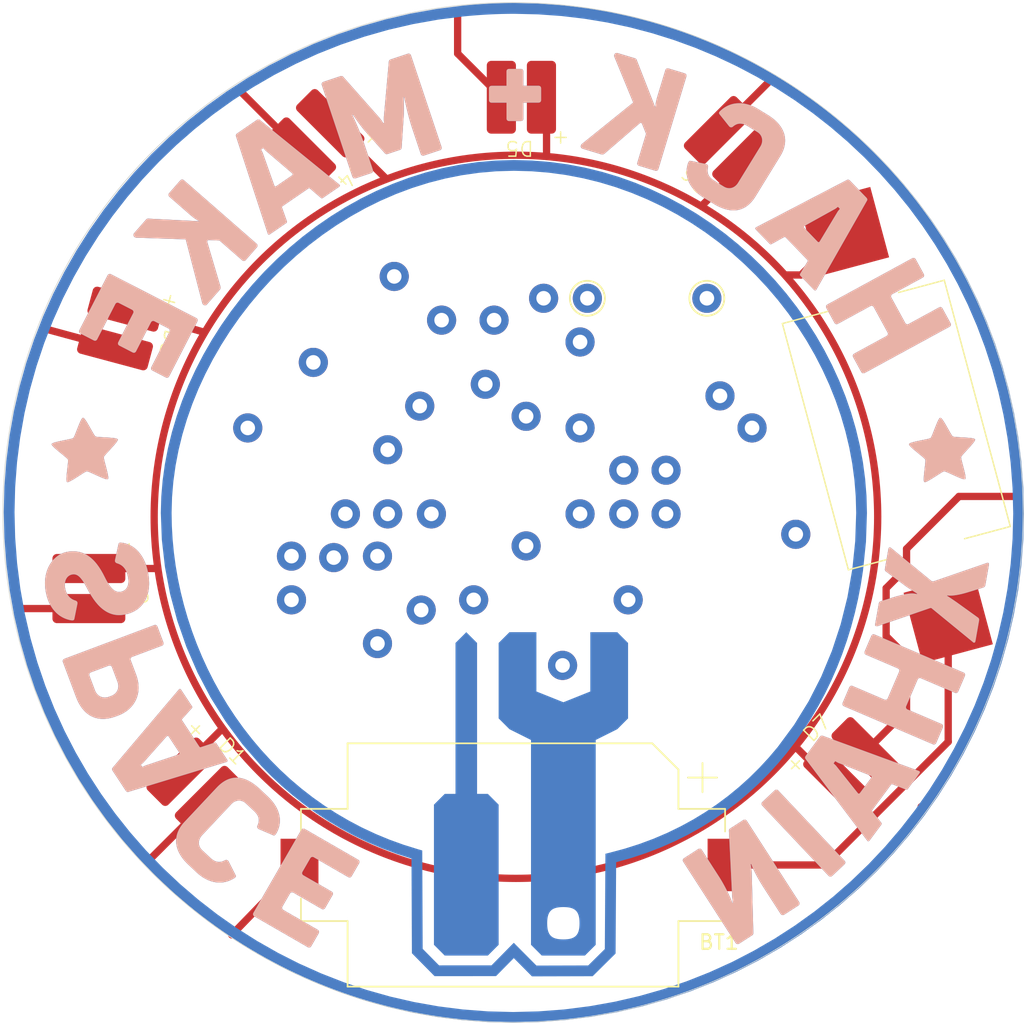
<source format=kicad_pcb>
(kicad_pcb (version 20241229) (generator "pcbnew") (generator_version "9.0")
  (layers (0 "F.Cu" signal) (2 "B.Cu" signal) (13 "F.Paste" user) (15 "B.Paste" user) (5 "F.SilkS" user "F.Silkscreen") (7 "B.SilkS" user "B.Silkscreen") (1 "F.Mask" user) (3 "B.Mask" user) (25 "Edge.Cuts" user))
  (net 0 "")
  (net 1 "Net-(BT1--)")
  (net 2 "Net-(BT1-+)")
  (net 3 "Net-(D1-K)")
  (footprint "" (layer "F.Cu") (at 87.5 55.8)
    (property "Reference" "")
    (property "Value" "")
  )
  (footprint "" (layer "F.Cu") (at 80.8 52.1)
    (property "Reference" "")
    (property "Value" "")
  )
  (footprint "Project footprints:LED_THT_SMD_Pads" (layer "F.Cu") (at 66.65 33.4 -135)
    (property "Reference" "D4")
    (property "Value" "LED")
  )
  (footprint "" (layer "F.Cu") (at 73.6 65.4)
    (property "Reference" "")
    (property "Value" "")
  )
  (footprint "Project footprints:LED_THT_SMD_Pads" (layer "F.Cu") (at 80.35 30.7 180)
    (property "Reference" "D5")
    (property "Value" "LED")
  )
  (footprint "" (layer "F.Cu") (at 78 49.9)
    (property "Reference" "")
    (property "Value" "")
  )
  (footprint "TestPoint:TestPoint_THTPad_D2.0mm_Drill1.0mm" (layer "F.Cu") (at 85 44)
    (property "Reference" "" (hide yes))
    (property "Value" "TestPoint_THTPad_D2.0mm_Drill1.0mm" (hide yes))
  )
  (footprint "" (layer "F.Cu") (at 96.3 52.9)
    (property "Reference" "")
    (property "Value" "")
  )
  (footprint "" (layer "F.Cu") (at 87.5 58.8)
    (property "Reference" "")
    (property "Value" "")
  )
  (footprint "" (layer "F.Cu") (at 71.75 42.5)
    (property "Reference" "")
    (property "Value" "")
  )
  (footprint "Project footprints:SW_Tactile_SPST_KAN-28" (layer "F.Cu") (at 106.2 52.7 105)
    (property "Reference" "SW1" (hide yes))
    (property "Value" "SW_SPST" (hide yes))
  )
  (footprint "" (layer "F.Cu") (at 73.5 51.4)
    (property "Reference" "")
    (property "Value" "")
  )
  (footprint "" (layer "F.Cu") (at 71.3 54.4)
    (property "Reference" "")
    (property "Value" "")
  )
  (footprint "" (layer "F.Cu") (at 66.2 48.4)
    (property "Reference" "")
    (property "Value" "")
  )
  (footprint "" (layer "F.Cu") (at 67.6 61.8)
    (property "Reference" "")
    (property "Value" "")
  )
  (footprint "" (layer "F.Cu") (at 64.7 64.7)
    (property "Reference" "")
    (property "Value" "")
  )
  (footprint "" (layer "F.Cu") (at 71.3 58.8)
    (property "Reference" "")
    (property "Value" "")
  )
  (footprint "" (layer "F.Cu") (at 82 44)
    (property "Reference" "")
    (property "Value" "")
  )
  (footprint "Project footprints:LED_THT_SMD_Pads" (layer "F.Cu") (at 51.3 64.05 -90)
    (property "Reference" "D2")
    (property "Value" "LED")
  )
  (footprint "" (layer "F.Cu") (at 64.7 61.7)
    (property "Reference" "")
    (property "Value" "")
  )
  (footprint "MountingHole:MountingHole_2.5mm" (layer "F.Cu") (at 80 26.3)
    (property "Reference" "REF**" (hide yes))
    (property "Value" "MountingHole_2.5mm")
  )
  (footprint "" (layer "F.Cu") (at 75 45.5)
    (property "Reference" "")
    (property "Value" "")
  )
  (footprint "" (layer "F.Cu") (at 87.8 64.7)
    (property "Reference" "")
    (property "Value" "")
  )
  (footprint "" (layer "F.Cu") (at 83.3 69.2)
    (property "Reference" "")
    (property "Value" "")
  )
  (footprint "" (layer "F.Cu") (at 84.5 58.8)
    (property "Reference" "")
    (property "Value" "")
  )
  (footprint "" (layer "F.Cu") (at 90.4 58.8)
    (property "Reference" "")
    (property "Value" "")
  )
  (footprint "Battery:BatteryHolder_Keystone_1060_1x2032" (layer "F.Cu") (at 79.9 82.9 180)
    (property "Reference" "BT1")
    (property "Value" "Battery_Cell")
  )
  (footprint "Project footprints:LED_THT_SMD_Pads" (layer "F.Cu") (at 94.5 33.7 135)
    (property "Reference" "D6")
    (property "Value" "LED")
  )
  (footprint "Project footprints:LED_THT_SMD_Pads" (layer "F.Cu") (at 102.862563 75.63033 45)
    (property "Reference" "D7")
    (property "Value" "LED")
  )
  (footprint "" (layer "F.Cu") (at 70.6 61.7)
    (property "Reference" "")
    (property "Value" "")
  )
  (footprint "" (layer "F.Cu") (at 99.3 60.2)
    (property "Reference" "")
    (property "Value" "")
  )
  (footprint "" (layer "F.Cu") (at 70.6 67.7)
    (property "Reference" "")
    (property "Value" "")
  )
  (footprint "" (layer "F.Cu") (at 68.4 58.8)
    (property "Reference" "")
    (property "Value" "")
  )
  (footprint "" (layer "F.Cu") (at 61.7 52.9)
    (property "Reference" "")
    (property "Value" "")
  )
  (footprint "TestPoint:TestPoint_THTPad_D2.0mm_Drill1.0mm" (layer "F.Cu") (at 93.2 44)
    (property "Reference" "REF**" (hide yes))
    (property "Value" "TestPoint_THTPad_D2.0mm_Drill1.0mm" (hide yes))
  )
  (footprint "Project footprints:LED_THT_SMD_Pads" (layer "F.Cu") (at 53.4 46.325 -105)
    (property "Reference" "D3")
    (property "Value" "LED")
  )
  (footprint "" (layer "F.Cu") (at 74.3 58.8)
    (property "Reference" "")
    (property "Value" "")
  )
  (footprint "" (layer "F.Cu") (at 84.5 52.9)
    (property "Reference" "")
    (property "Value" "")
  )
  (footprint "" (layer "F.Cu") (at 94.1 50.7)
    (property "Reference" "")
    (property "Value" "")
  )
  (footprint "" (layer "F.Cu") (at 77.2 64.7)
    (property "Reference" "")
    (property "Value" "")
  )
  (footprint "" (layer "F.Cu") (at 80.8 61)
    (property "Reference" "")
    (property "Value" "")
  )
  (footprint "" (layer "F.Cu") (at 78.6 45.5)
    (property "Reference" "")
    (property "Value" "")
  )
  (footprint "Project footprints:LED_THT_SMD_Pads" (layer "F.Cu") (at 58.514214 77.207107 -45)
    (property "Reference" "D1")
    (property "Value" "LED")
  )
  (footprint "" (layer "F.Cu") (at 84.5 47)
    (property "Reference" "")
    (property "Value" "")
  )
  (footprint "" (layer "F.Cu") (at 90.4 55.8)
    (property "Reference" "")
    (property "Value" "")
  )
  (gr_circle (center 80.1 59) (end 79.1 34.2) (stroke (width 0.5)) (fill no) (layer "F.Cu") (net 3))
  (gr_circle (center 79.9 58.8) (end 114.3 54.8) (stroke (width 0.5)) (fill no) (layer "F.Cu") (net 1))
  (gr_poly (pts (xy 72.726812 27.204858) (xy 72.717444 27.205681) (xy 72.707934 27.206959) (xy 72.69829 27.208694) (xy 72.688517 27.210889) (xy 72.678622 27.213548) (xy 72.668611 27.216674) (xy 71.507936 27.603761) (xy 71.493933 27.608887) (xy 71.480696 27.614666) (xy 71.468235 27.62107) (xy 71.456556 27.628071) (xy 71.445667 27.635642) (xy 71.435575 27.643756) (xy 71.426287 27.652383) (xy 71.417811 27.661497) (xy 71.410155 27.671071) (xy 71.403325 27.681075) (xy 71.397329 27.691484) (xy 71.392174 27.702268) (xy 71.387869 27.713402) (xy 71.384419 27.724855) (xy 71.381833 27.736602) (xy 71.380117 27.748615) (xy 71.041387 31.520707) (xy 71.039239 31.560983) (xy 71.037851 31.601063) (xy 71.037143 31.640634) (xy 71.037034 31.679381) (xy 71.037446 31.71699) (xy 71.038297 31.753145) (xy 71.040999 31.819837) (xy 71.044499 31.876942) (xy 71.048157 31.921942) (xy 71.051332 31.95232) (xy 71.053385 31.965561) (xy 71.002214 31.982591) (xy 70.99528 31.97028) (xy 70.97806 31.942887) (xy 70.952091 31.90323) (xy 70.918909 31.854125) (xy 70.880052 31.79839) (xy 70.837056 31.738842) (xy 70.791458 31.678297) (xy 70.744795 31.619573) (xy 68.245718 28.793835) (xy 68.237967 28.784974) (xy 68.229464 28.776922) (xy 68.220255 28.769688) (xy 68.210382 28.763282) (xy 68.199892 28.757715) (xy 68.188829 28.752996) (xy 68.177237 28.749136) (xy 68.165162 28.746143) (xy 68.152647 28.744029) (xy 68.139738 28.742803) (xy 68.126479 28.742476) (xy 68.112915 28.743056) (xy 68.09909 28.744555) (xy 68.08505 28.746982) (xy 68.070839 28.750347) (xy 68.056501 28.75466) (xy 66.900942 29.140043) (xy 66.89106 29.14355) (xy 66.881551 29.147361) (xy 66.872417 29.151469) (xy 66.863662 29.155869) (xy 66.855289 29.160553) (xy 66.8473 29.165515) (xy 66.8397 29.17075) (xy 66.832491 29.176251) (xy 66.825677 29.182012) (xy 66.81926 29.188026) (xy 66.813244 29.194288) (xy 66.807632 29.20079) (xy 66.802427 29.207528) (xy 66.797632 29.214494) (xy 66.79325 29.221682) (xy 66.789285 29.229087) (xy 66.785739 29.236701) (xy 66.782616 29.244518) (xy 66.779919 29.252534) (xy 66.777651 29.26074) (xy 66.775815 29.26913) (xy 66.774415 29.2777) (xy 66.773453 29.286441) (xy 66.772933 29.295349) (xy 66.772857 29.304417) (xy 66.77323 29.313638) (xy 66.774053 29.323006) (xy 66.775331 29.332515) (xy 66.777066 29.342159) (xy 66.779262 29.351932) (xy 66.781921 29.361827) (xy 66.785047 29.371838) (xy 68.877188 35.645751) (xy 68.880695 35.655633) (xy 68.884505 35.665142) (xy 68.888613 35.674276) (xy 68.893012 35.683031) (xy 68.897696 35.691404) (xy 68.902658 35.699392) (xy 68.907893 35.706992) (xy 68.913394 35.714201) (xy 68.919155 35.721015) (xy 68.925169 35.727432) (xy 68.93143 35.733448) (xy 68.937933 35.73906) (xy 68.944671 35.744266) (xy 68.951637 35.749061) (xy 68.958825 35.753442) (xy 68.966229 35.757408) (xy 68.973844 35.760953) (xy 68.981661 35.764076) (xy 68.989676 35.766773) (xy 68.997883 35.769041) (xy 69.006274 35.770877) (xy 69.014843 35.772278) (xy 69.023585 35.77324) (xy 69.032493 35.77376) (xy 69.041561 35.773836) (xy 69.050782 35.773464) (xy 69.06015 35.77264) (xy 69.06966 35.771363) (xy 69.079304 35.769628) (xy 69.089077 35.767433) (xy 69.098973 35.764774) (xy 69.108984 35.761648) (xy 70.167456 35.408699) (xy 70.177337 35.405185) (xy 70.186846 35.401369) (xy 70.19598 35.397256) (xy 70.204734 35.392852) (xy 70.213106 35.388165) (xy 70.221092 35.3832) (xy 70.228691 35.377963) (xy 70.235897 35.37246) (xy 70.24271 35.366698) (xy 70.249124 35.360684) (xy 70.255138 35.354422) (xy 70.260748 35.34792) (xy 70.265951 35.341183) (xy 70.270744 35.334218) (xy 70.275124 35.327031) (xy 70.279087 35.319628) (xy 70.282632 35.312016) (xy 70.285753 35.3042) (xy 70.288449 35.296188) (xy 70.290716 35.287984) (xy 70.292552 35.279595) (xy 70.293952 35.271028) (xy 70.294915 35.262289) (xy 70.295436 35.253383) (xy 70.295513 35.244318) (xy 70.295143 35.235099) (xy 70.294322 35.225732) (xy 70.293048 35.216224) (xy 70.291317 35.206581) (xy 70.289127 35.19681) (xy 70.286473 35.186915) (xy 70.283354 35.176905) (xy 69.701868 33.433267) (xy 69.641429 33.256987) (xy 69.577748 33.080072) (xy 69.444474 32.73059) (xy 69.30968 32.397325) (xy 69.181 32.092778) (xy 68.880075 31.411848) (xy 68.920957 31.39822) (xy 68.944391 31.436717) (xy 69.003137 31.525027) (xy 69.195887 31.80299) (xy 69.314551 31.968593) (xy 69.437848 32.135911) (xy 69.558107 32.292919) (xy 69.667658 32.427592) (xy 71.113298 34.053557) (xy 71.122214 34.06296) (xy 71.131693 34.071378) (xy 71.141698 34.078823) (xy 71.15219 34.085307) (xy 71.163132 34.090843) (xy 71.174487 34.095443) (xy 71.186217 34.09912) (xy 71.198284 34.101887) (xy 71.210651 34.103755) (xy 71.223279 34.104738) (xy 71.236131 34.104847) (xy 71.24917 34.104096) (xy 71.262358 34.102496) (xy 71.275657 34.10006) (xy 71.28903 34.096801) (xy 71.302439 34.092731) (xy 72.11038 33.823317) (xy 72.127158 33.817316) (xy 72.142966 33.810831) (xy 72.157794 33.803859) (xy 72.171634 33.796394) (xy 72.184474 33.788431) (xy 72.196304 33.779964) (xy 72.201838 33.77554) (xy 72.207116 33.770989) (xy 72.212137 33.766309) (xy 72.216899 33.7615) (xy 72.221402 33.756561) (xy 72.225644 33.751492) (xy 72.229623 33.746292) (xy 72.233339 33.74096) (xy 72.236791 33.735495) (xy 72.239976 33.729898) (xy 72.242895 33.724167) (xy 72.245545 33.718302) (xy 72.247925 33.712302) (xy 72.250035 33.706166) (xy 72.251873 33.699894) (xy 72.253437 33.693486) (xy 72.254727 33.686939) (xy 72.255741 33.680255) (xy 72.256478 33.673431) (xy 72.256937 33.666468) (xy 72.399862 31.488125) (xy 72.406817 31.313605) (xy 72.409362 31.11306) (xy 72.408675 30.90121) (xy 72.405935 30.692777) (xy 72.399008 30.345045) (xy 72.397178 30.235189) (xy 72.398008 30.187633) (xy 72.423559 30.179118) (xy 72.588546 30.912407) (xy 72.668067 31.238448) (xy 72.760736 31.592734) (xy 72.865473 31.960844) (xy 72.981199 32.328359) (xy 73.566019 34.082215) (xy 73.569533 34.092097) (xy 73.573349 34.101606) (xy 73.577462 34.110738) (xy 73.581865 34.119492) (xy 73.586553 34.127864) (xy 73.591518 34.135851) (xy 73.596755 34.143449) (xy 73.602257 34.150655) (xy 73.608019 34.157468) (xy 73.614033 34.163882) (xy 73.620295 34.169896) (xy 73.626797 34.175506) (xy 73.633533 34.180709) (xy 73.640498 34.185502) (xy 73.647685 34.189882) (xy 73.655087 34.193845) (xy 73.6627 34.197389) (xy 73.670515 34.200511) (xy 73.678528 34.203207) (xy 73.686731 34.205474) (xy 73.69512 34.20731) (xy 73.703687 34.20871) (xy 73.712426 34.209673) (xy 73.721332 34.210194) (xy 73.730397 34.210271) (xy 73.739616 34.209901) (xy 73.748983 34.209081) (xy 73.758491 34.207806) (xy 73.768134 34.206076) (xy 73.777906 34.203885) (xy 73.7878 34.201232) (xy 73.797811 34.198112) (xy 74.876722 33.838351) (xy 74.886604 33.834837) (xy 74.896113 33.83102) (xy 74.905245 33.826906) (xy 74.913999 33.822501) (xy 74.922371 33.817812) (xy 74.930357 33.812845) (xy 74.937956 33.807606) (xy 74.945163 33.802101) (xy 74.951975 33.796336) (xy 74.958389 33.790319) (xy 74.964403 33.784054) (xy 74.970013 33.777548) (xy 74.975217 33.770808) (xy 74.98001 33.76384) (xy 74.98439 33.75665) (xy 74.988353 33.749244) (xy 74.991897 33.741628) (xy 74.995019 33.733809) (xy 74.997715 33.725792) (xy 74.999983 33.717585) (xy 75.001819 33.709194) (xy 75.003219 33.700624) (xy 75.004182 33.691881) (xy 75.004704 33.682973) (xy 75.004781 33.673905) (xy 75.004411 33.664684) (xy 75.003591 33.655315) (xy 75.002317 33.645806) (xy 75.000587 33.636162) (xy 74.998396 33.626389) (xy 74.995743 33.616494) (xy 74.992624 33.606483) (xy 72.900476 27.332571) (xy 72.896963 27.322689) (xy 72.893146 27.31318) (xy 72.889032 27.304046) (xy 72.884628 27.295291) (xy 72.879939 27.286917) (xy 72.874972 27.278929) (xy 72.869733 27.271329) (xy 72.864228 27.26412) (xy 72.858464 27.257305) (xy 72.852446 27.250889) (xy 72.846182 27.244872) (xy 72.839676 27.23926) (xy 72.832936 27.234055) (xy 72.825968 27.22926) (xy 72.818778 27.224878) (xy 72.811372 27.220913) (xy 72.803756 27.217367) (xy 72.795937 27.214244) (xy 72.787921 27.211547) (xy 72.779714 27.209279) (xy 72.771322 27.207444) (xy 72.762752 27.206043) (xy 72.75401 27.205081) (xy 72.745101 27.204561) (xy 72.736034 27.204485)) (stroke (width -0.000001)) (fill yes) (layer "B.Cu"))
  (gr_poly (pts (xy 50.381985 52.219499) (xy 50.365693 52.231137) (xy 50.348219 52.249301) (xy 50.329657 52.273545) (xy 50.289633 52.338477) (xy 50.246355 52.422353) (xy 50.200558 52.521588) (xy 50.152975 52.632601) (xy 50.05539 52.87563) (xy 49.871113 53.34539) (xy 49.831597 53.438537) (xy 49.79617 53.514802) (xy 49.765569 53.570602) (xy 49.752307 53.589709) (xy 49.740526 53.602356) (xy 49.704962 53.621611) (xy 49.644756 53.64224) (xy 49.563563 53.664129) (xy 49.465038 53.687167) (xy 48.970719 53.788562) (xy 48.714602 53.843234) (xy 48.597096 53.871171) (xy 48.4915 53.89936) (xy 48.401468 53.927687) (xy 48.330655 53.956041) (xy 48.303598 53.970193) (xy 48.282717 53.98431) (xy 48.268468 53.998377) (xy 48.261309 54.01238) (xy 48.261103 54.028107) (xy 48.267137 54.0472) (xy 48.279013 54.069432) (xy 48.296335 54.094578) (xy 48.345722 54.15271) (xy 48.412118 54.219791) (xy 48.492343 54.294015) (xy 48.583217 54.373575) (xy 48.784192 54.541488) (xy 49.174003 54.861918) (xy 49.250376 54.928287) (xy 49.311958 54.985549) (xy 49.355566 55.031898) (xy 49.369638 55.050417) (xy 49.378023 55.065531) (xy 49.385353 55.105301) (xy 49.386373 55.168932) (xy 49.382106 55.252914) (xy 49.373574 55.353735) (xy 49.317262 55.855191) (xy 49.290114 56.115668) (xy 49.280372 56.236055) (xy 49.274549 56.345193) (xy 49.273667 56.439572) (xy 49.27875 56.515679) (xy 49.283847 56.545784) (xy 49.29082 56.570005) (xy 49.299794 56.587902) (xy 49.3109 56.599037) (xy 49.325791 56.604094) (xy 49.345812 56.604257) (xy 49.370625 56.599833) (xy 49.399892 56.591131) (xy 49.470438 56.562127) (xy 49.554752 56.51971) (xy 49.650134 56.466348) (xy 49.753882 56.404506) (xy 49.97568 56.265252) (xy 50.400884 55.993526) (xy 50.487603 55.941396) (xy 50.561089 55.90052) (xy 50.618643 55.873365) (xy 50.640601 55.865703) (xy 50.657564 55.862396) (xy 50.674826 55.863259) (xy 50.697652 55.867722) (xy 50.758484 55.886422) (xy 50.837036 55.916437) (xy 50.930285 55.955711) (xy 51.389792 56.164235) (xy 51.62913 56.270545) (xy 51.740614 56.31701) (xy 51.842611 56.356271) (xy 51.932098 56.38627) (xy 52.006051 56.40495) (xy 52.036258 56.409402) (xy 52.061448 56.410252) (xy 52.081244 56.407244) (xy 52.095266 56.40012) (xy 52.104679 56.38752) (xy 52.111022 56.36853) (xy 52.114483 56.343565) (xy 52.115253 56.313042) (xy 52.10947 56.236985) (xy 52.095185 56.143691) (xy 52.073911 56.036489) (xy 52.047157 55.918709) (xy 51.98326 55.664734) (xy 51.85623 55.176371) (xy 51.833449 55.077786) (xy 51.817282 54.995263) (xy 51.80924 54.932132) (xy 51.808738 54.908879) (xy 51.810835 54.891723) (xy 51.816989 54.875573) (xy 51.828287 54.855244) (xy 51.864869 54.803169) (xy 51.917689 54.737737) (xy 51.983856 54.661187) (xy 52.324168 54.288603) (xy 52.499234 54.093828) (xy 52.577875 54.002157) (xy 52.646732 53.917284) (xy 52.702916 53.841447) (xy 52.743534 53.776885) (xy 52.757102 53.749532) (xy 52.765695 53.725838) (xy 52.768951 53.706083) (xy 52.766508 53.690546) (xy 52.757433 53.6777) (xy 52.741332 53.665799) (xy 52.718659 53.654792) (xy 52.689867 53.644628) (xy 52.615747 53.626624) (xy 52.522605 53.61138) (xy 52.414076 53.598486) (xy 52.293794 53.587534) (xy 52.032507 53.569822) (xy 51.528798 53.539723) (xy 51.427999 53.530925) (xy 51.344521 53.5208) (xy 51.281996 53.50894) (xy 51.259726 53.502231) (xy 51.244059 53.494936) (xy 51.230601 53.484093) (xy 51.214759 53.467067) (xy 51.176538 53.416185) (xy 51.130632 53.345733) (xy 51.078277 53.25915) (xy 50.829093 52.820361) (xy 50.697951 52.593672) (xy 50.635069 52.490551) (xy 50.575629 52.398833) (xy 50.520866 52.321961) (xy 50.472017 52.263377) (xy 50.450196 52.242018) (xy 50.430318 52.226521) (xy 50.412536 52.217317) (xy 50.397005 52.214836)) (stroke (width 0.03076) (color 255 255 255 1)) (fill yes) (layer "B.Cu"))
  (gr_poly (pts (xy 109.20275 52.219499) (xy 109.186458 52.231137) (xy 109.168985 52.249301) (xy 109.150423 52.273545) (xy 109.1104 52.338477) (xy 109.067122 52.422353) (xy 109.021325 52.521588) (xy 108.973742 52.632601) (xy 108.876158 52.87563) (xy 108.691878 53.34539) (xy 108.652361 53.438537) (xy 108.616934 53.514802) (xy 108.586331 53.570602) (xy 108.573068 53.589709) (xy 108.561287 53.602356) (xy 108.525724 53.621611) (xy 108.465519 53.64224) (xy 108.384326 53.664129) (xy 108.285801 53.687167) (xy 107.791483 53.788562) (xy 107.535366 53.843234) (xy 107.41786 53.871171) (xy 107.312264 53.89936) (xy 107.222232 53.927687) (xy 107.151419 53.956041) (xy 107.124362 53.970193) (xy 107.103481 53.98431) (xy 107.089233 53.998377) (xy 107.082073 54.01238) (xy 107.081867 54.028107) (xy 107.087901 54.0472) (xy 107.099778 54.069432) (xy 107.117099 54.094578) (xy 107.166486 54.15271) (xy 107.232883 54.219791) (xy 107.313108 54.294015) (xy 107.403982 54.373575) (xy 107.604958 54.541488) (xy 107.99477 54.861918) (xy 108.071143 54.928287) (xy 108.132725 54.985549) (xy 108.176334 55.031898) (xy 108.190405 55.050417) (xy 108.198791 55.065531) (xy 108.206121 55.105301) (xy 108.20714 55.168932) (xy 108.202872 55.252914) (xy 108.19434 55.353735) (xy 108.138027 55.855191) (xy 108.110879 56.115668) (xy 108.101137 56.236055) (xy 108.095314 56.345193) (xy 108.094433 56.439572) (xy 108.099517 56.515679) (xy 108.104614 56.545784) (xy 108.111587 56.570005) (xy 108.120562 56.587902) (xy 108.131668 56.599037) (xy 108.146559 56.604094) (xy 108.166579 56.604257) (xy 108.191392 56.599833) (xy 108.220658 56.591131) (xy 108.291204 56.562127) (xy 108.375518 56.51971) (xy 108.470899 56.466348) (xy 108.574647 56.404506) (xy 108.796446 56.265252) (xy 109.221651 55.993526) (xy 109.30837 55.941396) (xy 109.381857 55.90052) (xy 109.43941 55.873365) (xy 109.461369 55.865703) (xy 109.478331 55.862396) (xy 109.495593 55.863259) (xy 109.518419 55.867722) (xy 109.57925 55.886422) (xy 109.657801 55.916437) (xy 109.75105 55.955711) (xy 110.210556 56.164235) (xy 110.449894 56.270545) (xy 110.561378 56.31701) (xy 110.663375 56.356271) (xy 110.752861 56.38627) (xy 110.826814 56.40495) (xy 110.857021 56.409402) (xy 110.882211 56.410252) (xy 110.902006 56.407244) (xy 110.916028 56.40012) (xy 110.925442 56.38752) (xy 110.931785 56.36853) (xy 110.935247 56.343565) (xy 110.936016 56.313042) (xy 110.930234 56.236985) (xy 110.91595 56.143691) (xy 110.894675 56.036489) (xy 110.867922 55.918709) (xy 110.804025 55.664734) (xy 110.676994 55.176371) (xy 110.654213 55.077786) (xy 110.638046 54.995263) (xy 110.630003 54.932132) (xy 110.629502 54.908879) (xy 110.631598 54.891723) (xy 110.637753 54.875573) (xy 110.649051 54.855244) (xy 110.685633 54.803169) (xy 110.738454 54.737737) (xy 110.804621 54.661187) (xy 111.144935 54.288603) (xy 111.320001 54.093828) (xy 111.398642 54.002157) (xy 111.4675 53.917284) (xy 111.523683 53.841447) (xy 111.5643 53.776885) (xy 111.577868 53.749532) (xy 111.586461 53.725838) (xy 111.589716 53.706083) (xy 111.587273 53.690546) (xy 111.578198 53.6777) (xy 111.562097 53.665799) (xy 111.539423 53.654792) (xy 111.510631 53.644628) (xy 111.436511 53.626624) (xy 111.343369 53.61138) (xy 111.23484 53.598486) (xy 111.114559 53.587534) (xy 110.853273 53.569822) (xy 110.349564 53.539723) (xy 110.248766 53.530925) (xy 110.165287 53.5208) (xy 110.102762 53.50894) (xy 110.080493 53.502231) (xy 110.064825 53.494936) (xy 110.051367 53.484093) (xy 110.035525 53.467067) (xy 109.997304 53.416185) (xy 109.951398 53.345733) (xy 109.899043 53.25915) (xy 109.649859 52.820361) (xy 109.518717 52.593672) (xy 109.455835 52.490551) (xy 109.396394 52.398833) (xy 109.341631 52.321961) (xy 109.292782 52.263377) (xy 109.270961 52.242018) (xy 109.251082 52.226521) (xy 109.2333 52.217317) (xy 109.217769 52.214836)) (stroke (width 0.03076) (color 255 255 255 1)) (fill yes) (layer "B.Cu"))
  (gr_poly (pts (xy 107.372006 41.230464) (xy 107.363231 41.23106) (xy 107.354371 41.232119) (xy 107.345432 41.233645) (xy 107.33642 41.235638) (xy 107.327343 41.238101) (xy 107.318208 41.241036) (xy 107.30902 41.244444) (xy 107.299787 41.248328) (xy 107.290516 41.25269) (xy 107.281212 41.257532) (xy 101.474368 44.42289) (xy 101.465254 44.428083) (xy 101.456561 44.43351) (xy 101.448291 44.439164) (xy 101.440446 44.445037) (xy 101.433028 44.451124) (xy 101.426039 44.457417) (xy 101.41948 44.46391) (xy 101.413354 44.470595) (xy 101.407662 44.477467) (xy 101.402407 44.484519) (xy 101.397591 44.491743) (xy 101.393214 44.499134) (xy 101.38928 44.506684) (xy 101.38579 44.514386) (xy 101.382747 44.522235) (xy 101.380151 44.530223) (xy 101.378005 44.538343) (xy 101.376312 44.54659) (xy 101.375072 44.554955) (xy 101.374287 44.563433) (xy 101.373961 44.572016) (xy 101.374094 44.580699) (xy 101.374688 44.589474) (xy 101.375747 44.598334) (xy 101.37727 44.607274) (xy 101.379261 44.616285) (xy 101.381721 44.625362) (xy 101.384652 44.634498) (xy 101.388056 44.643685) (xy 101.391935 44.652918) (xy 101.396292 44.66219) (xy 101.401127 44.671493) (xy 101.948028 45.674797) (xy 101.953228 45.683905) (xy 101.958661 45.692592) (xy 101.964319 45.700857) (xy 101.970197 45.708699) (xy 101.976287 45.716113) (xy 101.982583 45.7231) (xy 101.989077 45.729657) (xy 101.995765 45.735781) (xy 102.002638 45.741472) (xy 102.00969 45.746726) (xy 102.016914 45.751543) (xy 102.024304 45.75592) (xy 102.031854 45.759854) (xy 102.039555 45.763345) (xy 102.047402 45.76639) (xy 102.055389 45.768987) (xy 102.063507 45.771135) (xy 102.071752 45.77283) (xy 102.080115 45.774072) (xy 102.08859 45.774859) (xy 102.097172 45.775187) (xy 102.105852 45.775057) (xy 102.114625 45.774464) (xy 102.123483 45.773408) (xy 102.13242 45.771887) (xy 102.14143 45.769898) (xy 102.150505 45.767439) (xy 102.159639 45.764509) (xy 102.168825 45.761106) (xy 102.178057 45.757228) (xy 102.187328 45.752872) (xy 102.196631 45.748037) (xy 104.406746 44.543228) (xy 104.416056 44.538393) (xy 104.425333 44.534038) (xy 104.434571 44.530159) (xy 104.443763 44.526756) (xy 104.452902 44.523827) (xy 104.461982 44.521369) (xy 104.470995 44.51938) (xy 104.479937 44.517859) (xy 104.488799 44.516803) (xy 104.497575 44.51621) (xy 104.506258 44.51608) (xy 104.514842 44.516408) (xy 104.52332 44.517195) (xy 104.531686 44.518437) (xy 104.539932 44.520133) (xy 104.548053 44.52228) (xy 104.556041 44.524878) (xy 104.563889 44.527923) (xy 104.571592 44.531414) (xy 104.579142 44.535348) (xy 104.586534 44.539725) (xy 104.593759 44.544541) (xy 104.600812 44.549796) (xy 104.607685 44.555486) (xy 104.614373 44.561611) (xy 104.620868 44.568168) (xy 104.627164 44.575154) (xy 104.633255 44.582569) (xy 104.639133 44.59041) (xy 104.644791 44.598675) (xy 104.650224 44.607363) (xy 104.655425 44.61647) (xy 105.59704 46.343815) (xy 105.601875 46.353118) (xy 105.606231 46.36239) (xy 105.610109 46.371623) (xy 105.613512 46.38081) (xy 105.616442 46.389946) (xy 105.6189 46.399023) (xy 105.620889 46.408035) (xy 105.62241 46.416975) (xy 105.623466 46.425836) (xy 105.624059 46.434611) (xy 105.624189 46.443295) (xy 105.623861 46.451879) (xy 105.623074 46.460358) (xy 105.621832 46.468725) (xy 105.620137 46.476973) (xy 105.617989 46.485095) (xy 105.615392 46.493084) (xy 105.612347 46.500935) (xy 105.608856 46.50864) (xy 105.604921 46.516193) (xy 105.600545 46.523586) (xy 105.595728 46.530813) (xy 105.590474 46.537868) (xy 105.584783 46.544744) (xy 105.578659 46.551434) (xy 105.572102 46.557931) (xy 105.565116 46.564229) (xy 105.557701 46.57032) (xy 105.54986 46.576199) (xy 105.541595 46.581859) (xy 105.532907 46.587292) (xy 105.5238 46.592493) (xy 103.313685 47.79723) (xy 103.304578 47.802424) (xy 103.295891 47.807851) (xy 103.287626 47.813505) (xy 103.279785 47.819378) (xy 103.27237 47.825465) (xy 103.265384 47.831758) (xy 103.258828 47.838251) (xy 103.252704 47.844937) (xy 103.247014 47.851809) (xy 103.24176 47.85886) (xy 103.236944 47.866085) (xy 103.232569 47.873475) (xy 103.228635 47.881025) (xy 103.225146 47.888728) (xy 103.222102 47.896577) (xy 103.219506 47.904564) (xy 103.217361 47.912685) (xy 103.215667 47.920931) (xy 103.214428 47.929297) (xy 103.213644 47.937775) (xy 103.213318 47.946358) (xy 103.213452 47.955041) (xy 103.214048 47.963816) (xy 103.215107 47.972676) (xy 103.216633 47.981616) (xy 103.218626 47.990627) (xy 103.221089 47.999704) (xy 103.224024 48.00884) (xy 103.227432 48.018027) (xy 103.231316 48.02726) (xy 103.235678 48.036532) (xy 103.240519 48.045835) (xy 103.787418 49.049139) (xy 103.792612 49.058246) (xy 103.79804 49.066934) (xy 103.803693 49.075199) (xy 103.809567 49.08304) (xy 103.815654 49.090454) (xy 103.821947 49.097441) (xy 103.82844 49.103997) (xy 103.835125 49.110121) (xy 103.841998 49.115811) (xy 103.849049 49.121065) (xy 103.856274 49.125881) (xy 103.863664 49.130257) (xy 103.871214 49.13419) (xy 103.878917 49.13768) (xy 103.886765 49.140724) (xy 103.894753 49.143319) (xy 103.902874 49.145465) (xy 103.91112 49.147158) (xy 103.919485 49.148398) (xy 103.927963 49.149182) (xy 103.936547 49.149508) (xy 103.945229 49.149374) (xy 103.954004 49.148778) (xy 103.962865 49.147718) (xy 103.971804 49.146193) (xy 103.980816 49.1442) (xy 103.989893 49.141736) (xy 103.999028 49.138802) (xy 104.008216 49.135393) (xy 104.017449 49.131509) (xy 104.026721 49.127147) (xy 104.036024 49.122305) (xy 109.842941 45.956951) (xy 109.852049 45.951757) (xy 109.860736 45.946329) (xy 109.869001 45.940676) (xy 109.876842 45.934802) (xy 109.884257 45.928715) (xy 109.891243 45.922422) (xy 109.897799 45.915929) (xy 109.903923 45.909243) (xy 109.909613 45.902371) (xy 109.914867 45.89532) (xy 109.919683 45.888095) (xy 109.924059 45.880705) (xy 109.927992 45.873155) (xy 109.931482 45.865452) (xy 109.934526 45.857603) (xy 109.937121 45.849615) (xy 109.939267 45.841495) (xy 109.940961 45.833249) (xy 109.942201 45.824883) (xy 109.942984 45.816405) (xy 109.94331 45.807822) (xy 109.943176 45.799139) (xy 109.942581 45.790364) (xy 109.941521 45.781504) (xy 109.939996 45.772565) (xy 109.938002 45.763553) (xy 109.935539 45.754476) (xy 109.932605 45.745341) (xy 109.929196 45.736153) (xy 109.925312 45.72692) (xy 109.92095 45.717649) (xy 109.916109 45.708345) (xy 109.369207 44.70504) (xy 109.364007 44.695932) (xy 109.358574 44.687245) (xy 109.352915 44.67898) (xy 109.347038 44.671139) (xy 109.340948 44.663724) (xy 109.334652 44.656738) (xy 109.328157 44.650182) (xy 109.32147 44.644058) (xy 109.314597 44.638368) (xy 109.307545 44.633114) (xy 109.30032 44.628298) (xy 109.29293 44.623922) (xy 109.285381 44.619989) (xy 109.277679 44.616499) (xy 109.269832 44.613456) (xy 109.261846 44.61086) (xy 109.253727 44.608715) (xy 109.245483 44.607021) (xy 109.23712 44.605781) (xy 109.228644 44.604998) (xy 109.220063 44.604672) (xy 109.211383 44.604806) (xy 109.20261 44.605401) (xy 109.193752 44.606461) (xy 109.184815 44.607987) (xy 109.175805 44.60998) (xy 109.16673 44.612443) (xy 109.157596 44.615378) (xy 109.14841 44.618786) (xy 109.139178 44.62267) (xy 109.129907 44.627032) (xy 109.120603 44.631874) (xy 107.052454 45.759222) (xy 107.043151 45.764057) (xy 107.033879 45.768412) (xy 107.024646 45.772291) (xy 107.015459 45.775693) (xy 107.006323 45.778623) (xy 106.997246 45.781081) (xy 106.988235 45.78307) (xy 106.979295 45.784591) (xy 106.970435 45.785647) (xy 106.96166 45.78624) (xy 106.952977 45.78637) (xy 106.944394 45.786041) (xy 106.935916 45.785255) (xy 106.92755 45.784013) (xy 106.919304 45.782317) (xy 106.911184 45.78017) (xy 106.903196 45.777572) (xy 106.895347 45.774527) (xy 106.887645 45.771036) (xy 106.880095 45.767102) (xy 106.872704 45.762725) (xy 106.86548 45.757908) (xy 106.858428 45.752654) (xy 106.851556 45.746963) (xy 106.844871 45.740839) (xy 106.838378 45.734282) (xy 106.832085 45.727296) (xy 106.825998 45.719881) (xy 106.820125 45.71204) (xy 106.814471 45.703775) (xy 106.809044 45.695087) (xy 106.80385 45.68598) (xy 105.862233 43.958635) (xy 105.857392 43.949332) (xy 105.85303 43.94006) (xy 105.849145 43.930827) (xy 105.845737 43.92164) (xy 105.842802 43.912504) (xy 105.840339 43.903427) (xy 105.838346 43.894416) (xy 105.836821 43.885477) (xy 105.835761 43.876616) (xy 105.835165 43.867841) (xy 105.835031 43.859159) (xy 105.835357 43.850575) (xy 105.836141 43.842097) (xy 105.837381 43.833732) (xy 105.839075 43.825486) (xy 105.84122 43.817365) (xy 105.843816 43.809377) (xy 105.84686 43.801529) (xy 105.850349 43.793826) (xy 105.854283 43.786276) (xy 105.858659 43.778886) (xy 105.863474 43.771661) (xy 105.868728 43.76461) (xy 105.874418 43.757738) (xy 105.880543 43.751052) (xy 105.887099 43.74456) (xy 105.894085 43.738266) (xy 105.9015 43.73218) (xy 105.909341 43.726306) (xy 105.917606 43.720653) (xy 105.926293 43.715225) (xy 105.935401 43.710031) (xy 108.00355 42.582609) (xy 108.012658 42.577415) (xy 108.021345 42.571988) (xy 108.02961 42.566334) (xy 108.037451 42.56046) (xy 108.044865 42.554373) (xy 108.051852 42.54808) (xy 108.058408 42.541587) (xy 108.064532 42.534901) (xy 108.070222 42.528029) (xy 108.075476 42.520978) (xy 108.080292 42.513753) (xy 108.084667 42.506363) (xy 108.088601 42.498813) (xy 108.092091 42.49111) (xy 108.095134 42.483262) (xy 108.09773 42.475274) (xy 108.099875 42.467153) (xy 108.101569 42.458907) (xy 108.102809 42.450542) (xy 108.103592 42.442064) (xy 108.103918 42.43348) (xy 108.103784 42.424798) (xy 108.103189 42.416023) (xy 108.102129 42.407163) (xy 108.100604 42.398224) (xy 108.09861 42.389212) (xy 108.096147 42.380136) (xy 108.093213 42.371) (xy 108.089804 42.361813) (xy 108.08592 42.35258) (xy 108.081558 42.343308) (xy 108.076716 42.334005) (xy 107.529816 41.330698) (xy 107.524622 41.32159) (xy 107.519195 41.312903) (xy 107.513541 41.304638) (xy 107.507667 41.296797) (xy 107.501581 41.289382) (xy 107.495288 41.282396) (xy 107.488795 41.27584) (xy 107.482109 41.269716) (xy 107.475237 41.264026) (xy 107.468186 41.258772) (xy 107.460961 41.253956) (xy 107.453571 41.24958) (xy 107.446021 41.245647) (xy 107.438318 41.242157) (xy 107.43047 41.239114) (xy 107.422482 41.236518) (xy 107.414362 41.234373) (xy 107.406115 41.232679) (xy 107.39775 41.231439) (xy 107.389272 41.230656) (xy 107.380689 41.23033)) (stroke (width -0.000001)) (fill yes) (layer "B.Cu"))
  (gr_poly (pts (xy 79.633165 28.254858) (xy 79.622684 28.25507) (xy 79.612461 28.255687) (xy 79.6025 28.256706) (xy 79.592807 28.25812) (xy 79.583387 28.259926) (xy 79.574245 28.262117) (xy 79.565385 28.26469) (xy 79.556813 28.267639) (xy 79.548533 28.270958) (xy 79.540551 28.274644) (xy 79.532871 28.278691) (xy 79.525498 28.283095) (xy 79.518438 28.287849) (xy 79.511695 28.29295) (xy 79.505273 28.298392) (xy 79.499179 28.30417) (xy 79.493417 28.310279) (xy 79.487992 28.316715) (xy 79.482908 28.323472) (xy 79.478171 28.330546) (xy 79.473786 28.337931) (xy 79.469758 28.345622) (xy 79.466091 28.353615) (xy 79.462791 28.361905) (xy 79.459862 28.370485) (xy 79.457309 28.379353) (xy 79.455138 28.388502) (xy 79.453353 28.397927) (xy 79.451959 28.407624) (xy 79.450962 28.417588) (xy 79.450365 28.427813) (xy 79.450174 28.438295) (xy 79.451284 29.413902) (xy 78.432573 29.415087) (xy 78.422086 29.415298) (xy 78.411856 29.415916) (xy 78.40189 29.416934) (xy 78.392192 29.418348) (xy 78.382768 29.420154) (xy 78.373621 29.422345) (xy 78.364757 29.424918) (xy 78.356181 29.427867) (xy 78.347897 29.431187) (xy 78.339912 29.434872) (xy 78.332229 29.43892) (xy 78.324853 29.443323) (xy 78.31779 29.448077) (xy 78.311045 29.453178) (xy 78.304621 29.45862) (xy 78.298525 29.464398) (xy 78.292761 29.470508) (xy 78.287335 29.476944) (xy 78.28225 29.483701) (xy 78.277512 29.490775) (xy 78.273126 29.49816) (xy 78.269096 29.505851) (xy 78.265429 29.513844) (xy 78.262128 29.522133) (xy 78.259199 29.530714) (xy 78.256646 29.539581) (xy 78.254474 29.54873) (xy 78.252689 29.558155) (xy 78.251295 29.567852) (xy 78.250297 29.577815) (xy 78.2497 29.58804) (xy 78.24951 29.598522) (xy 78.250402 30.390843) (xy 78.250621 30.401331) (xy 78.251244 30.41156) (xy 78.252267 30.421526) (xy 78.253686 30.431224) (xy 78.255495 30.440649) (xy 78.257689 30.449796) (xy 78.260263 30.45866) (xy 78.263214 30.467236) (xy 78.266534 30.47552) (xy 78.270221 30.483505) (xy 78.274268 30.491188) (xy 78.27867 30.498564) (xy 78.283424 30.505627) (xy 78.288523 30.512373) (xy 78.293964 30.518796) (xy 78.29974 30.524892) (xy 78.305848 30.530656) (xy 78.312281 30.536083) (xy 78.319036 30.541168) (xy 78.326107 30.545906) (xy 78.33349 30.550292) (xy 78.341179 30.554321) (xy 78.349169 30.557989) (xy 78.357456 30.56129) (xy 78.366035 30.564219) (xy 78.3749 30.566772) (xy 78.384047 30.568944) (xy 78.393471 30.570729) (xy 78.403167 30.572123) (xy 78.413129 30.573121) (xy 78.423354 30.573718) (xy 78.433836 30.573909) (xy 79.452616 30.572724) (xy 79.453806 31.65075) (xy 79.454024 31.661238) (xy 79.454647 31.671468) (xy 79.455671 31.681434) (xy 79.457089 31.691132) (xy 79.458898 31.700557) (xy 79.461093 31.709704) (xy 79.463668 31.718568) (xy 79.466618 31.727144) (xy 79.469939 31.735428) (xy 79.473626 31.743413) (xy 79.477674 31.751096) (xy 79.482078 31.758472) (xy 79.486832 31.765535) (xy 79.491933 31.77228) (xy 79.497375 31.778704) (xy 79.503153 31.7848) (xy 79.509262 31.790564) (xy 79.515698 31.795991) (xy 79.522455 31.801075) (xy 79.529529 31.805813) (xy 79.536914 31.810199) (xy 79.544606 31.814229) (xy 79.5526 31.817896) (xy 79.56089 31.821197) (xy 79.569473 31.824127) (xy 79.578343 31.82668) (xy 79.587494 31.828851) (xy 79.596923 31.830637) (xy 79.606624 31.832031) (xy 79.616593 31.833029) (xy 79.626823 31.833626) (xy 79.637312 31.833816) (xy 80.429632 31.832926) (xy 80.440114 31.832708) (xy 80.450338 31.832085) (xy 80.460299 31.831061) (xy 80.469993 31.829643) (xy 80.479415 31.827834) (xy 80.488559 31.825639) (xy 80.497421 31.823064) (xy 80.505996 31.820114) (xy 80.514278 31.816792) (xy 80.522263 31.813105) (xy 80.529946 31.809057) (xy 80.537322 31.804654) (xy 80.544386 31.799899) (xy 80.551132 31.794798) (xy 80.557557 31.789356) (xy 80.563654 31.783578) (xy 80.56942 31.777468) (xy 80.574849 31.771033) (xy 80.579935 31.764275) (xy 80.584675 31.757201) (xy 80.589064 31.749816) (xy 80.593095 31.742124) (xy 80.596765 31.73413) (xy 80.600068 31.725839) (xy 80.602999 31.717256) (xy 80.605554 31.708386) (xy 80.607727 31.699234) (xy 80.609514 31.689805) (xy 80.610909 31.680104) (xy 80.611907 31.670136) (xy 80.612505 31.659905) (xy 80.612696 31.649416) (xy 80.611437 30.571464) (xy 81.646295 30.570279) (xy 81.656783 30.570061) (xy 81.667012 30.569437) (xy 81.676978 30.568413) (xy 81.686676 30.566993) (xy 81.696101 30.565182) (xy 81.705248 30.562986) (xy 81.714112 30.560409) (xy 81.722688 30.557456) (xy 81.730971 30.554133) (xy 81.738957 30.550443) (xy 81.74664 30.546393) (xy 81.754015 30.541987) (xy 81.761078 30.53723) (xy 81.767824 30.532127) (xy 81.774247 30.526683) (xy 81.780343 30.520903) (xy 81.786107 30.514792) (xy 81.791534 30.508354) (xy 81.796619 30.501596) (xy 81.801357 30.494521) (xy 81.805743 30.487135) (xy 81.809772 30.479443) (xy 81.81344 30.47145) (xy 81.816741 30.46316) (xy 81.81967 30.454579) (xy 81.822223 30.445711) (xy 81.824395 30.436562) (xy 81.82618 30.427137) (xy 81.827574 30.41744) (xy 81.828572 30.407476) (xy 81.829168 30.397251) (xy 81.829359 30.386769) (xy 81.828466 29.59445) (xy 81.828248 29.583963) (xy 81.827625 29.573733) (xy 81.826602 29.563767) (xy 81.825183 29.554069) (xy 81.823374 29.544644) (xy 81.82118 29.535497) (xy 81.818605 29.526633) (xy 81.815654 29.518057) (xy 81.812334 29.509773) (xy 81.808647 29.501788) (xy 81.8046 29.494105) (xy 81.800197 29.486729) (xy 81.795443 29.479666) (xy 81.790344 29.47292) (xy 81.784903 29.466497) (xy 81.779127 29.460401) (xy 81.773019 29.454637) (xy 81.766585 29.44921) (xy 81.75983 29.444125) (xy 81.752759 29.439387) (xy 81.745376 29.435001) (xy 81.737687 29.430971) (xy 81.729696 29.427304) (xy 81.721409 29.424003) (xy 81.71283 29.421073) (xy 81.703965 29.41852) (xy 81.694818 29.416348) (xy 81.685394 29.414563) (xy 81.675698 29.413169) (xy 81.665736 29.412171) (xy 81.655511 29.411574) (xy 81.645029 29.411383) (xy 80.610109 29.412569) (xy 80.608995 28.436961) (xy 80.608777 28.42648) (xy 80.608154 28.416256) (xy 80.60713 28.406294) (xy 80.605712 28.3966) (xy 80.603903 28.387179) (xy 80.601708 28.378035) (xy 80.599133 28.369173) (xy 80.596183 28.360598) (xy 80.592862 28.352316) (xy 80.589175 28.344331) (xy 80.585128 28.336648) (xy 80.580725 28.329272) (xy 80.575971 28.322208) (xy 80.570872 28.315461) (xy 80.565431 28.309037) (xy 80.559654 28.302939) (xy 80.553546 28.297173) (xy 80.547112 28.291744) (xy 80.540357 28.286657) (xy 80.533286 28.281917) (xy 80.525903 28.277529) (xy 80.518214 28.273497) (xy 80.510224 28.269827) (xy 80.501937 28.266524) (xy 80.493358 28.263593) (xy 80.484493 28.261038) (xy 80.475346 28.258865) (xy 80.465922 28.257078) (xy 80.456226 28.255682) (xy 80.446264 28.254684) (xy 80.436039 28.254086) (xy 80.425558 28.253895)) (stroke (width -0.000001)) (fill yes) (layer "B.Cu"))
  (gr_poly (pts (xy 95.786742 79.786008) (xy 95.778092 79.786776) (xy 95.769383 79.788011) (xy 95.760624 79.789716) (xy 95.75182 79.79189) (xy 95.742978 79.794537) (xy 95.734105 79.797656) (xy 95.725208 79.801251) (xy 95.716294 79.805321) (xy 95.707369 79.809869) (xy 95.698441 79.814896) (xy 95.689516 79.820404) (xy 94.801517 80.392704) (xy 94.790809 80.399976) (xy 94.780762 80.407564) (xy 94.77138 80.415458) (xy 94.762665 80.423647) (xy 94.754619 80.432119) (xy 94.747245 80.440863) (xy 94.740546 80.449868) (xy 94.734524 80.459123) (xy 94.729181 80.468616) (xy 94.724521 80.478337) (xy 94.720545 80.488274) (xy 94.717256 80.498416) (xy 94.714656 80.508752) (xy 94.712748 80.519271) (xy 94.711535 80.529962) (xy 94.711019 80.540813) (xy 94.923708 84.841072) (xy 94.92818 84.93844) (xy 94.935118 85.039408) (xy 94.943883 85.139952) (xy 94.953839 85.236049) (xy 94.964346 85.323676) (xy 94.974767 85.398809) (xy 94.984465 85.457425) (xy 94.992802 85.495502) (xy 94.956514 85.518829) (xy 94.879364 85.319577) (xy 94.785529 85.100498) (xy 94.678237 84.868001) (xy 94.560716 84.628498) (xy 94.436194 84.388398) (xy 94.307897 84.154111) (xy 94.179053 83.932047) (xy 94.052891 83.728615) (xy 92.852892 81.866485) (xy 92.84704 81.857782) (xy 92.840987 81.849514) (xy 92.834739 81.841684) (xy 92.828304 81.834294) (xy 92.821687 81.827344) (xy 92.814897 81.820836) (xy 92.807939 81.814773) (xy 92.800821 81.809154) (xy 92.793549 81.803981) (xy 92.786131 81.799257) (xy 92.778572 81.794983) (xy 92.770881 81.791159) (xy 92.763063 81.787788) (xy 92.755126 81.784871) (xy 92.747076 81.782409) (xy 92.73892 81.780405) (xy 92.730666 81.778859) (xy 92.722319 81.777772) (xy 92.713887 81.777148) (xy 92.705377 81.776986) (xy 92.696795 81.777288) (xy 92.688149 81.778056) (xy 92.679444 81.779292) (xy 92.670689 81.780996) (xy 92.661889 81.78317) (xy 92.653051 81.785817) (xy 92.644184 81.788936) (xy 92.635292 81.79253) (xy 92.626383 81.796601) (xy 92.617465 81.801149) (xy 92.608543 81.806176) (xy 92.599625 81.811684) (xy 91.639048 82.430713) (xy 91.630351 82.436558) (xy 91.622089 82.442605) (xy 91.614266 82.448846) (xy 91.606881 82.455276) (xy 91.599936 82.461887) (xy 91.593433 82.468673) (xy 91.587374 82.475627) (xy 91.581759 82.482741) (xy 91.57659 82.49001) (xy 91.57187 82.497426) (xy 91.567598 82.504982) (xy 91.563778 82.512672) (xy 91.560409 82.520488) (xy 91.557494 82.528425) (xy 91.555035 82.536474) (xy 91.553032 82.54463) (xy 91.551488 82.552885) (xy 91.550403 82.561233) (xy 91.54978 82.569666) (xy 91.549619 82.578178) (xy 91.549922 82.586762) (xy 91.550691 82.595411) (xy 91.551927 82.604119) (xy 91.553632 82.612878) (xy 91.555807 82.621682) (xy 91.558454 82.630524) (xy 91.561574 82.639397) (xy 91.565168 82.648294) (xy 91.569239 82.657208) (xy 91.573787 82.666133) (xy 91.578814 82.675061) (xy 91.584322 82.683987) (xy 95.166832 88.243183) (xy 95.172684 88.251887) (xy 95.178737 88.260156) (xy 95.184984 88.267986) (xy 95.19142 88.275377) (xy 95.198037 88.282327) (xy 95.204827 88.288835) (xy 95.211786 88.2949) (xy 95.218904 88.300519) (xy 95.226176 88.305692) (xy 95.233596 88.310416) (xy 95.241155 88.314691) (xy 95.248847 88.318515) (xy 95.256666 88.321886) (xy 95.264605 88.324803) (xy 95.272656 88.327265) (xy 95.280814 88.329269) (xy 95.28907 88.330815) (xy 95.297419 88.331902) (xy 95.305853 88.332526) (xy 95.314366 88.332688) (xy 95.322951 88.332386) (xy 95.331601 88.331617) (xy 95.340309 88.330381) (xy 95.349068 88.328677) (xy 95.357872 88.326502) (xy 95.366714 88.323855) (xy 95.375587 88.320735) (xy 95.384483 88.317141) (xy 95.393398 88.31307) (xy 95.402322 88.308521) (xy 95.41125 88.303493) (xy 95.420175 88.297985) (xy 96.299143 87.731533) (xy 96.309833 87.724341) (xy 96.319829 87.716957) (xy 96.329132 87.709342) (xy 96.337745 87.701456) (xy 96.345672 87.69326) (xy 96.352914 87.684716) (xy 96.359475 87.675782) (xy 96.365358 87.666422) (xy 96.370564 87.656594) (xy 96.375096 87.64626) (xy 96.378958 87.635381) (xy 96.382153 87.623917) (xy 96.384681 87.61183) (xy 96.386548 87.599079) (xy 96.387754 87.585625) (xy 96.388304 87.57143) (xy 96.274185 83.374405) (xy 96.266975 83.276693) (xy 96.258325 83.183742) (xy 96.248795 83.09782) (xy 96.238944 83.021197) (xy 96.229333 82.95614) (xy 96.220522 82.904918) (xy 96.213069 82.8698) (xy 96.210027 82.858988) (xy 96.207535 82.853054) (xy 96.24375 82.829727) (xy 96.264231 82.891085) (xy 96.29023 82.960364) (xy 96.357561 83.120096) (xy 96.4433 83.303733) (xy 96.545007 83.506086) (xy 96.660237 83.721967) (xy 96.78655 83.946187) (xy 96.921503 84.173557) (xy 97.062654 84.398887) (xy 98.2568 86.251907) (xy 98.262651 86.260611) (xy 98.268704 86.268878) (xy 98.274952 86.276708) (xy 98.281388 86.284099) (xy 98.288004 86.291049) (xy 98.294795 86.297556) (xy 98.301753 86.30362) (xy 98.308872 86.309239) (xy 98.316144 86.314411) (xy 98.323563 86.319135) (xy 98.331122 86.32341) (xy 98.338815 86.327234) (xy 98.346634 86.330605) (xy 98.354572 86.333522) (xy 98.362623 86.335983) (xy 98.370781 86.337988) (xy 98.379037 86.339534) (xy 98.387386 86.34062) (xy 98.39582 86.341245) (xy 98.404333 86.341407) (xy 98.412918 86.341105) (xy 98.421568 86.340336) (xy 98.430276 86.339101) (xy 98.439035 86.337397) (xy 98.447839 86.335222) (xy 98.456681 86.332576) (xy 98.465554 86.329456) (xy 98.474451 86.325862) (xy 98.483365 86.321792) (xy 98.49229 86.317244) (xy 98.501218 86.312217) (xy 98.510143 86.306709) (xy 99.470645 85.687752) (xy 99.479348 85.6819) (xy 99.487615 85.675847) (xy 99.495444 85.669599) (xy 99.502833 85.663164) (xy 99.509781 85.656547) (xy 99.516287 85.649757) (xy 99.522349 85.642799) (xy 99.527965 85.63568) (xy 99.533135 85.628408) (xy 99.537856 85.620989) (xy 99.542128 85.613429) (xy 99.545948 85.605737) (xy 99.549316 85.597918) (xy 99.552229 85.589979) (xy 99.554688 85.581928) (xy 99.556689 85.57377) (xy 99.558231 85.565514) (xy 99.559314 85.557165) (xy 99.559936 85.548731) (xy 99.560094 85.540218) (xy 99.559789 85.531633) (xy 99.559018 85.522983) (xy 99.557779 85.514274) (xy 99.556072 85.505515) (xy 99.553895 85.496711) (xy 99.551247 85.487869) (xy 99.548126 85.478996) (xy 99.54453 85.470099) (xy 99.540458 85.461185) (xy 99.535909 85.45226) (xy 99.530881 85.443331) (xy 99.525373 85.434406) (xy 95.942861 79.875206) (xy 95.93701 79.866502) (xy 95.930957 79.858234) (xy 95.924709 79.850404) (xy 95.918274 79.843013) (xy 95.911657 79.836063) (xy 95.904866 79.829555) (xy 95.897908 79.823491) (xy 95.89079 79.817872) (xy 95.883517 79.8127) (xy 95.876098 79.807976) (xy 95.868539 79.803701) (xy 95.860846 79.799878) (xy 95.853027 79.796507) (xy 95.845088 79.79359) (xy 95.837037 79.791128) (xy 95.82888 79.789124) (xy 95.820623 79.787578) (xy 95.812274 79.786492) (xy 95.80384 79.785867) (xy 95.795327 79.785705)) (stroke (width -0.000001)) (fill yes) (layer "B.Cu"))
  (gr_poly (pts (xy 75.953928 67.65982) (xy 75.953928 78.019371) (xy 75.213968 78.019371) (xy 74.474001 78.759334) (xy 74.474001 88.379001) (xy 75.213968 89.118969) (xy 78.173815 89.118969) (xy 78.913778 88.379001) (xy 78.913778 78.759334) (xy 78.173815 78.019371) (xy 77.433855 78.019371) (xy 77.433855 67.65982) (xy 76.693888 66.919781)) (stroke (width -0.000001)) (fill yes) (layer "B.Cu"))
  (gr_poly (pts (xy 65.511967 80.401356) (xy 65.503474 80.401932) (xy 65.495082 80.402967) (xy 65.486799 80.404459) (xy 65.47863 80.406405) (xy 65.470583 80.408805) (xy 65.462664 80.411655) (xy 65.454879 80.414955) (xy 65.447237 80.418703) (xy 65.439743 80.422896) (xy 65.432404 80.427534) (xy 65.425227 80.432614) (xy 65.418219 80.438134) (xy 65.411385 80.444093) (xy 65.404734 80.450489) (xy 65.398272 80.45732) (xy 65.392005 80.464584) (xy 65.385941 80.47228) (xy 65.380085 80.480406) (xy 65.374445 80.48896) (xy 65.369028 80.49794) (xy 62.090444 86.179554) (xy 62.085381 86.188738) (xy 62.080797 86.197902) (xy 62.076692 86.207038) (xy 62.073063 86.216141) (xy 62.069909 86.225202) (xy 62.067229 86.234216) (xy 62.065019 86.243176) (xy 62.063279 86.252074) (xy 62.062007 86.260905) (xy 62.0612 86.269662) (xy 62.060857 86.278337) (xy 62.060976 86.286925) (xy 62.061556 86.295417) (xy 62.062594 86.303809) (xy 62.064089 86.312093) (xy 62.066039 86.320261) (xy 62.068441 86.328309) (xy 62.071295 86.336228) (xy 62.074598 86.344012) (xy 62.078349 86.351654) (xy 62.082546 86.359148) (xy 62.087186 86.366487) (xy 62.092269 86.373664) (xy 62.097792 86.380673) (xy 62.103754 86.387506) (xy 62.110152 86.394157) (xy 62.116985 86.40062) (xy 62.124251 86.406887) (xy 62.131948 86.412952) (xy 62.140075 86.418808) (xy 62.14863 86.424449) (xy 62.15761 86.429867) (xy 65.808401 88.536526) (xy 65.817585 88.541589) (xy 65.826749 88.546172) (xy 65.835886 88.550277) (xy 65.844988 88.553906) (xy 65.854049 88.557061) (xy 65.863063 88.559743) (xy 65.872023 88.561954) (xy 65.880921 88.563696) (xy 65.889752 88.564971) (xy 65.898509 88.56578) (xy 65.907184 88.566126) (xy 65.915772 88.566009) (xy 65.924264 88.565432) (xy 65.932656 88.564398) (xy 65.940939 88.562906) (xy 65.949108 88.56096) (xy 65.957155 88.55856) (xy 65.965074 88.55571) (xy 65.972858 88.55241) (xy 65.9805 88.548662) (xy 65.987994 88.544469) (xy 65.995333 88.539831) (xy 66.00251 88.534751) (xy 66.009518 88.529231) (xy 66.016352 88.523272) (xy 66.023003 88.516876) (xy 66.029465 88.510045) (xy 66.035732 88.502781) (xy 66.041796 88.495085) (xy 66.047652 88.486959) (xy 66.053292 88.478405) (xy 66.05871 88.469425) (xy 66.562509 87.59639) (xy 66.567573 87.587205) (xy 66.572156 87.578041) (xy 66.57626 87.568905) (xy 66.579888 87.559803) (xy 66.583041 87.550741) (xy 66.585722 87.541727) (xy 66.587931 87.532767) (xy 66.58967 87.523869) (xy 66.590942 87.515038) (xy 66.591749 87.506281) (xy 66.592091 87.497606) (xy 66.591972 87.489018) (xy 66.591392 87.480525) (xy 66.590354 87.472133) (xy 66.588859 87.46385) (xy 66.586909 87.455681) (xy 66.584506 87.447634) (xy 66.581652 87.439715) (xy 66.578349 87.431931) (xy 66.574598 87.424289) (xy 66.570401 87.416795) (xy 66.56576 87.409456) (xy 66.560677 87.402279) (xy 66.555154 87.395271) (xy 66.549193 87.388438) (xy 66.542794 87.381787) (xy 66.535961 87.375324) (xy 66.528695 87.369058) (xy 66.520998 87.362993) (xy 66.512871 87.357138) (xy 66.504317 87.351498) (xy 66.495336 87.346081) (xy 64.151777 85.993675) (xy 64.142797 85.988257) (xy 64.134243 85.982617) (xy 64.126117 85.976761) (xy 64.11842 85.970697) (xy 64.111154 85.96443) (xy 64.104321 85.957967) (xy 64.097923 85.951316) (xy 64.091962 85.944483) (xy 64.086439 85.937474) (xy 64.081357 85.930297) (xy 64.076716 85.922959) (xy 64.07252 85.915464) (xy 64.068769 85.907822) (xy 64.065466 85.900038) (xy 64.062612 85.892119) (xy 64.06021 85.884072) (xy 64.05826 85.875903) (xy 64.056765 85.867619) (xy 64.055727 85.859228) (xy 64.055147 85.850735) (xy 64.055028 85.842148) (xy 64.05537 85.833472) (xy 64.056177 85.824716) (xy 64.057449 85.815885) (xy 64.059188 85.806986) (xy 64.061397 85.798027) (xy 64.064077 85.789013) (xy 64.06723 85.779952) (xy 64.070858 85.77085) (xy 64.074962 85.761714) (xy 64.079545 85.75255) (xy 64.084608 85.743366) (xy 64.588407 84.870399) (xy 64.593826 84.861419) (xy 64.599466 84.852865) (xy 64.605322 84.844739) (xy 64.611387 84.837042) (xy 64.617654 84.829776) (xy 64.624117 84.822943) (xy 64.630768 84.816545) (xy 64.637601 84.810584) (xy 64.64461 84.805061) (xy 64.651787 84.799978) (xy 64.659126 84.795338) (xy 64.66662 84.791141) (xy 64.674262 84.787391) (xy 64.682046 84.784087) (xy 64.689965 84.781233) (xy 64.698012 84.778831) (xy 64.706181 84.776881) (xy 64.714464 84.775386) (xy 64.722856 84.774348) (xy 64.731349 84.773769) (xy 64.739936 84.773649) (xy 64.748611 84.773992) (xy 64.757367 84.774799) (xy 64.766198 84.776071) (xy 64.775097 84.777811) (xy 64.784056 84.78002) (xy 64.79307 84.7827) (xy 64.802131 84.785854) (xy 64.811233 84.789482) (xy 64.820369 84.793587) (xy 64.829532 84.79817) (xy 64.838716 84.803234) (xy 66.762163 85.913177) (xy 66.77134 85.918234) (xy 66.780498 85.922812) (xy 66.789629 85.926911) (xy 66.798727 85.930535) (xy 66.807784 85.933685) (xy 66.816795 85.936363) (xy 66.825752 85.93857) (xy 66.834649 85.940308) (xy 66.843479 85.941579) (xy 66.852235 85.942385) (xy 66.86091 85.942727) (xy 66.869497 85.942608) (xy 66.877991 85.942029) (xy 66.886383 85.940992) (xy 66.894668 85.939498) (xy 66.902838 85.93755) (xy 66.910887 85.93515) (xy 66.918808 85.932298) (xy 66.926594 85.928997) (xy 66.934239 85.925248) (xy 66.941735 85.921054) (xy 66.949076 85.916416) (xy 66.956255 85.911336) (xy 66.963266 85.905815) (xy 66.970101 85.899856) (xy 66.976754 85.89346) (xy 66.983218 85.886629) (xy 66.989487 85.879365) (xy 66.995553 85.87167) (xy 67.00141 85.863544) (xy 67.00705 85.854991) (xy 67.012468 85.846012) (xy 67.516199 84.972969) (xy 67.521262 84.963791) (xy 67.525845 84.954633) (xy 67.529951 84.945502) (xy 67.53358 84.936404) (xy 67.536734 84.927346) (xy 67.539416 84.918335) (xy 67.541628 84.909378) (xy 67.54337 84.900481) (xy 67.544644 84.891651) (xy 67.545454 84.882895) (xy 67.545799 84.87422) (xy 67.545683 84.865632) (xy 67.545106 84.857138) (xy 67.544071 84.848746) (xy 67.54258 84.840461) (xy 67.540634 84.83229) (xy 67.538234 84.824241) (xy 67.535384 84.81632) (xy 67.532084 84.808534) (xy 67.528337 84.80089) (xy 67.524143 84.793393) (xy 67.519506 84.786052) (xy 67.514426 84.778873) (xy 67.508906 84.771862) (xy 67.502947 84.765027) (xy 67.496552 84.758374) (xy 67.489721 84.75191) (xy 67.482457 84.745641) (xy 67.474761 84.739575) (xy 67.466635 84.733719) (xy 67.458082 84.728078) (xy 67.449102 84.72266) (xy 65.525656 83.612789) (xy 65.516676 83.607371) (xy 65.508123 83.601731) (xy 65.499997 83.595874) (xy 65.492301 83.589809) (xy 65.485037 83.58354) (xy 65.478206 83.577076) (xy 65.471811 83.570423) (xy 65.465852 83.563587) (xy 65.460332 83.556576) (xy 65.455252 83.549396) (xy 65.450615 83.542054) (xy 65.446421 83.534557) (xy 65.442674 83.526911) (xy 65.439374 83.519124) (xy 65.436524 83.511202) (xy 65.434124 83.503151) (xy 65.432178 83.494979) (xy 65.430687 83.486692) (xy 65.429652 83.478297) (xy 65.429075 83.4698) (xy 65.428959 83.46121) (xy 65.429304 83.452531) (xy 65.430114 83.443772) (xy 65.431388 83.434938) (xy 65.43313 83.426037) (xy 65.435342 83.417075) (xy 65.438023 83.408059) (xy 65.441178 83.398996) (xy 65.444807 83.389893) (xy 65.448913 83.380756) (xy 65.453496 83.371592) (xy 65.458559 83.362408) (xy 65.989244 82.442715) (xy 65.994662 82.433741) (xy 66.000302 82.425193) (xy 66.006157 82.417072) (xy 66.012222 82.40938) (xy 66.018488 82.402119) (xy 66.024951 82.39529) (xy 66.031602 82.388897) (xy 66.038435 82.382939) (xy 66.045443 82.37742) (xy 66.05262 82.372341) (xy 66.059959 82.367703) (xy 66.067453 82.363509) (xy 66.075096 82.359761) (xy 66.08288 82.35646) (xy 66.090799 82.353608) (xy 66.098846 82.351208) (xy 66.107015 82.34926) (xy 66.115299 82.347766) (xy 66.12369 82.346729) (xy 66.132183 82.346151) (xy 66.140771 82.346032) (xy 66.149447 82.346375) (xy 66.158203 82.347183) (xy 66.167034 82.348455) (xy 66.175933 82.350195) (xy 66.184892 82.352405) (xy 66.193906 82.355085) (xy 66.202968 82.358239) (xy 66.21207 82.361867) (xy 66.221206 82.365972) (xy 66.230369 82.370555) (xy 66.239553 82.375618) (xy 68.583185 83.727947) (xy 68.592363 83.733011) (xy 68.601521 83.737594) (xy 68.610652 83.7417) (xy 68.61975 83.745329) (xy 68.628808 83.748484) (xy 68.637819 83.751166) (xy 68.646777 83.753377) (xy 68.655674 83.755119) (xy 68.664504 83.756394) (xy 68.67326 83.757203) (xy 68.681935 83.757549) (xy 68.690523 83.757432) (xy 68.699017 83.756856) (xy 68.70741 83.755821) (xy 68.715695 83.754329) (xy 68.723865 83.752383) (xy 68.731914 83.749984) (xy 68.739835 83.747133) (xy 68.747621 83.743833) (xy 68.755266 83.740086) (xy 68.762762 83.735892) (xy 68.770104 83.731255) (xy 68.777283 83.726175) (xy 68.784293 83.720655) (xy 68.791129 83.714696) (xy 68.797782 83.7083) (xy 68.804246 83.701469) (xy 68.810514 83.694205) (xy 68.81658 83.686509) (xy 68.822436 83.678383) (xy 68.828076 83.66983) (xy 68.833494 83.66085) (xy 69.337217 82.787811) (xy 69.342281 82.778627) (xy 69.346866 82.769464) (xy 69.350972 82.760328) (xy 69.354602 82.751225) (xy 69.357757 82.742164) (xy 69.36044 82.73315) (xy 69.362651 82.724191) (xy 69.364394 82.715292) (xy 69.365669 82.706461) (xy 69.366479 82.697705) (xy 69.366824 82.68903) (xy 69.366708 82.680442) (xy 69.366132 82.671949) (xy 69.365097 82.663558) (xy 69.363606 82.655274) (xy 69.361659 82.647106) (xy 69.35926 82.639058) (xy 69.35641 82.631139) (xy 69.35311 82.623355) (xy 69.349362 82.615713) (xy 69.345169 82.608219) (xy 69.340531 82.60088) (xy 69.335451 82.593703) (xy 69.329931 82.586694) (xy 69.323972 82.579861) (xy 69.317576 82.57321) (xy 69.310744 82.566748) (xy 69.30348 82.560481) (xy 69.295784 82.554416) (xy 69.287658 82.54856) (xy 69.279104 82.54292) (xy 69.270124 82.537502) (xy 65.619337 80.430839) (xy 65.610153 80.425776) (xy 65.600989 80.421193) (xy 65.591853 80.417088) (xy 65.582751 80.413459) (xy 65.57369 80.410304) (xy 65.564676 80.407622) (xy 65.555716 80.405411) (xy 65.546818 80.403669) (xy 65.537987 80.402394) (xy 65.52923 80.401585) (xy 65.520555 80.401239)) (stroke (width -0.000001)) (fill yes) (layer "B.Cu"))
  (gr_poly (pts (xy 57.189382 35.847376) (xy 57.18102 35.848174) (xy 57.172697 35.84944) (xy 57.16442 35.851172) (xy 57.156195 35.853372) (xy 57.14803 35.856037) (xy 57.139931 35.859167) (xy 57.131906 35.862763) (xy 57.123961 35.866824) (xy 57.116104 35.871349) (xy 57.108341 35.876337) (xy 57.10068 35.881789) (xy 57.093127 35.887703) (xy 57.08569 35.89408) (xy 57.078375 35.900919) (xy 57.07119 35.908218) (xy 57.064142 35.915979) (xy 56.312185 36.776431) (xy 56.305438 36.784454) (xy 56.299167 36.792551) (xy 56.29337 36.800715) (xy 56.288047 36.808938) (xy 56.283198 36.817214) (xy 56.278822 36.825536) (xy 56.274918 36.833896) (xy 56.271487 36.842288) (xy 56.268528 36.850705) (xy 56.26604 36.859139) (xy 56.264023 36.867584) (xy 56.262477 36.876032) (xy 56.2614 36.884477) (xy 56.260792 36.892912) (xy 56.260654 36.901329) (xy 56.260984 36.909722) (xy 56.261782 36.918083) (xy 56.263047 36.926406) (xy 56.26478 36.934683) (xy 56.266979 36.942908) (xy 56.269644 36.951073) (xy 56.272775 36.959172) (xy 56.276371 36.967197) (xy 56.280432 36.975142) (xy 56.284956 36.982999) (xy 56.289945 36.990761) (xy 56.295397 36.998422) (xy 56.301311 37.005975) (xy 56.307688 37.013412) (xy 56.314527 37.020726) (xy 56.321827 37.027911) (xy 56.329588 37.034959) (xy 57.758196 38.283461) (xy 57.83702 38.350371) (xy 57.917566 38.414921) (xy 57.998801 38.476379) (xy 58.079688 38.534009) (xy 58.159194 38.587079) (xy 58.236283 38.634852) (xy 58.273599 38.656524) (xy 58.309922 38.676596) (xy 58.345124 38.694978) (xy 58.379076 38.711576) (xy 54.871725 38.531177) (xy 54.860369 38.530826) (xy 54.849317 38.531074) (xy 54.838564 38.531915) (xy 54.828104 38.533346) (xy 54.81793 38.535361) (xy 54.808036 38.537954) (xy 54.798416 38.541122) (xy 54.789065 38.544859) (xy 54.779975 38.54916) (xy 54.771142 38.55402) (xy 54.762558 38.559434) (xy 54.754218 38.565398) (xy 54.746116 38.571905) (xy 54.738245 38.578952) (xy 54.730599 38.586532) (xy 54.723173 38.594642) (xy 53.907377 39.528113) (xy 53.900637 39.536143) (xy 53.894371 39.544246) (xy 53.888578 39.552414) (xy 53.88326 39.560642) (xy 53.878414 39.568921) (xy 53.874041 39.577246) (xy 53.870139 39.585609) (xy 53.86671 39.594003) (xy 53.863752 39.602421) (xy 53.861264 39.610856) (xy 53.859247 39.619302) (xy 53.8577 39.627751) (xy 53.856623 39.636196) (xy 53.856014 39.644631) (xy 53.855875 39.653048) (xy 53.856203 39.661441) (xy 53.856999 39.669802) (xy 53.858263 39.678125) (xy 53.859993 39.686402) (xy 53.86219 39.694627) (xy 53.864853 39.702793) (xy 53.867982 39.710893) (xy 53.871575 39.718919) (xy 53.875634 39.726865) (xy 53.880157 39.734724) (xy 53.885143 39.742489) (xy 53.890593 39.750153) (xy 53.896506 39.757709) (xy 53.902882 39.76515) (xy 53.90972 39.77247) (xy 53.917019 39.77966) (xy 53.92478 39.786714) (xy 53.931804 39.792594) (xy 53.939129 39.798245) (xy 53.946715 39.803642) (xy 53.954521 39.808762) (xy 53.962507 39.813578) (xy 53.970631 39.818066) (xy 53.978854 39.8222) (xy 53.987135 39.825955) (xy 53.995434 39.829308) (xy 54.003709 39.832231) (xy 54.01192 39.834701) (xy 54.020028 39.836692) (xy 54.02799 39.83818) (xy 54.035767 39.839138) (xy 54.043319 39.839543) (xy 54.050604 39.839369) (xy 57.373846 39.951933) (xy 57.381396 39.952139) (xy 57.388277 39.952402) (xy 57.394534 39.95273) (xy 57.400212 39.953131) (xy 57.405358 39.953613) (xy 57.410016 39.954184) (xy 57.414233 39.954852) (xy 57.418054 39.955627) (xy 57.41983 39.956056) (xy 57.421524 39.956514) (xy 57.423141 39.957003) (xy 57.424689 39.957524) (xy 57.426171 39.958077) (xy 57.427594 39.958663) (xy 57.428964 39.959284) (xy 57.430286 39.959941) (xy 57.431566 39.960634) (xy 57.432809 39.961365) (xy 57.43521 39.962943) (xy 57.437533 39.964683) (xy 57.439825 39.966595) (xy 57.441978 39.968639) (xy 57.4439 39.970819) (xy 57.44562 39.97316) (xy 57.447169 39.975687) (xy 57.448576 39.978426) (xy 57.449871 39.981403) (xy 57.451083 39.984644) (xy 57.452241 39.988174) (xy 57.454518 39.996204) (xy 57.456938 40.0057) (xy 57.459738 40.016868) (xy 57.463156 40.029913) (xy 58.581835 44.33617) (xy 58.583823 44.343103) (xy 58.585989 44.349857) (xy 58.588346 44.356443) (xy 58.590905 44.362871) (xy 58.593679 44.369151) (xy 58.596679 44.375294) (xy 58.599918 44.381311) (xy 58.603406 44.387212) (xy 58.607156 44.393006) (xy 58.611181 44.398705) (xy 58.615491 44.404319) (xy 58.620099 44.409859) (xy 58.625017 44.415334) (xy 58.630257 44.420755) (xy 58.63583 44.426133) (xy 58.641748 44.431478) (xy 58.650141 44.438541) (xy 58.658585 44.445109) (xy 58.667072 44.451184) (xy 58.675597 44.456765) (xy 58.684154 44.461856) (xy 58.692735 44.466455) (xy 58.701336 44.470566) (xy 58.70995 44.474189) (xy 58.71857 44.477325) (xy 58.727191 44.479974) (xy 58.735806 44.48214) (xy 58.744408 44.483821) (xy 58.752993 44.48502) (xy 58.761553 44.485738) (xy 58.770082 44.485976) (xy 58.778574 44.485734) (xy 58.787024 44.485015) (xy 58.795423 44.483818) (xy 58.803767 44.482146) (xy 58.81205 44.48) (xy 58.820264 44.477379) (xy 58.828404 44.474287) (xy 58.836463 44.470723) (xy 58.844436 44.46669) (xy 58.852316 44.462187) (xy 58.860096 44.457216) (xy 58.867771 44.451779) (xy 58.875335 44.445876) (xy 58.882781 44.439509) (xy 58.890102 44.432678) (xy 58.897293 44.425385) (xy 58.904348 44.417631) (xy 59.783983 43.411066) (xy 59.792923 43.400175) (xy 59.801097 43.388815) (xy 59.80849 43.377002) (xy 59.815086 43.364756) (xy 59.82087 43.352093) (xy 59.825826 43.339032) (xy 59.829939 43.325591) (xy 59.833192 43.311787) (xy 59.835571 43.297638) (xy 59.837059 43.283163) (xy 59.837641 43.26838) (xy 59.837302 43.253305) (xy 59.836025 43.237958) (xy 59.833795 43.222355) (xy 59.830597 43.206515) (xy 59.826414 43.190456) (xy 58.926565 40.149217) (xy 58.924837 40.143345) (xy 58.92329 40.136991) (xy 58.92196 40.130219) (xy 58.920887 40.123094) (xy 58.920107 40.115681) (xy 58.91966 40.108045) (xy 58.919581 40.10025) (xy 58.91991 40.092361) (xy 58.920685 40.084442) (xy 58.921942 40.076558) (xy 58.92372 40.068775) (xy 58.926058 40.061155) (xy 58.928991 40.053765) (xy 58.930694 40.050177) (xy 58.93256 40.046669) (xy 58.934594 40.043251) (xy 58.9368 40.039931) (xy 58.939185 40.036717) (xy 58.941751 40.033617) (xy 58.945382 40.029926) (xy 58.9496 40.026464) (xy 58.95435 40.023235) (xy 58.959577 40.020242) (xy 58.965224 40.01749) (xy 58.971235 40.014983) (xy 58.977554 40.012723) (xy 58.984126 40.010714) (xy 58.990893 40.008961) (xy 58.997801 40.007467) (xy 59.004793 40.006235) (xy 59.011813 40.005269) (xy 59.018806 40.004573) (xy 59.025715 40.004151) (xy 59.032484 40.004006) (xy 59.039057 40.004143) (xy 59.76317 40.035616) (xy 61.30945 41.386982) (xy 61.31748 41.393728) (xy 61.325583 41.4) (xy 61.333752 41.405797) (xy 61.341979 41.41112) (xy 61.350259 41.415969) (xy 61.358584 41.420344) (xy 61.366947 41.424248) (xy 61.375341 41.427678) (xy 61.383759 41.430638) (xy 61.392195 41.433125) (xy 61.40064 41.435142) (xy 61.40909 41.436689) (xy 61.417535 41.437766) (xy 61.42597 41.438373) (xy 61.434387 41.438512) (xy 61.44278 41.438181) (xy 61.451141 41.437383) (xy 61.459464 41.436118) (xy 61.467742 41.434385) (xy 61.475967 41.432186) (xy 61.484133 41.429521) (xy 61.492233 41.42639) (xy 61.500259 41.422794) (xy 61.508206 41.418734) (xy 61.516065 41.414209) (xy 61.52383 41.40922) (xy 61.531494 41.403768) (xy 61.53905 41.397854) (xy 61.546491 41.391477) (xy 61.553811 41.384638) (xy 61.561001 41.377338) (xy 61.568056 41.369577) (xy 62.320017 40.509201) (xy 62.326763 40.501171) (xy 62.333034 40.493068) (xy 62.33883 40.4849) (xy 62.344153 40.476672) (xy 62.349002 40.468393) (xy 62.353377 40.460068) (xy 62.35728 40.451705) (xy 62.360711 40.443311) (xy 62.36367 40.434893) (xy 62.366157 40.426458) (xy 62.368174 40.418012) (xy 62.369721 40.409563) (xy 62.370798 40.401118) (xy 62.371405 40.392683) (xy 62.371543 40.384266) (xy 62.371213 40.375873) (xy 62.370415 40.367512) (xy 62.36915 40.359189) (xy 62.367417 40.350911) (xy 62.365218 40.342686) (xy 62.362553 40.33452) (xy 62.359423 40.326421) (xy 62.355827 40.318394) (xy 62.351766 40.310448) (xy 62.347241 40.302589) (xy 62.342253 40.294824) (xy 62.336801 40.28716) (xy 62.330887 40.279604) (xy 62.32451 40.272163) (xy 62.317671 40.264844) (xy 62.310371 40.257653) (xy 62.30261 40.250599) (xy 57.322672 35.898578) (xy 57.314649 35.891831) (xy 57.306552 35.885559) (xy 57.298388 35.879762) (xy 57.290165 35.874439) (xy 57.281889 35.86959) (xy 57.273567 35.865214) (xy 57.265207 35.861311) (xy 57.256815 35.85788) (xy 57.248398 35.854921) (xy 57.239964 35.852433) (xy 57.231519 35.850416) (xy 57.223071 35.848869) (xy 57.214626 35.847792) (xy 57.206191 35.847185) (xy 57.197774 35.847046)) (stroke (width -0.000001)) (fill yes) (layer "B.Cu"))
  (gr_poly (pts (xy 85.203466 70.989651) (xy 83.353561 71.729614) (xy 81.503652 70.989651) (xy 81.503652 66.919781) (xy 79.653742 66.919781) (xy 78.913778 67.65982) (xy 78.913778 72.839557) (xy 79.653742 73.579597) (xy 81.133669 74.319557) (xy 81.133669 88.379001) (xy 81.873636 89.118969) (xy 84.833486 89.118969) (xy 85.573448 88.379001) (xy 85.573448 86.899078) (xy 84.463503 86.899078) (xy 84.460017 87.046239) (xy 84.449334 87.181441) (xy 84.441187 87.244663) (xy 84.431113 87.305023) (xy 84.41907 87.362564) (xy 84.405014 87.417327) (xy 84.388904 87.469356) (xy 84.370698 87.518693) (xy 84.350351 87.56538) (xy 84.327823 87.609459) (xy 84.30307 87.650974) (xy 84.27605 87.689967) (xy 84.24672 87.726481) (xy 84.215038 87.760557) (xy 84.180962 87.792239) (xy 84.144449 87.821568) (xy 84.105456 87.848588) (xy 84.063941 87.873341) (xy 84.019861 87.89587) (xy 83.973174 87.916216) (xy 83.923838 87.934423) (xy 83.871809 87.950533) (xy 83.817046 87.964589) (xy 83.759506 87.976632) (xy 83.699145 87.986706) (xy 83.635923 87.994853) (xy 83.500722 88.005536) (xy 83.353561 88.009022) (xy 83.2064 88.005536) (xy 83.071198 87.994853) (xy 83.007976 87.986706) (xy 82.947615 87.976632) (xy 82.890075 87.964589) (xy 82.835311 87.950533) (xy 82.783282 87.934423) (xy 82.733946 87.916216) (xy 82.687259 87.89587) (xy 82.643179 87.873341) (xy 82.601664 87.848588) (xy 82.562671 87.821568) (xy 82.526157 87.792239) (xy 82.492081 87.760557) (xy 82.460399 87.726481) (xy 82.431069 87.689967) (xy 82.404049 87.650974) (xy 82.379296 87.609459) (xy 82.356768 87.56538) (xy 82.336421 87.518693) (xy 82.318214 87.469356) (xy 82.302105 87.417327) (xy 82.288049 87.362564) (xy 82.276006 87.305023) (xy 82.265932 87.244663) (xy 82.257785 87.181441) (xy 82.247102 87.046239) (xy 82.243616 86.899078) (xy 82.247102 86.751918) (xy 82.257785 86.616716) (xy 82.265932 86.553493) (xy 82.276006 86.493133) (xy 82.288049 86.435592) (xy 82.302105 86.380829) (xy 82.318214 86.3288) (xy 82.336421 86.279464) (xy 82.356768 86.232777) (xy 82.379296 86.188697) (xy 82.404049 86.147182) (xy 82.431069 86.108189) (xy 82.460399 86.071676) (xy 82.492081 86.037599) (xy 82.526157 86.005918) (xy 82.562671 85.976588) (xy 82.601664 85.949568) (xy 82.643179 85.924815) (xy 82.687259 85.902287) (xy 82.733946 85.88194) (xy 82.783282 85.863733) (xy 82.835311 85.847623) (xy 82.890075 85.833568) (xy 82.947615 85.821524) (xy 83.007976 85.81145) (xy 83.071198 85.803303) (xy 83.2064 85.79262) (xy 83.353561 85.789135) (xy 83.500722 85.79262) (xy 83.635923 85.803303) (xy 83.699145 85.81145) (xy 83.759506 85.821524) (xy 83.817046 85.833568) (xy 83.871809 85.847623) (xy 83.923838 85.863733) (xy 83.973174 85.88194) (xy 84.019861 85.902287) (xy 84.063941 85.924815) (xy 84.105456 85.949568) (xy 84.144449 85.976588) (xy 84.180962 86.005918) (xy 84.215038 86.037599) (xy 84.24672 86.071676) (xy 84.27605 86.108189) (xy 84.30307 86.147182) (xy 84.327823 86.188697) (xy 84.350351 86.232777) (xy 84.370698 86.279464) (xy 84.388904 86.3288) (xy 84.405014 86.380829) (xy 84.41907 86.435592) (xy 84.431113 86.493133) (xy 84.441187 86.553493) (xy 84.449334 86.616716) (xy 84.460017 86.751918) (xy 84.463503 86.899078) (xy 85.573448 86.899078) (xy 85.573448 74.319557) (xy 87.053377 73.579597) (xy 87.793339 72.839557) (xy 87.793339 67.65982) (xy 87.053377 66.919781) (xy 85.203466 66.919781)) (stroke (width -0.000001)) (fill yes) (layer "B.Cu"))
  (gr_poly (pts (xy 79.566645 23.735781) (xy 79.121724 23.744268) (xy 78.675824 23.75848) (xy 78.22898 23.778414) (xy 77.781226 23.804065) (xy 77.332597 23.835429) (xy 76.883127 23.872501) (xy 76.432852 23.915277) (xy 74.645683 24.142078) (xy 72.891057 24.455645) (xy 71.17094 24.853571) (xy 69.4873 25.333445) (xy 67.842103 25.892859) (xy 66.237315 26.529404) (xy 64.674903 27.240671) (xy 63.156834 28.02425) (xy 61.685074 28.877733) (xy 60.261591 29.798711) (xy 58.888351 30.784774) (xy 57.56732 31.833514) (xy 56.300466 32.942521) (xy 55.089755 34.109386) (xy 53.937153 35.331701) (xy 52.844628 36.607056) (xy 51.814146 37.933042) (xy 50.847673 39.30725) (xy 49.947177 40.727272) (xy 49.114624 42.190698) (xy 48.351981 43.695118) (xy 47.661214 45.238125) (xy 47.04429 46.817309) (xy 46.503176 48.43026) (xy 46.039839 50.07457) (xy 45.656245 51.74783) (xy 45.35436 53.447631) (xy 45.136153 55.171564) (xy 45.003588 56.917219) (xy 44.958634 58.682187) (xy 45.003256 60.464061) (xy 45.139421 62.260429) (xy 45.366208 64.04762) (xy 45.679775 65.802257) (xy 46.077711 67.522373) (xy 46.557608 69.206003) (xy 47.117056 70.851181) (xy 47.753643 72.45594) (xy 48.464961 74.018315) (xy 49.248599 75.536339) (xy 50.102148 77.008047) (xy 51.023198 78.431473) (xy 52.009338 79.80465) (xy 53.05816 81.125613) (xy 54.167252 82.392395) (xy 55.334205 83.60303) (xy 56.556609 84.755553) (xy 57.832054 85.847998) (xy 59.15813 86.878397) (xy 60.532428 87.844787) (xy 61.952537 88.745199) (xy 63.416048 89.577669) (xy 64.92055 90.34023) (xy 66.463634 91.030917) (xy 68.042889 91.647763) (xy 69.655906 92.188802) (xy 71.300275 92.652068) (xy 72.973586 93.035596) (xy 74.673429 93.337419) (xy 76.397394 93.555571) (xy 78.143071 93.688086) (xy 79.908051 93.732998) (xy 81.689922 93.688342) (xy 83.486277 93.552151) (xy 85.27344 93.32535) (xy 87.02805 93.011782) (xy 88.748141 92.613857) (xy 90.431747 92.133983) (xy 92.0769 91.574569) (xy 93.681637 90.938024) (xy 95.24399 90.226757) (xy 96.761993 89.443178) (xy 98.233681 88.589695) (xy 99.657087 87.668718) (xy 101.030246 86.682655) (xy 102.351191 85.633915) (xy 103.617956 84.524908) (xy 104.828576 83.358043) (xy 105.981084 82.135729) (xy 107.073514 80.860374) (xy 108.103901 79.534388) (xy 109.070277 78.16018) (xy 109.970679 76.740159) (xy 110.803138 75.276733) (xy 111.565689 73.772313) (xy 112.256367 72.229307) (xy 112.873205 70.650124) (xy 113.414237 69.037172) (xy 113.877497 67.392863) (xy 114.261019 65.719603) (xy 114.562837 64.019802) (xy 114.780986 62.29587) (xy 114.913498 60.550216) (xy 114.958408 58.785247) (xy 114.958381 58.784169) (xy 114.218388 58.784169) (xy 114.174423 60.511821) (xy 114.04471 62.220568) (xy 113.831171 63.908051) (xy 113.535733 65.571912) (xy 113.160318 67.209793) (xy 112.706852 68.819337) (xy 112.177259 70.398184) (xy 111.573464 71.943978) (xy 110.89739 73.454359) (xy 110.150963 74.92697) (xy 109.336106 76.359453) (xy 108.454744 77.749449) (xy 107.508802 79.0946) (xy 106.500203 80.392549) (xy 105.430873 81.640937) (xy 104.302735 82.837407) (xy 103.117714 83.979599) (xy 101.877735 85.065156) (xy 100.584722 86.09172) (xy 99.240599 87.056934) (xy 97.84729 87.958437) (xy 96.406721 88.793874) (xy 94.920815 89.560884) (xy 93.391497 90.257112) (xy 91.820691 90.880197) (xy 90.210322 91.427783) (xy 88.562314 91.897511) (xy 86.878592 92.287023) (xy 85.161079 92.593961) (xy 83.411701 92.815967) (xy 81.653327 92.949274) (xy 79.909128 92.992982) (xy 78.181466 92.949015) (xy 76.472697 92.819299) (xy 74.785181 92.605757) (xy 73.121278 92.310314) (xy 71.483345 91.934894) (xy 69.873742 91.481422) (xy 68.294829 90.951821) (xy 66.748963 90.348018) (xy 65.238504 89.671935) (xy 63.765811 88.925498) (xy 62.333242 88.11063) (xy 60.943157 87.229257) (xy 59.597915 86.283302) (xy 58.299874 85.27469) (xy 57.051394 84.205345) (xy 55.854833 83.077192) (xy 54.712551 81.892155) (xy 53.626906 80.652159) (xy 52.600257 79.359127) (xy 51.634964 78.014986) (xy 50.733385 76.621657) (xy 49.897878 75.181068) (xy 49.130804 73.69514) (xy 48.434521 72.1658) (xy 47.811388 70.594971) (xy 47.263764 68.984578) (xy 46.794008 67.336545) (xy 46.404478 65.652797) (xy 46.097535 63.935258) (xy 45.875536 62.185852) (xy 45.74221 60.427463) (xy 45.698497 58.683264) (xy 45.742472 56.955612) (xy 45.87221 55.246865) (xy 46.085785 53.559382) (xy 46.381272 51.895521) (xy 46.756745 50.25764) (xy 47.210279 48.648096) (xy 47.739949 47.069249) (xy 48.343829 45.523455) (xy 49.019994 44.013074) (xy 49.766519 42.540463) (xy 50.581478 41.10798) (xy 51.462945 39.717984) (xy 52.408996 38.372833) (xy 53.417705 37.074884) (xy 54.487147 35.826495) (xy 55.615396 34.630026) (xy 56.800527 33.487833) (xy 58.040614 32.402276) (xy 59.333732 31.375711) (xy 60.677957 30.410498) (xy 62.071361 29.508994) (xy 63.51202 28.673558) (xy 64.998009 27.906547) (xy 66.527403 27.210319) (xy 68.098275 26.587233) (xy 69.7087 26.039647) (xy 71.356754 25.569919) (xy 73.04051 25.180407) (xy 74.758044 24.873469) (xy 76.507429 24.651463) (xy 76.948295 24.609571) (xy 77.388371 24.573266) (xy 77.827622 24.542551) (xy 78.266016 24.517432) (xy 78.703518 24.497911) (xy 79.140093 24.483994) (xy 79.57571 24.475686) (xy 80.010332 24.472989) (xy 81.630516 24.511688) (xy 83.234212 24.625867) (xy 84.819477 24.813939) (xy 86.384369 25.074318) (xy 87.926944 25.405418) (xy 89.445259 25.805653) (xy 90.937372 26.273436) (xy 92.40134 26.807181) (xy 93.835219 27.405303) (xy 95.237067 28.066214) (xy 96.604941 28.788329) (xy 97.936898 29.570061) (xy 99.230995 30.409825) (xy 100.485289 31.306033) (xy 101.697837 32.2571) (xy 102.866697 33.26144) (xy 103.989925 34.317466) (xy 105.065578 35.423592) (xy 106.091714 36.578232) (xy 107.06639 37.779799) (xy 107.987663 39.026708) (xy 108.853589 40.317372) (xy 109.662226 41.650205) (xy 110.411632 43.023621) (xy 111.099862 44.436033) (xy 111.724975 45.885856) (xy 112.285027 47.371503) (xy 112.778075 48.891387) (xy 113.202176 50.443923) (xy 113.555389 52.027525) (xy 113.835768 53.640606) (xy 114.041373 55.28158) (xy 114.174679 57.039969) (xy 114.218388 58.784169) (xy 114.958381 58.784169) (xy 114.913751 57.003375) (xy 114.777559 55.207006) (xy 114.567507 53.530568) (xy 114.281062 51.882629) (xy 113.920207 50.264808) (xy 113.486929 48.678726) (xy 112.983213 47.126002) (xy 112.411043 45.608259) (xy 111.772404 44.127116) (xy 111.069283 42.684192) (xy 110.303663 41.28111) (xy 109.47753 39.919488) (xy 108.592868 38.600948) (xy 107.651664 37.327109) (xy 106.655902 36.099593) (xy 105.607567 34.920019) (xy 104.508644 33.790007) (xy 103.361118 32.711179) (xy 102.166975 31.685154) (xy 100.928199 30.713552) (xy 99.646776 29.797995) (xy 98.32469 28.940103) (xy 96.963926 28.141495) (xy 95.566471 27.403792) (xy 94.134308 26.728615) (xy 92.669423 26.117583) (xy 91.173801 25.572318) (xy 89.649427 25.09444) (xy 88.098285 24.685568) (xy 86.522363 24.347323) (xy 84.923643 24.081327) (xy 83.304111 23.889198) (xy 81.665753 23.772557) (xy 80.010553 23.733025)) (stroke (width -0.000001)) (fill yes) (layer "B.Cu"))
  (gr_poly (pts (xy 102.874058 35.857865) (xy 102.867412 35.858453) (xy 102.860765 35.859359) (xy 102.854123 35.860588) (xy 102.847489 35.862145) (xy 102.840869 35.864035) (xy 102.834268 35.866263) (xy 102.827691 35.868834) (xy 102.821141 35.871753) (xy 102.814625 35.875026) (xy 96.597439 39.116882) (xy 96.591939 39.11955) (xy 96.586938 39.122066) (xy 96.582397 39.124444) (xy 96.578276 39.126703) (xy 96.574535 39.128857) (xy 96.571137 39.130922) (xy 96.56804 39.132914) (xy 96.565207 39.13485) (xy 96.562598 39.136745) (xy 96.560174 39.138615) (xy 96.557894 39.140476) (xy 96.555721 39.142345) (xy 96.553615 39.144236) (xy 96.551536 39.146166) (xy 96.547304 39.150207) (xy 96.543793 39.153739) (xy 96.540551 39.15732) (xy 96.537577 39.160953) (xy 96.534873 39.164638) (xy 96.53244 39.168376) (xy 96.530277 39.172167) (xy 96.528386 39.176012) (xy 96.526767 39.179912) (xy 96.525422 39.183867) (xy 96.52435 39.187878) (xy 96.523552 39.191947) (xy 96.523029 39.196072) (xy 96.522781 39.200256) (xy 96.52281 39.204499) (xy 96.523116 39.208801) (xy 96.523699 39.213164) (xy 96.52456 39.217587) (xy 96.5257 39.222073) (xy 96.527119 39.22662) (xy 96.528819 39.231231) (xy 96.530799 39.235905) (xy 96.533061 39.240644) (xy 96.535605 39.245448) (xy 96.538431 39.250318) (xy 96.544935 39.260257) (xy 96.552577 39.270469) (xy 96.561363 39.280957) (xy 96.571299 39.291728) (xy 97.498623 40.25445) (xy 97.506394 40.26206) (xy 97.514268 40.268867) (xy 97.522244 40.27487) (xy 97.530324 40.280071) (xy 97.538507 40.284468) (xy 97.542637 40.286366) (xy 97.546793 40.288064) (xy 97.550976 40.28956) (xy 97.555184 40.290857) (xy 97.559418 40.291952) (xy 97.563678 40.292847) (xy 97.567964 40.293542) (xy 97.572277 40.294036) (xy 97.576615 40.29433) (xy 97.58098 40.294424) (xy 97.58537 40.294317) (xy 97.589787 40.294009) (xy 97.59423 40.293502) (xy 97.5987 40.292794) (xy 97.607717 40.290778) (xy 97.61684 40.28796) (xy 97.626069 40.284342) (xy 97.635403 40.279924) (xy 98.498297 39.800489) (xy 98.507407 39.796114) (xy 98.51178 39.794261) (xy 98.516045 39.792633) (xy 98.520211 39.791232) (xy 98.524289 39.790059) (xy 98.528286 39.789116) (xy 98.532215 39.788405) (xy 98.536083 39.787927) (xy 98.539901 39.787684) (xy 98.543679 39.787677) (xy 98.547426 39.787907) (xy 98.551152 39.788378) (xy 98.554866 39.789089) (xy 98.558579 39.790043) (xy 98.5623 39.791241) (xy 98.566039 39.792685) (xy 98.569806 39.794377) (xy 98.573609 39.796317) (xy 98.577459 39.798508) (xy 98.581367 39.800951) (xy 98.58534 39.803648) (xy 98.593524 39.80981) (xy 98.602091 39.817005) (xy 98.611117 39.825247) (xy 98.62068 39.834549) (xy 98.630857 39.844923) (xy 100.070497 41.339512) (xy 100.081092 41.350719) (xy 100.090482 41.361105) (xy 100.098693 41.370766) (xy 100.10575 41.379796) (xy 100.108855 41.384105) (xy 100.11168 41.388292) (xy 100.114231 41.392368) (xy 100.116509 41.396347) (xy 100.118519 41.40024) (xy 100.120262 41.404059) (xy 100.121744 41.407815) (xy 100.122966 41.411521) (xy 100.123932 41.415189) (xy 100.124645 41.41883) (xy 100.125109 41.422456) (xy 100.125326 41.42608) (xy 100.1253 41.429714) (xy 100.125035 41.433368) (xy 100.124533 41.437056) (xy 100.123797 41.440788) (xy 100.122831 41.444578) (xy 100.121638 41.448437) (xy 100.120222 41.452376) (xy 100.118585 41.456408) (xy 100.116731 41.460544) (xy 100.114662 41.464798) (xy 100.109897 41.473701) (xy 99.598468 42.318008) (xy 99.593703 42.327163) (xy 99.59162 42.331711) (xy 99.589737 42.336239) (xy 99.588051 42.340746) (xy 99.586563 42.34523) (xy 99.585272 42.349692) (xy 99.584178 42.354131) (xy 99.583278 42.358546) (xy 99.582574 42.362936) (xy 99.582064 42.3673) (xy 99.581748 42.371638) (xy 99.581625 42.375949) (xy 99.581694 42.380233) (xy 99.581954 42.384487) (xy 99.582406 42.388713) (xy 99.583048 42.392909) (xy 99.583879 42.397074) (xy 99.5849 42.401207) (xy 99.586108 42.405309) (xy 99.587504 42.409377) (xy 99.589088 42.413412) (xy 99.590857 42.417413) (xy 99.592812 42.421378) (xy 99.594952 42.425308) (xy 99.597277 42.429201) (xy 99.599785 42.433057) (xy 99.602476 42.436875) (xy 99.608404 42.444394) (xy 99.615056 42.451752) (xy 100.538675 43.410621) (xy 100.549107 43.420997) (xy 100.559375 43.430293) (xy 100.564446 43.434534) (xy 100.569474 43.438503) (xy 100.574458 43.442199) (xy 100.579398 43.445621) (xy 100.584293 43.448769) (xy 100.589143 43.451642) (xy 100.593945 43.454239) (xy 100.598701 43.45656) (xy 100.603409 43.458603) (xy 100.608069 43.460369) (xy 100.612679 43.461855) (xy 100.61724 43.463063) (xy 100.62175 43.46399) (xy 100.626208 43.464637) (xy 100.630615 43.465002) (xy 100.634969 43.465084) (xy 100.63927 43.464884) (xy 100.643517 43.4644) (xy 100.647709 43.463632) (xy 100.651846 43.462578) (xy 100.655927 43.461239) (xy 100.659951 43.459613) (xy 100.663917 43.4577) (xy 100.667825 43.455499) (xy 100.671675 43.453009) (xy 100.675465 43.45023) (xy 100.679194 43.44716) (xy 100.682863 43.4438) (xy 100.68659 43.440043) (xy 100.690471 43.435806) (xy 100.694473 43.431146) (xy 100.69856 43.426118) (xy 100.702697 43.420777) (xy 100.706851 43.415178) (xy 100.715068 43.403431) (xy 100.722935 43.391318) (xy 100.730174 43.379285) (xy 100.733471 43.373436) (xy 100.736508 43.367774) (xy 100.739249 43.362353) (xy 100.741661 43.357229) (xy 103.868497 37.859493) (xy 102.323786 37.859493) (xy 102.183302 38.032191) (xy 100.939983 40.097896) (xy 100.932499 40.108608) (xy 100.928661 40.113511) (xy 100.924758 40.118106) (xy 100.920788 40.122387) (xy 100.91675 40.126348) (xy 100.912643 40.129983) (xy 100.908466 40.133287) (xy 100.904216 40.136255) (xy 100.899894 40.13888) (xy 100.895497 40.141158) (xy 100.891024 40.143082) (xy 100.886475 40.144647) (xy 100.881847 40.145848) (xy 100.87714 40.146679) (xy 100.872352 40.147134) (xy 100.867482 40.147208) (xy 100.862529 40.146895) (xy 100.857491 40.14619) (xy 100.852368 40.145087) (xy 100.847157 40.143581) (xy 100.841858 40.141665) (xy 100.836469 40.139335) (xy 100.83099 40.136585) (xy 100.825418 40.133408) (xy 100.819753 40.129801) (xy 100.813993 40.125756) (xy 100.808137 40.121269) (xy 100.802183 40.116334) (xy 100.796131 40.110946) (xy 100.78998 40.105098) (xy 100.783727 40.098785) (xy 99.904982 39.186495) (xy 99.898892 39.17999) (xy 99.893244 39.173583) (xy 99.888031 39.167274) (xy 99.883251 39.161063) (xy 99.878899 39.154949) (xy 99.874971 39.148933) (xy 99.871463 39.143015) (xy 99.86837 39.137193) (xy 99.865689 39.13147) (xy 99.863415 39.125843) (xy 99.861543 39.120314) (xy 99.860071 39.114881) (xy 99.858993 39.109546) (xy 99.858306 39.104307) (xy 99.858005 39.099165) (xy 99.858086 39.09412) (xy 99.858545 39.089171) (xy 99.859378 39.084319) (xy 99.86058 39.079563) (xy 99.862148 39.074903) (xy 99.864077 39.070339) (xy 99.866364 39.065872) (xy 99.869003 39.061501) (xy 99.87199 39.057225) (xy 99.875323 39.053045) (xy 99.878995 39.048961) (xy 99.883004 39.044972) (xy 99.887345 39.041079) (xy 99.892014 39.037282) (xy 99.897006 39.03358) (xy 99.902318 39.029972) (xy 99.907945 39.02646) (xy 102.015047 37.857494) (xy 102.192929 37.723602) (xy 102.323786 37.859493) (xy 103.868497 37.859493) (xy 104.186874 37.299708) (xy 104.190391 37.293324) (xy 104.193555 37.286892) (xy 104.196373 37.28042) (xy 104.19885 37.27391) (xy 104.200989 37.267369) (xy 104.202796 37.260801) (xy 104.204275 37.254211) (xy 104.205431 37.247605) (xy 104.20627 37.240987) (xy 104.206795 37.234362) (xy 104.207012 37.227736) (xy 104.206926 37.221113) (xy 104.20654 37.214498) (xy 104.205861 37.207896) (xy 104.204892 37.201312) (xy 104.203639 37.194752) (xy 104.202106 37.18822) (xy 104.200299 37.181721) (xy 104.195878 37.168843) (xy 104.190415 37.156158) (xy 104.183948 37.143705) (xy 104.176516 37.131525) (xy 104.168157 37.119657) (xy 104.158909 37.108141) (xy 104.14881 37.097018) (xy 103.015759 35.920719) (xy 103.005024 35.910209) (xy 102.993865 35.900534) (xy 102.982321 35.891734) (xy 102.97043 35.883848) (xy 102.95823 35.876916) (xy 102.945761 35.870978) (xy 102.933059 35.866073) (xy 102.920164 35.862243) (xy 102.907113 35.859526) (xy 102.900541 35.858597) (xy 102.893945 35.857962) (xy 102.88733 35.857625) (xy 102.880699 35.857591)) (stroke (width -0.000001)) (fill yes) (layer "B.Cu"))
  (gr_poly (pts (xy 57.037587 70.817833) (xy 57.033329 70.818398) (xy 57.029074 70.819255) (xy 57.024823 70.820405) (xy 57.020576 70.821849) (xy 57.016334 70.823588) (xy 57.012097 70.825623) (xy 57.007866 70.827953) (xy 57.003641 70.830582) (xy 56.999286 70.833596) (xy 56.994691 70.837051) (xy 56.989902 70.840899) (xy 56.984962 70.845093) (xy 56.979915 70.849584) (xy 56.974806 70.854324) (xy 56.969678 70.859265) (xy 56.964575 70.864359) (xy 56.959542 70.869558) (xy 56.954622 70.874815) (xy 56.94986 70.88008) (xy 56.945299 70.885306) (xy 56.940984 70.890444) (xy 56.936959 70.895448) (xy 56.933267 70.900268) (xy 56.929953 70.904857) (xy 52.429594 76.225597) (xy 52.424967 76.23123) (xy 52.420676 76.236973) (xy 52.416719 76.242821) (xy 52.413091 76.248767) (xy 52.409788 76.254807) (xy 52.406807 76.260934) (xy 52.404144 76.267143) (xy 52.401795 76.273427) (xy 52.399757 76.279782) (xy 52.398025 76.2862) (xy 52.396595 76.292677) (xy 52.395465 76.299206) (xy 52.39463 76.305783) (xy 52.394086 76.3124) (xy 52.393858 76.325734) (xy 52.394751 76.339163) (xy 52.396733 76.35264) (xy 52.399775 76.366118) (xy 52.403846 76.379553) (xy 52.408917 76.392896) (xy 52.414957 76.406103) (xy 52.421936 76.419126) (xy 52.429823 76.431919) (xy 53.327227 77.796467) (xy 53.335853 77.808775) (xy 53.345049 77.820341) (xy 53.354785 77.831118) (xy 53.36503 77.84106) (xy 53.375754 77.85012) (xy 53.386926 77.858253) (xy 53.398515 77.865412) (xy 53.410492 77.87155) (xy 53.422825 77.876622) (xy 53.429116 77.878743) (xy 53.435485 77.880581) (xy 53.441927 77.882128) (xy 53.44844 77.88338) (xy 53.455019 77.884331) (xy 53.461661 77.884975) (xy 53.468361 77.885305) (xy 53.475117 77.885317) (xy 53.481923 77.885005) (xy 53.488777 77.884362) (xy 53.495674 77.883383) (xy 53.502611 77.882062) (xy 53.509583 77.880394) (xy 53.516588 77.878372) (xy 60.223799 75.834957) (xy 60.229704 75.833351) (xy 60.23509 75.831801) (xy 60.239998 75.830301) (xy 60.244471 75.828842) (xy 60.248549 75.827414) (xy 60.252274 75.82601) (xy 60.255688 75.824621) (xy 60.258833 75.823238) (xy 60.261749 75.821854) (xy 60.264479 75.82046) (xy 60.267063 75.819047) (xy 60.269544 75.817606) (xy 60.271963 75.81613) (xy 60.274362 75.814611) (xy 60.279264 75.811405) (xy 60.283359 75.808579) (xy 60.2872 75.805655) (xy 60.290786 75.802632) (xy 60.294117 75.799508) (xy 60.297192 75.796283) (xy 60.300011 75.792956) (xy 60.302574 75.789527) (xy 60.304879 75.785994) (xy 60.306927 75.782356) (xy 60.308716 75.778613) (xy 60.310247 75.774764) (xy 60.311518 75.770807) (xy 60.312529 75.766743) (xy 60.313279 75.76257) (xy 60.313769 75.758288) (xy 60.313997 75.753895) (xy 60.313963 75.74939) (xy 60.313666 75.744774) (xy 60.313106 75.740044) (xy 60.312282 75.735201) (xy 60.311194 75.730243) (xy 60.309841 75.725169) (xy 60.306339 75.714672) (xy 60.301771 75.703702) (xy 60.296133 75.692252) (xy 60.289421 75.680317) (xy 60.281629 75.667888) (xy 60.001854 75.242467) (xy 57.016532 75.242467) (xy 57.016242 75.247742) (xy 57.01559 75.252851) (xy 57.01458 75.257795) (xy 57.013217 75.262575) (xy 57.011504 75.267191) (xy 57.009446 75.271645) (xy 57.007046 75.275938) (xy 57.004309 75.280069) (xy 57.00124 75.284041) (xy 56.997841 75.287854) (xy 56.994117 75.291509) (xy 56.990073 75.295006) (xy 56.985712 75.298348) (xy 56.981039 75.301534) (xy 56.976058 75.304565) (xy 56.970772 75.307443) (xy 56.965186 75.310168) (xy 56.959304 75.312741) (xy 56.953131 75.315163) (xy 54.66704 76.076675) (xy 54.467607 76.175609) (xy 54.363928 76.017948) (xy 54.533739 75.874058) (xy 56.13571 74.072216) (xy 56.140365 74.067492) (xy 56.145027 74.063071) (xy 56.149698 74.058959) (xy 56.154376 74.055162) (xy 56.159063 74.051686) (xy 56.163759 74.048536) (xy 56.168462 74.045719) (xy 56.173175 74.043239) (xy 56.177897 74.041104) (xy 56.182629 74.039317) (xy 56.18737 74.037886) (xy 56.19212 74.036816) (xy 56.196881 74.036112) (xy 56.201652 74.035781) (xy 56.206433 74.035828) (xy 56.211225 74.036259) (xy 56.216028 74.037079) (xy 56.220842 74.038295) (xy 56.225667 74.039912) (xy 56.230504 74.041936) (xy 56.235353 74.044373) (xy 56.240213 74.047228) (xy 56.245086 74.050508) (xy 56.249971 74.054217) (xy 56.254868 74.058362) (xy 56.259779 74.062949) (xy 56.264702 74.067982) (xy 56.269639 74.073469) (xy 56.274589 74.079414) (xy 56.279553 74.085824) (xy 56.28453 74.092704) (xy 56.289522 74.100059) (xy 56.985498 75.158382) (xy 56.990287 75.165896) (xy 56.994661 75.173232) (xy 56.998624 75.180391) (xy 57.002179 75.187375) (xy 57.005331 75.194184) (xy 57.008084 75.200819) (xy 57.010442 75.20728) (xy 57.01241 75.21357) (xy 57.013991 75.219688) (xy 57.01519 75.225636) (xy 57.01601 75.231415) (xy 57.016456 75.237025) (xy 57.016532 75.242467) (xy 60.001854 75.242467) (xy 59.547151 74.551056) (xy 59.540917 74.542151) (xy 59.534432 74.534014) (xy 59.527698 74.526647) (xy 59.520713 74.52005) (xy 59.513479 74.514222) (xy 59.509768 74.511596) (xy 59.505995 74.509163) (xy 59.502159 74.506922) (xy 59.498261 74.504874) (xy 59.4943 74.503018) (xy 59.490277 74.501355) (xy 59.486191 74.499884) (xy 59.482043 74.498605) (xy 59.477832 74.497519) (xy 59.473559 74.496626) (xy 59.469223 74.495924) (xy 59.464825 74.495416) (xy 59.460364 74.4951) (xy 59.455841 74.494977) (xy 59.446607 74.495308) (xy 59.437123 74.496409) (xy 59.42739 74.498281) (xy 59.417406 74.500923) (xy 58.481123 74.813434) (xy 58.471354 74.816073) (xy 58.466711 74.817097) (xy 58.462216 74.817919) (xy 58.45786 74.818535) (xy 58.453634 74.818943) (xy 58.449528 74.819139) (xy 58.445534 74.819121) (xy 58.441641 74.818883) (xy 58.437842 74.818424) (xy 58.434125 74.81774) (xy 58.430483 74.816827) (xy 58.426906 74.815682) (xy 58.423384 74.814303) (xy 58.419909 74.812684) (xy 58.416471 74.810824) (xy 58.413061 74.808719) (xy 58.409669 74.806365) (xy 58.406286 74.803759) (xy 58.402903 74.800899) (xy 58.399511 74.797779) (xy 58.396101 74.794398) (xy 58.389187 74.786837) (xy 58.382088 74.778188) (xy 58.374728 74.768425) (xy 58.367035 74.757521) (xy 58.358934 74.745449) (xy 57.218695 73.011593) (xy 57.210329 72.99863) (xy 57.203001 72.986696) (xy 57.1967 72.975694) (xy 57.193933 72.970511) (xy 57.19142 72.965524) (xy 57.18916 72.96072) (xy 57.187152 72.956087) (xy 57.185395 72.951613) (xy 57.183888 72.947286) (xy 57.182629 72.943092) (xy 57.181618 72.939021) (xy 57.180855 72.935059) (xy 57.180336 72.931194) (xy 57.180063 72.927414) (xy 57.180033 72.923706) (xy 57.180246 72.920059) (xy 57.180701 72.916459) (xy 57.181396 72.912895) (xy 57.18233 72.909354) (xy 57.183504 72.905825) (xy 57.184914 72.902293) (xy 57.186561 72.898748) (xy 57.188444 72.895177) (xy 57.190561 72.891568) (xy 57.192911 72.887907) (xy 57.195494 72.884184) (xy 57.198308 72.880385) (xy 57.204626 72.872513) (xy 57.862535 72.136619) (xy 57.868909 72.128489) (xy 57.874482 72.120293) (xy 57.879258 72.112036) (xy 57.881349 72.107887) (xy 57.883242 72.103726) (xy 57.884938 72.099553) (xy 57.886438 72.095368) (xy 57.887742 72.091174) (xy 57.88885 72.086969) (xy 57.889764 72.082757) (xy 57.890483 72.078536) (xy 57.891009 72.074309) (xy 57.891342 72.070075) (xy 57.891482 72.065836) (xy 57.891429 72.061592) (xy 57.891186 72.057344) (xy 57.890751 72.053093) (xy 57.890126 72.04884) (xy 57.88931 72.044586) (xy 57.888306 72.040331) (xy 57.887112 72.036076) (xy 57.884161 72.02757) (xy 57.880461 72.019075) (xy 57.876017 72.010596) (xy 57.870832 72.00214) (xy 57.139311 70.889751) (xy 57.130959 70.877631) (xy 57.12257 70.866603) (xy 57.118363 70.8615) (xy 57.114148 70.856673) (xy 57.109926 70.852121) (xy 57.105697 70.847847) (xy 57.101463 70.843851) (xy 57.097223 70.840134) (xy 57.092978 70.836696) (xy 57.088729 70.833539) (xy 57.084475 70.830663) (xy 57.080219 70.828069) (xy 57.075959 70.825758) (xy 57.071698 70.823731) (xy 57.067434 70.821989) (xy 57.06317 70.820532) (xy 57.058904 70.819361) (xy 57.054639 70.818478) (xy 57.050374 70.817882) (xy 57.04611 70.817576) (xy 57.041847 70.817559)) (stroke (width -0.000001)) (fill yes) (layer "B.Cu"))
  (gr_poly (pts (xy 95.343587 30.610491) (xy 95.261515 30.615407) (xy 95.180242 30.623791) (xy 95.099829 30.635637) (xy 95.020335 30.65094) (xy 94.941822 30.669694) (xy 94.86435 30.691892) (xy 94.787978 30.71753) (xy 94.712768 30.746601) (xy 94.638779 30.779099) (xy 94.566071 30.81502) (xy 94.494706 30.854356) (xy 94.424744 30.897102) (xy 94.356244 30.943253) (xy 94.289267 30.992802) (xy 94.223874 31.045743) (xy 94.160124 31.102072) (xy 94.144746 31.116234) (xy 94.131076 31.128971) (xy 94.118987 31.140399) (xy 94.108351 31.150636) (xy 94.099043 31.159798) (xy 94.090934 31.168001) (xy 94.083899 31.175361) (xy 94.077809 31.181996) (xy 94.072539 31.188022) (xy 94.067962 31.193555) (xy 94.06395 31.198712) (xy 94.060376 31.203609) (xy 94.057114 31.208363) (xy 94.054036 31.21309) (xy 94.047928 31.22293) (xy 94.043472 31.230788) (xy 94.039645 31.238858) (xy 94.036475 31.247128) (xy 94.033986 31.255585) (xy 94.032206 31.264219) (xy 94.031158 31.273015) (xy 94.030871 31.281964) (xy 94.031368 31.291052) (xy 94.032678 31.300268) (xy 94.034824 31.3096) (xy 94.037834 31.319034) (xy 94.041733 31.328561) (xy 94.046547 31.338166) (xy 94.052302 31.347839) (xy 94.059023 31.357568) (xy 94.066738 31.367339) (xy 94.716503 32.183876) (xy 94.719785 32.188183) (xy 94.723133 32.192384) (xy 94.726547 32.196479) (xy 94.730028 32.200467) (xy 94.733575 32.204348) (xy 94.737188 32.208123) (xy 94.740868 32.21179) (xy 94.744615 32.215349) (xy 94.748429 32.218802) (xy 94.75231 32.222146) (xy 94.756257 32.225382) (xy 94.760272 32.22851) (xy 94.764354 32.23153) (xy 94.768504 32.234441) (xy 94.772721 32.237243) (xy 94.777006 32.239936) (xy 94.787696 32.245911) (xy 94.799053 32.251118) (xy 94.810997 32.255518) (xy 94.823452 32.259074) (xy 94.836338 32.261745) (xy 94.849578 32.263494) (xy 94.863093 32.264282) (xy 94.876805 32.264069) (xy 94.890636 32.262818) (xy 94.904508 32.260489) (xy 94.918342 32.257044) (xy 94.932061 32.252444) (xy 94.945585 32.24665) (xy 94.95225 32.243293) (xy 94.958837 32.239623) (xy 94.965337 32.235636) (xy 94.971739 32.231326) (xy 94.978035 32.226688) (xy 94.984213 32.221719) (xy 95.039785 32.175427) (xy 95.096292 32.134899) (xy 95.153755 32.100145) (xy 95.212192 32.071179) (xy 95.241784 32.058871) (xy 95.271626 32.048013) (xy 95.301723 32.038609) (xy 95.332076 32.030659) (xy 95.362688 32.024165) (xy 95.393562 32.01913) (xy 95.4247 32.015553) (xy 95.456105 32.013437) (xy 95.487779 32.012783) (xy 95.519725 32.013593) (xy 95.584442 32.019612) (xy 95.650277 32.031504) (xy 95.71725 32.049282) (xy 95.785381 32.07296) (xy 95.85469 32.102548) (xy 95.925198 32.13806) (xy 95.996925 32.179507) (xy 96.658316 32.585702) (xy 96.69185 32.607434) (xy 96.723562 32.630287) (xy 96.753459 32.654207) (xy 96.78155 32.679144) (xy 96.807846 32.705043) (xy 96.832354 32.731854) (xy 96.855084 32.759523) (xy 96.876044 32.787998) (xy 96.895245 32.817227) (xy 96.912694 32.847157) (xy 96.928401 32.877737) (xy 96.942376 32.908912) (xy 96.954626 32.940632) (xy 96.965161 32.972844) (xy 96.97399 33.005495) (xy 96.981122 33.038533) (xy 96.986566 33.071905) (xy 96.990331 33.10556) (xy 96.992427 33.139444) (xy 96.992861 33.173506) (xy 96.991644 33.207693) (xy 96.988784 33.241952) (xy 96.98429 33.276231) (xy 96.978172 33.310479) (xy 96.970437 33.344641) (xy 96.961097 33.378667) (xy 96.950158 33.412503) (xy 96.937631 33.446097) (xy 96.923524 33.479398) (xy 96.907847 33.512351) (xy 96.890608 33.544906) (xy 96.871817 33.577009) (xy 95.340198 36.071051) (xy 95.31881 36.10435) (xy 95.296449 36.136197) (xy 95.273154 36.166573) (xy 95.248962 36.195461) (xy 95.22391 36.222845) (xy 95.198036 36.248705) (xy 95.171378 36.273026) (xy 95.143973 36.295788) (xy 95.115858 36.316975) (xy 95.08707 36.336569) (xy 95.057648 36.354552) (xy 95.027629 36.370907) (xy 94.997049 36.385617) (xy 94.965948 36.398663) (xy 94.934361 36.410029) (xy 94.902327 36.419696) (xy 94.869882 36.427647) (xy 94.837066 36.433865) (xy 94.803914 36.438331) (xy 94.770464 36.441029) (xy 94.736754 36.441941) (xy 94.702821 36.441049) (xy 94.668703 36.438336) (xy 94.634437 36.433784) (xy 94.600061 36.427375) (xy 94.565611 36.419093) (xy 94.531126 36.408919) (xy 94.496643 36.396836) (xy 94.4622 36.382826) (xy 94.427833 36.366872) (xy 94.393581 36.348956) (xy 94.35948 36.329061) (xy 93.698091 35.922866) (xy 93.628768 35.877832) (xy 93.565445 35.831536) (xy 93.508068 35.783889) (xy 93.456581 35.734801) (xy 93.410926 35.684181) (xy 93.390269 35.658269) (xy 93.371049 35.63194) (xy 93.353259 35.605184) (xy 93.336892 35.577988) (xy 93.321942 35.550342) (xy 93.308401 35.522235) (xy 93.296262 35.493655) (xy 93.285518 35.464591) (xy 93.276163 35.435032) (xy 93.268189 35.404966) (xy 93.261588 35.374382) (xy 93.256355 35.34327) (xy 93.252483 35.311617) (xy 93.249963 35.279413) (xy 93.248955 35.213305) (xy 93.253275 35.144857) (xy 93.262868 35.073978) (xy 93.277677 35.000579) (xy 93.279319 34.992817) (xy 93.280611 34.985101) (xy 93.281562 34.977437) (xy 93.28218 34.969833) (xy 93.282475 34.962295) (xy 93.282456 34.954828) (xy 93.282131 34.94744) (xy 93.281508 34.940138) (xy 93.280598 34.932927) (xy 93.279407 34.925815) (xy 93.277946 34.918807) (xy 93.276223 34.911911) (xy 93.274246 34.905133) (xy 93.272025 34.898479) (xy 93.269568 34.891956) (xy 93.266884 34.88557) (xy 93.263982 34.879329) (xy 93.26087 34.873239) (xy 93.257557 34.867305) (xy 93.254053 34.861535) (xy 93.250365 34.855935) (xy 93.246503 34.850513) (xy 93.242475 34.845273) (xy 93.23829 34.840223) (xy 93.233957 34.835369) (xy 93.229485 34.830719) (xy 93.224882 34.826278) (xy 93.220157 34.822052) (xy 93.215319 34.81805) (xy 93.210377 34.814276) (xy 93.205339 34.810738) (xy 93.200214 34.807442) (xy 93.195877 34.804857) (xy 93.191474 34.80238) (xy 93.187005 34.800011) (xy 93.182469 34.797748) (xy 93.177867 34.795593) (xy 93.173198 34.793545) (xy 93.168463 34.791604) (xy 93.16366 34.78977) (xy 93.158792 34.788043) (xy 93.153856 34.786422) (xy 93.148853 34.784908) (xy 93.143783 34.7835) (xy 93.138646 34.782198) (xy 93.133441 34.781003) (xy 93.128169 34.779914) (xy 93.122829 34.778931) (xy 92.100714 34.568686) (xy 92.094554 34.567346) (xy 92.088516 34.566226) (xy 92.0826 34.565323) (xy 92.076805 34.564632) (xy 92.071132 34.56415) (xy 92.06558 34.563874) (xy 92.060149 34.5638) (xy 92.054839 34.563925) (xy 92.049651 34.564244) (xy 92.044583 34.564755) (xy 92.039636 34.565454) (xy 92.034809 34.566337) (xy 92.030103 34.5674) (xy 92.025517 34.568641) (xy 92.021052 34.570055) (xy 92.016706 34.571639) (xy 92.012481 34.57339) (xy 92.008375 34.575303) (xy 92.00439 34.577376) (xy 92.000524 34.579604) (xy 91.996777 34.581985) (xy 91.99315 34.584514) (xy 91.989641 34.587188) (xy 91.986253 34.590004) (xy 91.982983 34.592957) (xy 91.979832 34.596045) (xy 91.976799 34.599264) (xy 91.973886 34.602609) (xy 91.971091 34.606078) (xy 91.968414 34.609668) (xy 91.965855 34.613373) (xy 91.963415 34.617192) (xy 91.94742 34.644229) (xy 91.937363 34.662905) (xy 91.926322 34.685352) (xy 91.914591 34.711823) (xy 91.902461 34.742568) (xy 91.896338 34.759622) (xy 91.890225 34.777838) (xy 91.884159 34.797248) (xy 91.878176 34.817883) (xy 91.856847 34.900085) (xy 91.839438 34.981969) (xy 91.825919 35.063496) (xy 91.816256 35.144627) (xy 91.81042 35.225324) (xy 91.808377 35.305546) (xy 91.810097 35.385255) (xy 91.815547 35.464413) (xy 91.824697 35.542978) (xy 91.837514 35.620914) (xy 91.853968 35.698179) (xy 91.874025 35.774737) (xy 91.897655 35.850546) (xy 91.924827 35.925569) (xy 91.955507 35.999766) (xy 91.989666 36.073098) (xy 92.02727 36.145525) (xy 92.06829 36.21701) (xy 92.112692 36.287512) (xy 92.160445 36.356993) (xy 92.211518 36.425414) (xy 92.26588 36.492735) (xy 92.323497 36.558917) (xy 92.38434 36.623922) (xy 92.448376 36.68771) (xy 92.515573 36.750242) (xy 92.5859 36.811479) (xy 92.659326 36.871381) (xy 92.735818 36.929911) (xy 92.815346 36.987028) (xy 92.897877 37.042694) (xy 92.983379 37.096869) (xy 93.640179 37.50025) (xy 93.76065 37.571741) (xy 93.879207 37.637104) (xy 93.995849 37.69639) (xy 94.110576 37.749649) (xy 94.223386 37.796931) (xy 94.334278 37.838288) (xy 94.443252 37.873769) (xy 94.550307 37.903424) (xy 94.655442 37.927305) (xy 94.758656 37.945461) (xy 94.859948 37.957944) (xy 94.959317 37.964803) (xy 95.056763 37.966088) (xy 95.152284 37.961851) (xy 95.24588 37.952142) (xy 95.33755 37.937011) (xy 95.427293 37.916508) (xy 95.515108 37.890684) (xy 95.600994 37.85959) (xy 95.684951 37.823275) (xy 95.766977 37.781791) (xy 95.847071 37.735187) (xy 95.925234 37.683514) (xy 96.001463 37.626822) (xy 96.075758 37.565163) (xy 96.148119 37.498585) (xy 96.218543 37.427141) (xy 96.287032 37.350879) (xy 96.353582 37.269851) (xy 96.418195 37.184106) (xy 96.480868 37.093697) (xy 96.541601 36.998671) (xy 98.24251 34.229068) (xy 98.297426 34.135478) (xy 98.347388 34.041634) (xy 98.392364 33.947597) (xy 98.432319 33.853429) (xy 98.467221 33.759191) (xy 98.497036 33.664947) (xy 98.521731 33.570757) (xy 98.541272 33.476683) (xy 98.555627 33.382787) (xy 98.564762 33.289131) (xy 98.568643 33.195776) (xy 98.567238 33.102785) (xy 98.560512 33.010219) (xy 98.548433 32.91814) (xy 98.530968 32.82661) (xy 98.508083 32.735691) (xy 98.479744 32.645444) (xy 98.445919 32.55593) (xy 98.406573 32.467213) (xy 98.361675 32.379354) (xy 98.31119 32.292414) (xy 98.255085 32.206456) (xy 98.193327 32.12154) (xy 98.125883 32.03773) (xy 98.052718 31.955086) (xy 97.973801 31.873671) (xy 97.889097 31.793546) (xy 97.798573 31.714773) (xy 97.702197 31.637414) (xy 97.599934 31.56153) (xy 97.491751 31.487184) (xy 97.377615 31.414438) (xy 96.716225 31.008243) (xy 96.542743 30.909076) (xy 96.368841 30.82413) (xy 96.194998 30.753358) (xy 96.108251 30.723274) (xy 96.021699 30.696715) (xy 95.935404 30.673676) (xy 95.849426 30.654153) (xy 95.763825 30.638138) (xy 95.678661 30.625626) (xy 95.593995 30.616611) (xy 95.509887 30.611087) (xy 95.426398 30.609049)) (stroke (width -0.000001)) (fill yes) (layer "B.Cu"))
  (gr_poly (pts (xy 97.957892 77.729343) (xy 97.949488 77.730273) (xy 97.941091 77.731671) (xy 97.932709 77.733539) (xy 97.924347 77.735877) (xy 97.916013 77.738685) (xy 97.907715 77.741963) (xy 97.899458 77.745711) (xy 97.891251 77.74993) (xy 97.883099 77.75462) (xy 97.87501 77.75978) (xy 97.866991 77.765412) (xy 97.859048 77.771515) (xy 97.85119 77.77809) (xy 97.843422 77.785137) (xy 97.012371 78.569385) (xy 97.00489 78.57673) (xy 96.997875 78.584192) (xy 96.991325 78.591767) (xy 96.985241 78.599445) (xy 96.979623 78.607221) (xy 96.974471 78.615088) (xy 96.969786 78.623038) (xy 96.965567 78.631065) (xy 96.961815 78.639161) (xy 96.958531 78.64732) (xy 96.955714 78.655535) (xy 96.953364 78.663798) (xy 96.951482 78.672103) (xy 96.950068 78.680442) (xy 96.949123 78.688809) (xy 96.948645 78.697196) (xy 96.948637 78.705598) (xy 96.949097 78.714006) (xy 96.950026 78.722413) (xy 96.951425 78.730813) (xy 96.953293 78.7392) (xy 96.955631 78.747564) (xy 96.958439 78.755901) (xy 96.961717 78.764202) (xy 96.965465 78.772461) (xy 96.969684 78.780671) (xy 96.974374 78.788825) (xy 96.979534 78.796916) (xy 96.985167 78.804936) (xy 96.99127 78.812879) (xy 96.997845 78.820738) (xy 97.004892 78.828506) (xy 101.544125 83.63834) (xy 101.55147 83.645821) (xy 101.558933 83.652836) (xy 101.566507 83.659386) (xy 101.574186 83.665469) (xy 101.581962 83.671087) (xy 101.589828 83.676239) (xy 101.597778 83.680924) (xy 101.605805 83.685143) (xy 101.6139 83.688894) (xy 101.622059 83.692179) (xy 101.630272 83.694996) (xy 101.638534 83.697345) (xy 101.646838 83.699227) (xy 101.655176 83.700641) (xy 101.663541 83.701587) (xy 101.671927 83.702064) (xy 101.680327 83.702072) (xy 101.688733 83.701612) (xy 101.697138 83.700683) (xy 101.705536 83.699284) (xy 101.713919 83.697416) (xy 101.72228 83.695078) (xy 101.730614 83.69227) (xy 101.738911 83.688992) (xy 101.747166 83.685244) (xy 101.755372 83.681025) (xy 101.763521 83.676335) (xy 101.771607 83.671174) (xy 101.779622 83.665542) (xy 101.787559 83.659439) (xy 101.795412 83.652864) (xy 101.803174 83.645817) (xy 102.634224 82.861572) (xy 102.641711 82.854221) (xy 102.648732 82.846753) (xy 102.655287 82.839173) (xy 102.661375 82.83149) (xy 102.666997 82.823711) (xy 102.672151 82.815841) (xy 102.676839 82.807888) (xy 102.681059 82.79986) (xy 102.684812 82.791763) (xy 102.688097 82.783603) (xy 102.690914 82.775389) (xy 102.693263 82.767126) (xy 102.695144 82.758822) (xy 102.696557 82.750484) (xy 102.697502 82.742118) (xy 102.697977 82.733732) (xy 102.697984 82.725333) (xy 102.697522 82.716927) (xy 102.696591 82.708521) (xy 102.69519 82.700123) (xy 102.693319 82.691739) (xy 102.690979 82.683377) (xy 102.688169 82.675042) (xy 102.684889 82.666743) (xy 102.681139 82.658486) (xy 102.676918 82.650278) (xy 102.672227 82.642125) (xy 102.667065 82.634036) (xy 102.661431 82.626017) (xy 102.655327 82.618074) (xy 102.648752 82.610215) (xy 102.641704 82.602447) (xy 98.102467 77.792614) (xy 98.095122 77.785133) (xy 98.08766 77.778118) (xy 98.080087 77.771568) (xy 98.07241 77.765484) (xy 98.064636 77.759867) (xy 98.056771 77.754715) (xy 98.048823 77.75003) (xy 98.040799 77.745812) (xy 98.032705 77.74206) (xy 98.02455 77.738776) (xy 98.016338 77.735959) (xy 98.008079 77.733609) (xy 97.999777 77.731728) (xy 97.991442 77.730314) (xy 97.983078 77.729368) (xy 97.974694 77.728891) (xy 97.966297 77.728883)) (stroke (width -0.000001)) (fill yes) (layer "B.Cu"))
  (gr_poly (pts (xy 55.337518 66.423671) (xy 55.328316 66.424386) (xy 55.318983 66.425556) (xy 55.309527 66.427186) (xy 55.299953 66.429276) (xy 55.290268 66.431832) (xy 55.280478 66.434854) (xy 55.27059 66.438347) (xy 49.129312 68.743545) (xy 49.119568 68.74742) (xy 49.110208 68.751584) (xy 49.101235 68.756031) (xy 49.092651 68.760755) (xy 49.084459 68.765748) (xy 49.076663 68.771005) (xy 49.069265 68.77652) (xy 49.062268 68.782286) (xy 49.055676 68.788296) (xy 49.049489 68.794545) (xy 49.043713 68.801026) (xy 49.038349 68.807733) (xy 49.033401 68.814658) (xy 49.028871 68.821797) (xy 49.024763 68.829143) (xy 49.021078 68.836689) (xy 49.017821 68.844429) (xy 49.014993 68.852356) (xy 49.012598 68.860465) (xy 49.010639 68.868749) (xy 49.009118 68.877201) (xy 49.008039 68.885815) (xy 49.007404 68.894586) (xy 49.007216 68.903506) (xy 49.007478 68.912569) (xy 49.008194 68.921769) (xy 49.009365 68.9311) (xy 49.010994 68.940554) (xy 49.013086 68.950127) (xy 49.015641 68.959811) (xy 49.018664 68.9696) (xy 49.022158 68.979488) (xy 49.918077 71.366367) (xy 49.968189 71.49312) (xy 50.021179 71.61414) (xy 50.07699 71.72945) (xy 50.135568 71.839072) (xy 50.196856 71.94303) (xy 50.2608 72.041346) (xy 50.327342 72.134044) (xy 50.396428 72.221147) (xy 50.468002 72.302678) (xy 50.542008 72.378659) (xy 50.61839 72.449114) (xy 50.697094 72.514066) (xy 50.778062 72.573537) (xy 50.86124 72.627552) (xy 50.946572 72.676132) (xy 51.034002 72.719301) (xy 51.123475 72.757081) (xy 51.214934 72.789497) (xy 51.308324 72.81657) (xy 51.40359 72.838324) (xy 51.500676 72.854782) (xy 51.599525 72.865966) (xy 51.700083 72.871901) (xy 51.802294 72.872608) (xy 51.906102 72.868112) (xy 52.011451 72.858434) (xy 52.118285 72.843598) (xy 52.22655 72.823627) (xy 52.336189 72.798544) (xy 52.447147 72.768371) (xy 52.672796 72.692852) (xy 52.829279 72.634128) (xy 53.016506 72.554665) (xy 53.195057 72.460083) (xy 53.363594 72.35086) (xy 53.520776 72.227473) (xy 53.665266 72.0904) (xy 53.732332 72.01688) (xy 53.795723 71.940117) (xy 53.855271 71.860171) (xy 53.91081 71.777102) (xy 53.96217 71.690968) (xy 54.009186 71.601831) (xy 54.051689 71.509749) (xy 54.089513 71.414782) (xy 54.122489 71.316989) (xy 54.150451 71.216431) (xy 54.173231 71.113167) (xy 54.190662 71.007257) (xy 54.202576 70.898759) (xy 54.208807 70.787735) (xy 54.209185 70.674243) (xy 54.206733 70.623845) (xy 52.819637 70.623845) (xy 52.818808 70.659996) (xy 52.816253 70.69578) (xy 52.811976 70.73115) (xy 52.805982 70.766059) (xy 52.798275 70.80046) (xy 52.78886 70.834306) (xy 52.777741 70.867549) (xy 52.764922 70.900144) (xy 52.750409 70.932042) (xy 52.734205 70.963197) (xy 52.716315 70.993562) (xy 52.696744 71.023089) (xy 52.675495 71.051732) (xy 52.652574 71.079444) (xy 52.627985 71.106177) (xy 52.601733 71.131884) (xy 52.573821 71.156519) (xy 52.544255 71.180035) (xy 52.513039 71.202384) (xy 52.480177 71.223519) (xy 52.445673 71.243394) (xy 52.409533 71.26196) (xy 52.371761 71.279172) (xy 52.332361 71.294983) (xy 52.186029 71.349857) (xy 52.145928 71.363888) (xy 52.106075 71.375813) (xy 52.066508 71.385664) (xy 52.027266 71.393472) (xy 51.988385 71.399268) (xy 51.949904 71.403083) (xy 51.911861 71.404948) (xy 51.874295 71.404894) (xy 51.837242 71.402952) (xy 51.800742 71.399153) (xy 51.764832 71.393528) (xy 51.72955 71.386109) (xy 51.694934 71.376925) (xy 51.661022 71.366009) (xy 51.627853 71.35339) (xy 51.595463 71.339101) (xy 51.563892 71.323172) (xy 51.533177 71.305635) (xy 51.503356 71.286519) (xy 51.474467 71.265857) (xy 51.446549 71.243679) (xy 51.419639 71.220017) (xy 51.393774 71.194901) (xy 51.368995 71.168362) (xy 51.345337 71.140432) (xy 51.32284 71.111141) (xy 51.301541 71.080521) (xy 51.281478 71.048602) (xy 51.262689 71.015416) (xy 51.245213 70.980993) (xy 51.229087 70.945364) (xy 51.21435 70.908562) (xy 50.839327 69.909405) (xy 50.835835 69.899517) (xy 50.832813 69.889727) (xy 50.830258 69.880043) (xy 50.828168 69.870471) (xy 50.826539 69.861016) (xy 50.825368 69.851686) (xy 50.824654 69.842485) (xy 50.824392 69.833422) (xy 50.82458 69.824502) (xy 50.825215 69.815732) (xy 50.826294 69.807117) (xy 50.827815 69.798665) (xy 50.829774 69.790382) (xy 50.832169 69.782273) (xy 50.834997 69.774345) (xy 50.838254 69.766606) (xy 50.841938 69.75906) (xy 50.846047 69.751714) (xy 50.850576 69.744576) (xy 50.855524 69.73765) (xy 50.860888 69.730943) (xy 50.866664 69.724463) (xy 50.87285 69.718214) (xy 50.879443 69.712204) (xy 50.88644 69.706438) (xy 50.893838 69.700924) (xy 50.901634 69.695667) (xy 50.909826 69.690674) (xy 50.91841 69.685951) (xy 50.927384 69.681504) (xy 50.936745 69.67734) (xy 50.946489 69.673466) (xy 52.152559 69.220764) (xy 52.162447 69.217272) (xy 52.172236 69.21425) (xy 52.181919 69.211695) (xy 52.191492 69.209604) (xy 52.200946 69.207975) (xy 52.210277 69.206804) (xy 52.219476 69.206089) (xy 52.228539 69.205827) (xy 52.237459 69.206015) (xy 52.246229 69.20665) (xy 52.254844 69.207729) (xy 52.263296 69.209249) (xy 52.271579 69.211208) (xy 52.279688 69.213603) (xy 52.287615 69.21643) (xy 52.295355 69.219687) (xy 52.3029 69.223371) (xy 52.310246 69.22748) (xy 52.317385 69.232009) (xy 52.32431 69.236957) (xy 52.331017 69.24232) (xy 52.337497 69.248096) (xy 52.343746 69.254282) (xy 52.349756 69.260875) (xy 52.355522 69.267871) (xy 52.361036 69.275269) (xy 52.366293 69.283065) (xy 52.371286 69.291257) (xy 52.376009 69.299841) (xy 52.380456 69.308814) (xy 52.38462 69.318175) (xy 52.388494 69.327919) (xy 52.763586 70.327072) (xy 52.776728 70.364465) (xy 52.788108 70.401868) (xy 52.797731 70.439233) (xy 52.8056 70.476513) (xy 52.811721 70.513661) (xy 52.816098 70.550631) (xy 52.818735 70.587374) (xy 52.819637 70.623845) (xy 54.206733 70.623845) (xy 54.203545 70.558343) (xy 54.191719 70.440095) (xy 54.17354 70.319559) (xy 54.148839 70.196793) (xy 54.11745 70.071858) (xy 54.079205 69.944814) (xy 54.033937 69.815719) (xy 53.670248 68.846779) (xy 53.666756 68.836891) (xy 53.663734 68.827103) (xy 53.66118 68.817419) (xy 53.659089 68.807847) (xy 53.65746 68.798393) (xy 53.65629 68.789062) (xy 53.655575 68.779863) (xy 53.655314 68.7708) (xy 53.655502 68.76188) (xy 53.656137 68.753109) (xy 53.657217 68.744495) (xy 53.658737 68.736043) (xy 53.660697 68.727759) (xy 53.663091 68.71965) (xy 53.665919 68.711723) (xy 53.669176 68.703983) (xy 53.672861 68.696437) (xy 53.676969 68.689091) (xy 53.681499 68.681952) (xy 53.686447 68.675026) (xy 53.691811 68.668319) (xy 53.697587 68.661838) (xy 53.703773 68.655589) (xy 53.710366 68.649579) (xy 53.717363 68.643813) (xy 53.72476 68.638299) (xy 53.732557 68.633041) (xy 53.740748 68.628048) (xy 53.749332 68.623325) (xy 53.758306 68.618878) (xy 53.767666 68.614714) (xy 53.77741 68.61084) (xy 55.800978 67.85125) (xy 55.810722 67.847375) (xy 55.820082 67.84321) (xy 55.829055 67.838764) (xy 55.837639 67.83404) (xy 55.84583 67.829047) (xy 55.853626 67.82379) (xy 55.861024 67.818275) (xy 55.868021 67.812509) (xy 55.874613 67.806499) (xy 55.880799 67.80025) (xy 55.886575 67.793769) (xy 55.891939 67.787063) (xy 55.896887 67.780137) (xy 55.901417 67.772998) (xy 55.905525 67.765652) (xy 55.90921 67.758107) (xy 55.912467 67.750367) (xy 55.915295 67.742439) (xy 55.91769 67.734331) (xy 55.919649 67.726047) (xy 55.92117 67.717595) (xy 55.922249 67.708981) (xy 55.922884 67.70021) (xy 55.923072 67.691291) (xy 55.92281 67.682228) (xy 55.922096 67.673028) (xy 55.920925 67.663698) (xy 55.919296 67.654243) (xy 55.917206 67.644671) (xy 55.914651 67.634987) (xy 55.911629 67.625198) (xy 55.908136 67.615311) (xy 55.506605 66.545505) (xy 55.50273 66.535761) (xy 55.498565 66.526401) (xy 55.494117 66.517427) (xy 55.489393 66.508843) (xy 55.484398 66.500651) (xy 55.479138 66.492855) (xy 55.473622 66.485457) (xy 55.467853 66.47846) (xy 55.46184 66.471867) (xy 55.455589 66.465681) (xy 55.449105 66.459905) (xy 55.442395 66.454541) (xy 55.435466 66.449593) (xy 55.428324 66.445063) (xy 55.420975 66.440955) (xy 55.413425 66.43727) (xy 55.405682 66.434013) (xy 55.397751 66.431186) (xy 55.389639 66.428791) (xy 55.381352 66.426832) (xy 55.372897 66.425311) (xy 55.364279 66.424232) (xy 55.355506 66.423596) (xy 55.346583 66.423409)) (stroke (width -0.000001)) (fill yes) (layer "B.Cu"))
  (gr_poly (pts (xy 78.712946 34.544767) (xy 77.482728 34.650724) (xy 76.270396 34.824436) (xy 75.077471 35.063545) (xy 73.905476 35.365691) (xy 72.755934 35.728517) (xy 71.630365 36.149664) (xy 70.530293 36.626773) (xy 69.457239 37.157486) (xy 68.412726 37.739443) (xy 67.398276 38.370288) (xy 66.41541 39.04766) (xy 65.465652 39.769201) (xy 64.550522 40.532554) (xy 63.671544 41.335358) (xy 62.830239 42.175256) (xy 62.02813 43.049889) (xy 61.266738 43.956899) (xy 60.547586 44.893926) (xy 59.872196 45.858613) (xy 59.24209 46.8486) (xy 58.65879 47.86153) (xy 58.123819 48.895043) (xy 57.638697 49.946781) (xy 57.204949 51.014385) (xy 56.824095 52.095497) (xy 56.497658 53.187758) (xy 56.227159 54.28881) (xy 56.014122 55.396295) (xy 55.860068 56.507852) (xy 55.76652 57.621124) (xy 55.734999 58.733753) (xy 55.806327 60.5855) (xy 56.019208 62.442766) (xy 56.371985 64.293832) (xy 56.863003 66.126975) (xy 57.490604 67.930474) (xy 58.253133 69.69261) (xy 59.148933 71.40166) (xy 60.176348 73.045905) (xy 61.333722 74.613623) (xy 62.619399 76.093092) (xy 63.309833 76.796072) (xy 64.031721 77.472593) (xy 64.784858 78.121193) (xy 65.569034 78.740405) (xy 66.384044 79.328764) (xy 67.229681 79.884806) (xy 68.105737 80.407064) (xy 69.012005 80.894075) (xy 69.948278 81.344372) (xy 70.91435 81.756491) (xy 71.910013 82.128967) (xy 72.93506 82.460335) (xy 72.962019 88.808819) (xy 72.96261 88.95982) (xy 74.515039 90.532024) (xy 78.734724 90.529575) (xy 79.953676 89.292332) (xy 81.19766 90.546017) (xy 85.364546 90.535869) (xy 86.937189 88.979374) (xy 86.975847 82.709385) (xy 88.027241 82.414342) (xy 89.045953 82.076674) (xy 90.031938 81.697713) (xy 90.985151 81.278791) (xy 91.905546 80.82124) (xy 92.793077 80.326392) (xy 93.647698 79.79558) (xy 94.469365 79.230136) (xy 95.25803 78.631393) (xy 96.013649 78.000682) (xy 96.736176 77.339336) (xy 97.425565 76.648686) (xy 98.08177 75.930067) (xy 98.704746 75.184808) (xy 99.294448 74.414244) (xy 99.850829 73.619705) (xy 100.373843 72.802525) (xy 100.863446 71.964035) (xy 101.319591 71.105568) (xy 101.742233 70.228457) (xy 102.131326 69.334032) (xy 102.486824 68.423627) (xy 102.808683 67.498574) (xy 103.096855 66.560206) (xy 103.351296 65.609853) (xy 103.571959 64.648849) (xy 103.7588 63.678526) (xy 103.911772 62.700216) (xy 104.115927 60.724965) (xy 104.18406 58.733753) (xy 103.444096 58.733753) (xy 103.377282 60.679739) (xy 103.177026 62.610324) (xy 102.843611 64.514864) (xy 102.37732 66.382714) (xy 101.778435 68.203229) (xy 101.047239 69.965765) (xy 100.184013 71.659677) (xy 99.18904 73.274321) (xy 98.062603 74.799051) (xy 97.450174 75.524372) (xy 96.804984 76.223223) (xy 96.127069 76.894274) (xy 95.416465 77.536193) (xy 94.673206 78.14765) (xy 93.897329 78.727315) (xy 93.088867 79.273857) (xy 92.247858 79.785945) (xy 91.374334 80.262249) (xy 90.468334 80.701438) (xy 89.52989 81.102182) (xy 88.55904 81.46315) (xy 87.555817 81.783012) (xy 86.520258 82.060436) (xy 86.239513 82.128715) (xy 86.199076 88.668781) (xy 85.059509 89.79665) (xy 81.505144 89.80524) (xy 79.95175 88.239925) (xy 78.424803 89.789837) (xy 74.824144 89.791836) (xy 73.701315 88.654713) (xy 73.672579 81.903293) (xy 73.405538 81.826862) (xy 72.396302 81.513262) (xy 71.416021 81.158756) (xy 70.464898 80.764803) (xy 69.543134 80.332862) (xy 68.650933 79.864388) (xy 67.788496 79.360842) (xy 66.956026 78.82368) (xy 66.153725 78.25436) (xy 65.381794 77.65434) (xy 64.640437 77.025078) (xy 63.929856 76.368031) (xy 63.250253 75.684659) (xy 62.601829 74.976417) (xy 61.984788 74.244765) (xy 61.399331 73.491161) (xy 60.845661 72.717061) (xy 60.32398 71.923924) (xy 59.83449 71.113208) (xy 59.377394 70.28637) (xy 58.952893 69.444869) (xy 58.56119 68.590162) (xy 58.202487 67.723707) (xy 57.876987 66.846963) (xy 57.584891 65.961386) (xy 57.326402 65.068434) (xy 57.101722 64.169566) (xy 56.911054 63.26624) (xy 56.754599 62.359913) (xy 56.632559 61.452043) (xy 56.545138 60.544087) (xy 56.492537 59.637505) (xy 56.474958 58.733753) (xy 56.505517 57.655115) (xy 56.596208 56.575852) (xy 56.745557 55.498251) (xy 56.952088 54.424598) (xy 57.214324 53.357181) (xy 57.530792 52.298285) (xy 57.900013 51.250198) (xy 58.320514 50.215205) (xy 58.790819 49.195594) (xy 59.309451 48.19365) (xy 59.874935 47.211661) (xy 60.485795 46.251914) (xy 61.140557 45.316693) (xy 61.837743 44.408287) (xy 62.575879 43.528982) (xy 63.353488 42.681064) (xy 64.169096 41.86682) (xy 65.021226 41.088536) (xy 65.908403 40.348499) (xy 66.829151 39.648996) (xy 67.781994 38.992313) (xy 68.765457 38.380737) (xy 69.778064 37.816554) (xy 70.81834 37.302051) (xy 71.884808 36.839514) (xy 72.975994 36.43123) (xy 74.09042 36.079485) (xy 75.226613 35.786567) (xy 76.383096 35.554761) (xy 77.558393 35.386355) (xy 78.751029 35.283634) (xy 79.959528 35.248886) (xy 81.16804 35.281745) (xy 82.360688 35.379042) (xy 83.535995 35.538857) (xy 84.692486 35.759267) (xy 85.828686 36.038352) (xy 86.943118 36.374192) (xy 88.034308 36.764864) (xy 89.100779 37.208449) (xy 90.141057 37.703026) (xy 91.153665 38.246673) (xy 92.137128 38.837469) (xy 93.089971 39.473494) (xy 94.010717 40.152826) (xy 94.897892 40.873546) (xy 95.750019 41.633731) (xy 96.565623 42.43146) (xy 97.343229 43.264814) (xy 98.081361 44.131871) (xy 98.778543 45.03071) (xy 99.4333 45.95941) (xy 100.044155 46.91605) (xy 100.609635 47.898709) (xy 101.128262 48.905466) (xy 101.598562 49.934401) (xy 102.019058 50.983592) (xy 102.388276 52.051119) (xy 102.70474 53.135061) (xy 102.966973 54.233496) (xy 103.173501 55.344503) (xy 103.322848 56.466163) (xy 103.413538 57.596553) (xy 103.444096 58.733753) (xy 104.18406 58.733753) (xy 104.152539 57.560725) (xy 104.058991 56.394721) (xy 103.904938 55.237723) (xy 103.691902 54.091711) (xy 103.421405 52.958668) (xy 103.09497 51.840576) (xy 102.714117 50.739414) (xy 102.280371 49.657166) (xy 101.795251 48.595812) (xy 101.260282 47.557333) (xy 100.676984 46.543712) (xy 100.04688 45.55693) (xy 99.371492 44.598969) (xy 98.652342 43.671809) (xy 97.890952 42.777432) (xy 97.088844 41.917821) (xy 96.24754 41.094955) (xy 95.368563 40.310817) (xy 94.453435 39.567388) (xy 93.503676 38.86665) (xy 92.520811 38.210584) (xy 91.506361 37.601172) (xy 90.461847 37.040395) (xy 89.388792 36.530235) (xy 88.288718 36.072672) (xy 87.163148 35.669689) (xy 86.013602 35.323267) (xy 84.841604 35.035388) (xy 83.648676 34.808032) (xy 82.436339 34.643182) (xy 81.206116 34.542819) (xy 79.959528 34.508924)) (stroke (width -0.000001)) (fill yes) (layer "B.Cu"))
  (gr_poly (pts (xy 52.963028 60.771246) (xy 52.956497 60.771497) (xy 52.950446 60.771914) (xy 52.944705 60.772476) (xy 52.939101 60.773159) (xy 52.927626 60.774799) (xy 52.918753 60.776451) (xy 52.910124 60.778721) (xy 52.901764 60.78162) (xy 52.893698 60.785162) (xy 52.885953 60.789358) (xy 52.878553 60.794221) (xy 52.871526 60.799762) (xy 52.864897 60.805994) (xy 52.858691 60.812929) (xy 52.855755 60.816664) (xy 52.852934 60.82058) (xy 52.850233 60.824677) (xy 52.847653 60.828957) (xy 52.842873 60.838074) (xy 52.83862 60.847943) (xy 52.834919 60.858575) (xy 52.831797 60.869983) (xy 52.829279 60.882179) (xy 52.593111 61.963833) (xy 52.591925 61.969128) (xy 52.590863 61.974404) (xy 52.589926 61.979661) (xy 52.589114 61.984898) (xy 52.588427 61.990116) (xy 52.587865 61.995313) (xy 52.587428 62.000491) (xy 52.587115 62.005649) (xy 52.586928 62.010787) (xy 52.586865 62.015905) (xy 52.586927 62.021003) (xy 52.587115 62.02608) (xy 52.587427 62.031137) (xy 52.587864 62.036174) (xy 52.588426 62.041189) (xy 52.589113 62.046184) (xy 52.591402 62.0581) (xy 52.594677 62.069828) (xy 52.598924 62.081332) (xy 52.60413 62.092572) (xy 52.610281 62.103511) (xy 52.617364 62.114112) (xy 52.625364 62.124335) (xy 52.634268 62.134143) (xy 52.644063 62.143499) (xy 52.654734 62.152363) (xy 52.666269 62.160698) (xy 52.678652 62.168467) (xy 52.691872 62.17563) (xy 52.705913 62.182151) (xy 52.720762 62.187991) (xy 52.736406 62.193111) (xy 52.808808 62.217052) (xy 52.878446 62.245623) (xy 52.945205 62.278968) (xy 53.008971 62.317232) (xy 53.06963 62.360559) (xy 53.127068 62.409095) (xy 53.181171 62.462983) (xy 53.231824 62.522369) (xy 53.278914 62.587396) (xy 53.322327 62.65821) (xy 53.361948 62.734955) (xy 53.397663 62.817776) (xy 53.429358 62.906817) (xy 53.456918 63.002223) (xy 53.480231 63.104138) (xy 53.499182 63.212707) (xy 53.50596 63.263535) (xy 53.510916 63.313066) (xy 53.514082 63.361289) (xy 53.515489 63.408197) (xy 53.515169 63.453777) (xy 53.513153 63.498022) (xy 53.509473 63.540922) (xy 53.504159 63.582466) (xy 53.497245 63.622644) (xy 53.48876 63.661449) (xy 53.478738 63.698868) (xy 53.467208 63.734893) (xy 53.454203 63.769515) (xy 53.439754 63.802722) (xy 53.423892 63.834507) (xy 53.40665 63.864858) (xy 53.388057 63.893767) (xy 53.368147 63.921223) (xy 53.346951 63.947216) (xy 53.324499 63.971738) (xy 53.300824 63.994779) (xy 53.275957 64.016328) (xy 53.249929 64.036376) (xy 53.222773 64.054913) (xy 53.194518 64.07193) (xy 53.165198 64.087416) (xy 53.134842 64.101363) (xy 53.103484 64.11376) (xy 53.071154 64.124598) (xy 53.037884 64.133867) (xy 53.003705 64.141557) (xy 52.968649 64.147659) (xy 52.904907 64.154152) (xy 52.841506 64.154111) (xy 52.778272 64.146956) (xy 52.715029 64.132106) (xy 52.651603 64.10898) (xy 52.587819 64.076997) (xy 52.523502 64.035578) (xy 52.458479 63.984142) (xy 52.392574 63.922107) (xy 52.325612 63.848894) (xy 52.25742 63.763922) (xy 52.187821 63.66661) (xy 52.116643 63.556377) (xy 52.043709 63.432644) (xy 51.968846 63.29483) (xy 51.891878 63.142353) (xy 51.763488 62.891592) (xy 51.631993 62.661142) (xy 51.497213 62.450694) (xy 51.358965 62.259939) (xy 51.288484 62.171851) (xy 51.217068 62.088571) (xy 51.144695 62.01006) (xy 51.071342 61.93628) (xy 50.996985 61.867192) (xy 50.921603 61.802759) (xy 50.845172 61.742941) (xy 50.767671 61.687699) (xy 50.689076 61.636996) (xy 50.609364 61.590793) (xy 50.528514 61.549051) (xy 50.446502 61.511732) (xy 50.363305 61.478798) (xy 50.278901 61.450209) (xy 50.193267 61.425927) (xy 50.106381 61.405914) (xy 50.01822 61.390132) (xy 49.928761 61.378541) (xy 49.837981 61.371104) (xy 49.745859 61.367781) (xy 49.65237 61.368534) (xy 49.557493 61.373325) (xy 49.461204 61.382116) (xy 49.363481 61.394867) (xy 49.273561 61.411045) (xy 49.184813 61.432466) (xy 49.097392 61.459033) (xy 49.011449 61.490649) (xy 48.927137 61.527219) (xy 48.844607 61.568645) (xy 48.764012 61.614832) (xy 48.685504 61.665681) (xy 48.609235 61.721098) (xy 48.535358 61.780984) (xy 48.395389 61.913782) (xy 48.266812 62.063301) (xy 48.150846 62.22877) (xy 48.04871 62.409415) (xy 48.003208 62.505187) (xy 47.961621 62.604464) (xy 47.924099 62.707149) (xy 47.890796 62.813145) (xy 47.861864 62.922356) (xy 47.837455 63.034685) (xy 47.817721 63.150036) (xy 47.802814 63.268311) (xy 47.792887 63.389415) (xy 47.788092 63.513251) (xy 47.788581 63.639722) (xy 47.794506 63.768732) (xy 47.80602 63.900184) (xy 47.823275 64.033981) (xy 47.860375 64.241431) (xy 47.908148 64.439798) (xy 47.935951 64.535484) (xy 47.966319 64.628788) (xy 47.999218 64.719676) (xy 48.034613 64.808108) (xy 48.07247 64.89405) (xy 48.112754 64.977463) (xy 48.155431 65.058312) (xy 48.200466 65.136559) (xy 48.247826 65.212167) (xy 48.297475 65.2851) (xy 48.349379 65.355322) (xy 48.403504 65.422794) (xy 48.459816 65.487481) (xy 48.518279 65.549346) (xy 48.57886 65.608351) (xy 48.641524 65.664461) (xy 48.706236 65.717638) (xy 48.772963 65.767845) (xy 48.841669 65.815046) (xy 48.912321 65.859204) (xy 48.984884 65.900282) (xy 49.059323 65.938244) (xy 49.135604 65.973052) (xy 49.213693 66.00467) (xy 49.293555 66.03306) (xy 49.375156 66.058187) (xy 49.458461 66.080014) (xy 49.543436 66.098503) (xy 49.564167 66.10116) (xy 49.582708 66.103424) (xy 49.599231 66.105319) (xy 49.613906 66.106867) (xy 49.626904 66.10809) (xy 49.638397 66.109011) (xy 49.648556 66.109653) (xy 49.657551 66.110038) (xy 49.665553 66.110188) (xy 49.672734 66.110127) (xy 49.679264 66.109876) (xy 49.685314 66.109459) (xy 49.691056 66.108898) (xy 49.69666 66.108215) (xy 49.708139 66.106575) (xy 49.717022 66.104923) (xy 49.725661 66.102654) (xy 49.73403 66.099754) (xy 49.742103 66.096212) (xy 49.749854 66.092016) (xy 49.757259 66.087153) (xy 49.764291 66.081612) (xy 49.770924 66.07538) (xy 49.777132 66.068445) (xy 49.780069 66.06471) (xy 49.782891 66.060795) (xy 49.785593 66.056698) (xy 49.788174 66.052418) (xy 49.790629 66.047953) (xy 49.792955 66.043302) (xy 49.797209 66.033433) (xy 49.80091 66.022802) (xy 49.804033 66.011394) (xy 49.806551 65.999199) (xy 50.013307 64.976417) (xy 50.014497 64.971123) (xy 50.01556 64.965849) (xy 50.016499 64.960596) (xy 50.017313 64.955363) (xy 50.018002 64.95015) (xy 50.018567 64.944957) (xy 50.019007 64.939783) (xy 50.019322 64.934629) (xy 50.019514 64.929494) (xy 50.019581 64.924378) (xy 50.019525 64.919281) (xy 50.019345 64.914202) (xy 50.019041 64.909141) (xy 50.018614 64.904098) (xy 50.018063 64.899073) (xy 50.017389 64.894066) (xy 50.015086 64.882149) (xy 50.011799 64.87042) (xy 50.007541 64.858916) (xy 50.002326 64.847675) (xy 49.996167 64.836736) (xy 49.989078 64.826135) (xy 49.981073 64.815912) (xy 49.972165 64.806104) (xy 49.962367 64.796749) (xy 49.951694 64.787885) (xy 49.940157 64.77955) (xy 49.927772 64.771782) (xy 49.914552 64.764619) (xy 49.900509 64.758099) (xy 49.885658 64.752259) (xy 49.870012 64.747139) (xy 49.801828 64.724459) (xy 49.736245 64.697023) (xy 49.673395 64.664915) (xy 49.61341 64.628218) (xy 49.556422 64.587018) (xy 49.502566 64.541398) (xy 49.451971 64.491442) (xy 49.404773 64.437234) (xy 49.361102 64.37886) (xy 49.321091 64.316402) (xy 49.284873 64.249945) (xy 49.252579 64.179573) (xy 49.224344 64.105371) (xy 49.200299 64.027422) (xy 49.180576 63.945811) (xy 49.165308 63.860622) (xy 49.158978 63.812677) (xy 49.154463 63.765814) (xy 49.151726 63.720054) (xy 49.150729 63.675414) (xy 49.151434 63.631913) (xy 49.153806 63.589569) (xy 49.157806 63.548401) (xy 49.163398 63.508428) (xy 49.170545 63.469667) (xy 49.179209 63.432138) (xy 49.189353 63.395859) (xy 49.20094 63.360848) (xy 49.213933 63.327124) (xy 49.228295 63.294706) (xy 49.243988 63.263612) (xy 49.260976 63.23386) (xy 49.279221 63.205469) (xy 49.298686 63.178458) (xy 49.319334 63.152844) (xy 49.341129 63.128648) (xy 49.364031 63.105886) (xy 49.388006 63.084578) (xy 49.413015 63.064741) (xy 49.439021 63.046396) (xy 49.465987 63.029559) (xy 49.493876 63.01425) (xy 49.522652 63.000488) (xy 49.552275 62.988289) (xy 49.582711 62.977674) (xy 49.61392 62.968661) (xy 49.645867 62.961268) (xy 49.678514 62.955513) (xy 49.741653 62.949471) (xy 49.803365 62.950764) (xy 49.864002 62.959818) (xy 49.923916 62.977059) (xy 49.983457 63.002915) (xy 50.042977 63.037811) (xy 50.102827 63.082174) (xy 50.163358 63.136431) (xy 50.22492 63.201008) (xy 50.287866 63.276332) (xy 50.352546 63.36283) (xy 50.419312 63.460927) (xy 50.488514 63.571051) (xy 50.560503 63.693628) (xy 50.635632 63.829085) (xy 50.71425 63.977848) (xy 50.845359 64.220894) (xy 50.979276 64.445302) (xy 51.116004 64.651247) (xy 51.255546 64.838906) (xy 51.397905 65.008453) (xy 51.470141 65.086489) (xy 51.543083 65.160063) (xy 51.61673 65.229197) (xy 51.691082 65.293912) (xy 51.76614 65.354231) (xy 51.841905 65.410175) (xy 51.918376 65.461767) (xy 51.995555 65.509028) (xy 52.07344 65.55198) (xy 52.152033 65.590645) (xy 52.231334 65.625045) (xy 52.311343 65.655203) (xy 52.392061 65.681138) (xy 52.473487 65.702875) (xy 52.555623 65.720435) (xy 52.638468 65.733839) (xy 52.722023 65.743109) (xy 52.806287 65.748268) (xy 52.891263 65.749337) (xy 52.976948 65.746338) (xy 53.063345 65.739294) (xy 53.150453 65.728226) (xy 53.268653 65.707895) (xy 53.383327 65.682806) (xy 53.494417 65.653017) (xy 53.601862 65.618583) (xy 53.705603 65.579563) (xy 53.805581 65.536012) (xy 53.901737 65.487987) (xy 53.994011 65.435544) (xy 54.082345 65.378742) (xy 54.166677 65.317636) (xy 54.24695 65.252283) (xy 54.323104 65.18274) (xy 54.395079 65.109064) (xy 54.462816 65.031311) (xy 54.526256 64.949538) (xy 54.585339 64.863802) (xy 54.640006 64.77416) (xy 54.690198 64.680668) (xy 54.735855 64.583384) (xy 54.776918 64.482363) (xy 54.813327 64.377663) (xy 54.845024 64.26934) (xy 54.871948 64.157451) (xy 54.894041 64.042053) (xy 54.911243 63.923203) (xy 54.923495 63.800957) (xy 54.930736 63.675372) (xy 54.932909 63.546506) (xy 54.92181 63.279152) (xy 54.889723 62.999351) (xy 54.849485 62.773048) (xy 54.82514 62.663423) (xy 54.798036 62.556228) (xy 54.768215 62.451524) (xy 54.73572 62.349368) (xy 54.700593 62.249821) (xy 54.662878 62.152943) (xy 54.622616 62.058792) (xy 54.579852 61.967428) (xy 54.534628 61.878911) (xy 54.486986 61.793299) (xy 54.43697 61.710653) (xy 54.384622 61.631032) (xy 54.329984 61.554495) (xy 54.273101 61.481102) (xy 54.214014 61.410912) (xy 54.152766 61.343985) (xy 54.089401 61.28038) (xy 54.02396 61.220156) (xy 53.956487 61.163374) (xy 53.887025 61.110092) (xy 53.815616 61.060369) (xy 53.742303 61.014266) (xy 53.667129 60.971842) (xy 53.590136 60.933156) (xy 53.511368 60.898267) (xy 53.430868 60.867236) (xy 53.348677 60.840121) (xy 53.264839 60.816983) (xy 53.179397 60.797879) (xy 53.092394 60.782871) (xy 53.07165 60.780214) (xy 53.053098 60.777949) (xy 53.036565 60.776054) (xy 53.021882 60.774506) (xy 53.008876 60.773282) (xy 52.997377 60.772361) (xy 52.987214 60.77172) (xy 52.978215 60.771335) (xy 52.97021 60.771185)) (stroke (width -0.000001)) (fill yes) (layer "B.Cu"))
  (gr_poly (pts (xy 105.744458 61.102598) (xy 105.740371 61.102972) (xy 105.736285 61.103572) (xy 105.732208 61.104395) (xy 105.728149 61.105435) (xy 105.724116 61.106689) (xy 105.720118 61.108151) (xy 105.716165 61.109818) (xy 105.712264 61.111684) (xy 105.708425 61.113745) (xy 105.704656 61.115997) (xy 105.700966 61.118435) (xy 105.697365 61.121055) (xy 105.69386 61.123853) (xy 105.690461 61.126823) (xy 105.687176 61.129961) (xy 105.684014 61.133263) (xy 105.680984 61.136724) (xy 105.678095 61.140341) (xy 105.675355 61.144107) (xy 105.672774 61.148019) (xy 105.67036 61.152073) (xy 105.668121 61.156263) (xy 105.666067 61.160586) (xy 105.664207 61.165037) (xy 105.662549 61.169611) (xy 105.661102 61.174304) (xy 105.659874 61.179111) (xy 105.658875 61.184028) (xy 105.417748 62.553615) (xy 105.415153 62.570164) (xy 105.413338 62.585976) (xy 105.412307 62.601075) (xy 105.412064 62.615487) (xy 105.412239 62.622442) (xy 105.412612 62.629234) (xy 105.413184 62.635867) (xy 105.413955 62.642343) (xy 105.414925 62.648666) (xy 105.416095 62.654838) (xy 105.417465 62.660863) (xy 105.419036 62.666744) (xy 105.420808 62.672483) (xy 105.422782 62.678084) (xy 105.424958 62.68355) (xy 105.427336 62.688884) (xy 105.429916 62.694089) (xy 105.4327 62.699169) (xy 105.435688 62.704125) (xy 105.43888 62.708962) (xy 105.442276 62.713682) (xy 105.445877 62.718289) (xy 105.449684 62.722785) (xy 105.453696 62.727174) (xy 105.457914 62.731459) (xy 105.462339 62.735642) (xy 105.466971 62.739727) (xy 105.47181 62.743717) (xy 106.904784 63.806042) (xy 107.05108 63.903298) (xy 107.256021 64.037567) (xy 107.465946 64.17271) (xy 107.55601 64.229316) (xy 107.627197 64.27259) (xy 107.621569 64.304436) (xy 107.544782 64.287711) (xy 107.469416 64.275134) (xy 107.394684 64.266614) (xy 107.319799 64.262062) (xy 107.243977 64.261385) (xy 107.16643 64.264495) (xy 107.086373 64.271299) (xy 107.00302 64.281708) (xy 106.915584 64.295631) (xy 106.82328 64.312977) (xy 106.620923 64.357577) (xy 106.38966 64.414783) (xy 106.123202 64.483871) (xy 105.109161 64.803421) (xy 105.10277 64.805465) (xy 105.096592 64.807736) (xy 105.090624 64.810229) (xy 105.084862 64.812938) (xy 105.079303 64.81586) (xy 105.073945 64.81899) (xy 105.068783 64.822324) (xy 105.063816 64.825856) (xy 105.054448 64.833499) (xy 105.045817 64.841881) (xy 105.037897 64.850968) (xy 105.030661 64.86072) (xy 105.024086 64.871103) (xy 105.018144 64.88208) (xy 105.012811 64.893613) (xy 105.008061 64.905666) (xy 105.003867 64.918202) (xy 105.000206 64.931185) (xy 104.99705 64.944577) (xy 104.994375 64.958343) (xy 104.741029 66.39687) (xy 104.740229 66.402312) (xy 104.73975 66.407679) (xy 104.739583 66.412967) (xy 104.739716 66.41817) (xy 104.740137 66.423283) (xy 104.740835 66.428302) (xy 104.7418 66.433221) (xy 104.74302 66.438035) (xy 104.744483 66.44274) (xy 104.746179 66.44733) (xy 104.748097 66.451801) (xy 104.750225 66.456147) (xy 104.752552 66.460364) (xy 104.755068 66.464446) (xy 104.75776 66.46839) (xy 104.760618 66.472188) (xy 104.76363 66.475838) (xy 104.766785 66.479333) (xy 104.770073 66.482669) (xy 104.773481 66.485841) (xy 104.777 66.488844) (xy 104.780617 66.491672) (xy 104.784321 66.494322) (xy 104.788102 66.496788) (xy 104.791947 66.499064) (xy 104.795847 66.501147) (xy 104.799789 66.503031) (xy 104.803763 66.504711) (xy 104.807757 66.506182) (xy 104.811761 66.507439) (xy 104.815762 66.508478) (xy 104.819751 66.509292) (xy 104.824802 66.510116) (xy 104.829966 66.510839) (xy 104.835209 66.511464) (xy 104.8405 66.511994) (xy 104.851094 66.512776) (xy 104.861491 66.513204) (xy 104.871433 66.513295) (xy 104.880663 66.513068) (xy 104.888922 66.512542) (xy 104.892607 66.512172) (xy 104.895953 66.511734) (xy 108.484612 65.277302) (xy 108.495649 65.273118) (xy 108.506772 65.269148) (xy 108.512394 65.267308) (xy 108.518073 65.265599) (xy 108.52382 65.264046) (xy 108.529647 65.262676) (xy 108.535564 65.261514) (xy 108.541584 65.260586) (xy 108.547719 65.259918) (xy 108.55398 65.259535) (xy 108.560378 65.259464) (xy 108.566925 65.259731) (xy 108.573633 65.260361) (xy 108.580513 65.261379) (xy 108.583957 65.262046) (xy 108.58732 65.262824) (xy 108.590605 65.263708) (xy 108.593817 65.264696) (xy 108.596958 65.265784) (xy 108.600033 65.266969) (xy 108.603045 65.268247) (xy 108.605998 65.269615) (xy 108.611741 65.272608) (xy 108.617291 65.27592) (xy 108.622677 65.279524) (xy 108.627928 65.283393) (xy 108.633073 65.2875) (xy 108.638141 65.291817) (xy 108.643161 65.296318) (xy 108.648163 65.300975) (xy 108.668565 65.320625) (xy 111.452388 67.600498) (xy 111.457516 67.60531) (xy 111.462371 67.609706) (xy 111.466991 67.61371) (xy 111.47141 67.617343) (xy 111.475665 67.620627) (xy 111.479794 67.623585) (xy 111.483831 67.626239) (xy 111.487814 67.628612) (xy 111.491779 67.630725) (xy 111.495762 67.6326) (xy 111.499799 67.634261) (xy 111.503927 67.635729) (xy 111.508182 67.637026) (xy 111.512601 67.638175) (xy 111.517219 67.639198) (xy 111.522074 67.640117) (xy 111.527482 67.640896) (xy 111.532763 67.641308) (xy 111.537917 67.64136) (xy 111.542943 67.641061) (xy 111.547842 67.640418) (xy 111.552612 67.639439) (xy 111.557254 67.638133) (xy 111.561767 67.636508) (xy 111.56615 67.634571) (xy 111.570404 67.63233) (xy 111.574527 67.629794) (xy 111.57852 67.62697) (xy 111.582382 67.623867) (xy 111.586112 67.620491) (xy 111.58971 67.616853) (xy 111.593177 67.612958) (xy 111.599712 67.604433) (xy 111.605713 67.594981) (xy 111.611178 67.584666) (xy 111.616103 67.57355) (xy 111.620485 67.561699) (xy 111.624321 67.549176) (xy 111.627608 67.536045) (xy 111.630343 67.522369) (xy 111.875245 66.131534) (xy 111.877003 66.120747) (xy 111.878421 66.110276) (xy 111.879503 66.100115) (xy 111.880255 66.090257) (xy 111.880682 66.080694) (xy 111.88079 66.071421) (xy 111.880584 66.062428) (xy 111.880068 66.05371) (xy 111.879249 66.04526) (xy 111.878131 66.03707) (xy 111.87672 66.029132) (xy 111.875022 66.021441) (xy 111.87304 66.013989) (xy 111.870781 66.006768) (xy 111.86825 65.999772) (xy 111.865452 65.992994) (xy 111.862392 65.986426) (xy 111.859076 65.980061) (xy 111.855508 65.973893) (xy 111.851695 65.967914) (xy 111.847641 65.962116) (xy 111.843352 65.956494) (xy 111.838833 65.95104) (xy 111.834089 65.945746) (xy 111.829125 65.940606) (xy 111.823947 65.935612) (xy 111.81856 65.930758) (xy 111.81297 65.926036) (xy 111.801198 65.91696) (xy 111.788674 65.908329) (xy 110.341332 64.865406) (xy 110.023208 64.64794) (xy 109.836063 64.522449) (xy 109.753518 64.469012) (xy 109.6852 64.426922) (xy 109.690755 64.39508) (xy 109.750233 64.403461) (xy 109.815011 64.408644) (xy 109.884816 64.410687) (xy 109.959372 64.409644) (xy 110.038406 64.405574) (xy 110.121643 64.39853) (xy 110.20881 64.38857) (xy 110.29963 64.375748) (xy 110.491138 64.341748) (xy 110.693972 64.296976) (xy 110.905938 64.241881) (xy 111.12484 64.17691) (xy 112.149474 63.859283) (xy 112.164352 63.854458) (xy 112.178677 63.848964) (xy 112.192425 63.842744) (xy 112.205576 63.835736) (xy 112.218108 63.827881) (xy 112.229999 63.819119) (xy 112.241227 63.80939) (xy 112.251772 63.798634) (xy 112.261611 63.786792) (xy 112.270722 63.773804) (xy 112.279086 63.759609) (xy 112.286678 63.744148) (xy 112.293479 63.727361) (xy 112.299467 63.709188) (xy 112.304619 63.68957) (xy 112.308915 63.668445) (xy 112.550039 62.298935) (xy 112.551339 62.291098) (xy 112.552434 62.283511) (xy 112.553322 62.276173) (xy 112.554004 62.269081) (xy 112.554479 62.262232) (xy 112.554745 62.255626) (xy 112.554803 62.24926) (xy 112.554652 62.243131) (xy 112.554291 62.237238) (xy 112.553719 62.231578) (xy 112.552937 62.22615) (xy 112.551943 62.220951) (xy 112.550736 62.215979) (xy 112.549317 62.211232) (xy 112.547684 62.206708) (xy 112.545837 62.202405) (xy 112.543775 62.198321) (xy 112.541498 62.194453) (xy 112.539004 62.190799) (xy 112.536294 62.187358) (xy 112.533367 62.184127) (xy 112.530222 62.181105) (xy 112.526858 62.178288) (xy 112.523275 62.175675) (xy 112.519472 62.173264) (xy 112.515449 62.171052) (xy 112.511205 62.169038) (xy 112.50674 62.16722) (xy 112.502052 62.165595) (xy 112.497141 62.16416) (xy 112.492006 62.162915) (xy 112.486648 62.161857) (xy 112.481582 62.161096) (xy 112.476367 62.160556) (xy 112.471019 62.160233) (xy 112.465555 62.160122) (xy 112.459991 62.160218) (xy 112.454345 62.160515) (xy 112.448633 62.161008) (xy 112.442872 62.161692) (xy 112.437079 62.162562) (xy 112.43127 62.163613) (xy 112.425464 62.164838) (xy 112.419675 62.166234) (xy 112.413922 62.167794) (xy 112.40822 62.169514) (xy 112.402588 62.171389) (xy 112.397041 62.173412) (xy 108.772762 63.423469) (xy 108.765192 63.426046) (xy 108.757807 63.428288) (xy 108.750607 63.43021) (xy 108.743588 63.431828) (xy 108.736747 63.433157) (xy 108.730081 63.434214) (xy 108.723589 63.435013) (xy 108.717267 63.43557) (xy 108.711112 63.4359) (xy 108.705122 63.436019) (xy 108.699294 63.435943) (xy 108.693626 63.435686) (xy 108.688114 63.435265) (xy 108.682756 63.434695) (xy 108.67755 63.433992) (xy 108.672491 63.43317) (xy 108.665678 63.431846) (xy 108.659139 63.430321) (xy 108.652858 63.428599) (xy 108.646817 63.426686) (xy 108.641001 63.424588) (xy 108.635391 63.422309) (xy 108.629972 63.419854) (xy 108.624726 63.41723) (xy 108.619635 63.414441) (xy 108.614684 63.411492) (xy 108.609856 63.408388) (xy 108.605133 63.405135) (xy 108.600498 63.401738) (xy 108.595935 63.398203) (xy 108.591427 63.394533) (xy 108.586956 63.390735) (xy 105.832165 61.132488) (xy 105.829392 61.130015) (xy 105.826357 61.127623) (xy 105.823066 61.125314) (xy 105.819529 61.123088) (xy 105.815751 61.120949) (xy 105.811742 61.118896) (xy 105.807509 61.116931) (xy 105.803061 61.115056) (xy 105.798403 61.113273) (xy 105.793546 61.111582) (xy 105.788495 61.109985) (xy 105.78326 61.108483) (xy 105.777848 61.107078) (xy 105.772267 61.105771) (xy 105.766524 61.104564) (xy 105.760628 61.103458) (xy 105.756629 61.102881) (xy 105.752595 61.102548) (xy 105.748535 61.102455)) (stroke (width -0.000001)) (fill yes) (layer "B.Cu"))
  (gr_poly (pts (xy 104.628993 67.067926) (xy 104.620338 67.068615) (xy 104.611825 67.069751) (xy 104.60346 67.071334) (xy 104.59525 67.07336) (xy 104.587201 67.075826) (xy 104.57932 67.07873) (xy 104.571613 67.08207) (xy 104.564087 67.085843) (xy 104.556748 67.090046) (xy 104.549603 67.094676) (xy 104.542658 67.099732) (xy 104.535919 67.105211) (xy 104.529394 67.111109) (xy 104.523087 67.117425) (xy 104.517007 67.124156) (xy 104.51116 67.131299) (xy 104.505551 67.138852) (xy 104.500187 67.146812) (xy 104.495076 67.155177) (xy 104.490222 67.163944) (xy 104.485634 67.173111) (xy 104.481316 67.182674) (xy 104.031726 68.233154) (xy 104.027791 68.242872) (xy 104.02433 68.252513) (xy 104.02134 68.26207) (xy 104.018819 68.271537) (xy 104.016764 68.280907) (xy 104.015173 68.290174) (xy 104.014043 68.299332) (xy 104.013371 68.308374) (xy 104.013155 68.317294) (xy 104.013392 68.326084) (xy 104.01408 68.334739) (xy 104.015216 68.343252) (xy 104.016798 68.351617) (xy 104.018823 68.359827) (xy 104.021288 68.367876) (xy 104.02419 68.375757) (xy 104.027528 68.383464) (xy 104.031299 68.39099) (xy 104.0355 68.398329) (xy 104.040128 68.405475) (xy 104.045181 68.41242) (xy 104.050656 68.419159) (xy 104.056551 68.425684) (xy 104.062864 68.431991) (xy 104.069591 68.438071) (xy 104.07673 68.443919) (xy 104.084278 68.449528) (xy 104.092233 68.454891) (xy 104.100593 68.460003) (xy 104.109354 68.464856) (xy 104.118515 68.469445) (xy 104.128072 68.473762) (xy 106.29353 69.40049) (xy 106.303094 69.404807) (xy 106.312261 69.409396) (xy 106.321028 69.414249) (xy 106.329393 69.419361) (xy 106.337354 69.424724) (xy 106.344907 69.430333) (xy 106.35205 69.436181) (xy 106.358781 69.442261) (xy 106.365097 69.448568) (xy 106.370996 69.455093) (xy 106.376475 69.461832) (xy 106.38153 69.468777) (xy 106.386161 69.475923) (xy 106.390364 69.483262) (xy 106.394137 69.490788) (xy 106.397477 69.498495) (xy 106.400381 69.506376) (xy 106.402847 69.514425) (xy 106.404873 69.522635) (xy 106.406456 69.531) (xy 106.407593 69.539513) (xy 106.408281 69.548168) (xy 106.408519 69.556958) (xy 106.408304 69.565878) (xy 106.407633 69.57492) (xy 106.406503 69.584078) (xy 106.404912 69.593345) (xy 106.402857 69.602715) (xy 106.400337 69.612182) (xy 106.397347 69.621739) (xy 106.393886 69.63138) (xy 106.389952 69.641098) (xy 105.615848 71.44976) (xy 105.611538 71.459324) (xy 105.606956 71.46849) (xy 105.602108 71.477257) (xy 105.597002 71.485622) (xy 105.591643 71.493582) (xy 105.586039 71.501135) (xy 105.580196 71.508278) (xy 105.574119 71.515009) (xy 105.567816 71.521325) (xy 105.561293 71.527223) (xy 105.554557 71.532701) (xy 105.547614 71.537757) (xy 105.54047 71.542388) (xy 105.533133 71.546591) (xy 105.525607 71.550363) (xy 105.517901 71.553703) (xy 105.510019 71.556607) (xy 105.50197 71.559073) (xy 105.493759 71.561099) (xy 105.485393 71.562681) (xy 105.476878 71.563818) (xy 105.46822 71.564507) (xy 105.459427 71.564745) (xy 105.450504 71.564529) (xy 105.441459 71.563858) (xy 105.432297 71.562728) (xy 105.423025 71.561137) (xy 105.41365 71.559082) (xy 105.404177 71.556562) (xy 105.394614 71.553572) (xy 105.384967 71.550111) (xy 105.375242 71.546177) (xy 103.209783 70.619377) (xy 103.200065 70.615442) (xy 103.190424 70.611981) (xy 103.180867 70.608991) (xy 103.1714 70.60647) (xy 103.16203 70.604415) (xy 103.152763 70.602824) (xy 103.143605 70.601694) (xy 103.134564 70.601023) (xy 103.125645 70.600807) (xy 103.116855 70.601045) (xy 103.108201 70.601734) (xy 103.099688 70.602871) (xy 103.091325 70.604453) (xy 103.083116 70.606479) (xy 103.075069 70.608945) (xy 103.067189 70.61185) (xy 103.059485 70.615189) (xy 103.051961 70.618962) (xy 103.044624 70.623165) (xy 103.037482 70.627796) (xy 103.030539 70.632851) (xy 103.023804 70.63833) (xy 103.017282 70.644228) (xy 103.01098 70.650544) (xy 103.004904 70.657275) (xy 102.99906 70.664418) (xy 102.993457 70.671971) (xy 102.988098 70.679932) (xy 102.982992 70.688297) (xy 102.978145 70.697063) (xy 102.973563 70.70623) (xy 102.969253 70.715793) (xy 102.519661 71.76627) (xy 102.515719 71.775988) (xy 102.512253 71.785629) (xy 102.509258 71.795186) (xy 102.506733 71.804653) (xy 102.504675 71.814024) (xy 102.503081 71.823291) (xy 102.501948 71.832449) (xy 102.501275 71.841491) (xy 102.501058 71.850411) (xy 102.501295 71.859201) (xy 102.501982 71.867856) (xy 102.503119 71.87637) (xy 102.504701 71.884734) (xy 102.506727 71.892944) (xy 102.509193 71.900993) (xy 102.512097 71.908874) (xy 102.515437 71.916581) (xy 102.51921 71.924107) (xy 102.523412 71.931446) (xy 102.528043 71.938592) (xy 102.533098 71.945537) (xy 102.538576 71.952276) (xy 102.544474 71.958802) (xy 102.550788 71.965108) (xy 102.557517 71.971189) (xy 102.564658 71.977036) (xy 102.572209 71.982646) (xy 102.580166 71.988009) (xy 102.588527 71.993121) (xy 102.597289 71.997975) (xy 102.60645 72.002564) (xy 102.616008 72.006882) (xy 108.696115 74.609039) (xy 108.70584 74.612974) (xy 108.715487 74.616435) (xy 108.72505 74.619424) (xy 108.734522 74.621945) (xy 108.743898 74.624) (xy 108.75317 74.625591) (xy 108.762332 74.626721) (xy 108.771377 74.627393) (xy 108.7803 74.627609) (xy 108.789093 74.627372) (xy 108.79775 74.626684) (xy 108.806266 74.625548) (xy 108.814632 74.623966) (xy 108.822843 74.621942) (xy 108.830892 74.619477) (xy 108.838773 74.616574) (xy 108.84648 74.613236) (xy 108.854005 74.609466) (xy 108.861343 74.605265) (xy 108.868487 74.600637) (xy 108.87543 74.595584) (xy 108.882166 74.590109) (xy 108.888689 74.584214) (xy 108.894992 74.577902) (xy 108.901068 74.571175) (xy 108.906912 74.564036) (xy 108.912516 74.556488) (xy 108.917875 74.548533) (xy 108.922981 74.540173) (xy 108.927828 74.531412) (xy 108.93241 74.522252) (xy 108.936721 74.512695) (xy 109.386313 73.462147) (xy 109.390254 73.452428) (xy 109.393721 73.442787) (xy 109.396715 73.43323) (xy 109.39924 73.423763) (xy 109.401298 73.414392) (xy 109.402892 73.405125) (xy 109.404025 73.395966) (xy 109.404698 73.386924) (xy 109.404915 73.378005) (xy 109.404678 73.369214) (xy 109.403991 73.360559) (xy 109.402854 73.352046) (xy 109.401272 73.343681) (xy 109.399246 73.33547) (xy 109.39678 73.327422) (xy 109.393876 73.31954) (xy 109.390536 73.311833) (xy 109.386763 73.304307) (xy 109.382561 73.296968) (xy 109.37793 73.289823) (xy 109.372875 73.282877) (xy 109.367397 73.276138) (xy 109.3615 73.269613) (xy 109.355185 73.263306) (xy 109.348456 73.257226) (xy 109.341315 73.251378) (xy 109.333765 73.245769) (xy 109.325808 73.240406) (xy 109.317447 73.235294) (xy 109.308685 73.230441) (xy 109.299524 73.225852) (xy 109.289967 73.221535) (xy 106.975804 72.23119) (xy 106.966247 72.226873) (xy 106.957087 72.222284) (xy 106.948325 72.217431) (xy 106.939965 72.21232) (xy 106.93201 72.206957) (xy 106.924462 72.201348) (xy 106.917323 72.195501) (xy 106.910596 72.189421) (xy 106.904283 72.183115) (xy 106.898388 72.176589) (xy 106.892913 72.169851) (xy 106.88786 72.162906) (xy 106.883232 72.15576) (xy 106.879031 72.148422) (xy 106.87526 72.140896) (xy 106.871922 72.133189) (xy 106.86902 72.125308) (xy 106.866555 72.117259) (xy 106.86453 72.10905) (xy 106.862949 72.100685) (xy 106.861813 72.092172) (xy 106.861125 72.083517) (xy 106.860887 72.074726) (xy 106.861103 72.065807) (xy 106.861775 72.056765) (xy 106.862905 72.047607) (xy 106.864497 72.038339) (xy 106.866551 72.028969) (xy 106.869072 72.019502) (xy 106.872062 72.009944) (xy 106.875523 72.000303) (xy 106.879457 71.990585) (xy 107.653561 70.181927) (xy 107.657871 70.172363) (xy 107.662453 70.163196) (xy 107.667301 70.154429) (xy 107.672407 70.146064) (xy 107.677765 70.138103) (xy 107.683369 70.13055) (xy 107.689213 70.123407) (xy 107.695289 70.116676) (xy 107.701591 70.11036) (xy 107.708113 70.104461) (xy 107.714849 70.098983) (xy 107.721791 70.093927) (xy 107.728934 70.089296) (xy 107.736271 70.085093) (xy 107.743795 70.081321) (xy 107.7515 70.077981) (xy 107.759379 70.075077) (xy 107.767426 70.07261) (xy 107.775635 70.070584) (xy 107.783999 70.069002) (xy 107.792511 70.067865) (xy 107.801165 70.067176) (xy 107.809955 70.066938) (xy 107.818874 70.067154) (xy 107.827915 70.067825) (xy 107.837073 70.068955) (xy 107.84634 70.070546) (xy 107.85571 70.072601) (xy 107.865177 70.075121) (xy 107.874734 70.078111) (xy 107.884375 70.081572) (xy 107.894093 70.085506) (xy 110.208255 71.07592) (xy 110.217973 71.079855) (xy 110.227614 71.083317) (xy 110.237171 71.086307) (xy 110.246638 71.088828) (xy 110.256008 71.090883) (xy 110.265276 71.092475) (xy 110.274434 71.093605) (xy 110.283476 71.094277) (xy 110.292395 71.094494) (xy 110.301185 71.094257) (xy 110.30984 71.093569) (xy 110.318354 71.092433) (xy 110.326718 71.090851) (xy 110.334928 71.088827) (xy 110.342977 71.086362) (xy 110.350858 71.083459) (xy 110.358565 71.080121) (xy 110.366091 71.076351) (xy 110.37343 71.07215) (xy 110.380575 71.067522) (xy 110.38752 71.062469) (xy 110.394259 71.056993) (xy 110.400785 71.051098) (xy 110.407091 71.044785) (xy 110.413171 71.038058) (xy 110.419019 71.030919) (xy 110.424628 71.023371) (xy 110.429991 71.015415) (xy 110.435103 71.007055) (xy 110.439956 70.998294) (xy 110.444545 70.989133) (xy 110.448862 70.979576) (xy 110.898453 69.929027) (xy 110.902387 69.91931) (xy 110.905848 69.909669) (xy 110.908836 69.900112) (xy 110.911356 69.890645) (xy 110.913409 69.881274) (xy 110.914998 69.872007) (xy 110.916126 69.862849) (xy 110.916795 69.853807) (xy 110.917009 69.844888) (xy 110.916768 69.836098) (xy 110.916077 69.827443) (xy 110.914938 69.818929) (xy 110.913353 69.810564) (xy 110.911325 69.802354) (xy 110.908857 69.794306) (xy 110.905951 69.786424) (xy 110.902609 69.778718) (xy 110.898835 69.771191) (xy 110.894631 69.763852) (xy 110.89 69.756707) (xy 110.884944 69.749762) (xy 110.879465 69.743023) (xy 110.873567 69.736497) (xy 110.867252 69.730191) (xy 110.860523 69.724111) (xy 110.853382 69.718263) (xy 110.845831 69.712654) (xy 110.837874 69.70729) (xy 110.829513 69.702179) (xy 110.820751 69.697325) (xy 110.81159 69.692737) (xy 110.802033 69.688419) (xy 104.721923 67.086258) (xy 104.712205 67.082323) (xy 104.702564 67.078862) (xy 104.693007 67.075872) (xy 104.68354 67.073351) (xy 104.67417 67.071296) (xy 104.664902 67.069705) (xy 104.655744 67.068575) (xy 104.646703 67.067904) (xy 104.637783 67.067688)) (stroke (width -0.000001)) (fill yes) (layer "B.Cu"))
  (gr_poly (pts (xy 52.225786 42.328785) (xy 52.217212 42.329319) (xy 52.208754 42.330308) (xy 52.200421 42.33175) (xy 52.192217 42.333643) (xy 52.18415 42.335985) (xy 52.176227 42.338773) (xy 52.168453 42.342006) (xy 52.160836 42.34568) (xy 52.153383 42.349795) (xy 52.146099 42.354348) (xy 52.138992 42.359336) (xy 52.132068 42.364759) (xy 52.125334 42.370612) (xy 52.118797 42.376895) (xy 52.112462 42.383605) (xy 52.106338 42.390741) (xy 52.100429 42.398299) (xy 52.094744 42.406278) (xy 52.089288 42.414676) (xy 52.084069 42.42349) (xy 52.079092 42.432718) (xy 50.15217 46.181486) (xy 50.147557 46.190902) (xy 50.143423 46.200274) (xy 50.139765 46.209595) (xy 50.136581 46.218861) (xy 50.13387 46.228062) (xy 50.131629 46.237194) (xy 50.129856 46.246248) (xy 50.128548 46.25522) (xy 50.127704 46.264101) (xy 50.127322 46.272886) (xy 50.127399 46.281567) (xy 50.127933 46.290138) (xy 50.128923 46.298593) (xy 50.130365 46.306925) (xy 50.132258 46.315126) (xy 50.1346 46.323191) (xy 50.137388 46.331113) (xy 50.14062 46.338885) (xy 50.144295 46.346501) (xy 50.14841 46.353953) (xy 50.152963 46.361236) (xy 50.157951 46.368342) (xy 50.163373 46.375265) (xy 50.169227 46.381999) (xy 50.17551 46.388536) (xy 50.18222 46.39487) (xy 50.189355 46.400994) (xy 50.196913 46.406902) (xy 50.204892 46.412588) (xy 50.21329 46.418044) (xy 50.222104 46.423263) (xy 50.231333 46.42824) (xy 51.127775 46.889013) (xy 51.137197 46.893626) (xy 51.146576 46.89776) (xy 51.155904 46.901418) (xy 51.165174 46.904601) (xy 51.174381 46.907312) (xy 51.183517 46.909553) (xy 51.192576 46.911327) (xy 51.201551 46.912634) (xy 51.210436 46.913478) (xy 51.219223 46.91386) (xy 51.227907 46.913783) (xy 51.23648 46.913249) (xy 51.244936 46.912259) (xy 51.253269 46.910817) (xy 51.261471 46.908924) (xy 51.269536 46.906582) (xy 51.277458 46.903794) (xy 51.285229 46.900562) (xy 51.292844 46.896887) (xy 51.300294 46.892772) (xy 51.307575 46.888219) (xy 51.314679 46.883231) (xy 51.321599 46.877808) (xy 51.328329 46.871955) (xy 51.334862 46.865671) (xy 51.341192 46.858961) (xy 51.347311 46.851826) (xy 51.353214 46.844267) (xy 51.358893 46.836288) (xy 51.364343 46.82789) (xy 51.369556 46.819076) (xy 51.374525 46.809847) (xy 52.611551 44.403339) (xy 52.616528 44.39411) (xy 52.621747 44.385296) (xy 52.627203 44.376898) (xy 52.632888 44.368919) (xy 52.638796 44.36136) (xy 52.644921 44.354225) (xy 52.651255 44.347514) (xy 52.657792 44.341231) (xy 52.664525 44.335377) (xy 52.671448 44.329955) (xy 52.678554 44.324966) (xy 52.685837 44.320413) (xy 52.693289 44.316299) (xy 52.700904 44.312624) (xy 52.708676 44.309391) (xy 52.716598 44.306603) (xy 52.724663 44.304261) (xy 52.732865 44.302368) (xy 52.741196 44.300926) (xy 52.749651 44.299936) (xy 52.758222 44.299402) (xy 52.766904 44.299325) (xy 52.775689 44.299707) (xy 52.78457 44.300551) (xy 52.793542 44.301859) (xy 52.802597 44.303632) (xy 52.811729 44.305873) (xy 52.820931 44.308584) (xy 52.830197 44.311768) (xy 52.839519 44.315426) (xy 52.848892 44.31956) (xy 52.858309 44.324173) (xy 53.754751 44.784946) (xy 53.763987 44.789923) (xy 53.772807 44.795142) (xy 53.781211 44.800598) (xy 53.789195 44.806283) (xy 53.796759 44.812191) (xy 53.803899 44.818315) (xy 53.810613 44.82465) (xy 53.816901 44.831187) (xy 53.822758 44.83792) (xy 53.828183 44.844843) (xy 53.833175 44.851949) (xy 53.83773 44.859232) (xy 53.841848 44.866685) (xy 53.845525 44.8743) (xy 53.848759 44.882072) (xy 53.851549 44.889994) (xy 53.853892 44.898059) (xy 53.855787 44.906261) (xy 53.85723 44.914592) (xy 53.85822 44.923047) (xy 53.858755 44.931618) (xy 53.858833 44.9403) (xy 53.858451 44.949085) (xy 53.857607 44.957966) (xy 53.8563 44.966937) (xy 53.854527 44.975992) (xy 53.852286 44.985124) (xy 53.849575 44.994325) (xy 53.846391 45.00359) (xy 53.842734 45.012912) (xy 53.838599 45.022284) (xy 53.833986 45.0317) (xy 52.818758 47.006761) (xy 52.814145 47.016177) (xy 52.810011 47.025549) (xy 52.806353 47.034871) (xy 52.80317 47.044136) (xy 52.800459 47.053337) (xy 52.798218 47.062469) (xy 52.796445 47.071524) (xy 52.795137 47.080495) (xy 52.794294 47.089376) (xy 52.793912 47.098161) (xy 52.793989 47.106842) (xy 52.794524 47.115413) (xy 52.795513 47.123868) (xy 52.796956 47.132199) (xy 52.798849 47.140401) (xy 52.801191 47.148466) (xy 52.80398 47.156387) (xy 52.807213 47.164159) (xy 52.810888 47.171775) (xy 52.815003 47.179227) (xy 52.819556 47.18651) (xy 52.824545 47.193616) (xy 52.829967 47.200539) (xy 52.835821 47.207272) (xy 52.842104 47.213809) (xy 52.848815 47.220143) (xy 52.85595 47.226268) (xy 52.863509 47.232176) (xy 52.871488 47.237861) (xy 52.879885 47.243317) (xy 52.8887 47.248537) (xy 52.897928 47.253513) (xy 53.794371 47.714289) (xy 53.803793 47.718901) (xy 53.813171 47.723036) (xy 53.822498 47.726693) (xy 53.831768 47.729877) (xy 53.840975 47.732588) (xy 53.850111 47.734829) (xy 53.85917 47.736602) (xy 53.868145 47.737909) (xy 53.87703 47.738753) (xy 53.885818 47.739135) (xy 53.894502 47.739058) (xy 53.903076 47.738524) (xy 53.911533 47.737534) (xy 53.919867 47.736092) (xy 53.92807 47.734199) (xy 53.936137 47.731857) (xy 53.944061 47.729069) (xy 53.951834 47.725836) (xy 53.959451 47.722161) (xy 53.966904 47.718047) (xy 53.974188 47.713494) (xy 53.981295 47.708505) (xy 53.988219 47.703083) (xy 53.994953 47.697229) (xy 54.00149 47.690946) (xy 54.007825 47.684236) (xy 54.01395 47.6771) (xy 54.019858 47.669542) (xy 54.025544 47.661563) (xy 54.031 47.653165) (xy 54.03622 47.644351) (xy 54.041197 47.635122) (xy 55.056421 45.660061) (xy 55.061391 45.650832) (xy 55.066605 45.642018) (xy 55.072056 45.63362) (xy 55.077738 45.625641) (xy 55.083643 45.618082) (xy 55.089764 45.610947) (xy 55.096096 45.604237) (xy 55.102632 45.597953) (xy 55.109365 45.5921) (xy 55.116287 45.586677) (xy 55.123393 45.581689) (xy 55.130676 45.577136) (xy 55.13813 45.573021) (xy 55.145746 45.569346) (xy 55.15352 45.566113) (xy 55.161443 45.563325) (xy 55.16951 45.560983) (xy 55.177714 45.55909) (xy 55.186047 45.557648) (xy 55.194504 45.556658) (xy 55.203078 45.556124) (xy 55.211761 45.556047) (xy 55.220548 45.556429) (xy 55.229432 45.557273) (xy 55.238405 45.55858) (xy 55.247462 45.560353) (xy 55.256595 45.562595) (xy 55.265798 45.565306) (xy 55.275064 45.568489) (xy 55.284387 45.572147) (xy 55.293759 45.576281) (xy 55.303175 45.580894) (xy 56.24753 46.06633) (xy 56.256766 46.071306) (xy 56.265587 46.076526) (xy 56.273991 46.081981) (xy 56.281976 46.087666) (xy 56.289539 46.093575) (xy 56.29668 46.099699) (xy 56.303395 46.106033) (xy 56.309682 46.11257) (xy 56.31554 46.119304) (xy 56.320966 46.126227) (xy 56.325957 46.133333) (xy 56.330513 46.140615) (xy 56.334631 46.148068) (xy 56.338308 46.155683) (xy 56.341543 46.163455) (xy 56.344333 46.171377) (xy 56.346676 46.179442) (xy 56.34857 46.187644) (xy 56.350014 46.195975) (xy 56.351004 46.20443) (xy 56.351539 46.213001) (xy 56.351617 46.221683) (xy 56.351235 46.230467) (xy 56.350392 46.239349) (xy 56.349084 46.24832) (xy 56.347311 46.257375) (xy 56.34507 46.266506) (xy 56.342359 46.275708) (xy 56.339175 46.284973) (xy 56.335517 46.294294) (xy 56.331382 46.303666) (xy 56.326769 46.313082) (xy 55.089746 48.719593) (xy 55.085134 48.729008) (xy 55.081 48.73838) (xy 55.077343 48.747702) (xy 55.07416 48.756967) (xy 55.071449 48.766169) (xy 55.069208 48.7753) (xy 55.067436 48.784355) (xy 55.066128 48.793326) (xy 55.065285 48.802208) (xy 55.064903 48.810992) (xy 55.06498 48.819673) (xy 55.065514 48.828245) (xy 55.066503 48.836699) (xy 55.067946 48.845031) (xy 55.069839 48.853232) (xy 55.07218 48.861297) (xy 55.074968 48.869219) (xy 55.078201 48.876991) (xy 55.081875 48.884606) (xy 55.08599 48.892059) (xy 55.090542 48.899341) (xy 55.095531 48.906447) (xy 55.100952 48.91337) (xy 55.106806 48.920104) (xy 55.113088 48.926641) (xy 55.119798 48.932975) (xy 55.126933 48.939099) (xy 55.134491 48.945008) (xy 55.14247 48.950693) (xy 55.150867 48.956149) (xy 55.159681 48.961368) (xy 55.168909 48.966345) (xy 56.065359 49.42712) (xy 56.074781 49.431733) (xy 56.084159 49.435867) (xy 56.093487 49.439524) (xy 56.102757 49.442707) (xy 56.111963 49.445419) (xy 56.121099 49.44766) (xy 56.130158 49.449433) (xy 56.139133 49.45074) (xy 56.148018 49.451584) (xy 56.156806 49.451966) (xy 56.16549 49.451889) (xy 56.174064 49.451354) (xy 56.182522 49.450365) (xy 56.190855 49.448923) (xy 56.199059 49.44703) (xy 56.207126 49.444688) (xy 56.215049 49.4419) (xy 56.222822 49.438667) (xy 56.230439 49.434992) (xy 56.237893 49.430878) (xy 56.245176 49.426325) (xy 56.252283 49.421336) (xy 56.259207 49.415914) (xy 56.265941 49.41006) (xy 56.272479 49.403777) (xy 56.278813 49.397067) (xy 56.284938 49.389932) (xy 56.290847 49.382373) (xy 56.296532 49.374394) (xy 56.301988 49.365997) (xy 56.307208 49.357182) (xy 56.312185 49.347954) (xy 58.239107 45.599188) (xy 58.24372 45.589772) (xy 58.247854 45.5804) (xy 58.251512 45.571078) (xy 58.254696 45.561813) (xy 58.257407 45.552611) (xy 58.259648 45.54348) (xy 58.261422 45.534425) (xy 58.262729 45.525454) (xy 58.263573 45.516572) (xy 58.263956 45.507788) (xy 58.263879 45.499106) (xy 58.263345 45.490535) (xy 58.262356 45.48208) (xy 58.260913 45.473748) (xy 58.259021 45.465547) (xy 58.256679 45.457481) (xy 58.253891 45.44956) (xy 58.250658 45.441787) (xy 58.246984 45.434172) (xy 58.242869 45.426719) (xy 58.238316 45.419437) (xy 58.233328 45.41233) (xy 58.227906 45.405407) (xy 58.222052 45.398674) (xy 58.215769 45.392136) (xy 58.209059 45.385802) (xy 58.201923 45.379678) (xy 58.194365 45.373769) (xy 58.186386 45.368084) (xy 58.177988 45.362628) (xy 58.169173 45.357409) (xy 58.159944 45.352432) (xy 52.325918 42.353556) (xy 52.316496 42.348943) (xy 52.307118 42.344808) (xy 52.297791 42.34115) (xy 52.28852 42.337967) (xy 52.279314 42.335256) (xy 52.270178 42.333014) (xy 52.261119 42.331241) (xy 52.252143 42.329934) (xy 52.243258 42.32909) (xy 52.23447 42.328708)) (stroke (width -0.000001)) (fill yes) (layer "B.Cu"))
  (gr_poly (pts (xy 62.423022 31.72288) (xy 62.409615 31.724033) (xy 62.39618 31.726275) (xy 62.382765 31.729577) (xy 62.369413 31.733906) (xy 62.356172 31.739231) (xy 62.343087 31.745521) (xy 62.330204 31.752745) (xy 62.317568 31.760872) (xy 60.970648 32.684492) (xy 60.958513 32.69336) (xy 60.947132 32.702783) (xy 60.93655 32.712727) (xy 60.926813 32.723164) (xy 60.917966 32.734061) (xy 60.910055 32.745387) (xy 60.903126 32.757111) (xy 60.897223 32.769202) (xy 60.892394 32.781629) (xy 60.890395 32.787959) (xy 60.888682 32.794361) (xy 60.88726 32.800831) (xy 60.886134 32.807366) (xy 60.885311 32.813962) (xy 60.884796 32.820614) (xy 60.884594 32.827319) (xy 60.884712 32.834073) (xy 60.885155 32.840872) (xy 60.885929 32.847712) (xy 60.887039 32.85459) (xy 60.888492 32.861501) (xy 60.890292 32.868441) (xy 60.892446 32.875407) (xy 63.065382 39.541814) (xy 63.067108 39.547679) (xy 63.068766 39.553026) (xy 63.070364 39.557898) (xy 63.071912 39.562335) (xy 63.07342 39.56638) (xy 63.074897 39.570074) (xy 63.076353 39.573458) (xy 63.077796 39.576574) (xy 63.079237 39.579463) (xy 63.080684 39.582167) (xy 63.082148 39.584728) (xy 63.083638 39.587187) (xy 63.085163 39.589586) (xy 63.086733 39.591966) (xy 63.090044 39.596836) (xy 63.092951 39.600874) (xy 63.095951 39.604656) (xy 63.099046 39.608182) (xy 63.102237 39.611452) (xy 63.105523 39.614464) (xy 63.108906 39.617218) (xy 63.112387 39.619713) (xy 63.115967 39.62195) (xy 63.119646 39.623926) (xy 63.123425 39.625643) (xy 63.127305 39.627099) (xy 63.131287 39.628294) (xy 63.135372 39.629227) (xy 63.13956 39.629897) (xy 63.143852 39.630305) (xy 63.14825 39.630449) (xy 63.152753 39.630329) (xy 63.157363 39.629944) (xy 63.16208 39.629295) (xy 63.166906 39.628379) (xy 63.171841 39.627198) (xy 63.176886 39.625749) (xy 63.187308 39.622049) (xy 63.198181 39.617275) (xy 63.209509 39.611423) (xy 63.2213 39.604488) (xy 63.23356 39.596466) (xy 64.335955 38.840432) (xy 64.344745 38.834025) (xy 64.352759 38.827383) (xy 64.359998 38.820507) (xy 64.366461 38.813396) (xy 64.372149 38.806051) (xy 64.374703 38.80229) (xy 64.377062 38.79847) (xy 64.379228 38.794592) (xy 64.3812 38.790655) (xy 64.382978 38.786659) (xy 64.384562 38.782604) (xy 64.385953 38.778491) (xy 64.387149 38.774319) (xy 64.388153 38.770088) (xy 64.388962 38.765798) (xy 64.389578 38.761449) (xy 64.39 38.757041) (xy 64.390229 38.752575) (xy 64.390263 38.748049) (xy 64.389752 38.738822) (xy 64.388467 38.729359) (xy 64.386407 38.719659) (xy 64.383573 38.709724) (xy 64.052988 37.779662) (xy 64.050161 37.769942) (xy 64.049049 37.765317) (xy 64.048141 37.760838) (xy 64.047441 37.756493) (xy 64.046951 37.752275) (xy 64.046677 37.748173) (xy 64.046619 37.744179) (xy 64.046782 37.740282) (xy 64.047168 37.736474) (xy 64.047781 37.732746) (xy 64.048624 37.729087) (xy 64.0497 37.725489) (xy 64.051012 37.721942) (xy 64.052564 37.718437) (xy 64.054357 37.714965) (xy 64.056397 37.711516) (xy 64.058685 37.70808) (xy 64.061225 37.70465) (xy 64.06402 37.701214) (xy 64.067074 37.697764) (xy 64.070389 37.694291) (xy 64.077814 37.687237) (xy 64.086324 37.679976) (xy 64.095941 37.672435) (xy 64.106691 37.664538) (xy 64.118601 37.656211) (xy 65.830023 36.482579) (xy 65.842828 36.47396) (xy 65.854624 36.466399) (xy 65.865507 36.459885) (xy 65.875577 36.454407) (xy 65.880338 36.452054) (xy 65.884933 36.449957) (xy 65.889373 36.448113) (xy 65.893672 36.446522) (xy 65.897841 36.445183) (xy 65.901894 36.444094) (xy 65.905842 36.443254) (xy 65.909697 36.442662) (xy 65.913472 36.442317) (xy 65.91718 36.442216) (xy 65.920832 36.44236) (xy 65.924441 36.442746) (xy 65.92802 36.443373) (xy 65.93158 36.444241) (xy 65.935133 36.445347) (xy 65.938694 36.446691) (xy 65.942272 36.448271) (xy 65.945882 36.450087) (xy 65.949534 36.452135) (xy 65.953243 36.454417) (xy 65.957019 36.456929) (xy 65.960875 36.459672) (xy 65.968878 36.465841) (xy 66.717359 37.10931) (xy 66.725596 37.11553) (xy 66.733886 37.120948) (xy 66.742224 37.125568) (xy 66.746408 37.12758) (xy 66.750603 37.129394) (xy 66.754805 37.131011) (xy 66.759016 37.132431) (xy 66.763234 37.133654) (xy 66.767458 37.134683) (xy 66.771687 37.135516) (xy 66.775921 37.136154) (xy 66.780159 37.136599) (xy 66.7844 37.13685) (xy 66.788643 37.136908) (xy 66.792887 37.136774) (xy 66.797132 37.136448) (xy 66.801377 37.135931) (xy 66.80562 37.135223) (xy 66.809862 37.134325) (xy 66.814101 37.133238) (xy 66.818336 37.131961) (xy 66.826793 37.128844) (xy 66.835226 37.124977) (xy 66.843629 37.120365) (xy 66.851995 37.115013) (xy 67.949942 36.362089) (xy 67.961894 36.353511) (xy 67.972756 36.344916) (xy 67.977775 36.340613) (xy 67.982519 36.336307) (xy 67.986987 36.331999) (xy 67.991177 36.32769) (xy 67.99509 36.323379) (xy 67.998724 36.319069) (xy 68.002078 36.314758) (xy 68.005152 36.310448) (xy 68.007945 36.306139) (xy 68.010455 36.301833) (xy 68.012683 36.297529) (xy 68.014627 36.293228) (xy 68.016286 36.28893) (xy 68.01766 36.284637) (xy 68.018747 36.280349) (xy 68.019547 36.276066) (xy 68.02006 36.271789) (xy 68.020283 36.267519) (xy 68.020217 36.263256) (xy 68.01986 36.259001) (xy 68.019212 36.254754) (xy 68.018271 36.250516) (xy 68.017038 36.246287) (xy 68.01551 36.242069) (xy 68.013688 36.237861) (xy 68.01157 36.233665) (xy 68.009156 36.22948) (xy 68.006445 36.225308) (xy 68.003346 36.221013) (xy 67.999803 36.216487) (xy 67.995864 36.211772) (xy 67.991578 36.206913) (xy 67.986994 36.201953) (xy 67.982159 36.196934) (xy 67.977123 36.191899) (xy 67.971934 36.186893) (xy 67.966641 36.181958) (xy 67.961293 36.177137) (xy 67.955938 36.172474) (xy 67.950624 36.168011) (xy 67.9454 36.163792) (xy 67.940316 36.159861) (xy 67.935419 36.156259) (xy 67.930757 36.153031) (xy 67.115763 35.49036) (xy 64.786411 35.49036) (xy 64.786072 35.495158) (xy 64.785343 35.499975) (xy 64.784219 35.504811) (xy 64.782695 35.509665) (xy 64.780763 35.514539) (xy 64.77842 35.519433) (xy 64.775658 35.524346) (xy 64.772472 35.52928) (xy 64.768857 35.534234) (xy 64.764806 35.539209) (xy 64.760314 35.544206) (xy 64.755376 35.549225) (xy 64.749984 35.554266) (xy 64.744135 35.559329) (xy 64.737822 35.564415) (xy 64.731038 35.569524) (xy 64.72378 35.574656) (xy 63.679159 36.290997) (xy 63.671738 36.295931) (xy 63.664487 36.300447) (xy 63.657405 36.304547) (xy 63.65049 36.308238) (xy 63.643742 36.311522) (xy 63.63716 36.314405) (xy 63.630744 36.316889) (xy 63.624492 36.31898) (xy 63.618404 36.32068) (xy 63.612479 36.321995) (xy 63.606717 36.322929) (xy 63.601116 36.323485) (xy 63.595675 36.323668) (xy 63.590395 36.323481) (xy 63.585273 36.322929) (xy 63.58031 36.322017) (xy 63.575505 36.320747) (xy 63.570856 36.319125) (xy 63.566363 36.317154) (xy 63.562025 36.314838) (xy 63.557842 36.312182) (xy 63.553812 36.30919) (xy 63.549935 36.305865) (xy 63.54621 36.302213) (xy 63.542636 36.298236) (xy 63.539213 36.293939) (xy 63.535939 36.289327) (xy 63.532814 36.284403) (xy 63.529838 36.279171) (xy 63.527008 36.273635) (xy 63.524325 36.267801) (xy 63.521788 36.261671) (xy 62.716062 33.990757) (xy 62.613348 33.793251) (xy 62.768862 33.686611) (xy 62.916086 33.853607) (xy 64.748663 35.420326) (xy 64.753477 35.424894) (xy 64.757988 35.429474) (xy 64.76219 35.434068) (xy 64.766077 35.438676) (xy 64.769644 35.443297) (xy 64.772884 35.447933) (xy 64.775791 35.452584) (xy 64.778361 35.457249) (xy 64.780588 35.46193) (xy 64.782465 35.466627) (xy 64.783987 35.47134) (xy 64.785149 35.476069) (xy 64.785944 35.480815) (xy 64.786366 35.485579) (xy 64.786411 35.49036) (xy 67.115763 35.49036) (xy 62.523813 31.756649) (xy 62.518094 31.752133) (xy 62.51227 31.747957) (xy 62.506348 31.744115) (xy 62.500334 31.740604) (xy 62.494233 31.737421) (xy 62.48805 31.734561) (xy 62.481793 31.73202) (xy 62.475465 31.729795) (xy 62.469074 31.727881) (xy 62.462624 31.726275) (xy 62.456122 31.724973) (xy 62.449572 31.72397) (xy 62.442982 31.723263) (xy 62.436357 31.722849)) (stroke (width -0.000001)) (fill yes) (layer "B.Cu"))
  (gr_poly (pts (xy 87.00139 27.158429) (xy 86.992499 27.159199) (xy 86.983787 27.160405) (xy 86.97526 27.162045) (xy 86.966923 27.164115) (xy 86.958783 27.166611) (xy 86.950847 27.169531) (xy 86.943119 27.172871) (xy 86.935607 27.176628) (xy 86.928316 27.180799) (xy 86.921253 27.18538) (xy 86.914423 27.190367) (xy 86.907834 27.195759) (xy 86.901491 27.20155) (xy 86.895401 27.207739) (xy 86.889568 27.214321) (xy 86.884001 27.221293) (xy 86.878705 27.228653) (xy 86.873685 27.236396) (xy 86.868949 27.24452) (xy 86.864502 27.253021) (xy 86.86035 27.261895) (xy 86.856501 27.271141) (xy 86.852959 27.280753) (xy 86.849731 27.290729) (xy 86.847257 27.299543) (xy 86.845115 27.308539) (xy 86.843312 27.317672) (xy 86.841854 27.326891) (xy 86.840747 27.336151) (xy 86.839997 27.345403) (xy 86.83961 27.354599) (xy 86.839593 27.363692) (xy 86.839952 27.372634) (xy 86.840693 27.381378) (xy 86.841823 27.389875) (xy 86.843346 27.398077) (xy 86.84527 27.405938) (xy 86.847601 27.413409) (xy 86.850345 27.420443) (xy 86.853508 27.426992) (xy 88.119707 30.501705) (xy 88.122623 30.50866) (xy 88.125214 30.515031) (xy 88.12749 30.520863) (xy 88.129463 30.5262) (xy 88.131144 30.531087) (xy 88.132544 30.535568) (xy 88.133675 30.539687) (xy 88.134547 30.54349) (xy 88.135171 30.54702) (xy 88.13556 30.550322) (xy 88.135723 30.55344) (xy 88.135673 30.55642) (xy 88.13542 30.559305) (xy 88.134975 30.562139) (xy 88.13435 30.564969) (xy 88.133556 30.567837) (xy 88.132564 30.570648) (xy 88.131357 30.573302) (xy 88.129924 30.575837) (xy 88.128253 30.578292) (xy 88.126333 30.580703) (xy 88.124151 30.583108) (xy 88.121697 30.585546) (xy 88.118958 30.588053) (xy 88.115924 30.590668) (xy 88.112582 30.593429) (xy 88.104929 30.599536) (xy 88.095906 30.606678) (xy 88.085421 30.615157) (xy 84.622137 33.408162) (xy 84.616634 33.412839) (xy 84.61137 33.417603) (xy 84.606339 33.422471) (xy 84.601537 33.427457) (xy 84.596959 33.432576) (xy 84.5926 33.437843) (xy 84.588455 33.443274) (xy 84.584519 33.448883) (xy 84.580789 33.454686) (xy 84.577258 33.460698) (xy 84.573923 33.466933) (xy 84.570778 33.473407) (xy 84.567818 33.480134) (xy 84.565039 33.487131) (xy 84.562437 33.494411) (xy 84.560005 33.501991) (xy 84.557021 33.512557) (xy 84.554509 33.522964) (xy 84.552465 33.533208) (xy 84.550886 33.543282) (xy 84.549768 33.553183) (xy 84.549108 33.562905) (xy 84.548902 33.572442) (xy 84.549146 33.581789) (xy 84.549837 33.590941) (xy 84.550971 33.599894) (xy 84.552545 33.60864) (xy 84.554555 33.617177) (xy 84.556998 33.625497) (xy 84.559869 33.633596) (xy 84.563165 33.64147) (xy 84.566883 33.649111) (xy 84.57102 33.656516) (xy 84.575571 33.663679) (xy 84.580532 33.670595) (xy 84.585901 33.677259) (xy 84.591674 33.683664) (xy 84.597847 33.689808) (xy 84.604416 33.695683) (xy 84.611378 33.701284) (xy 84.61873 33.706608) (xy 84.626467 33.711648) (xy 84.634586 33.716398) (xy 84.643084 33.720855) (xy 84.651957 33.725012) (xy 84.661202 33.728865) (xy 84.670814 33.732408) (xy 84.68079 33.735636) (xy 85.960323 34.12265) (xy 85.973926 34.126303) (xy 85.98764 34.129066) (xy 86.001445 34.130932) (xy 86.015318 34.131894) (xy 86.029235 34.131946) (xy 86.043174 34.131079) (xy 86.057112 34.129288) (xy 86.071027 34.126566) (xy 86.084897 34.122906) (xy 86.098697 34.1183) (xy 86.112406 34.112743) (xy 86.126001 34.106227) (xy 86.13946 34.098746) (xy 86.152759 34.090292) (xy 86.165876 34.08086) (xy 86.178789 34.070441) (xy 88.579445 31.997848) (xy 88.584089 31.993853) (xy 88.589246 31.989824) (xy 88.594872 31.985821) (xy 88.600924 31.981906) (xy 88.607359 31.97814) (xy 88.614133 31.974584) (xy 88.621203 31.971299) (xy 88.628526 31.968346) (xy 88.63606 31.965786) (xy 88.64376 31.96368) (xy 88.651584 31.96209) (xy 88.659489 31.961076) (xy 88.66743 31.960699) (xy 88.671402 31.960769) (xy 88.675366 31.961021) (xy 88.679318 31.961463) (xy 88.683253 31.962102) (xy 88.687165 31.962947) (xy 88.691048 31.964004) (xy 88.693477 31.964824) (xy 88.695917 31.965806) (xy 88.700818 31.968233) (xy 88.705724 31.971238) (xy 88.710609 31.974772) (xy 88.715445 31.978785) (xy 88.720208 31.983228) (xy 88.724871 31.988053) (xy 88.729407 31.993211) (xy 88.733791 31.998652) (xy 88.737995 32.004328) (xy 88.741995 32.010191) (xy 88.745763 32.01619) (xy 88.749273 32.022277) (xy 88.752499 32.028404) (xy 88.755414 32.034521) (xy 88.757994 32.040579) (xy 89.027555 32.713373) (xy 88.433039 34.679029) (xy 88.430196 34.689124) (xy 88.427816 34.69909) (xy 88.425896 34.70892) (xy 88.424432 34.71861) (xy 88.423422 34.728152) (xy 88.422861 34.73754) (xy 88.422748 34.746768) (xy 88.423077 34.755831) (xy 88.423847 34.764721) (xy 88.425053 34.773433) (xy 88.426693 34.78196) (xy 88.428763 34.790297) (xy 88.431259 34.798437) (xy 88.434179 34.806374) (xy 88.437519 34.814101) (xy 88.441276 34.821614) (xy 88.445447 34.828905) (xy 88.450027 34.835968) (xy 88.455015 34.842797) (xy 88.460406 34.849386) (xy 88.466198 34.85573) (xy 88.472386 34.86182) (xy 88.478968 34.867653) (xy 88.485941 34.87322) (xy 88.4933 34.878517) (xy 88.501043 34.883536) (xy 88.509167 34.888273) (xy 88.517668 34.89272) (xy 88.526542 34.896871) (xy 88.535788 34.900721) (xy 88.5454 34.904263) (xy 88.555376 34.907491) (xy 89.649103 35.238297) (xy 89.659198 35.24114) (xy 89.669164 35.24352) (xy 89.678995 35.24544) (xy 89.688684 35.246903) (xy 89.698226 35.247913) (xy 89.707615 35.248473) (xy 89.716844 35.248587) (xy 89.725907 35.248257) (xy 89.734797 35.247488) (xy 89.74351 35.246281) (xy 89.752038 35.244641) (xy 89.760376 35.242572) (xy 89.768517 35.240075) (xy 89.776455 35.237155) (xy 89.784184 35.233815) (xy 89.791698 35.230058) (xy 89.798991 35.225887) (xy 89.806056 35.221307) (xy 89.812888 35.216319) (xy 89.819479 35.210928) (xy 89.825825 35.205136) (xy 89.831919 35.198948) (xy 89.837755 35.192366) (xy 89.843326 35.185393) (xy 89.848626 35.178034) (xy 89.85365 35.17029) (xy 89.858391 35.162167) (xy 89.862843 35.153666) (xy 89.867 35.144791) (xy 89.870856 35.135546) (xy 89.874403 35.125933) (xy 89.877638 35.115957) (xy 91.792198 28.785615) (xy 91.795041 28.77552) (xy 91.797421 28.765554) (xy 91.799341 28.755724) (xy 91.800804 28.746034) (xy 91.801814 28.736492) (xy 91.802374 28.727104) (xy 91.802488 28.717876) (xy 91.802158 28.708813) (xy 91.801388 28.699923) (xy 91.800182 28.691211) (xy 91.798542 28.682684) (xy 91.796472 28.674347) (xy 91.793976 28.666207) (xy 91.791056 28.65827) (xy 91.787715 28.650542) (xy 91.783958 28.64303) (xy 91.779788 28.635739) (xy 91.775207 28.628676) (xy 91.770219 28.621847) (xy 91.764828 28.615257) (xy 91.759036 28.608914) (xy 91.752848 28.602824) (xy 91.746265 28.596991) (xy 91.739293 28.591424) (xy 91.731933 28.586127) (xy 91.724189 28.581108) (xy 91.716065 28.576371) (xy 91.707564 28.571924) (xy 91.69869 28.567773) (xy 91.689444 28.563923) (xy 91.679832 28.560381) (xy 91.669855 28.557153) (xy 90.576132 28.226347) (xy 90.566037 28.223505) (xy 90.556071 28.221125) (xy 90.54624 28.219205) (xy 90.536551 28.217742) (xy 90.527009 28.216732) (xy 90.51762 28.216172) (xy 90.508392 28.216058) (xy 90.499329 28.216388) (xy 90.490439 28.217157) (xy 90.481727 28.218364) (xy 90.4732 28.220004) (xy 90.464863 28.222073) (xy 90.456723 28.22457) (xy 90.448786 28.22749) (xy 90.441058 28.23083) (xy 90.433546 28.234587) (xy 90.426255 28.238757) (xy 90.419191 28.243338) (xy 90.412362 28.248325) (xy 90.405773 28.253716) (xy 90.399429 28.259508) (xy 90.393339 28.265696) (xy 90.387506 28.272278) (xy 90.381939 28.27925) (xy 90.376642 28.28661) (xy 90.371622 28.294353) (xy 90.366886 28.302477) (xy 90.362439 28.310977) (xy 90.358287 28.319852) (xy 90.354437 28.329097) (xy 90.350896 28.338709) (xy 90.347668 28.348685) (xy 89.798401 30.16475) (xy 89.769893 30.264133) (xy 89.744241 30.364111) (xy 89.721691 30.463439) (xy 89.702488 30.560874) (xy 89.686879 30.655171) (xy 89.675107 30.745085) (xy 89.66742 30.829372) (xy 89.665185 30.869016) (xy 89.664062 30.906787) (xy 88.383789 27.63642) (xy 88.379439 27.625937) (xy 88.374667 27.615977) (xy 88.369474 27.606534) (xy 88.363862 27.597599) (xy 88.357836 27.589164) (xy 88.351395 27.581223) (xy 88.344544 27.573767) (xy 88.337284 27.56679) (xy 88.329618 27.560282) (xy 88.321549 27.554238) (xy 88.313078 27.548649) (xy 88.304208 27.543507) (xy 88.294941 27.538805) (xy 88.28528 27.534536) (xy 88.275228 27.530691) (xy 88.264786 27.527264) (xy 87.078192 27.168389) (xy 87.068097 27.165546) (xy 87.058131 27.163167) (xy 87.0483 27.161247) (xy 87.038611 27.159783) (xy 87.029069 27.158773) (xy 87.01968 27.158213) (xy 87.010452 27.158099)) (stroke (width -0.000001)) (fill yes) (layer "B.Cu"))
  (gr_poly (pts (xy 60.849001 76.90696) (xy 60.757787 76.91458) (xy 60.667401 76.927751) (xy 60.577854 76.946424) (xy 60.489158 76.970549) (xy 60.401324 77.000078) (xy 60.314361 77.03496) (xy 60.228283 77.075147) (xy 60.143098 77.12059) (xy 60.058819 77.171239) (xy 59.975457 77.227045) (xy 59.893022 77.287959) (xy 59.811525 77.353931) (xy 59.730977 77.424913) (xy 59.65139 77.500854) (xy 59.572775 77.581707) (xy 57.349184 79.952225) (xy 57.276553 80.032846) (xy 57.208724 80.114713) (xy 57.14574 80.197772) (xy 57.087647 80.28197) (xy 57.03449 80.367253) (xy 56.986314 80.453567) (xy 56.943165 80.540858) (xy 56.905086 80.629073) (xy 56.872124 80.718157) (xy 56.844324 80.808057) (xy 56.82173 80.898719) (xy 56.804387 80.990089) (xy 56.792342 81.082113) (xy 56.785638 81.174738) (xy 56.78432 81.267909) (xy 56.788435 81.361574) (xy 56.798026 81.455678) (xy 56.81314 81.550167) (xy 56.833821 81.644987) (xy 56.860113 81.740085) (xy 56.892063 81.835407) (xy 56.929716 81.9309) (xy 56.973115 82.026508) (xy 57.022307 82.122179) (xy 57.077337 82.217858) (xy 57.138249 82.313493) (xy 57.205089 82.409028) (xy 57.277902 82.504411) (xy 57.356732 82.599587) (xy 57.441626 82.694503) (xy 57.532627 82.789105) (xy 57.629782 82.883339) (xy 58.19586 83.414318) (xy 58.345829 83.546392) (xy 58.499075 83.664618) (xy 58.655114 83.768947) (xy 58.813465 83.859325) (xy 58.973646 83.935701) (xy 59.135176 83.998024) (xy 59.297571 84.046242) (xy 59.378942 84.065046) (xy 59.460349 84.080304) (xy 59.541732 84.092009) (xy 59.62303 84.100156) (xy 59.704183 84.104739) (xy 59.785131 84.105749) (xy 59.865814 84.103182) (xy 59.94617 84.097031) (xy 60.026141 84.087288) (xy 60.105665 84.073949) (xy 60.184683 84.057005) (xy 60.263134 84.036452) (xy 60.340958 84.012282) (xy 60.418095 83.984489) (xy 60.494484 83.953066) (xy 60.570066 83.918007) (xy 60.64478 83.879306) (xy 60.718565 83.836956) (xy 60.736474 83.826181) (xy 60.752423 83.816458) (xy 60.766559 83.807697) (xy 60.779031 83.799811) (xy 60.789986 83.792711) (xy 60.799572 83.786309) (xy 60.807938 83.780514) (xy 60.815232 83.77524) (xy 60.821602 83.770397) (xy 60.827195 83.765896) (xy 60.832161 83.76165) (xy 60.836646 83.757569) (xy 60.8408 83.753565) (xy 60.84477 83.749549) (xy 60.852751 83.741127) (xy 60.858694 83.734334) (xy 60.864062 83.727205) (xy 60.868829 83.719748) (xy 60.872965 83.711969) (xy 60.876443 83.703875) (xy 60.879235 83.695471) (xy 60.881314 83.686766) (xy 60.882652 83.677764) (xy 60.883221 83.668474) (xy 60.882993 83.658901) (xy 60.88194 83.649053) (xy 60.880036 83.638935) (xy 60.877251 83.628555) (xy 60.873559 83.617919) (xy 60.868931 83.607033) (xy 60.86334 83.595905) (xy 60.391237 82.665321) (xy 60.388901 82.660438) (xy 60.386477 82.655646) (xy 60.383965 82.650947) (xy 60.381364 82.64634) (xy 60.378676 82.641824) (xy 60.375899 82.637401) (xy 60.373035 82.63307) (xy 60.370083 82.628831) (xy 60.367044 82.624684) (xy 60.363917 82.620628) (xy 60.360703 82.616665) (xy 60.357401 82.612794) (xy 60.354012 82.609015) (xy 60.350537 82.605327) (xy 60.346974 82.601732) (xy 60.343325 82.598228) (xy 60.334054 82.590217) (xy 60.323977 82.582824) (xy 60.313162 82.576105) (xy 60.301679 82.570111) (xy 60.289595 82.564898) (xy 60.27698 82.560517) (xy 60.263903 82.557023) (xy 60.250431 82.55447) (xy 60.236633 82.55291) (xy 60.222579 82.552397) (xy 60.208336 82.552985) (xy 60.193974 82.554727) (xy 60.179562 82.557677) (xy 60.165167 82.561888) (xy 60.157997 82.564483) (xy 60.150858 82.567413) (xy 60.143758 82.570685) (xy 60.136705 82.574306) (xy 60.072947 82.608483) (xy 60.009433 82.636823) (xy 59.977763 82.648799) (xy 59.946147 82.659311) (xy 59.914584 82.668356) (xy 59.883071 82.675931) (xy 59.851606 82.682036) (xy 59.820187 82.686667) (xy 59.788812 82.689824) (xy 59.757479 82.691503) (xy 59.726185 82.691704) (xy 59.694928 82.690423) (xy 59.663707 82.68766) (xy 59.632519 82.683411) (xy 59.601361 82.677675) (xy 59.570232 82.67045) (xy 59.53913 82.661735) (xy 59.508051 82.651526) (xy 59.476995 82.639822) (xy 59.445959 82.626621) (xy 59.414941 82.611921) (xy 59.383938 82.595719) (xy 59.321971 82.558806) (xy 59.26004 82.515864) (xy 59.198127 82.466878) (xy 59.136217 82.411831) (xy 58.570139 81.880855) (xy 58.541665 81.852814) (xy 58.515203 81.824043) (xy 58.490733 81.794592) (xy 58.468235 81.76451) (xy 58.447691 81.733846) (xy 58.429081 81.70265) (xy 58.412385 81.670971) (xy 58.397584 81.638859) (xy 58.384659 81.606364) (xy 58.373591 81.573534) (xy 58.36436 81.54042) (xy 58.356946 81.50707) (xy 58.351331 81.473534) (xy 58.347495 81.439862) (xy 58.345418 81.406103) (xy 58.345082 81.372307) (xy 58.346467 81.338522) (xy 58.349553 81.304799) (xy 58.354322 81.271186) (xy 58.360753 81.237734) (xy 58.368828 81.204492) (xy 58.378527 81.171509) (xy 58.389831 81.138834) (xy 58.40272 81.106518) (xy 58.417175 81.074609) (xy 58.433177 81.043157) (xy 58.450706 81.012212) (xy 58.469743 80.981823) (xy 58.490268 80.952039) (xy 58.512263 80.922909) (xy 58.535708 80.894485) (xy 58.560583 80.866814) (xy 60.562899 78.732155) (xy 60.590547 78.703843) (xy 60.618856 78.677151) (xy 60.647784 78.652086) (xy 60.677291 78.62866) (xy 60.707338 78.606881) (xy 60.737883 78.586759) (xy 60.768887 78.568304) (xy 60.80031 78.551526) (xy 60.832111 78.536434) (xy 60.86425 78.523038) (xy 60.896686 78.511347) (xy 60.929381 78.501371) (xy 60.962293 78.493121) (xy 60.995382 78.486604) (xy 61.028608 78.481832) (xy 61.061931 78.478813) (xy 61.095311 78.477558) (xy 61.128707 78.478077) (xy 61.162079 78.480377) (xy 61.195387 78.484471) (xy 61.228591 78.490366) (xy 61.261651 78.498073) (xy 61.294526 78.507601) (xy 61.327176 78.51896) (xy 61.359562 78.53216) (xy 61.391642 78.547211) (xy 61.423376 78.564121) (xy 61.454725 78.582901) (xy 61.485648 78.60356) (xy 61.516105 78.626108) (xy 61.546056 78.650555) (xy 61.57546 78.67691) (xy 62.141542 79.207893) (xy 62.200379 79.265957) (xy 62.253083 79.324048) (xy 62.299693 79.382267) (xy 62.340243 79.440713) (xy 62.374772 79.499486) (xy 62.38979 79.529025) (xy 62.403315 79.558684) (xy 62.415354 79.588473) (xy 62.42591 79.618407) (xy 62.434989 79.648496) (xy 62.442593 79.678754) (xy 62.44873 79.709193) (xy 62.453401 79.739825) (xy 62.456614 79.770664) (xy 62.458371 79.80172) (xy 62.458677 79.833007) (xy 62.457538 79.864537) (xy 62.454958 79.896322) (xy 62.450941 79.928376) (xy 62.438614 79.993336) (xy 62.420596 80.059517) (xy 62.396923 80.127018) (xy 62.367632 80.195938) (xy 62.364464 80.203209) (xy 62.361647 80.210505) (xy 62.359175 80.217818) (xy 62.35704 80.22514) (xy 62.355235 80.232463) (xy 62.353752 80.239778) (xy 62.352584 80.247078) (xy 62.351725 80.254354) (xy 62.351166 80.261598) (xy 62.350901 80.268802) (xy 62.350923 80.275958) (xy 62.351223 80.283057) (xy 62.351795 80.290092) (xy 62.352632 80.297054) (xy 62.353726 80.303935) (xy 62.35507 80.310727) (xy 62.358479 80.324011) (xy 62.362801 80.336842) (xy 62.367979 80.349153) (xy 62.373953 80.360879) (xy 62.380667 80.371955) (xy 62.388061 80.382316) (xy 62.396079 80.391896) (xy 62.404661 80.400631) (xy 62.408397 80.404042) (xy 62.412217 80.407361) (xy 62.416123 80.410588) (xy 62.420115 80.413723) (xy 62.424192 80.416767) (xy 62.428354 80.419718) (xy 62.432603 80.422578) (xy 62.436937 80.425346) (xy 62.441357 80.428021) (xy 62.445863 80.430605) (xy 62.450456 80.433097) (xy 62.455134 80.435497) (xy 62.459899 80.437805) (xy 62.464751 80.44002) (xy 62.469689 80.442144) (xy 62.474714 80.444176) (xy 63.433588 80.855846) (xy 63.439354 80.858398) (xy 63.445046 80.860711) (xy 63.450661 80.862786) (xy 63.4562 80.864629) (xy 63.461663 80.866243) (xy 63.467047 80.867631) (xy 63.472353 80.868796) (xy 63.477581 80.869743) (xy 63.482729 80.870474) (xy 63.487797 80.870994) (xy 63.492785 80.871306) (xy 63.497691 80.871412) (xy 63.502515 80.871318) (xy 63.507258 80.871026) (xy 63.511917 80.87054) (xy 63.516492 80.869864) (xy 63.520984 80.869) (xy 63.52539 80.867953) (xy 63.529711 80.866726) (xy 63.533947 80.865323) (xy 63.538095 80.863746) (xy 63.542157 80.862001) (xy 63.54613 80.860089) (xy 63.550016 80.858015) (xy 63.553812 80.855782) (xy 63.557519 80.853394) (xy 63.561135 80.850854) (xy 63.564661 80.848166) (xy 63.568095 80.845334) (xy 63.571438 80.84236) (xy 63.577845 80.836002) (xy 63.587318 80.825804) (xy 63.598975 80.812724) (xy 63.612583 80.796456) (xy 63.627909 80.776693) (xy 63.64472 80.753129) (xy 63.65361 80.739825) (xy 63.662785 80.725457) (xy 63.672214 80.709985) (xy 63.68187 80.693372) (xy 63.691722 80.675578) (xy 63.701742 80.656566) (xy 63.739182 80.580339) (xy 63.772719 80.503634) (xy 63.802374 80.426495) (xy 63.828172 80.348968) (xy 63.850135 80.271097) (xy 63.868286 80.192926) (xy 63.882649 80.114501) (xy 63.893246 80.035866) (xy 63.900101 79.957066) (xy 63.903236 79.878145) (xy 63.902675 79.799148) (xy 63.898441 79.720119) (xy 63.890557 79.641104) (xy 63.879045 79.562146) (xy 63.86393 79.483291) (xy 63.845233 79.404583) (xy 63.822979 79.326067) (xy 63.79719 79.247788) (xy 63.767889 79.169789) (xy 63.735099 79.092116) (xy 63.659145 78.937926) (xy 63.569514 78.785575) (xy 63.466389 78.635419) (xy 63.349955 78.487817) (xy 63.220396 78.343124) (xy 63.077898 78.201698) (xy 62.515745 77.674423) (xy 62.412129 77.580144) (xy 62.309155 77.492252) (xy 62.206833 77.4107) (xy 62.105174 77.335437) (xy 62.004191 77.266414) (xy 61.903892 77.203582) (xy 61.804291 77.146892) (xy 61.705397 77.096295) (xy 61.607221 77.051741) (xy 61.509775 77.013181) (xy 61.413069 76.980566) (xy 61.317115 76.953847) (xy 61.221923 76.932973) (xy 61.127505 76.917898) (xy 61.033871 76.908569) (xy 60.941033 76.90494)) (stroke (width -0.000001)) (fill yes) (layer "B.Cu"))
  (gr_poly (pts (xy 101.085964 74.019997) (xy 101.079341 74.020575) (xy 101.072768 74.021457) (xy 101.066248 74.022638) (xy 101.059787 74.024113) (xy 101.053387 74.025875) (xy 101.047053 74.027919) (xy 101.040789 74.03024) (xy 101.034599 74.032833) (xy 101.028487 74.035691) (xy 101.022458 74.038809) (xy 101.016516 74.042182) (xy 101.010664 74.045804) (xy 101.004907 74.049669) (xy 100.999249 74.053773) (xy 100.993694 74.058109) (xy 100.98291 74.067456) (xy 100.972588 74.077667) (xy 100.96276 74.088697) (xy 100.95346 74.100502) (xy 99.980369 75.412098) (xy 99.971766 75.424431) (xy 99.964058 75.437044) (xy 99.957279 75.449893) (xy 99.951461 75.462933) (xy 99.946637 75.476119) (xy 99.942839 75.489407) (xy 99.9401 75.502753) (xy 99.938453 75.516112) (xy 99.938049 75.522782) (xy 99.937931 75.529439) (xy 99.938102 75.536078) (xy 99.938566 75.542692) (xy 99.939328 75.549275) (xy 99.940392 75.555823) (xy 99.941761 75.56233) (xy 99.94344 75.568791) (xy 99.945433 75.575199) (xy 99.947744 75.581549) (xy 99.950378 75.587836) (xy 99.953337 75.594054) (xy 99.956627 75.600198) (xy 99.960251 75.606261) (xy 99.964214 75.612239) (xy 99.968519 75.618126) (xy 104.192278 81.214725) (xy 104.19582 81.219714) (xy 104.199129 81.224235) (xy 104.202227 81.228326) (xy 104.205137 81.232021) (xy 104.207881 81.235358) (xy 104.210481 81.238372) (xy 104.212959 81.2411) (xy 104.215337 81.243577) (xy 104.217639 81.24584) (xy 104.219885 81.247924) (xy 104.222099 81.249867) (xy 104.224302 81.251703) (xy 104.226517 81.25347) (xy 104.228765 81.255203) (xy 104.233454 81.258713) (xy 104.237517 81.261589) (xy 104.241586 81.264193) (xy 104.24566 81.266524) (xy 104.249741 81.26858) (xy 104.253828 81.270361) (xy 104.257923 81.271866) (xy 104.262026 81.273094) (xy 104.266137 81.274045) (xy 104.270258 81.274717) (xy 104.274389 81.275111) (xy 104.27853 81.275224) (xy 104.282683 81.275058) (xy 104.286848 81.274609) (xy 104.291025 81.273879) (xy 104.295215 81.272866) (xy 104.299418 81.271569) (xy 104.303636 81.269988) (xy 104.307869 81.268121) (xy 104.312118 81.265969) (xy 104.316383 81.26353) (xy 104.320664 81.260803) (xy 104.324963 81.257788) (xy 104.32928 81.254484) (xy 104.333616 81.25089) (xy 104.337971 81.247006) (xy 104.342346 81.24283) (xy 104.346742 81.238362) (xy 104.351159 81.233601) (xy 104.360058 81.223197) (xy 104.36905 81.211613) (xy 105.165517 80.138103) (xy 105.171736 80.12919) (xy 105.177146 80.120306) (xy 105.181747 80.111452) (xy 105.18554 80.102627) (xy 105.187134 80.098225) (xy 105.188525 80.093831) (xy 105.189714 80.089444) (xy 105.190701 80.085065) (xy 105.191486 80.080693) (xy 105.19207 80.076328) (xy 105.192451 80.071971) (xy 105.19263 80.067621) (xy 105.192607 80.063279) (xy 105.192382 80.058943) (xy 105.191955 80.054616) (xy 105.191327 80.050295) (xy 105.190496 80.045982) (xy 105.189463 80.041676) (xy 105.188229 80.037378) (xy 105.186792 80.033087) (xy 105.185154 80.028804) (xy 105.183314 80.024528) (xy 105.181272 80.020259) (xy 105.179028 80.015998) (xy 105.173934 80.007498) (xy 105.168034 79.999027) (xy 104.552707 79.227142) (xy 104.546883 79.218873) (xy 104.542021 79.210925) (xy 104.53995 79.207046) (xy 104.53812 79.203217) (xy 104.536529 79.199429) (xy 104.535178 79.195672) (xy 104.534068 79.191935) (xy 104.533197 79.18821) (xy 104.532566 79.184485) (xy 104.532175 79.180752) (xy 104.532024 79.177) (xy 104.532112 79.173219) (xy 104.53244 79.1694) (xy 104.533008 79.165532) (xy 104.533815 79.161607) (xy 104.534861 79.157613) (xy 104.536147 79.153542) (xy 104.537673 79.149382) (xy 104.541441 79.140761) (xy 104.546166 79.13167) (xy 104.551848 79.12203) (xy 104.558486 79.111763) (xy 104.566079 79.10079) (xy 104.574627 79.089031) (xy 105.811058 77.422409) (xy 105.82036 77.410104) (xy 105.829051 77.399125) (xy 105.837223 77.38943) (xy 105.844964 77.380979) (xy 105.848701 77.377206) (xy 105.852364 77.373729) (xy 105.855964 77.370541) (xy 105.859512 77.367638) (xy 105.86302 77.365015) (xy 105.866499 77.362666) (xy 105.869959 77.360587) (xy 105.873413 77.358771) (xy 105.876871 77.357214) (xy 105.880345 77.355911) (xy 105.883845 77.354856) (xy 105.887383 77.354045) (xy 105.890971 77.353472) (xy 105.894619 77.353131) (xy 105.898338 77.353018) (xy 105.90214 77.353127) (xy 105.906036 77.353454) (xy 105.910037 77.353993) (xy 105.914155 77.354739) (xy 105.9184 77.355686) (xy 105.927318 77.358165) (xy 105.93688 77.361389) (xy 106.854056 77.726414) (xy 106.858988 77.728107) (xy 106.863867 77.729605) (xy 106.868695 77.73091) (xy 106.873469 77.732021) (xy 106.87819 77.732939) (xy 106.882856 77.733666) (xy 106.887468 77.734203) (xy 106.892024 77.734549) (xy 106.896524 77.734706) (xy 106.900968 77.734675) (xy 106.905355 77.734456) (xy 106.909683 77.73405) (xy 106.913954 77.733459) (xy 106.918165 77.732682) (xy 106.922317 77.731721) (xy 106.926409 77.730577) (xy 106.93044 77.72925) (xy 106.93441 77.727741) (xy 106.938317 77.726051) (xy 106.942163 77.724181) (xy 106.945945 77.722131) (xy 106.949663 77.719903) (xy 106.953317 77.717497) (xy 106.956906 77.714914) (xy 106.96043 77.712155) (xy 106.963887 77.70922) (xy 106.967278 77.706111) (xy 106.970601 77.702829) (xy 106.973857 77.699373) (xy 106.977044 77.695745) (xy 106.980162 77.691946) (xy 106.98321 77.687977) (xy 107.609925 76.843187) (xy 104.504143 76.843187) (xy 104.503902 76.848422) (xy 104.503277 76.85381) (xy 104.502263 76.859354) (xy 104.500854 76.865054) (xy 104.499045 76.870914) (xy 104.496831 76.876936) (xy 104.494207 76.883121) (xy 104.491167 76.889473) (xy 104.487706 76.895992) (xy 104.483818 76.902683) (xy 104.479498 76.909545) (xy 104.474742 76.916583) (xy 104.469542 76.923797) (xy 103.714842 77.941093) (xy 103.709438 77.948171) (xy 103.704057 77.954798) (xy 103.6987 77.960978) (xy 103.693368 77.966716) (xy 103.688061 77.972016) (xy 103.682779 77.976881) (xy 103.677524 77.981317) (xy 103.672295 77.985327) (xy 103.667094 77.988915) (xy 103.661921 77.992085) (xy 103.656778 77.994843) (xy 103.651663 77.997191) (xy 103.646579 77.999133) (xy 103.641525 78.000675) (xy 103.636502 78.00182) (xy 103.631512 78.002572) (xy 103.626554 78.002936) (xy 103.621629 78.002915) (xy 103.616738 78.002514) (xy 103.611881 78.001737) (xy 103.607059 78.000588) (xy 103.602273 77.999071) (xy 103.597524 77.99719) (xy 103.592811 77.994949) (xy 103.588136 77.992353) (xy 103.583499 77.989406) (xy 103.5789 77.986112) (xy 103.574342 77.982474) (xy 103.569823 77.978498) (xy 103.565345 77.974187) (xy 103.560908 77.969545) (xy 103.556513 77.964577) (xy 102.055777 76.07941) (xy 101.894336 75.926044) (xy 102.00675 75.774528) (xy 102.200334 75.884575) (xy 104.442882 76.769832) (xy 104.454679 76.775441) (xy 104.465323 76.781503) (xy 104.4702 76.78471) (xy 104.474774 76.788036) (xy 104.479038 76.791484) (xy 104.482987 76.795057) (xy 104.486616 76.798756) (xy 104.48992 76.802584) (xy 104.492894 76.806542) (xy 104.495532 76.810634) (xy 104.497828 76.814861) (xy 104.499778 76.819226) (xy 104.501376 76.82373) (xy 104.502617 76.828376) (xy 104.503495 76.833166) (xy 104.504006 76.838102) (xy 104.504143 76.843187) (xy 107.609925 76.843187) (xy 107.776419 76.618759) (xy 107.78494 76.60675) (xy 107.78881 76.600873) (xy 107.792419 76.595083) (xy 107.795768 76.589379) (xy 107.798854 76.583762) (xy 107.801678 76.578234) (xy 107.804239 76.572796) (xy 107.806537 76.567447) (xy 107.808571 76.562188) (xy 107.81034 76.557022) (xy 107.811843 76.551947) (xy 107.813082 76.546966) (xy 107.814053 76.542078) (xy 107.814758 76.537285) (xy 107.815196 76.532587) (xy 107.815366 76.527986) (xy 107.815267 76.523481) (xy 107.814899 76.519074) (xy 107.814261 76.514765) (xy 107.813354 76.510556) (xy 107.812175 76.506447) (xy 107.810726 76.502438) (xy 107.809004 76.498531) (xy 107.80701 76.494726) (xy 107.804744 76.491025) (xy 107.802203 76.487427) (xy 107.799389 76.483934) (xy 107.7963 76.480546) (xy 107.792936 76.477265) (xy 107.789296 76.47409) (xy 107.78538 76.471023) (xy 107.781057 76.467965) (xy 107.776236 76.464834) (xy 107.770979 76.461656) (xy 107.765346 76.458456) (xy 107.75319 76.452087) (xy 107.740251 76.445925) (xy 107.72701 76.44017) (xy 107.713949 76.43502) (xy 107.701549 76.430674) (xy 107.695748 76.428864) (xy 107.690292 76.42733) (xy 101.147115 74.029407) (xy 101.140232 74.026997) (xy 101.133362 74.02494) (xy 101.126508 74.023232) (xy 101.119675 74.021868) (xy 101.112867 74.020841) (xy 101.106088 74.020145) (xy 101.099341 74.019777) (xy 101.092632 74.019729)) (stroke (width -0.000001)) (fill yes) (layer "B.Cu"))
  (gr_poly (pts (xy 55.337518 66.423671) (xy 55.328316 66.424386) (xy 55.318983 66.425556) (xy 55.309527 66.427186) (xy 55.299953 66.429276) (xy 55.290268 66.431832) (xy 55.280478 66.434854) (xy 55.27059 66.438347) (xy 49.129312 68.743545) (xy 49.119568 68.74742) (xy 49.110208 68.751584) (xy 49.101235 68.756031) (xy 49.092651 68.760755) (xy 49.084459 68.765748) (xy 49.076663 68.771005) (xy 49.069265 68.77652) (xy 49.062268 68.782286) (xy 49.055676 68.788296) (xy 49.049489 68.794545) (xy 49.043713 68.801026) (xy 49.038349 68.807733) (xy 49.033401 68.814658) (xy 49.028871 68.821797) (xy 49.024763 68.829143) (xy 49.021078 68.836689) (xy 49.017821 68.844429) (xy 49.014993 68.852356) (xy 49.012598 68.860465) (xy 49.010639 68.868749) (xy 49.009118 68.877201) (xy 49.008039 68.885815) (xy 49.007404 68.894586) (xy 49.007216 68.903506) (xy 49.007478 68.912569) (xy 49.008194 68.921769) (xy 49.009365 68.9311) (xy 49.010994 68.940554) (xy 49.013086 68.950127) (xy 49.015641 68.959811) (xy 49.018664 68.9696) (xy 49.022158 68.979488) (xy 49.918077 71.366367) (xy 49.968189 71.49312) (xy 50.021179 71.61414) (xy 50.07699 71.72945) (xy 50.135568 71.839072) (xy 50.196856 71.94303) (xy 50.2608 72.041346) (xy 50.327342 72.134044) (xy 50.396428 72.221147) (xy 50.468002 72.302678) (xy 50.542008 72.378659) (xy 50.61839 72.449114) (xy 50.697094 72.514066) (xy 50.778062 72.573537) (xy 50.86124 72.627552) (xy 50.946572 72.676132) (xy 51.034002 72.719301) (xy 51.123475 72.757081) (xy 51.214934 72.789497) (xy 51.308324 72.81657) (xy 51.40359 72.838324) (xy 51.500676 72.854782) (xy 51.599525 72.865966) (xy 51.700083 72.871901) (xy 51.802294 72.872608) (xy 51.906102 72.868112) (xy 52.011451 72.858434) (xy 52.118285 72.843598) (xy 52.22655 72.823627) (xy 52.336189 72.798544) (xy 52.447147 72.768371) (xy 52.672796 72.692852) (xy 52.829279 72.634128) (xy 53.016506 72.554665) (xy 53.195057 72.460083) (xy 53.363594 72.35086) (xy 53.520776 72.227473) (xy 53.665266 72.0904) (xy 53.732332 72.01688) (xy 53.795723 71.940117) (xy 53.855271 71.860171) (xy 53.91081 71.777102) (xy 53.96217 71.690968) (xy 54.009186 71.601831) (xy 54.051689 71.509749) (xy 54.089513 71.414782) (xy 54.122489 71.316989) (xy 54.150451 71.216431) (xy 54.173231 71.113167) (xy 54.190662 71.007257) (xy 54.202576 70.898759) (xy 54.208807 70.787735) (xy 54.209185 70.674243) (xy 54.206733 70.623845) (xy 52.819637 70.623845) (xy 52.818808 70.659996) (xy 52.816253 70.69578) (xy 52.811976 70.73115) (xy 52.805982 70.766059) (xy 52.798275 70.80046) (xy 52.78886 70.834306) (xy 52.777741 70.867549) (xy 52.764922 70.900144) (xy 52.750409 70.932042) (xy 52.734205 70.963197) (xy 52.716315 70.993562) (xy 52.696744 71.023089) (xy 52.675495 71.051732) (xy 52.652574 71.079444) (xy 52.627985 71.106177) (xy 52.601733 71.131884) (xy 52.573821 71.156519) (xy 52.544255 71.180035) (xy 52.513039 71.202384) (xy 52.480177 71.223519) (xy 52.445673 71.243394) (xy 52.409533 71.26196) (xy 52.371761 71.279172) (xy 52.332361 71.294983) (xy 52.186029 71.349857) (xy 52.145928 71.363888) (xy 52.106075 71.375813) (xy 52.066508 71.385664) (xy 52.027266 71.393472) (xy 51.988385 71.399268) (xy 51.949904 71.403083) (xy 51.911861 71.404948) (xy 51.874295 71.404894) (xy 51.837242 71.402952) (xy 51.800742 71.399153) (xy 51.764832 71.393528) (xy 51.72955 71.386109) (xy 51.694934 71.376925) (xy 51.661022 71.366009) (xy 51.627853 71.35339) (xy 51.595463 71.339101) (xy 51.563892 71.323172) (xy 51.533177 71.305635) (xy 51.503356 71.286519) (xy 51.474467 71.265857) (xy 51.446549 71.243679) (xy 51.419639 71.220017) (xy 51.393774 71.194901) (xy 51.368995 71.168362) (xy 51.345337 71.140432) (xy 51.32284 71.111141) (xy 51.301541 71.080521) (xy 51.281478 71.048602) (xy 51.262689 71.015416) (xy 51.245213 70.980993) (xy 51.229087 70.945364) (xy 51.21435 70.908562) (xy 50.839327 69.909405) (xy 50.835835 69.899517) (xy 50.832813 69.889727) (xy 50.830258 69.880043) (xy 50.828168 69.870471) (xy 50.826539 69.861016) (xy 50.825368 69.851686) (xy 50.824654 69.842485) (xy 50.824392 69.833422) (xy 50.82458 69.824502) (xy 50.825215 69.815732) (xy 50.826294 69.807117) (xy 50.827815 69.798665) (xy 50.829774 69.790382) (xy 50.832169 69.782273) (xy 50.834997 69.774345) (xy 50.838254 69.766606) (xy 50.841938 69.75906) (xy 50.846047 69.751714) (xy 50.850576 69.744576) (xy 50.855524 69.73765) (xy 50.860888 69.730943) (xy 50.866664 69.724463) (xy 50.87285 69.718214) (xy 50.879443 69.712204) (xy 50.88644 69.706438) (xy 50.893838 69.700924) (xy 50.901634 69.695667) (xy 50.909826 69.690674) (xy 50.91841 69.685951) (xy 50.927384 69.681504) (xy 50.936745 69.67734) (xy 50.946489 69.673466) (xy 52.152559 69.220764) (xy 52.162447 69.217272) (xy 52.172236 69.21425) (xy 52.181919 69.211695) (xy 52.191492 69.209604) (xy 52.200946 69.207975) (xy 52.210277 69.206804) (xy 52.219476 69.206089) (xy 52.228539 69.205827) (xy 52.237459 69.206015) (xy 52.246229 69.20665) (xy 52.254844 69.207729) (xy 52.263296 69.209249) (xy 52.271579 69.211208) (xy 52.279688 69.213603) (xy 52.287615 69.21643) (xy 52.295355 69.219687) (xy 52.3029 69.223371) (xy 52.310246 69.22748) (xy 52.317385 69.232009) (xy 52.32431 69.236957) (xy 52.331017 69.24232) (xy 52.337497 69.248096) (xy 52.343746 69.254282) (xy 52.349756 69.260875) (xy 52.355522 69.267871) (xy 52.361036 69.275269) (xy 52.366293 69.283065) (xy 52.371286 69.291257) (xy 52.376009 69.299841) (xy 52.380456 69.308814) (xy 52.38462 69.318175) (xy 52.388494 69.327919) (xy 52.763586 70.327072) (xy 52.776728 70.364465) (xy 52.788108 70.401868) (xy 52.797731 70.439233) (xy 52.8056 70.476513) (xy 52.811721 70.513661) (xy 52.816098 70.550631) (xy 52.818735 70.587374) (xy 52.819637 70.623845) (xy 54.206733 70.623845) (xy 54.203545 70.558343) (xy 54.191719 70.440095) (xy 54.17354 70.319559) (xy 54.148839 70.196793) (xy 54.11745 70.071858) (xy 54.079205 69.944814) (xy 54.033937 69.815719) (xy 53.670248 68.846779) (xy 53.666756 68.836891) (xy 53.663734 68.827103) (xy 53.66118 68.817419) (xy 53.659089 68.807847) (xy 53.65746 68.798393) (xy 53.65629 68.789062) (xy 53.655575 68.779863) (xy 53.655314 68.7708) (xy 53.655502 68.76188) (xy 53.656137 68.753109) (xy 53.657217 68.744495) (xy 53.658737 68.736043) (xy 53.660697 68.727759) (xy 53.663091 68.71965) (xy 53.665919 68.711723) (xy 53.669176 68.703983) (xy 53.672861 68.696437) (xy 53.676969 68.689091) (xy 53.681499 68.681952) (xy 53.686447 68.675026) (xy 53.691811 68.668319) (xy 53.697587 68.661838) (xy 53.703773 68.655589) (xy 53.710366 68.649579) (xy 53.717363 68.643813) (xy 53.72476 68.638299) (xy 53.732557 68.633041) (xy 53.740748 68.628048) (xy 53.749332 68.623325) (xy 53.758306 68.618878) (xy 53.767666 68.614714) (xy 53.77741 68.61084) (xy 55.800978 67.85125) (xy 55.810722 67.847375) (xy 55.820082 67.84321) (xy 55.829055 67.838764) (xy 55.837639 67.83404) (xy 55.84583 67.829047) (xy 55.853626 67.82379) (xy 55.861024 67.818275) (xy 55.868021 67.812509) (xy 55.874613 67.806499) (xy 55.880799 67.80025) (xy 55.886575 67.793769) (xy 55.891939 67.787063) (xy 55.896887 67.780137) (xy 55.901417 67.772998) (xy 55.905525 67.765652) (xy 55.90921 67.758107) (xy 55.912467 67.750367) (xy 55.915295 67.742439) (xy 55.91769 67.734331) (xy 55.919649 67.726047) (xy 55.92117 67.717595) (xy 55.922249 67.708981) (xy 55.922884 67.70021) (xy 55.923072 67.691291) (xy 55.92281 67.682228) (xy 55.922096 67.673028) (xy 55.920925 67.663698) (xy 55.919296 67.654243) (xy 55.917206 67.644671) (xy 55.914651 67.634987) (xy 55.911629 67.625198) (xy 55.908136 67.615311) (xy 55.506605 66.545505) (xy 55.50273 66.535761) (xy 55.498565 66.526401) (xy 55.494117 66.517427) (xy 55.489393 66.508843) (xy 55.484398 66.500651) (xy 55.479138 66.492855) (xy 55.473622 66.485457) (xy 55.467853 66.47846) (xy 55.46184 66.471867) (xy 55.455589 66.465681) (xy 55.449105 66.459905) (xy 55.442395 66.454541) (xy 55.435466 66.449593) (xy 55.428324 66.445063) (xy 55.420975 66.440955) (xy 55.413425 66.43727) (xy 55.405682 66.434013) (xy 55.397751 66.431186) (xy 55.389639 66.428791) (xy 55.381352 66.426832) (xy 55.372897 66.425311) (xy 55.364279 66.424232) (xy 55.355506 66.423596) (xy 55.346583 66.423409)) (stroke (width -0.000001)) (fill yes) (layer "B.SilkS"))
  (gr_poly (pts (xy 52.225786 42.328785) (xy 52.217212 42.329319) (xy 52.208754 42.330308) (xy 52.200421 42.33175) (xy 52.192217 42.333643) (xy 52.18415 42.335985) (xy 52.176227 42.338773) (xy 52.168453 42.342006) (xy 52.160836 42.34568) (xy 52.153383 42.349795) (xy 52.146099 42.354348) (xy 52.138992 42.359336) (xy 52.132068 42.364759) (xy 52.125334 42.370612) (xy 52.118797 42.376895) (xy 52.112462 42.383605) (xy 52.106338 42.390741) (xy 52.100429 42.398299) (xy 52.094744 42.406278) (xy 52.089288 42.414676) (xy 52.084069 42.42349) (xy 52.079092 42.432718) (xy 50.15217 46.181486) (xy 50.147557 46.190902) (xy 50.143423 46.200274) (xy 50.139765 46.209595) (xy 50.136581 46.218861) (xy 50.13387 46.228062) (xy 50.131629 46.237194) (xy 50.129856 46.246248) (xy 50.128548 46.25522) (xy 50.127704 46.264101) (xy 50.127322 46.272886) (xy 50.127399 46.281567) (xy 50.127933 46.290138) (xy 50.128923 46.298593) (xy 50.130365 46.306925) (xy 50.132258 46.315126) (xy 50.1346 46.323191) (xy 50.137388 46.331113) (xy 50.14062 46.338885) (xy 50.144295 46.346501) (xy 50.14841 46.353953) (xy 50.152963 46.361236) (xy 50.157951 46.368342) (xy 50.163373 46.375265) (xy 50.169227 46.381999) (xy 50.17551 46.388536) (xy 50.18222 46.39487) (xy 50.189355 46.400994) (xy 50.196913 46.406902) (xy 50.204892 46.412588) (xy 50.21329 46.418044) (xy 50.222104 46.423263) (xy 50.231333 46.42824) (xy 51.127775 46.889013) (xy 51.137197 46.893626) (xy 51.146576 46.89776) (xy 51.155904 46.901418) (xy 51.165174 46.904601) (xy 51.174381 46.907312) (xy 51.183517 46.909553) (xy 51.192576 46.911327) (xy 51.201551 46.912634) (xy 51.210436 46.913478) (xy 51.219223 46.91386) (xy 51.227907 46.913783) (xy 51.23648 46.913249) (xy 51.244936 46.912259) (xy 51.253269 46.910817) (xy 51.261471 46.908924) (xy 51.269536 46.906582) (xy 51.277458 46.903794) (xy 51.285229 46.900562) (xy 51.292844 46.896887) (xy 51.300294 46.892772) (xy 51.307575 46.888219) (xy 51.314679 46.883231) (xy 51.321599 46.877808) (xy 51.328329 46.871955) (xy 51.334862 46.865671) (xy 51.341192 46.858961) (xy 51.347311 46.851826) (xy 51.353214 46.844267) (xy 51.358893 46.836288) (xy 51.364343 46.82789) (xy 51.369556 46.819076) (xy 51.374525 46.809847) (xy 52.611551 44.403339) (xy 52.616528 44.39411) (xy 52.621747 44.385296) (xy 52.627203 44.376898) (xy 52.632888 44.368919) (xy 52.638796 44.36136) (xy 52.644921 44.354225) (xy 52.651255 44.347514) (xy 52.657792 44.341231) (xy 52.664525 44.335377) (xy 52.671448 44.329955) (xy 52.678554 44.324966) (xy 52.685837 44.320413) (xy 52.693289 44.316299) (xy 52.700904 44.312624) (xy 52.708676 44.309391) (xy 52.716598 44.306603) (xy 52.724663 44.304261) (xy 52.732865 44.302368) (xy 52.741196 44.300926) (xy 52.749651 44.299936) (xy 52.758222 44.299402) (xy 52.766904 44.299325) (xy 52.775689 44.299707) (xy 52.78457 44.300551) (xy 52.793542 44.301859) (xy 52.802597 44.303632) (xy 52.811729 44.305873) (xy 52.820931 44.308584) (xy 52.830197 44.311768) (xy 52.839519 44.315426) (xy 52.848892 44.31956) (xy 52.858309 44.324173) (xy 53.754751 44.784946) (xy 53.763987 44.789923) (xy 53.772807 44.795142) (xy 53.781211 44.800598) (xy 53.789195 44.806283) (xy 53.796759 44.812191) (xy 53.803899 44.818315) (xy 53.810613 44.82465) (xy 53.816901 44.831187) (xy 53.822758 44.83792) (xy 53.828183 44.844843) (xy 53.833175 44.851949) (xy 53.83773 44.859232) (xy 53.841848 44.866685) (xy 53.845525 44.8743) (xy 53.848759 44.882072) (xy 53.851549 44.889994) (xy 53.853892 44.898059) (xy 53.855787 44.906261) (xy 53.85723 44.914592) (xy 53.85822 44.923047) (xy 53.858755 44.931618) (xy 53.858833 44.9403) (xy 53.858451 44.949085) (xy 53.857607 44.957966) (xy 53.8563 44.966937) (xy 53.854527 44.975992) (xy 53.852286 44.985124) (xy 53.849575 44.994325) (xy 53.846391 45.00359) (xy 53.842734 45.012912) (xy 53.838599 45.022284) (xy 53.833986 45.0317) (xy 52.818758 47.006761) (xy 52.814145 47.016177) (xy 52.810011 47.025549) (xy 52.806353 47.034871) (xy 52.80317 47.044136) (xy 52.800459 47.053337) (xy 52.798218 47.062469) (xy 52.796445 47.071524) (xy 52.795137 47.080495) (xy 52.794294 47.089376) (xy 52.793912 47.098161) (xy 52.793989 47.106842) (xy 52.794524 47.115413) (xy 52.795513 47.123868) (xy 52.796956 47.132199) (xy 52.798849 47.140401) (xy 52.801191 47.148466) (xy 52.80398 47.156387) (xy 52.807213 47.164159) (xy 52.810888 47.171775) (xy 52.815003 47.179227) (xy 52.819556 47.18651) (xy 52.824545 47.193616) (xy 52.829967 47.200539) (xy 52.835821 47.207272) (xy 52.842104 47.213809) (xy 52.848815 47.220143) (xy 52.85595 47.226268) (xy 52.863509 47.232176) (xy 52.871488 47.237861) (xy 52.879885 47.243317) (xy 52.8887 47.248537) (xy 52.897928 47.253513) (xy 53.794371 47.714289) (xy 53.803793 47.718901) (xy 53.813171 47.723036) (xy 53.822498 47.726693) (xy 53.831768 47.729877) (xy 53.840975 47.732588) (xy 53.850111 47.734829) (xy 53.85917 47.736602) (xy 53.868145 47.737909) (xy 53.87703 47.738753) (xy 53.885818 47.739135) (xy 53.894502 47.739058) (xy 53.903076 47.738524) (xy 53.911533 47.737534) (xy 53.919867 47.736092) (xy 53.92807 47.734199) (xy 53.936137 47.731857) (xy 53.944061 47.729069) (xy 53.951834 47.725836) (xy 53.959451 47.722161) (xy 53.966904 47.718047) (xy 53.974188 47.713494) (xy 53.981295 47.708505) (xy 53.988219 47.703083) (xy 53.994953 47.697229) (xy 54.00149 47.690946) (xy 54.007825 47.684236) (xy 54.01395 47.6771) (xy 54.019858 47.669542) (xy 54.025544 47.661563) (xy 54.031 47.653165) (xy 54.03622 47.644351) (xy 54.041197 47.635122) (xy 55.056421 45.660061) (xy 55.061391 45.650832) (xy 55.066605 45.642018) (xy 55.072056 45.63362) (xy 55.077738 45.625641) (xy 55.083643 45.618082) (xy 55.089764 45.610947) (xy 55.096096 45.604237) (xy 55.102632 45.597953) (xy 55.109365 45.5921) (xy 55.116287 45.586677) (xy 55.123393 45.581689) (xy 55.130676 45.577136) (xy 55.13813 45.573021) (xy 55.145746 45.569346) (xy 55.15352 45.566113) (xy 55.161443 45.563325) (xy 55.16951 45.560983) (xy 55.177714 45.55909) (xy 55.186047 45.557648) (xy 55.194504 45.556658) (xy 55.203078 45.556124) (xy 55.211761 45.556047) (xy 55.220548 45.556429) (xy 55.229432 45.557273) (xy 55.238405 45.55858) (xy 55.247462 45.560353) (xy 55.256595 45.562595) (xy 55.265798 45.565306) (xy 55.275064 45.568489) (xy 55.284387 45.572147) (xy 55.293759 45.576281) (xy 55.303175 45.580894) (xy 56.24753 46.06633) (xy 56.256766 46.071306) (xy 56.265587 46.076526) (xy 56.273991 46.081981) (xy 56.281976 46.087666) (xy 56.289539 46.093575) (xy 56.29668 46.099699) (xy 56.303395 46.106033) (xy 56.309682 46.11257) (xy 56.31554 46.119304) (xy 56.320966 46.126227) (xy 56.325957 46.133333) (xy 56.330513 46.140615) (xy 56.334631 46.148068) (xy 56.338308 46.155683) (xy 56.341543 46.163455) (xy 56.344333 46.171377) (xy 56.346676 46.179442) (xy 56.34857 46.187644) (xy 56.350014 46.195975) (xy 56.351004 46.20443) (xy 56.351539 46.213001) (xy 56.351617 46.221683) (xy 56.351235 46.230467) (xy 56.350392 46.239349) (xy 56.349084 46.24832) (xy 56.347311 46.257375) (xy 56.34507 46.266506) (xy 56.342359 46.275708) (xy 56.339175 46.284973) (xy 56.335517 46.294294) (xy 56.331382 46.303666) (xy 56.326769 46.313082) (xy 55.089746 48.719593) (xy 55.085134 48.729008) (xy 55.081 48.73838) (xy 55.077343 48.747702) (xy 55.07416 48.756967) (xy 55.071449 48.766169) (xy 55.069208 48.7753) (xy 55.067436 48.784355) (xy 55.066128 48.793326) (xy 55.065285 48.802208) (xy 55.064903 48.810992) (xy 55.06498 48.819673) (xy 55.065514 48.828245) (xy 55.066503 48.836699) (xy 55.067946 48.845031) (xy 55.069839 48.853232) (xy 55.07218 48.861297) (xy 55.074968 48.869219) (xy 55.078201 48.876991) (xy 55.081875 48.884606) (xy 55.08599 48.892059) (xy 55.090542 48.899341) (xy 55.095531 48.906447) (xy 55.100952 48.91337) (xy 55.106806 48.920104) (xy 55.113088 48.926641) (xy 55.119798 48.932975) (xy 55.126933 48.939099) (xy 55.134491 48.945008) (xy 55.14247 48.950693) (xy 55.150867 48.956149) (xy 55.159681 48.961368) (xy 55.168909 48.966345) (xy 56.065359 49.42712) (xy 56.074781 49.431733) (xy 56.084159 49.435867) (xy 56.093487 49.439524) (xy 56.102757 49.442707) (xy 56.111963 49.445419) (xy 56.121099 49.44766) (xy 56.130158 49.449433) (xy 56.139133 49.45074) (xy 56.148018 49.451584) (xy 56.156806 49.451966) (xy 56.16549 49.451889) (xy 56.174064 49.451354) (xy 56.182522 49.450365) (xy 56.190855 49.448923) (xy 56.199059 49.44703) (xy 56.207126 49.444688) (xy 56.215049 49.4419) (xy 56.222822 49.438667) (xy 56.230439 49.434992) (xy 56.237893 49.430878) (xy 56.245176 49.426325) (xy 56.252283 49.421336) (xy 56.259207 49.415914) (xy 56.265941 49.41006) (xy 56.272479 49.403777) (xy 56.278813 49.397067) (xy 56.284938 49.389932) (xy 56.290847 49.382373) (xy 56.296532 49.374394) (xy 56.301988 49.365997) (xy 56.307208 49.357182) (xy 56.312185 49.347954) (xy 58.239107 45.599188) (xy 58.24372 45.589772) (xy 58.247854 45.5804) (xy 58.251512 45.571078) (xy 58.254696 45.561813) (xy 58.257407 45.552611) (xy 58.259648 45.54348) (xy 58.261422 45.534425) (xy 58.262729 45.525454) (xy 58.263573 45.516572) (xy 58.263956 45.507788) (xy 58.263879 45.499106) (xy 58.263345 45.490535) (xy 58.262356 45.48208) (xy 58.260913 45.473748) (xy 58.259021 45.465547) (xy 58.256679 45.457481) (xy 58.253891 45.44956) (xy 58.250658 45.441787) (xy 58.246984 45.434172) (xy 58.242869 45.426719) (xy 58.238316 45.419437) (xy 58.233328 45.41233) (xy 58.227906 45.405407) (xy 58.222052 45.398674) (xy 58.215769 45.392136) (xy 58.209059 45.385802) (xy 58.201923 45.379678) (xy 58.194365 45.373769) (xy 58.186386 45.368084) (xy 58.177988 45.362628) (xy 58.169173 45.357409) (xy 58.159944 45.352432) (xy 52.325918 42.353556) (xy 52.316496 42.348943) (xy 52.307118 42.344808) (xy 52.297791 42.34115) (xy 52.28852 42.337967) (xy 52.279314 42.335256) (xy 52.270178 42.333014) (xy 52.261119 42.331241) (xy 52.252143 42.329934) (xy 52.243258 42.32909) (xy 52.23447 42.328708)) (stroke (width -0.000001)) (fill yes) (layer "B.SilkS"))
  (gr_poly (pts (xy 107.372006 41.230464) (xy 107.363231 41.23106) (xy 107.354371 41.232119) (xy 107.345432 41.233645) (xy 107.33642 41.235638) (xy 107.327343 41.238101) (xy 107.318208 41.241036) (xy 107.30902 41.244444) (xy 107.299787 41.248328) (xy 107.290516 41.25269) (xy 107.281212 41.257532) (xy 101.474368 44.42289) (xy 101.465254 44.428083) (xy 101.456561 44.43351) (xy 101.448291 44.439164) (xy 101.440446 44.445037) (xy 101.433028 44.451124) (xy 101.426039 44.457417) (xy 101.41948 44.46391) (xy 101.413354 44.470595) (xy 101.407662 44.477467) (xy 101.402407 44.484519) (xy 101.397591 44.491743) (xy 101.393214 44.499134) (xy 101.38928 44.506684) (xy 101.38579 44.514386) (xy 101.382747 44.522235) (xy 101.380151 44.530223) (xy 101.378005 44.538343) (xy 101.376312 44.54659) (xy 101.375072 44.554955) (xy 101.374287 44.563433) (xy 101.373961 44.572016) (xy 101.374094 44.580699) (xy 101.374688 44.589474) (xy 101.375747 44.598334) (xy 101.37727 44.607274) (xy 101.379261 44.616285) (xy 101.381721 44.625362) (xy 101.384652 44.634498) (xy 101.388056 44.643685) (xy 101.391935 44.652918) (xy 101.396292 44.66219) (xy 101.401127 44.671493) (xy 101.948028 45.674797) (xy 101.953228 45.683905) (xy 101.958661 45.692592) (xy 101.964319 45.700857) (xy 101.970197 45.708699) (xy 101.976287 45.716113) (xy 101.982583 45.7231) (xy 101.989077 45.729657) (xy 101.995765 45.735781) (xy 102.002638 45.741472) (xy 102.00969 45.746726) (xy 102.016914 45.751543) (xy 102.024304 45.75592) (xy 102.031854 45.759854) (xy 102.039555 45.763345) (xy 102.047402 45.76639) (xy 102.055389 45.768987) (xy 102.063507 45.771135) (xy 102.071752 45.77283) (xy 102.080115 45.774072) (xy 102.08859 45.774859) (xy 102.097172 45.775187) (xy 102.105852 45.775057) (xy 102.114625 45.774464) (xy 102.123483 45.773408) (xy 102.13242 45.771887) (xy 102.14143 45.769898) (xy 102.150505 45.767439) (xy 102.159639 45.764509) (xy 102.168825 45.761106) (xy 102.178057 45.757228) (xy 102.187328 45.752872) (xy 102.196631 45.748037) (xy 104.406746 44.543228) (xy 104.416056 44.538393) (xy 104.425333 44.534038) (xy 104.434571 44.530159) (xy 104.443763 44.526756) (xy 104.452902 44.523827) (xy 104.461982 44.521369) (xy 104.470995 44.51938) (xy 104.479937 44.517859) (xy 104.488799 44.516803) (xy 104.497575 44.51621) (xy 104.506258 44.51608) (xy 104.514842 44.516408) (xy 104.52332 44.517195) (xy 104.531686 44.518437) (xy 104.539932 44.520133) (xy 104.548053 44.52228) (xy 104.556041 44.524878) (xy 104.563889 44.527923) (xy 104.571592 44.531414) (xy 104.579142 44.535348) (xy 104.586534 44.539725) (xy 104.593759 44.544541) (xy 104.600812 44.549796) (xy 104.607685 44.555486) (xy 104.614373 44.561611) (xy 104.620868 44.568168) (xy 104.627164 44.575154) (xy 104.633255 44.582569) (xy 104.639133 44.59041) (xy 104.644791 44.598675) (xy 104.650224 44.607363) (xy 104.655425 44.61647) (xy 105.59704 46.343815) (xy 105.601875 46.353118) (xy 105.606231 46.36239) (xy 105.610109 46.371623) (xy 105.613512 46.38081) (xy 105.616442 46.389946) (xy 105.6189 46.399023) (xy 105.620889 46.408035) (xy 105.62241 46.416975) (xy 105.623466 46.425836) (xy 105.624059 46.434611) (xy 105.624189 46.443295) (xy 105.623861 46.451879) (xy 105.623074 46.460358) (xy 105.621832 46.468725) (xy 105.620137 46.476973) (xy 105.617989 46.485095) (xy 105.615392 46.493084) (xy 105.612347 46.500935) (xy 105.608856 46.50864) (xy 105.604921 46.516193) (xy 105.600545 46.523586) (xy 105.595728 46.530813) (xy 105.590474 46.537868) (xy 105.584783 46.544744) (xy 105.578659 46.551434) (xy 105.572102 46.557931) (xy 105.565116 46.564229) (xy 105.557701 46.57032) (xy 105.54986 46.576199) (xy 105.541595 46.581859) (xy 105.532907 46.587292) (xy 105.5238 46.592493) (xy 103.313685 47.79723) (xy 103.304578 47.802424) (xy 103.295891 47.807851) (xy 103.287626 47.813505) (xy 103.279785 47.819378) (xy 103.27237 47.825465) (xy 103.265384 47.831758) (xy 103.258828 47.838251) (xy 103.252704 47.844937) (xy 103.247014 47.851809) (xy 103.24176 47.85886) (xy 103.236944 47.866085) (xy 103.232569 47.873475) (xy 103.228635 47.881025) (xy 103.225146 47.888728) (xy 103.222102 47.896577) (xy 103.219506 47.904564) (xy 103.217361 47.912685) (xy 103.215667 47.920931) (xy 103.214428 47.929297) (xy 103.213644 47.937775) (xy 103.213318 47.946358) (xy 103.213452 47.955041) (xy 103.214048 47.963816) (xy 103.215107 47.972676) (xy 103.216633 47.981616) (xy 103.218626 47.990627) (xy 103.221089 47.999704) (xy 103.224024 48.00884) (xy 103.227432 48.018027) (xy 103.231316 48.02726) (xy 103.235678 48.036532) (xy 103.240519 48.045835) (xy 103.787418 49.049139) (xy 103.792612 49.058246) (xy 103.79804 49.066934) (xy 103.803693 49.075199) (xy 103.809567 49.08304) (xy 103.815654 49.090454) (xy 103.821947 49.097441) (xy 103.82844 49.103997) (xy 103.835125 49.110121) (xy 103.841998 49.115811) (xy 103.849049 49.121065) (xy 103.856274 49.125881) (xy 103.863664 49.130257) (xy 103.871214 49.13419) (xy 103.878917 49.13768) (xy 103.886765 49.140724) (xy 103.894753 49.143319) (xy 103.902874 49.145465) (xy 103.91112 49.147158) (xy 103.919485 49.148398) (xy 103.927963 49.149182) (xy 103.936547 49.149508) (xy 103.945229 49.149374) (xy 103.954004 49.148778) (xy 103.962865 49.147718) (xy 103.971804 49.146193) (xy 103.980816 49.1442) (xy 103.989893 49.141736) (xy 103.999028 49.138802) (xy 104.008216 49.135393) (xy 104.017449 49.131509) (xy 104.026721 49.127147) (xy 104.036024 49.122305) (xy 109.842941 45.956951) (xy 109.852049 45.951757) (xy 109.860736 45.946329) (xy 109.869001 45.940676) (xy 109.876842 45.934802) (xy 109.884257 45.928715) (xy 109.891243 45.922422) (xy 109.897799 45.915929) (xy 109.903923 45.909243) (xy 109.909613 45.902371) (xy 109.914867 45.89532) (xy 109.919683 45.888095) (xy 109.924059 45.880705) (xy 109.927992 45.873155) (xy 109.931482 45.865452) (xy 109.934526 45.857603) (xy 109.937121 45.849615) (xy 109.939267 45.841495) (xy 109.940961 45.833249) (xy 109.942201 45.824883) (xy 109.942984 45.816405) (xy 109.94331 45.807822) (xy 109.943176 45.799139) (xy 109.942581 45.790364) (xy 109.941521 45.781504) (xy 109.939996 45.772565) (xy 109.938002 45.763553) (xy 109.935539 45.754476) (xy 109.932605 45.745341) (xy 109.929196 45.736153) (xy 109.925312 45.72692) (xy 109.92095 45.717649) (xy 109.916109 45.708345) (xy 109.369207 44.70504) (xy 109.364007 44.695932) (xy 109.358574 44.687245) (xy 109.352915 44.67898) (xy 109.347038 44.671139) (xy 109.340948 44.663724) (xy 109.334652 44.656738) (xy 109.328157 44.650182) (xy 109.32147 44.644058) (xy 109.314597 44.638368) (xy 109.307545 44.633114) (xy 109.30032 44.628298) (xy 109.29293 44.623922) (xy 109.285381 44.619989) (xy 109.277679 44.616499) (xy 109.269832 44.613456) (xy 109.261846 44.61086) (xy 109.253727 44.608715) (xy 109.245483 44.607021) (xy 109.23712 44.605781) (xy 109.228644 44.604998) (xy 109.220063 44.604672) (xy 109.211383 44.604806) (xy 109.20261 44.605401) (xy 109.193752 44.606461) (xy 109.184815 44.607987) (xy 109.175805 44.60998) (xy 109.16673 44.612443) (xy 109.157596 44.615378) (xy 109.14841 44.618786) (xy 109.139178 44.62267) (xy 109.129907 44.627032) (xy 109.120603 44.631874) (xy 107.052454 45.759222) (xy 107.043151 45.764057) (xy 107.033879 45.768412) (xy 107.024646 45.772291) (xy 107.015459 45.775693) (xy 107.006323 45.778623) (xy 106.997246 45.781081) (xy 106.988235 45.78307) (xy 106.979295 45.784591) (xy 106.970435 45.785647) (xy 106.96166 45.78624) (xy 106.952977 45.78637) (xy 106.944394 45.786041) (xy 106.935916 45.785255) (xy 106.92755 45.784013) (xy 106.919304 45.782317) (xy 106.911184 45.78017) (xy 106.903196 45.777572) (xy 106.895347 45.774527) (xy 106.887645 45.771036) (xy 106.880095 45.767102) (xy 106.872704 45.762725) (xy 106.86548 45.757908) (xy 106.858428 45.752654) (xy 106.851556 45.746963) (xy 106.844871 45.740839) (xy 106.838378 45.734282) (xy 106.832085 45.727296) (xy 106.825998 45.719881) (xy 106.820125 45.71204) (xy 106.814471 45.703775) (xy 106.809044 45.695087) (xy 106.80385 45.68598) (xy 105.862233 43.958635) (xy 105.857392 43.949332) (xy 105.85303 43.94006) (xy 105.849145 43.930827) (xy 105.845737 43.92164) (xy 105.842802 43.912504) (xy 105.840339 43.903427) (xy 105.838346 43.894416) (xy 105.836821 43.885477) (xy 105.835761 43.876616) (xy 105.835165 43.867841) (xy 105.835031 43.859159) (xy 105.835357 43.850575) (xy 105.836141 43.842097) (xy 105.837381 43.833732) (xy 105.839075 43.825486) (xy 105.84122 43.817365) (xy 105.843816 43.809377) (xy 105.84686 43.801529) (xy 105.850349 43.793826) (xy 105.854283 43.786276) (xy 105.858659 43.778886) (xy 105.863474 43.771661) (xy 105.868728 43.76461) (xy 105.874418 43.757738) (xy 105.880543 43.751052) (xy 105.887099 43.74456) (xy 105.894085 43.738266) (xy 105.9015 43.73218) (xy 105.909341 43.726306) (xy 105.917606 43.720653) (xy 105.926293 43.715225) (xy 105.935401 43.710031) (xy 108.00355 42.582609) (xy 108.012658 42.577415) (xy 108.021345 42.571988) (xy 108.02961 42.566334) (xy 108.037451 42.56046) (xy 108.044865 42.554373) (xy 108.051852 42.54808) (xy 108.058408 42.541587) (xy 108.064532 42.534901) (xy 108.070222 42.528029) (xy 108.075476 42.520978) (xy 108.080292 42.513753) (xy 108.084667 42.506363) (xy 108.088601 42.498813) (xy 108.092091 42.49111) (xy 108.095134 42.483262) (xy 108.09773 42.475274) (xy 108.099875 42.467153) (xy 108.101569 42.458907) (xy 108.102809 42.450542) (xy 108.103592 42.442064) (xy 108.103918 42.43348) (xy 108.103784 42.424798) (xy 108.103189 42.416023) (xy 108.102129 42.407163) (xy 108.100604 42.398224) (xy 108.09861 42.389212) (xy 108.096147 42.380136) (xy 108.093213 42.371) (xy 108.089804 42.361813) (xy 108.08592 42.35258) (xy 108.081558 42.343308) (xy 108.076716 42.334005) (xy 107.529816 41.330698) (xy 107.524622 41.32159) (xy 107.519195 41.312903) (xy 107.513541 41.304638) (xy 107.507667 41.296797) (xy 107.501581 41.289382) (xy 107.495288 41.282396) (xy 107.488795 41.27584) (xy 107.482109 41.269716) (xy 107.475237 41.264026) (xy 107.468186 41.258772) (xy 107.460961 41.253956) (xy 107.453571 41.24958) (xy 107.446021 41.245647) (xy 107.438318 41.242157) (xy 107.43047 41.239114) (xy 107.422482 41.236518) (xy 107.414362 41.234373) (xy 107.406115 41.232679) (xy 107.39775 41.231439) (xy 107.389272 41.230656) (xy 107.380689 41.23033)) (stroke (width -0.000001)) (fill yes) (layer "B.SilkS"))
  (gr_poly (pts (xy 109.20275 52.219499) (xy 109.186458 52.231137) (xy 109.168985 52.249301) (xy 109.150423 52.273545) (xy 109.1104 52.338477) (xy 109.067122 52.422353) (xy 109.021325 52.521588) (xy 108.973742 52.632601) (xy 108.876158 52.87563) (xy 108.691878 53.34539) (xy 108.652361 53.438537) (xy 108.616934 53.514802) (xy 108.586331 53.570602) (xy 108.573068 53.589709) (xy 108.561287 53.602356) (xy 108.525724 53.621611) (xy 108.465519 53.64224) (xy 108.384326 53.664129) (xy 108.285801 53.687167) (xy 107.791483 53.788562) (xy 107.535366 53.843234) (xy 107.41786 53.871171) (xy 107.312264 53.89936) (xy 107.222232 53.927687) (xy 107.151419 53.956041) (xy 107.124362 53.970193) (xy 107.103481 53.98431) (xy 107.089233 53.998377) (xy 107.082073 54.01238) (xy 107.081867 54.028107) (xy 107.087901 54.0472) (xy 107.099778 54.069432) (xy 107.117099 54.094578) (xy 107.166486 54.15271) (xy 107.232883 54.219791) (xy 107.313108 54.294015) (xy 107.403982 54.373575) (xy 107.604958 54.541488) (xy 107.99477 54.861918) (xy 108.071143 54.928287) (xy 108.132725 54.985549) (xy 108.176334 55.031898) (xy 108.190405 55.050417) (xy 108.198791 55.065531) (xy 108.206121 55.105301) (xy 108.20714 55.168932) (xy 108.202872 55.252914) (xy 108.19434 55.353735) (xy 108.138027 55.855191) (xy 108.110879 56.115668) (xy 108.101137 56.236055) (xy 108.095314 56.345193) (xy 108.094433 56.439572) (xy 108.099517 56.515679) (xy 108.104614 56.545784) (xy 108.111587 56.570005) (xy 108.120562 56.587902) (xy 108.131668 56.599037) (xy 108.146559 56.604094) (xy 108.166579 56.604257) (xy 108.191392 56.599833) (xy 108.220658 56.591131) (xy 108.291204 56.562127) (xy 108.375518 56.51971) (xy 108.470899 56.466348) (xy 108.574647 56.404506) (xy 108.796446 56.265252) (xy 109.221651 55.993526) (xy 109.30837 55.941396) (xy 109.381857 55.90052) (xy 109.43941 55.873365) (xy 109.461369 55.865703) (xy 109.478331 55.862396) (xy 109.495593 55.863259) (xy 109.518419 55.867722) (xy 109.57925 55.886422) (xy 109.657801 55.916437) (xy 109.75105 55.955711) (xy 110.210556 56.164235) (xy 110.449894 56.270545) (xy 110.561378 56.31701) (xy 110.663375 56.356271) (xy 110.752861 56.38627) (xy 110.826814 56.40495) (xy 110.857021 56.409402) (xy 110.882211 56.410252) (xy 110.902006 56.407244) (xy 110.916028 56.40012) (xy 110.925442 56.38752) (xy 110.931785 56.36853) (xy 110.935247 56.343565) (xy 110.936016 56.313042) (xy 110.930234 56.236985) (xy 110.91595 56.143691) (xy 110.894675 56.036489) (xy 110.867922 55.918709) (xy 110.804025 55.664734) (xy 110.676994 55.176371) (xy 110.654213 55.077786) (xy 110.638046 54.995263) (xy 110.630003 54.932132) (xy 110.629502 54.908879) (xy 110.631598 54.891723) (xy 110.637753 54.875573) (xy 110.649051 54.855244) (xy 110.685633 54.803169) (xy 110.738454 54.737737) (xy 110.804621 54.661187) (xy 111.144935 54.288603) (xy 111.320001 54.093828) (xy 111.398642 54.002157) (xy 111.4675 53.917284) (xy 111.523683 53.841447) (xy 111.5643 53.776885) (xy 111.577868 53.749532) (xy 111.586461 53.725838) (xy 111.589716 53.706083) (xy 111.587273 53.690546) (xy 111.578198 53.6777) (xy 111.562097 53.665799) (xy 111.539423 53.654792) (xy 111.510631 53.644628) (xy 111.436511 53.626624) (xy 111.343369 53.61138) (xy 111.23484 53.598486) (xy 111.114559 53.587534) (xy 110.853273 53.569822) (xy 110.349564 53.539723) (xy 110.248766 53.530925) (xy 110.165287 53.5208) (xy 110.102762 53.50894) (xy 110.080493 53.502231) (xy 110.064825 53.494936) (xy 110.051367 53.484093) (xy 110.035525 53.467067) (xy 109.997304 53.416185) (xy 109.951398 53.345733) (xy 109.899043 53.25915) (xy 109.649859 52.820361) (xy 109.518717 52.593672) (xy 109.455835 52.490551) (xy 109.396394 52.398833) (xy 109.341631 52.321961) (xy 109.292782 52.263377) (xy 109.270961 52.242018) (xy 109.251082 52.226521) (xy 109.2333 52.217317) (xy 109.217769 52.214836)) (stroke (width 0.03076) (color 255 255 255 1)) (fill yes) (layer "B.SilkS"))
  (gr_poly (pts (xy 57.189382 35.847376) (xy 57.18102 35.848174) (xy 57.172697 35.84944) (xy 57.16442 35.851172) (xy 57.156195 35.853372) (xy 57.14803 35.856037) (xy 57.139931 35.859167) (xy 57.131906 35.862763) (xy 57.123961 35.866824) (xy 57.116104 35.871349) (xy 57.108341 35.876337) (xy 57.10068 35.881789) (xy 57.093127 35.887703) (xy 57.08569 35.89408) (xy 57.078375 35.900919) (xy 57.07119 35.908218) (xy 57.064142 35.915979) (xy 56.312185 36.776431) (xy 56.305438 36.784454) (xy 56.299167 36.792551) (xy 56.29337 36.800715) (xy 56.288047 36.808938) (xy 56.283198 36.817214) (xy 56.278822 36.825536) (xy 56.274918 36.833896) (xy 56.271487 36.842288) (xy 56.268528 36.850705) (xy 56.26604 36.859139) (xy 56.264023 36.867584) (xy 56.262477 36.876032) (xy 56.2614 36.884477) (xy 56.260792 36.892912) (xy 56.260654 36.901329) (xy 56.260984 36.909722) (xy 56.261782 36.918083) (xy 56.263047 36.926406) (xy 56.26478 36.934683) (xy 56.266979 36.942908) (xy 56.269644 36.951073) (xy 56.272775 36.959172) (xy 56.276371 36.967197) (xy 56.280432 36.975142) (xy 56.284956 36.982999) (xy 56.289945 36.990761) (xy 56.295397 36.998422) (xy 56.301311 37.005975) (xy 56.307688 37.013412) (xy 56.314527 37.020726) (xy 56.321827 37.027911) (xy 56.329588 37.034959) (xy 57.758196 38.283461) (xy 57.83702 38.350371) (xy 57.917566 38.414921) (xy 57.998801 38.476379) (xy 58.079688 38.534009) (xy 58.159194 38.587079) (xy 58.236283 38.634852) (xy 58.273599 38.656524) (xy 58.309922 38.676596) (xy 58.345124 38.694978) (xy 58.379076 38.711576) (xy 54.871725 38.531177) (xy 54.860369 38.530826) (xy 54.849317 38.531074) (xy 54.838564 38.531915) (xy 54.828104 38.533346) (xy 54.81793 38.535361) (xy 54.808036 38.537954) (xy 54.798416 38.541122) (xy 54.789065 38.544859) (xy 54.779975 38.54916) (xy 54.771142 38.55402) (xy 54.762558 38.559434) (xy 54.754218 38.565398) (xy 54.746116 38.571905) (xy 54.738245 38.578952) (xy 54.730599 38.586532) (xy 54.723173 38.594642) (xy 53.907377 39.528113) (xy 53.900637 39.536143) (xy 53.894371 39.544246) (xy 53.888578 39.552414) (xy 53.88326 39.560642) (xy 53.878414 39.568921) (xy 53.874041 39.577246) (xy 53.870139 39.585609) (xy 53.86671 39.594003) (xy 53.863752 39.602421) (xy 53.861264 39.610856) (xy 53.859247 39.619302) (xy 53.8577 39.627751) (xy 53.856623 39.636196) (xy 53.856014 39.644631) (xy 53.855875 39.653048) (xy 53.856203 39.661441) (xy 53.856999 39.669802) (xy 53.858263 39.678125) (xy 53.859993 39.686402) (xy 53.86219 39.694627) (xy 53.864853 39.702793) (xy 53.867982 39.710893) (xy 53.871575 39.718919) (xy 53.875634 39.726865) (xy 53.880157 39.734724) (xy 53.885143 39.742489) (xy 53.890593 39.750153) (xy 53.896506 39.757709) (xy 53.902882 39.76515) (xy 53.90972 39.77247) (xy 53.917019 39.77966) (xy 53.92478 39.786714) (xy 53.931804 39.792594) (xy 53.939129 39.798245) (xy 53.946715 39.803642) (xy 53.954521 39.808762) (xy 53.962507 39.813578) (xy 53.970631 39.818066) (xy 53.978854 39.8222) (xy 53.987135 39.825955) (xy 53.995434 39.829308) (xy 54.003709 39.832231) (xy 54.01192 39.834701) (xy 54.020028 39.836692) (xy 54.02799 39.83818) (xy 54.035767 39.839138) (xy 54.043319 39.839543) (xy 54.050604 39.839369) (xy 57.373846 39.951933) (xy 57.381396 39.952139) (xy 57.388277 39.952402) (xy 57.394534 39.95273) (xy 57.400212 39.953131) (xy 57.405358 39.953613) (xy 57.410016 39.954184) (xy 57.414233 39.954852) (xy 57.418054 39.955627) (xy 57.41983 39.956056) (xy 57.421524 39.956514) (xy 57.423141 39.957003) (xy 57.424689 39.957524) (xy 57.426171 39.958077) (xy 57.427594 39.958663) (xy 57.428964 39.959284) (xy 57.430286 39.959941) (xy 57.431566 39.960634) (xy 57.432809 39.961365) (xy 57.43521 39.962943) (xy 57.437533 39.964683) (xy 57.439825 39.966595) (xy 57.441978 39.968639) (xy 57.4439 39.970819) (xy 57.44562 39.97316) (xy 57.447169 39.975687) (xy 57.448576 39.978426) (xy 57.449871 39.981403) (xy 57.451083 39.984644) (xy 57.452241 39.988174) (xy 57.454518 39.996204) (xy 57.456938 40.0057) (xy 57.459738 40.016868) (xy 57.463156 40.029913) (xy 58.581835 44.33617) (xy 58.583823 44.343103) (xy 58.585989 44.349857) (xy 58.588346 44.356443) (xy 58.590905 44.362871) (xy 58.593679 44.369151) (xy 58.596679 44.375294) (xy 58.599918 44.381311) (xy 58.603406 44.387212) (xy 58.607156 44.393006) (xy 58.611181 44.398705) (xy 58.615491 44.404319) (xy 58.620099 44.409859) (xy 58.625017 44.415334) (xy 58.630257 44.420755) (xy 58.63583 44.426133) (xy 58.641748 44.431478) (xy 58.650141 44.438541) (xy 58.658585 44.445109) (xy 58.667072 44.451184) (xy 58.675597 44.456765) (xy 58.684154 44.461856) (xy 58.692735 44.466455) (xy 58.701336 44.470566) (xy 58.70995 44.474189) (xy 58.71857 44.477325) (xy 58.727191 44.479974) (xy 58.735806 44.48214) (xy 58.744408 44.483821) (xy 58.752993 44.48502) (xy 58.761553 44.485738) (xy 58.770082 44.485976) (xy 58.778574 44.485734) (xy 58.787024 44.485015) (xy 58.795423 44.483818) (xy 58.803767 44.482146) (xy 58.81205 44.48) (xy 58.820264 44.477379) (xy 58.828404 44.474287) (xy 58.836463 44.470723) (xy 58.844436 44.46669) (xy 58.852316 44.462187) (xy 58.860096 44.457216) (xy 58.867771 44.451779) (xy 58.875335 44.445876) (xy 58.882781 44.439509) (xy 58.890102 44.432678) (xy 58.897293 44.425385) (xy 58.904348 44.417631) (xy 59.783983 43.411066) (xy 59.792923 43.400175) (xy 59.801097 43.388815) (xy 59.80849 43.377002) (xy 59.815086 43.364756) (xy 59.82087 43.352093) (xy 59.825826 43.339032) (xy 59.829939 43.325591) (xy 59.833192 43.311787) (xy 59.835571 43.297638) (xy 59.837059 43.283163) (xy 59.837641 43.26838) (xy 59.837302 43.253305) (xy 59.836025 43.237958) (xy 59.833795 43.222355) (xy 59.830597 43.206515) (xy 59.826414 43.190456) (xy 58.926565 40.149217) (xy 58.924837 40.143345) (xy 58.92329 40.136991) (xy 58.92196 40.130219) (xy 58.920887 40.123094) (xy 58.920107 40.115681) (xy 58.91966 40.108045) (xy 58.919581 40.10025) (xy 58.91991 40.092361) (xy 58.920685 40.084442) (xy 58.921942 40.076558) (xy 58.92372 40.068775) (xy 58.926058 40.061155) (xy 58.928991 40.053765) (xy 58.930694 40.050177) (xy 58.93256 40.046669) (xy 58.934594 40.043251) (xy 58.9368 40.039931) (xy 58.939185 40.036717) (xy 58.941751 40.033617) (xy 58.945382 40.029926) (xy 58.9496 40.026464) (xy 58.95435 40.023235) (xy 58.959577 40.020242) (xy 58.965224 40.01749) (xy 58.971235 40.014983) (xy 58.977554 40.012723) (xy 58.984126 40.010714) (xy 58.990893 40.008961) (xy 58.997801 40.007467) (xy 59.004793 40.006235) (xy 59.011813 40.005269) (xy 59.018806 40.004573) (xy 59.025715 40.004151) (xy 59.032484 40.004006) (xy 59.039057 40.004143) (xy 59.76317 40.035616) (xy 61.30945 41.386982) (xy 61.31748 41.393728) (xy 61.325583 41.4) (xy 61.333752 41.405797) (xy 61.341979 41.41112) (xy 61.350259 41.415969) (xy 61.358584 41.420344) (xy 61.366947 41.424248) (xy 61.375341 41.427678) (xy 61.383759 41.430638) (xy 61.392195 41.433125) (xy 61.40064 41.435142) (xy 61.40909 41.436689) (xy 61.417535 41.437766) (xy 61.42597 41.438373) (xy 61.434387 41.438512) (xy 61.44278 41.438181) (xy 61.451141 41.437383) (xy 61.459464 41.436118) (xy 61.467742 41.434385) (xy 61.475967 41.432186) (xy 61.484133 41.429521) (xy 61.492233 41.42639) (xy 61.500259 41.422794) (xy 61.508206 41.418734) (xy 61.516065 41.414209) (xy 61.52383 41.40922) (xy 61.531494 41.403768) (xy 61.53905 41.397854) (xy 61.546491 41.391477) (xy 61.553811 41.384638) (xy 61.561001 41.377338) (xy 61.568056 41.369577) (xy 62.320017 40.509201) (xy 62.326763 40.501171) (xy 62.333034 40.493068) (xy 62.33883 40.4849) (xy 62.344153 40.476672) (xy 62.349002 40.468393) (xy 62.353377 40.460068) (xy 62.35728 40.451705) (xy 62.360711 40.443311) (xy 62.36367 40.434893) (xy 62.366157 40.426458) (xy 62.368174 40.418012) (xy 62.369721 40.409563) (xy 62.370798 40.401118) (xy 62.371405 40.392683) (xy 62.371543 40.384266) (xy 62.371213 40.375873) (xy 62.370415 40.367512) (xy 62.36915 40.359189) (xy 62.367417 40.350911) (xy 62.365218 40.342686) (xy 62.362553 40.33452) (xy 62.359423 40.326421) (xy 62.355827 40.318394) (xy 62.351766 40.310448) (xy 62.347241 40.302589) (xy 62.342253 40.294824) (xy 62.336801 40.28716) (xy 62.330887 40.279604) (xy 62.32451 40.272163) (xy 62.317671 40.264844) (xy 62.310371 40.257653) (xy 62.30261 40.250599) (xy 57.322672 35.898578) (xy 57.314649 35.891831) (xy 57.306552 35.885559) (xy 57.298388 35.879762) (xy 57.290165 35.874439) (xy 57.281889 35.86959) (xy 57.273567 35.865214) (xy 57.265207 35.861311) (xy 57.256815 35.85788) (xy 57.248398 35.854921) (xy 57.239964 35.852433) (xy 57.231519 35.850416) (xy 57.223071 35.848869) (xy 57.214626 35.847792) (xy 57.206191 35.847185) (xy 57.197774 35.847046)) (stroke (width -0.000001)) (fill yes) (layer "B.SilkS"))
  (gr_poly (pts (xy 65.511967 80.401356) (xy 65.503474 80.401932) (xy 65.495082 80.402967) (xy 65.486799 80.404459) (xy 65.47863 80.406405) (xy 65.470583 80.408805) (xy 65.462664 80.411655) (xy 65.454879 80.414955) (xy 65.447237 80.418703) (xy 65.439743 80.422896) (xy 65.432404 80.427534) (xy 65.425227 80.432614) (xy 65.418219 80.438134) (xy 65.411385 80.444093) (xy 65.404734 80.450489) (xy 65.398272 80.45732) (xy 65.392005 80.464584) (xy 65.385941 80.47228) (xy 65.380085 80.480406) (xy 65.374445 80.48896) (xy 65.369028 80.49794) (xy 62.090444 86.179554) (xy 62.085381 86.188738) (xy 62.080797 86.197902) (xy 62.076692 86.207038) (xy 62.073063 86.216141) (xy 62.069909 86.225202) (xy 62.067229 86.234216) (xy 62.065019 86.243176) (xy 62.063279 86.252074) (xy 62.062007 86.260905) (xy 62.0612 86.269662) (xy 62.060857 86.278337) (xy 62.060976 86.286925) (xy 62.061556 86.295417) (xy 62.062594 86.303809) (xy 62.064089 86.312093) (xy 62.066039 86.320261) (xy 62.068441 86.328309) (xy 62.071295 86.336228) (xy 62.074598 86.344012) (xy 62.078349 86.351654) (xy 62.082546 86.359148) (xy 62.087186 86.366487) (xy 62.092269 86.373664) (xy 62.097792 86.380673) (xy 62.103754 86.387506) (xy 62.110152 86.394157) (xy 62.116985 86.40062) (xy 62.124251 86.406887) (xy 62.131948 86.412952) (xy 62.140075 86.418808) (xy 62.14863 86.424449) (xy 62.15761 86.429867) (xy 65.808401 88.536526) (xy 65.817585 88.541589) (xy 65.826749 88.546172) (xy 65.835886 88.550277) (xy 65.844988 88.553906) (xy 65.854049 88.557061) (xy 65.863063 88.559743) (xy 65.872023 88.561954) (xy 65.880921 88.563696) (xy 65.889752 88.564971) (xy 65.898509 88.56578) (xy 65.907184 88.566126) (xy 65.915772 88.566009) (xy 65.924264 88.565432) (xy 65.932656 88.564398) (xy 65.940939 88.562906) (xy 65.949108 88.56096) (xy 65.957155 88.55856) (xy 65.965074 88.55571) (xy 65.972858 88.55241) (xy 65.9805 88.548662) (xy 65.987994 88.544469) (xy 65.995333 88.539831) (xy 66.00251 88.534751) (xy 66.009518 88.529231) (xy 66.016352 88.523272) (xy 66.023003 88.516876) (xy 66.029465 88.510045) (xy 66.035732 88.502781) (xy 66.041796 88.495085) (xy 66.047652 88.486959) (xy 66.053292 88.478405) (xy 66.05871 88.469425) (xy 66.562509 87.59639) (xy 66.567573 87.587205) (xy 66.572156 87.578041) (xy 66.57626 87.568905) (xy 66.579888 87.559803) (xy 66.583041 87.550741) (xy 66.585722 87.541727) (xy 66.587931 87.532767) (xy 66.58967 87.523869) (xy 66.590942 87.515038) (xy 66.591749 87.506281) (xy 66.592091 87.497606) (xy 66.591972 87.489018) (xy 66.591392 87.480525) (xy 66.590354 87.472133) (xy 66.588859 87.46385) (xy 66.586909 87.455681) (xy 66.584506 87.447634) (xy 66.581652 87.439715) (xy 66.578349 87.431931) (xy 66.574598 87.424289) (xy 66.570401 87.416795) (xy 66.56576 87.409456) (xy 66.560677 87.402279) (xy 66.555154 87.395271) (xy 66.549193 87.388438) (xy 66.542794 87.381787) (xy 66.535961 87.375324) (xy 66.528695 87.369058) (xy 66.520998 87.362993) (xy 66.512871 87.357138) (xy 66.504317 87.351498) (xy 66.495336 87.346081) (xy 64.151777 85.993675) (xy 64.142797 85.988257) (xy 64.134243 85.982617) (xy 64.126117 85.976761) (xy 64.11842 85.970697) (xy 64.111154 85.96443) (xy 64.104321 85.957967) (xy 64.097923 85.951316) (xy 64.091962 85.944483) (xy 64.086439 85.937474) (xy 64.081357 85.930297) (xy 64.076716 85.922959) (xy 64.07252 85.915464) (xy 64.068769 85.907822) (xy 64.065466 85.900038) (xy 64.062612 85.892119) (xy 64.06021 85.884072) (xy 64.05826 85.875903) (xy 64.056765 85.867619) (xy 64.055727 85.859228) (xy 64.055147 85.850735) (xy 64.055028 85.842148) (xy 64.05537 85.833472) (xy 64.056177 85.824716) (xy 64.057449 85.815885) (xy 64.059188 85.806986) (xy 64.061397 85.798027) (xy 64.064077 85.789013) (xy 64.06723 85.779952) (xy 64.070858 85.77085) (xy 64.074962 85.761714) (xy 64.079545 85.75255) (xy 64.084608 85.743366) (xy 64.588407 84.870399) (xy 64.593826 84.861419) (xy 64.599466 84.852865) (xy 64.605322 84.844739) (xy 64.611387 84.837042) (xy 64.617654 84.829776) (xy 64.624117 84.822943) (xy 64.630768 84.816545) (xy 64.637601 84.810584) (xy 64.64461 84.805061) (xy 64.651787 84.799978) (xy 64.659126 84.795338) (xy 64.66662 84.791141) (xy 64.674262 84.787391) (xy 64.682046 84.784087) (xy 64.689965 84.781233) (xy 64.698012 84.778831) (xy 64.706181 84.776881) (xy 64.714464 84.775386) (xy 64.722856 84.774348) (xy 64.731349 84.773769) (xy 64.739936 84.773649) (xy 64.748611 84.773992) (xy 64.757367 84.774799) (xy 64.766198 84.776071) (xy 64.775097 84.777811) (xy 64.784056 84.78002) (xy 64.79307 84.7827) (xy 64.802131 84.785854) (xy 64.811233 84.789482) (xy 64.820369 84.793587) (xy 64.829532 84.79817) (xy 64.838716 84.803234) (xy 66.762163 85.913177) (xy 66.77134 85.918234) (xy 66.780498 85.922812) (xy 66.789629 85.926911) (xy 66.798727 85.930535) (xy 66.807784 85.933685) (xy 66.816795 85.936363) (xy 66.825752 85.93857) (xy 66.834649 85.940308) (xy 66.843479 85.941579) (xy 66.852235 85.942385) (xy 66.86091 85.942727) (xy 66.869497 85.942608) (xy 66.877991 85.942029) (xy 66.886383 85.940992) (xy 66.894668 85.939498) (xy 66.902838 85.93755) (xy 66.910887 85.93515) (xy 66.918808 85.932298) (xy 66.926594 85.928997) (xy 66.934239 85.925248) (xy 66.941735 85.921054) (xy 66.949076 85.916416) (xy 66.956255 85.911336) (xy 66.963266 85.905815) (xy 66.970101 85.899856) (xy 66.976754 85.89346) (xy 66.983218 85.886629) (xy 66.989487 85.879365) (xy 66.995553 85.87167) (xy 67.00141 85.863544) (xy 67.00705 85.854991) (xy 67.012468 85.846012) (xy 67.516199 84.972969) (xy 67.521262 84.963791) (xy 67.525845 84.954633) (xy 67.529951 84.945502) (xy 67.53358 84.936404) (xy 67.536734 84.927346) (xy 67.539416 84.918335) (xy 67.541628 84.909378) (xy 67.54337 84.900481) (xy 67.544644 84.891651) (xy 67.545454 84.882895) (xy 67.545799 84.87422) (xy 67.545683 84.865632) (xy 67.545106 84.857138) (xy 67.544071 84.848746) (xy 67.54258 84.840461) (xy 67.540634 84.83229) (xy 67.538234 84.824241) (xy 67.535384 84.81632) (xy 67.532084 84.808534) (xy 67.528337 84.80089) (xy 67.524143 84.793393) (xy 67.519506 84.786052) (xy 67.514426 84.778873) (xy 67.508906 84.771862) (xy 67.502947 84.765027) (xy 67.496552 84.758374) (xy 67.489721 84.75191) (xy 67.482457 84.745641) (xy 67.474761 84.739575) (xy 67.466635 84.733719) (xy 67.458082 84.728078) (xy 67.449102 84.72266) (xy 65.525656 83.612789) (xy 65.516676 83.607371) (xy 65.508123 83.601731) (xy 65.499997 83.595874) (xy 65.492301 83.589809) (xy 65.485037 83.58354) (xy 65.478206 83.577076) (xy 65.471811 83.570423) (xy 65.465852 83.563587) (xy 65.460332 83.556576) (xy 65.455252 83.549396) (xy 65.450615 83.542054) (xy 65.446421 83.534557) (xy 65.442674 83.526911) (xy 65.439374 83.519124) (xy 65.436524 83.511202) (xy 65.434124 83.503151) (xy 65.432178 83.494979) (xy 65.430687 83.486692) (xy 65.429652 83.478297) (xy 65.429075 83.4698) (xy 65.428959 83.46121) (xy 65.429304 83.452531) (xy 65.430114 83.443772) (xy 65.431388 83.434938) (xy 65.43313 83.426037) (xy 65.435342 83.417075) (xy 65.438023 83.408059) (xy 65.441178 83.398996) (xy 65.444807 83.389893) (xy 65.448913 83.380756) (xy 65.453496 83.371592) (xy 65.458559 83.362408) (xy 65.989244 82.442715) (xy 65.994662 82.433741) (xy 66.000302 82.425193) (xy 66.006157 82.417072) (xy 66.012222 82.40938) (xy 66.018488 82.402119) (xy 66.024951 82.39529) (xy 66.031602 82.388897) (xy 66.038435 82.382939) (xy 66.045443 82.37742) (xy 66.05262 82.372341) (xy 66.059959 82.367703) (xy 66.067453 82.363509) (xy 66.075096 82.359761) (xy 66.08288 82.35646) (xy 66.090799 82.353608) (xy 66.098846 82.351208) (xy 66.107015 82.34926) (xy 66.115299 82.347766) (xy 66.12369 82.346729) (xy 66.132183 82.346151) (xy 66.140771 82.346032) (xy 66.149447 82.346375) (xy 66.158203 82.347183) (xy 66.167034 82.348455) (xy 66.175933 82.350195) (xy 66.184892 82.352405) (xy 66.193906 82.355085) (xy 66.202968 82.358239) (xy 66.21207 82.361867) (xy 66.221206 82.365972) (xy 66.230369 82.370555) (xy 66.239553 82.375618) (xy 68.583185 83.727947) (xy 68.592363 83.733011) (xy 68.601521 83.737594) (xy 68.610652 83.7417) (xy 68.61975 83.745329) (xy 68.628808 83.748484) (xy 68.637819 83.751166) (xy 68.646777 83.753377) (xy 68.655674 83.755119) (xy 68.664504 83.756394) (xy 68.67326 83.757203) (xy 68.681935 83.757549) (xy 68.690523 83.757432) (xy 68.699017 83.756856) (xy 68.70741 83.755821) (xy 68.715695 83.754329) (xy 68.723865 83.752383) (xy 68.731914 83.749984) (xy 68.739835 83.747133) (xy 68.747621 83.743833) (xy 68.755266 83.740086) (xy 68.762762 83.735892) (xy 68.770104 83.731255) (xy 68.777283 83.726175) (xy 68.784293 83.720655) (xy 68.791129 83.714696) (xy 68.797782 83.7083) (xy 68.804246 83.701469) (xy 68.810514 83.694205) (xy 68.81658 83.686509) (xy 68.822436 83.678383) (xy 68.828076 83.66983) (xy 68.833494 83.66085) (xy 69.337217 82.787811) (xy 69.342281 82.778627) (xy 69.346866 82.769464) (xy 69.350972 82.760328) (xy 69.354602 82.751225) (xy 69.357757 82.742164) (xy 69.36044 82.73315) (xy 69.362651 82.724191) (xy 69.364394 82.715292) (xy 69.365669 82.706461) (xy 69.366479 82.697705) (xy 69.366824 82.68903) (xy 69.366708 82.680442) (xy 69.366132 82.671949) (xy 69.365097 82.663558) (xy 69.363606 82.655274) (xy 69.361659 82.647106) (xy 69.35926 82.639058) (xy 69.35641 82.631139) (xy 69.35311 82.623355) (xy 69.349362 82.615713) (xy 69.345169 82.608219) (xy 69.340531 82.60088) (xy 69.335451 82.593703) (xy 69.329931 82.586694) (xy 69.323972 82.579861) (xy 69.317576 82.57321) (xy 69.310744 82.566748) (xy 69.30348 82.560481) (xy 69.295784 82.554416) (xy 69.287658 82.54856) (xy 69.279104 82.54292) (xy 69.270124 82.537502) (xy 65.619337 80.430839) (xy 65.610153 80.425776) (xy 65.600989 80.421193) (xy 65.591853 80.417088) (xy 65.582751 80.413459) (xy 65.57369 80.410304) (xy 65.564676 80.407622) (xy 65.555716 80.405411) (xy 65.546818 80.403669) (xy 65.537987 80.402394) (xy 65.52923 80.401585) (xy 65.520555 80.401239)) (stroke (width -0.000001)) (fill yes) (layer "B.SilkS"))
  (gr_poly (pts (xy 62.423022 31.72288) (xy 62.409615 31.724033) (xy 62.39618 31.726275) (xy 62.382765 31.729577) (xy 62.369413 31.733906) (xy 62.356172 31.739231) (xy 62.343087 31.745521) (xy 62.330204 31.752745) (xy 62.317568 31.760872) (xy 60.970648 32.684492) (xy 60.958513 32.69336) (xy 60.947132 32.702783) (xy 60.93655 32.712727) (xy 60.926813 32.723164) (xy 60.917966 32.734061) (xy 60.910055 32.745387) (xy 60.903126 32.757111) (xy 60.897223 32.769202) (xy 60.892394 32.781629) (xy 60.890395 32.787959) (xy 60.888682 32.794361) (xy 60.88726 32.800831) (xy 60.886134 32.807366) (xy 60.885311 32.813962) (xy 60.884796 32.820614) (xy 60.884594 32.827319) (xy 60.884712 32.834073) (xy 60.885155 32.840872) (xy 60.885929 32.847712) (xy 60.887039 32.85459) (xy 60.888492 32.861501) (xy 60.890292 32.868441) (xy 60.892446 32.875407) (xy 63.065382 39.541814) (xy 63.067108 39.547679) (xy 63.068766 39.553026) (xy 63.070364 39.557898) (xy 63.071912 39.562335) (xy 63.07342 39.56638) (xy 63.074897 39.570074) (xy 63.076353 39.573458) (xy 63.077796 39.576574) (xy 63.079237 39.579463) (xy 63.080684 39.582167) (xy 63.082148 39.584728) (xy 63.083638 39.587187) (xy 63.085163 39.589586) (xy 63.086733 39.591966) (xy 63.090044 39.596836) (xy 63.092951 39.600874) (xy 63.095951 39.604656) (xy 63.099046 39.608182) (xy 63.102237 39.611452) (xy 63.105523 39.614464) (xy 63.108906 39.617218) (xy 63.112387 39.619713) (xy 63.115967 39.62195) (xy 63.119646 39.623926) (xy 63.123425 39.625643) (xy 63.127305 39.627099) (xy 63.131287 39.628294) (xy 63.135372 39.629227) (xy 63.13956 39.629897) (xy 63.143852 39.630305) (xy 63.14825 39.630449) (xy 63.152753 39.630329) (xy 63.157363 39.629944) (xy 63.16208 39.629295) (xy 63.166906 39.628379) (xy 63.171841 39.627198) (xy 63.176886 39.625749) (xy 63.187308 39.622049) (xy 63.198181 39.617275) (xy 63.209509 39.611423) (xy 63.2213 39.604488) (xy 63.23356 39.596466) (xy 64.335955 38.840432) (xy 64.344745 38.834025) (xy 64.352759 38.827383) (xy 64.359998 38.820507) (xy 64.366461 38.813396) (xy 64.372149 38.806051) (xy 64.374703 38.80229) (xy 64.377062 38.79847) (xy 64.379228 38.794592) (xy 64.3812 38.790655) (xy 64.382978 38.786659) (xy 64.384562 38.782604) (xy 64.385953 38.778491) (xy 64.387149 38.774319) (xy 64.388153 38.770088) (xy 64.388962 38.765798) (xy 64.389578 38.761449) (xy 64.39 38.757041) (xy 64.390229 38.752575) (xy 64.390263 38.748049) (xy 64.389752 38.738822) (xy 64.388467 38.729359) (xy 64.386407 38.719659) (xy 64.383573 38.709724) (xy 64.052988 37.779662) (xy 64.050161 37.769942) (xy 64.049049 37.765317) (xy 64.048141 37.760838) (xy 64.047441 37.756493) (xy 64.046951 37.752275) (xy 64.046677 37.748173) (xy 64.046619 37.744179) (xy 64.046782 37.740282) (xy 64.047168 37.736474) (xy 64.047781 37.732746) (xy 64.048624 37.729087) (xy 64.0497 37.725489) (xy 64.051012 37.721942) (xy 64.052564 37.718437) (xy 64.054357 37.714965) (xy 64.056397 37.711516) (xy 64.058685 37.70808) (xy 64.061225 37.70465) (xy 64.06402 37.701214) (xy 64.067074 37.697764) (xy 64.070389 37.694291) (xy 64.077814 37.687237) (xy 64.086324 37.679976) (xy 64.095941 37.672435) (xy 64.106691 37.664538) (xy 64.118601 37.656211) (xy 65.830023 36.482579) (xy 65.842828 36.47396) (xy 65.854624 36.466399) (xy 65.865507 36.459885) (xy 65.875577 36.454407) (xy 65.880338 36.452054) (xy 65.884933 36.449957) (xy 65.889373 36.448113) (xy 65.893672 36.446522) (xy 65.897841 36.445183) (xy 65.901894 36.444094) (xy 65.905842 36.443254) (xy 65.909697 36.442662) (xy 65.913472 36.442317) (xy 65.91718 36.442216) (xy 65.920832 36.44236) (xy 65.924441 36.442746) (xy 65.92802 36.443373) (xy 65.93158 36.444241) (xy 65.935133 36.445347) (xy 65.938694 36.446691) (xy 65.942272 36.448271) (xy 65.945882 36.450087) (xy 65.949534 36.452135) (xy 65.953243 36.454417) (xy 65.957019 36.456929) (xy 65.960875 36.459672) (xy 65.968878 36.465841) (xy 66.717359 37.10931) (xy 66.725596 37.11553) (xy 66.733886 37.120948) (xy 66.742224 37.125568) (xy 66.746408 37.12758) (xy 66.750603 37.129394) (xy 66.754805 37.131011) (xy 66.759016 37.132431) (xy 66.763234 37.133654) (xy 66.767458 37.134683) (xy 66.771687 37.135516) (xy 66.775921 37.136154) (xy 66.780159 37.136599) (xy 66.7844 37.13685) (xy 66.788643 37.136908) (xy 66.792887 37.136774) (xy 66.797132 37.136448) (xy 66.801377 37.135931) (xy 66.80562 37.135223) (xy 66.809862 37.134325) (xy 66.814101 37.133238) (xy 66.818336 37.131961) (xy 66.826793 37.128844) (xy 66.835226 37.124977) (xy 66.843629 37.120365) (xy 66.851995 37.115013) (xy 67.949942 36.362089) (xy 67.961894 36.353511) (xy 67.972756 36.344916) (xy 67.977775 36.340613) (xy 67.982519 36.336307) (xy 67.986987 36.331999) (xy 67.991177 36.32769) (xy 67.99509 36.323379) (xy 67.998724 36.319069) (xy 68.002078 36.314758) (xy 68.005152 36.310448) (xy 68.007945 36.306139) (xy 68.010455 36.301833) (xy 68.012683 36.297529) (xy 68.014627 36.293228) (xy 68.016286 36.28893) (xy 68.01766 36.284637) (xy 68.018747 36.280349) (xy 68.019547 36.276066) (xy 68.02006 36.271789) (xy 68.020283 36.267519) (xy 68.020217 36.263256) (xy 68.01986 36.259001) (xy 68.019212 36.254754) (xy 68.018271 36.250516) (xy 68.017038 36.246287) (xy 68.01551 36.242069) (xy 68.013688 36.237861) (xy 68.01157 36.233665) (xy 68.009156 36.22948) (xy 68.006445 36.225308) (xy 68.003346 36.221013) (xy 67.999803 36.216487) (xy 67.995864 36.211772) (xy 67.991578 36.206913) (xy 67.986994 36.201953) (xy 67.982159 36.196934) (xy 67.977123 36.191899) (xy 67.971934 36.186893) (xy 67.966641 36.181958) (xy 67.961293 36.177137) (xy 67.955938 36.172474) (xy 67.950624 36.168011) (xy 67.9454 36.163792) (xy 67.940316 36.159861) (xy 67.935419 36.156259) (xy 67.930757 36.153031) (xy 67.115763 35.49036) (xy 64.786411 35.49036) (xy 64.786072 35.495158) (xy 64.785343 35.499975) (xy 64.784219 35.504811) (xy 64.782695 35.509665) (xy 64.780763 35.514539) (xy 64.77842 35.519433) (xy 64.775658 35.524346) (xy 64.772472 35.52928) (xy 64.768857 35.534234) (xy 64.764806 35.539209) (xy 64.760314 35.544206) (xy 64.755376 35.549225) (xy 64.749984 35.554266) (xy 64.744135 35.559329) (xy 64.737822 35.564415) (xy 64.731038 35.569524) (xy 64.72378 35.574656) (xy 63.679159 36.290997) (xy 63.671738 36.295931) (xy 63.664487 36.300447) (xy 63.657405 36.304547) (xy 63.65049 36.308238) (xy 63.643742 36.311522) (xy 63.63716 36.314405) (xy 63.630744 36.316889) (xy 63.624492 36.31898) (xy 63.618404 36.32068) (xy 63.612479 36.321995) (xy 63.606717 36.322929) (xy 63.601116 36.323485) (xy 63.595675 36.323668) (xy 63.590395 36.323481) (xy 63.585273 36.322929) (xy 63.58031 36.322017) (xy 63.575505 36.320747) (xy 63.570856 36.319125) (xy 63.566363 36.317154) (xy 63.562025 36.314838) (xy 63.557842 36.312182) (xy 63.553812 36.30919) (xy 63.549935 36.305865) (xy 63.54621 36.302213) (xy 63.542636 36.298236) (xy 63.539213 36.293939) (xy 63.535939 36.289327) (xy 63.532814 36.284403) (xy 63.529838 36.279171) (xy 63.527008 36.273635) (xy 63.524325 36.267801) (xy 63.521788 36.261671) (xy 62.716062 33.990757) (xy 62.613348 33.793251) (xy 62.768862 33.686611) (xy 62.916086 33.853607) (xy 64.748663 35.420326) (xy 64.753477 35.424894) (xy 64.757988 35.429474) (xy 64.76219 35.434068) (xy 64.766077 35.438676) (xy 64.769644 35.443297) (xy 64.772884 35.447933) (xy 64.775791 35.452584) (xy 64.778361 35.457249) (xy 64.780588 35.46193) (xy 64.782465 35.466627) (xy 64.783987 35.47134) (xy 64.785149 35.476069) (xy 64.785944 35.480815) (xy 64.786366 35.485579) (xy 64.786411 35.49036) (xy 67.115763 35.49036) (xy 62.523813 31.756649) (xy 62.518094 31.752133) (xy 62.51227 31.747957) (xy 62.506348 31.744115) (xy 62.500334 31.740604) (xy 62.494233 31.737421) (xy 62.48805 31.734561) (xy 62.481793 31.73202) (xy 62.475465 31.729795) (xy 62.469074 31.727881) (xy 62.462624 31.726275) (xy 62.456122 31.724973) (xy 62.449572 31.72397) (xy 62.442982 31.723263) (xy 62.436357 31.722849)) (stroke (width -0.000001)) (fill yes) (layer "B.SilkS"))
  (gr_poly (pts (xy 72.726812 27.204858) (xy 72.717444 27.205681) (xy 72.707934 27.206959) (xy 72.69829 27.208694) (xy 72.688517 27.210889) (xy 72.678622 27.213548) (xy 72.668611 27.216674) (xy 71.507936 27.603761) (xy 71.493933 27.608887) (xy 71.480696 27.614666) (xy 71.468235 27.62107) (xy 71.456556 27.628071) (xy 71.445667 27.635642) (xy 71.435575 27.643756) (xy 71.426287 27.652383) (xy 71.417811 27.661497) (xy 71.410155 27.671071) (xy 71.403325 27.681075) (xy 71.397329 27.691484) (xy 71.392174 27.702268) (xy 71.387869 27.713402) (xy 71.384419 27.724855) (xy 71.381833 27.736602) (xy 71.380117 27.748615) (xy 71.041387 31.520707) (xy 71.039239 31.560983) (xy 71.037851 31.601063) (xy 71.037143 31.640634) (xy 71.037034 31.679381) (xy 71.037446 31.71699) (xy 71.038297 31.753145) (xy 71.040999 31.819837) (xy 71.044499 31.876942) (xy 71.048157 31.921942) (xy 71.051332 31.95232) (xy 71.053385 31.965561) (xy 71.002214 31.982591) (xy 70.99528 31.97028) (xy 70.97806 31.942887) (xy 70.952091 31.90323) (xy 70.918909 31.854125) (xy 70.880052 31.79839) (xy 70.837056 31.738842) (xy 70.791458 31.678297) (xy 70.744795 31.619573) (xy 68.245718 28.793835) (xy 68.237967 28.784974) (xy 68.229464 28.776922) (xy 68.220255 28.769688) (xy 68.210382 28.763282) (xy 68.199892 28.757715) (xy 68.188829 28.752996) (xy 68.177237 28.749136) (xy 68.165162 28.746143) (xy 68.152647 28.744029) (xy 68.139738 28.742803) (xy 68.126479 28.742476) (xy 68.112915 28.743056) (xy 68.09909 28.744555) (xy 68.08505 28.746982) (xy 68.070839 28.750347) (xy 68.056501 28.75466) (xy 66.900942 29.140043) (xy 66.89106 29.14355) (xy 66.881551 29.147361) (xy 66.872417 29.151469) (xy 66.863662 29.155869) (xy 66.855289 29.160553) (xy 66.8473 29.165515) (xy 66.8397 29.17075) (xy 66.832491 29.176251) (xy 66.825677 29.182012) (xy 66.81926 29.188026) (xy 66.813244 29.194288) (xy 66.807632 29.20079) (xy 66.802427 29.207528) (xy 66.797632 29.214494) (xy 66.79325 29.221682) (xy 66.789285 29.229087) (xy 66.785739 29.236701) (xy 66.782616 29.244518) (xy 66.779919 29.252534) (xy 66.777651 29.26074) (xy 66.775815 29.26913) (xy 66.774415 29.2777) (xy 66.773453 29.286441) (xy 66.772933 29.295349) (xy 66.772857 29.304417) (xy 66.77323 29.313638) (xy 66.774053 29.323006) (xy 66.775331 29.332515) (xy 66.777066 29.342159) (xy 66.779262 29.351932) (xy 66.781921 29.361827) (xy 66.785047 29.371838) (xy 68.877188 35.645751) (xy 68.880695 35.655633) (xy 68.884505 35.665142) (xy 68.888613 35.674276) (xy 68.893012 35.683031) (xy 68.897696 35.691404) (xy 68.902658 35.699392) (xy 68.907893 35.706992) (xy 68.913394 35.714201) (xy 68.919155 35.721015) (xy 68.925169 35.727432) (xy 68.93143 35.733448) (xy 68.937933 35.73906) (xy 68.944671 35.744266) (xy 68.951637 35.749061) (xy 68.958825 35.753442) (xy 68.966229 35.757408) (xy 68.973844 35.760953) (xy 68.981661 35.764076) (xy 68.989676 35.766773) (xy 68.997883 35.769041) (xy 69.006274 35.770877) (xy 69.014843 35.772278) (xy 69.023585 35.77324) (xy 69.032493 35.77376) (xy 69.041561 35.773836) (xy 69.050782 35.773464) (xy 69.06015 35.77264) (xy 69.06966 35.771363) (xy 69.079304 35.769628) (xy 69.089077 35.767433) (xy 69.098973 35.764774) (xy 69.108984 35.761648) (xy 70.167456 35.408699) (xy 70.177337 35.405185) (xy 70.186846 35.401369) (xy 70.19598 35.397256) (xy 70.204734 35.392852) (xy 70.213106 35.388165) (xy 70.221092 35.3832) (xy 70.228691 35.377963) (xy 70.235897 35.37246) (xy 70.24271 35.366698) (xy 70.249124 35.360684) (xy 70.255138 35.354422) (xy 70.260748 35.34792) (xy 70.265951 35.341183) (xy 70.270744 35.334218) (xy 70.275124 35.327031) (xy 70.279087 35.319628) (xy 70.282632 35.312016) (xy 70.285753 35.3042) (xy 70.288449 35.296188) (xy 70.290716 35.287984) (xy 70.292552 35.279595) (xy 70.293952 35.271028) (xy 70.294915 35.262289) (xy 70.295436 35.253383) (xy 70.295513 35.244318) (xy 70.295143 35.235099) (xy 70.294322 35.225732) (xy 70.293048 35.216224) (xy 70.291317 35.206581) (xy 70.289127 35.19681) (xy 70.286473 35.186915) (xy 70.283354 35.176905) (xy 69.701868 33.433267) (xy 69.641429 33.256987) (xy 69.577748 33.080072) (xy 69.444474 32.73059) (xy 69.30968 32.397325) (xy 69.181 32.092778) (xy 68.880075 31.411848) (xy 68.920957 31.39822) (xy 68.944391 31.436717) (xy 69.003137 31.525027) (xy 69.195887 31.80299) (xy 69.314551 31.968593) (xy 69.437848 32.135911) (xy 69.558107 32.292919) (xy 69.667658 32.427592) (xy 71.113298 34.053557) (xy 71.122214 34.06296) (xy 71.131693 34.071378) (xy 71.141698 34.078823) (xy 71.15219 34.085307) (xy 71.163132 34.090843) (xy 71.174487 34.095443) (xy 71.186217 34.09912) (xy 71.198284 34.101887) (xy 71.210651 34.103755) (xy 71.223279 34.104738) (xy 71.236131 34.104847) (xy 71.24917 34.104096) (xy 71.262358 34.102496) (xy 71.275657 34.10006) (xy 71.28903 34.096801) (xy 71.302439 34.092731) (xy 72.11038 33.823317) (xy 72.127158 33.817316) (xy 72.142966 33.810831) (xy 72.157794 33.803859) (xy 72.171634 33.796394) (xy 72.184474 33.788431) (xy 72.196304 33.779964) (xy 72.201838 33.77554) (xy 72.207116 33.770989) (xy 72.212137 33.766309) (xy 72.216899 33.7615) (xy 72.221402 33.756561) (xy 72.225644 33.751492) (xy 72.229623 33.746292) (xy 72.233339 33.74096) (xy 72.236791 33.735495) (xy 72.239976 33.729898) (xy 72.242895 33.724167) (xy 72.245545 33.718302) (xy 72.247925 33.712302) (xy 72.250035 33.706166) (xy 72.251873 33.699894) (xy 72.253437 33.693486) (xy 72.254727 33.686939) (xy 72.255741 33.680255) (xy 72.256478 33.673431) (xy 72.256937 33.666468) (xy 72.399862 31.488125) (xy 72.406817 31.313605) (xy 72.409362 31.11306) (xy 72.408675 30.90121) (xy 72.405935 30.692777) (xy 72.399008 30.345045) (xy 72.397178 30.235189) (xy 72.398008 30.187633) (xy 72.423559 30.179118) (xy 72.588546 30.912407) (xy 72.668067 31.238448) (xy 72.760736 31.592734) (xy 72.865473 31.960844) (xy 72.981199 32.328359) (xy 73.566019 34.082215) (xy 73.569533 34.092097) (xy 73.573349 34.101606) (xy 73.577462 34.110738) (xy 73.581865 34.119492) (xy 73.586553 34.127864) (xy 73.591518 34.135851) (xy 73.596755 34.143449) (xy 73.602257 34.150655) (xy 73.608019 34.157468) (xy 73.614033 34.163882) (xy 73.620295 34.169896) (xy 73.626797 34.175506) (xy 73.633533 34.180709) (xy 73.640498 34.185502) (xy 73.647685 34.189882) (xy 73.655087 34.193845) (xy 73.6627 34.197389) (xy 73.670515 34.200511) (xy 73.678528 34.203207) (xy 73.686731 34.205474) (xy 73.69512 34.20731) (xy 73.703687 34.20871) (xy 73.712426 34.209673) (xy 73.721332 34.210194) (xy 73.730397 34.210271) (xy 73.739616 34.209901) (xy 73.748983 34.209081) (xy 73.758491 34.207806) (xy 73.768134 34.206076) (xy 73.777906 34.203885) (xy 73.7878 34.201232) (xy 73.797811 34.198112) (xy 74.876722 33.838351) (xy 74.886604 33.834837) (xy 74.896113 33.83102) (xy 74.905245 33.826906) (xy 74.913999 33.822501) (xy 74.922371 33.817812) (xy 74.930357 33.812845) (xy 74.937956 33.807606) (xy 74.945163 33.802101) (xy 74.951975 33.796336) (xy 74.958389 33.790319) (xy 74.964403 33.784054) (xy 74.970013 33.777548) (xy 74.975217 33.770808) (xy 74.98001 33.76384) (xy 74.98439 33.75665) (xy 74.988353 33.749244) (xy 74.991897 33.741628) (xy 74.995019 33.733809) (xy 74.997715 33.725792) (xy 74.999983 33.717585) (xy 75.001819 33.709194) (xy 75.003219 33.700624) (xy 75.004182 33.691881) (xy 75.004704 33.682973) (xy 75.004781 33.673905) (xy 75.004411 33.664684) (xy 75.003591 33.655315) (xy 75.002317 33.645806) (xy 75.000587 33.636162) (xy 74.998396 33.626389) (xy 74.995743 33.616494) (xy 74.992624 33.606483) (xy 72.900476 27.332571) (xy 72.896963 27.322689) (xy 72.893146 27.31318) (xy 72.889032 27.304046) (xy 72.884628 27.295291) (xy 72.879939 27.286917) (xy 72.874972 27.278929) (xy 72.869733 27.271329) (xy 72.864228 27.26412) (xy 72.858464 27.257305) (xy 72.852446 27.250889) (xy 72.846182 27.244872) (xy 72.839676 27.23926) (xy 72.832936 27.234055) (xy 72.825968 27.22926) (xy 72.818778 27.224878) (xy 72.811372 27.220913) (xy 72.803756 27.217367) (xy 72.795937 27.214244) (xy 72.787921 27.211547) (xy 72.779714 27.209279) (xy 72.771322 27.207444) (xy 72.762752 27.206043) (xy 72.75401 27.205081) (xy 72.745101 27.204561) (xy 72.736034 27.204485)) (stroke (width -0.000001)) (fill yes) (layer "B.SilkS"))
  (gr_poly (pts (xy 79.633165 28.254858) (xy 79.622684 28.25507) (xy 79.612461 28.255687) (xy 79.6025 28.256706) (xy 79.592807 28.25812) (xy 79.583387 28.259926) (xy 79.574245 28.262117) (xy 79.565385 28.26469) (xy 79.556813 28.267639) (xy 79.548533 28.270958) (xy 79.540551 28.274644) (xy 79.532871 28.278691) (xy 79.525498 28.283095) (xy 79.518438 28.287849) (xy 79.511695 28.29295) (xy 79.505273 28.298392) (xy 79.499179 28.30417) (xy 79.493417 28.310279) (xy 79.487992 28.316715) (xy 79.482908 28.323472) (xy 79.478171 28.330546) (xy 79.473786 28.337931) (xy 79.469758 28.345622) (xy 79.466091 28.353615) (xy 79.462791 28.361905) (xy 79.459862 28.370485) (xy 79.457309 28.379353) (xy 79.455138 28.388502) (xy 79.453353 28.397927) (xy 79.451959 28.407624) (xy 79.450962 28.417588) (xy 79.450365 28.427813) (xy 79.450174 28.438295) (xy 79.451284 29.413902) (xy 78.432573 29.415087) (xy 78.422086 29.415298) (xy 78.411856 29.415916) (xy 78.40189 29.416934) (xy 78.392192 29.418348) (xy 78.382768 29.420154) (xy 78.373621 29.422345) (xy 78.364757 29.424918) (xy 78.356181 29.427867) (xy 78.347897 29.431187) (xy 78.339912 29.434872) (xy 78.332229 29.43892) (xy 78.324853 29.443323) (xy 78.31779 29.448077) (xy 78.311045 29.453178) (xy 78.304621 29.45862) (xy 78.298525 29.464398) (xy 78.292761 29.470508) (xy 78.287335 29.476944) (xy 78.28225 29.483701) (xy 78.277512 29.490775) (xy 78.273126 29.49816) (xy 78.269096 29.505851) (xy 78.265429 29.513844) (xy 78.262128 29.522133) (xy 78.259199 29.530714) (xy 78.256646 29.539581) (xy 78.254474 29.54873) (xy 78.252689 29.558155) (xy 78.251295 29.567852) (xy 78.250297 29.577815) (xy 78.2497 29.58804) (xy 78.24951 29.598522) (xy 78.250402 30.390843) (xy 78.250621 30.401331) (xy 78.251244 30.41156) (xy 78.252267 30.421526) (xy 78.253686 30.431224) (xy 78.255495 30.440649) (xy 78.257689 30.449796) (xy 78.260263 30.45866) (xy 78.263214 30.467236) (xy 78.266534 30.47552) (xy 78.270221 30.483505) (xy 78.274268 30.491188) (xy 78.27867 30.498564) (xy 78.283424 30.505627) (xy 78.288523 30.512373) (xy 78.293964 30.518796) (xy 78.29974 30.524892) (xy 78.305848 30.530656) (xy 78.312281 30.536083) (xy 78.319036 30.541168) (xy 78.326107 30.545906) (xy 78.33349 30.550292) (xy 78.341179 30.554321) (xy 78.349169 30.557989) (xy 78.357456 30.56129) (xy 78.366035 30.564219) (xy 78.3749 30.566772) (xy 78.384047 30.568944) (xy 78.393471 30.570729) (xy 78.403167 30.572123) (xy 78.413129 30.573121) (xy 78.423354 30.573718) (xy 78.433836 30.573909) (xy 79.452616 30.572724) (xy 79.453806 31.65075) (xy 79.454024 31.661238) (xy 79.454647 31.671468) (xy 79.455671 31.681434) (xy 79.457089 31.691132) (xy 79.458898 31.700557) (xy 79.461093 31.709704) (xy 79.463668 31.718568) (xy 79.466618 31.727144) (xy 79.469939 31.735428) (xy 79.473626 31.743413) (xy 79.477674 31.751096) (xy 79.482078 31.758472) (xy 79.486832 31.765535) (xy 79.491933 31.77228) (xy 79.497375 31.778704) (xy 79.503153 31.7848) (xy 79.509262 31.790564) (xy 79.515698 31.795991) (xy 79.522455 31.801075) (xy 79.529529 31.805813) (xy 79.536914 31.810199) (xy 79.544606 31.814229) (xy 79.5526 31.817896) (xy 79.56089 31.821197) (xy 79.569473 31.824127) (xy 79.578343 31.82668) (xy 79.587494 31.828851) (xy 79.596923 31.830637) (xy 79.606624 31.832031) (xy 79.616593 31.833029) (xy 79.626823 31.833626) (xy 79.637312 31.833816) (xy 80.429632 31.832926) (xy 80.440114 31.832708) (xy 80.450338 31.832085) (xy 80.460299 31.831061) (xy 80.469993 31.829643) (xy 80.479415 31.827834) (xy 80.488559 31.825639) (xy 80.497421 31.823064) (xy 80.505996 31.820114) (xy 80.514278 31.816792) (xy 80.522263 31.813105) (xy 80.529946 31.809057) (xy 80.537322 31.804654) (xy 80.544386 31.799899) (xy 80.551132 31.794798) (xy 80.557557 31.789356) (xy 80.563654 31.783578) (xy 80.56942 31.777468) (xy 80.574849 31.771033) (xy 80.579935 31.764275) (xy 80.584675 31.757201) (xy 80.589064 31.749816) (xy 80.593095 31.742124) (xy 80.596765 31.73413) (xy 80.600068 31.725839) (xy 80.602999 31.717256) (xy 80.605554 31.708386) (xy 80.607727 31.699234) (xy 80.609514 31.689805) (xy 80.610909 31.680104) (xy 80.611907 31.670136) (xy 80.612505 31.659905) (xy 80.612696 31.649416) (xy 80.611437 30.571464) (xy 81.646295 30.570279) (xy 81.656783 30.570061) (xy 81.667012 30.569437) (xy 81.676978 30.568413) (xy 81.686676 30.566993) (xy 81.696101 30.565182) (xy 81.705248 30.562986) (xy 81.714112 30.560409) (xy 81.722688 30.557456) (xy 81.730971 30.554133) (xy 81.738957 30.550443) (xy 81.74664 30.546393) (xy 81.754015 30.541987) (xy 81.761078 30.53723) (xy 81.767824 30.532127) (xy 81.774247 30.526683) (xy 81.780343 30.520903) (xy 81.786107 30.514792) (xy 81.791534 30.508354) (xy 81.796619 30.501596) (xy 81.801357 30.494521) (xy 81.805743 30.487135) (xy 81.809772 30.479443) (xy 81.81344 30.47145) (xy 81.816741 30.46316) (xy 81.81967 30.454579) (xy 81.822223 30.445711) (xy 81.824395 30.436562) (xy 81.82618 30.427137) (xy 81.827574 30.41744) (xy 81.828572 30.407476) (xy 81.829168 30.397251) (xy 81.829359 30.386769) (xy 81.828466 29.59445) (xy 81.828248 29.583963) (xy 81.827625 29.573733) (xy 81.826602 29.563767) (xy 81.825183 29.554069) (xy 81.823374 29.544644) (xy 81.82118 29.535497) (xy 81.818605 29.526633) (xy 81.815654 29.518057) (xy 81.812334 29.509773) (xy 81.808647 29.501788) (xy 81.8046 29.494105) (xy 81.800197 29.486729) (xy 81.795443 29.479666) (xy 81.790344 29.47292) (xy 81.784903 29.466497) (xy 81.779127 29.460401) (xy 81.773019 29.454637) (xy 81.766585 29.44921) (xy 81.75983 29.444125) (xy 81.752759 29.439387) (xy 81.745376 29.435001) (xy 81.737687 29.430971) (xy 81.729696 29.427304) (xy 81.721409 29.424003) (xy 81.71283 29.421073) (xy 81.703965 29.41852) (xy 81.694818 29.416348) (xy 81.685394 29.414563) (xy 81.675698 29.413169) (xy 81.665736 29.412171) (xy 81.655511 29.411574) (xy 81.645029 29.411383) (xy 80.610109 29.412569) (xy 80.608995 28.436961) (xy 80.608777 28.42648) (xy 80.608154 28.416256) (xy 80.60713 28.406294) (xy 80.605712 28.3966) (xy 80.603903 28.387179) (xy 80.601708 28.378035) (xy 80.599133 28.369173) (xy 80.596183 28.360598) (xy 80.592862 28.352316) (xy 80.589175 28.344331) (xy 80.585128 28.336648) (xy 80.580725 28.329272) (xy 80.575971 28.322208) (xy 80.570872 28.315461) (xy 80.565431 28.309037) (xy 80.559654 28.302939) (xy 80.553546 28.297173) (xy 80.547112 28.291744) (xy 80.540357 28.286657) (xy 80.533286 28.281917) (xy 80.525903 28.277529) (xy 80.518214 28.273497) (xy 80.510224 28.269827) (xy 80.501937 28.266524) (xy 80.493358 28.263593) (xy 80.484493 28.261038) (xy 80.475346 28.258865) (xy 80.465922 28.257078) (xy 80.456226 28.255682) (xy 80.446264 28.254684) (xy 80.436039 28.254086) (xy 80.425558 28.253895)) (stroke (width -0.000001)) (fill yes) (layer "B.SilkS"))
  (gr_poly (pts (xy 87.00139 27.158429) (xy 86.992499 27.159199) (xy 86.983787 27.160405) (xy 86.97526 27.162045) (xy 86.966923 27.164115) (xy 86.958783 27.166611) (xy 86.950847 27.169531) (xy 86.943119 27.172871) (xy 86.935607 27.176628) (xy 86.928316 27.180799) (xy 86.921253 27.18538) (xy 86.914423 27.190367) (xy 86.907834 27.195759) (xy 86.901491 27.20155) (xy 86.895401 27.207739) (xy 86.889568 27.214321) (xy 86.884001 27.221293) (xy 86.878705 27.228653) (xy 86.873685 27.236396) (xy 86.868949 27.24452) (xy 86.864502 27.253021) (xy 86.86035 27.261895) (xy 86.856501 27.271141) (xy 86.852959 27.280753) (xy 86.849731 27.290729) (xy 86.847257 27.299543) (xy 86.845115 27.308539) (xy 86.843312 27.317672) (xy 86.841854 27.326891) (xy 86.840747 27.336151) (xy 86.839997 27.345403) (xy 86.83961 27.354599) (xy 86.839593 27.363692) (xy 86.839952 27.372634) (xy 86.840693 27.381378) (xy 86.841823 27.389875) (xy 86.843346 27.398077) (xy 86.84527 27.405938) (xy 86.847601 27.413409) (xy 86.850345 27.420443) (xy 86.853508 27.426992) (xy 88.119707 30.501705) (xy 88.122623 30.50866) (xy 88.125214 30.515031) (xy 88.12749 30.520863) (xy 88.129463 30.5262) (xy 88.131144 30.531087) (xy 88.132544 30.535568) (xy 88.133675 30.539687) (xy 88.134547 30.54349) (xy 88.135171 30.54702) (xy 88.13556 30.550322) (xy 88.135723 30.55344) (xy 88.135673 30.55642) (xy 88.13542 30.559305) (xy 88.134975 30.562139) (xy 88.13435 30.564969) (xy 88.133556 30.567837) (xy 88.132564 30.570648) (xy 88.131357 30.573302) (xy 88.129924 30.575837) (xy 88.128253 30.578292) (xy 88.126333 30.580703) (xy 88.124151 30.583108) (xy 88.121697 30.585546) (xy 88.118958 30.588053) (xy 88.115924 30.590668) (xy 88.112582 30.593429) (xy 88.104929 30.599536) (xy 88.095906 30.606678) (xy 88.085421 30.615157) (xy 84.622137 33.408162) (xy 84.616634 33.412839) (xy 84.61137 33.417603) (xy 84.606339 33.422471) (xy 84.601537 33.427457) (xy 84.596959 33.432576) (xy 84.5926 33.437843) (xy 84.588455 33.443274) (xy 84.584519 33.448883) (xy 84.580789 33.454686) (xy 84.577258 33.460698) (xy 84.573923 33.466933) (xy 84.570778 33.473407) (xy 84.567818 33.480134) (xy 84.565039 33.487131) (xy 84.562437 33.494411) (xy 84.560005 33.501991) (xy 84.557021 33.512557) (xy 84.554509 33.522964) (xy 84.552465 33.533208) (xy 84.550886 33.543282) (xy 84.549768 33.553183) (xy 84.549108 33.562905) (xy 84.548902 33.572442) (xy 84.549146 33.581789) (xy 84.549837 33.590941) (xy 84.550971 33.599894) (xy 84.552545 33.60864) (xy 84.554555 33.617177) (xy 84.556998 33.625497) (xy 84.559869 33.633596) (xy 84.563165 33.64147) (xy 84.566883 33.649111) (xy 84.57102 33.656516) (xy 84.575571 33.663679) (xy 84.580532 33.670595) (xy 84.585901 33.677259) (xy 84.591674 33.683664) (xy 84.597847 33.689808) (xy 84.604416 33.695683) (xy 84.611378 33.701284) (xy 84.61873 33.706608) (xy 84.626467 33.711648) (xy 84.634586 33.716398) (xy 84.643084 33.720855) (xy 84.651957 33.725012) (xy 84.661202 33.728865) (xy 84.670814 33.732408) (xy 84.68079 33.735636) (xy 85.960323 34.12265) (xy 85.973926 34.126303) (xy 85.98764 34.129066) (xy 86.001445 34.130932) (xy 86.015318 34.131894) (xy 86.029235 34.131946) (xy 86.043174 34.131079) (xy 86.057112 34.129288) (xy 86.071027 34.126566) (xy 86.084897 34.122906) (xy 86.098697 34.1183) (xy 86.112406 34.112743) (xy 86.126001 34.106227) (xy 86.13946 34.098746) (xy 86.152759 34.090292) (xy 86.165876 34.08086) (xy 86.178789 34.070441) (xy 88.579445 31.997848) (xy 88.584089 31.993853) (xy 88.589246 31.989824) (xy 88.594872 31.985821) (xy 88.600924 31.981906) (xy 88.607359 31.97814) (xy 88.614133 31.974584) (xy 88.621203 31.971299) (xy 88.628526 31.968346) (xy 88.63606 31.965786) (xy 88.64376 31.96368) (xy 88.651584 31.96209) (xy 88.659489 31.961076) (xy 88.66743 31.960699) (xy 88.671402 31.960769) (xy 88.675366 31.961021) (xy 88.679318 31.961463) (xy 88.683253 31.962102) (xy 88.687165 31.962947) (xy 88.691048 31.964004) (xy 88.693477 31.964824) (xy 88.695917 31.965806) (xy 88.700818 31.968233) (xy 88.705724 31.971238) (xy 88.710609 31.974772) (xy 88.715445 31.978785) (xy 88.720208 31.983228) (xy 88.724871 31.988053) (xy 88.729407 31.993211) (xy 88.733791 31.998652) (xy 88.737995 32.004328) (xy 88.741995 32.010191) (xy 88.745763 32.01619) (xy 88.749273 32.022277) (xy 88.752499 32.028404) (xy 88.755414 32.034521) (xy 88.757994 32.040579) (xy 89.027555 32.713373) (xy 88.433039 34.679029) (xy 88.430196 34.689124) (xy 88.427816 34.69909) (xy 88.425896 34.70892) (xy 88.424432 34.71861) (xy 88.423422 34.728152) (xy 88.422861 34.73754) (xy 88.422748 34.746768) (xy 88.423077 34.755831) (xy 88.423847 34.764721) (xy 88.425053 34.773433) (xy 88.426693 34.78196) (xy 88.428763 34.790297) (xy 88.431259 34.798437) (xy 88.434179 34.806374) (xy 88.437519 34.814101) (xy 88.441276 34.821614) (xy 88.445447 34.828905) (xy 88.450027 34.835968) (xy 88.455015 34.842797) (xy 88.460406 34.849386) (xy 88.466198 34.85573) (xy 88.472386 34.86182) (xy 88.478968 34.867653) (xy 88.485941 34.87322) (xy 88.4933 34.878517) (xy 88.501043 34.883536) (xy 88.509167 34.888273) (xy 88.517668 34.89272) (xy 88.526542 34.896871) (xy 88.535788 34.900721) (xy 88.5454 34.904263) (xy 88.555376 34.907491) (xy 89.649103 35.238297) (xy 89.659198 35.24114) (xy 89.669164 35.24352) (xy 89.678995 35.24544) (xy 89.688684 35.246903) (xy 89.698226 35.247913) (xy 89.707615 35.248473) (xy 89.716844 35.248587) (xy 89.725907 35.248257) (xy 89.734797 35.247488) (xy 89.74351 35.246281) (xy 89.752038 35.244641) (xy 89.760376 35.242572) (xy 89.768517 35.240075) (xy 89.776455 35.237155) (xy 89.784184 35.233815) (xy 89.791698 35.230058) (xy 89.798991 35.225887) (xy 89.806056 35.221307) (xy 89.812888 35.216319) (xy 89.819479 35.210928) (xy 89.825825 35.205136) (xy 89.831919 35.198948) (xy 89.837755 35.192366) (xy 89.843326 35.185393) (xy 89.848626 35.178034) (xy 89.85365 35.17029) (xy 89.858391 35.162167) (xy 89.862843 35.153666) (xy 89.867 35.144791) (xy 89.870856 35.135546) (xy 89.874403 35.125933) (xy 89.877638 35.115957) (xy 91.792198 28.785615) (xy 91.795041 28.77552) (xy 91.797421 28.765554) (xy 91.799341 28.755724) (xy 91.800804 28.746034) (xy 91.801814 28.736492) (xy 91.802374 28.727104) (xy 91.802488 28.717876) (xy 91.802158 28.708813) (xy 91.801388 28.699923) (xy 91.800182 28.691211) (xy 91.798542 28.682684) (xy 91.796472 28.674347) (xy 91.793976 28.666207) (xy 91.791056 28.65827) (xy 91.787715 28.650542) (xy 91.783958 28.64303) (xy 91.779788 28.635739) (xy 91.775207 28.628676) (xy 91.770219 28.621847) (xy 91.764828 28.615257) (xy 91.759036 28.608914) (xy 91.752848 28.602824) (xy 91.746265 28.596991) (xy 91.739293 28.591424) (xy 91.731933 28.586127) (xy 91.724189 28.581108) (xy 91.716065 28.576371) (xy 91.707564 28.571924) (xy 91.69869 28.567773) (xy 91.689444 28.563923) (xy 91.679832 28.560381) (xy 91.669855 28.557153) (xy 90.576132 28.226347) (xy 90.566037 28.223505) (xy 90.556071 28.221125) (xy 90.54624 28.219205) (xy 90.536551 28.217742) (xy 90.527009 28.216732) (xy 90.51762 28.216172) (xy 90.508392 28.216058) (xy 90.499329 28.216388) (xy 90.490439 28.217157) (xy 90.481727 28.218364) (xy 90.4732 28.220004) (xy 90.464863 28.222073) (xy 90.456723 28.22457) (xy 90.448786 28.22749) (xy 90.441058 28.23083) (xy 90.433546 28.234587) (xy 90.426255 28.238757) (xy 90.419191 28.243338) (xy 90.412362 28.248325) (xy 90.405773 28.253716) (xy 90.399429 28.259508) (xy 90.393339 28.265696) (xy 90.387506 28.272278) (xy 90.381939 28.27925) (xy 90.376642 28.28661) (xy 90.371622 28.294353) (xy 90.366886 28.302477) (xy 90.362439 28.310977) (xy 90.358287 28.319852) (xy 90.354437 28.329097) (xy 90.350896 28.338709) (xy 90.347668 28.348685) (xy 89.798401 30.16475) (xy 89.769893 30.264133) (xy 89.744241 30.364111) (xy 89.721691 30.463439) (xy 89.702488 30.560874) (xy 89.686879 30.655171) (xy 89.675107 30.745085) (xy 89.66742 30.829372) (xy 89.665185 30.869016) (xy 89.664062 30.906787) (xy 88.383789 27.63642) (xy 88.379439 27.625937) (xy 88.374667 27.615977) (xy 88.369474 27.606534) (xy 88.363862 27.597599) (xy 88.357836 27.589164) (xy 88.351395 27.581223) (xy 88.344544 27.573767) (xy 88.337284 27.56679) (xy 88.329618 27.560282) (xy 88.321549 27.554238) (xy 88.313078 27.548649) (xy 88.304208 27.543507) (xy 88.294941 27.538805) (xy 88.28528 27.534536) (xy 88.275228 27.530691) (xy 88.264786 27.527264) (xy 87.078192 27.168389) (xy 87.068097 27.165546) (xy 87.058131 27.163167) (xy 87.0483 27.161247) (xy 87.038611 27.159783) (xy 87.029069 27.158773) (xy 87.01968 27.158213) (xy 87.010452 27.158099)) (stroke (width -0.000001)) (fill yes) (layer "B.SilkS"))
  (gr_poly (pts (xy 52.963028 60.771246) (xy 52.956497 60.771497) (xy 52.950446 60.771914) (xy 52.944705 60.772476) (xy 52.939101 60.773159) (xy 52.927626 60.774799) (xy 52.918753 60.776451) (xy 52.910124 60.778721) (xy 52.901764 60.78162) (xy 52.893698 60.785162) (xy 52.885953 60.789358) (xy 52.878553 60.794221) (xy 52.871526 60.799762) (xy 52.864897 60.805994) (xy 52.858691 60.812929) (xy 52.855755 60.816664) (xy 52.852934 60.82058) (xy 52.850233 60.824677) (xy 52.847653 60.828957) (xy 52.842873 60.838074) (xy 52.83862 60.847943) (xy 52.834919 60.858575) (xy 52.831797 60.869983) (xy 52.829279 60.882179) (xy 52.593111 61.963833) (xy 52.591925 61.969128) (xy 52.590863 61.974404) (xy 52.589926 61.979661) (xy 52.589114 61.984898) (xy 52.588427 61.990116) (xy 52.587865 61.995313) (xy 52.587428 62.000491) (xy 52.587115 62.005649) (xy 52.586928 62.010787) (xy 52.586865 62.015905) (xy 52.586927 62.021003) (xy 52.587115 62.02608) (xy 52.587427 62.031137) (xy 52.587864 62.036174) (xy 52.588426 62.041189) (xy 52.589113 62.046184) (xy 52.591402 62.0581) (xy 52.594677 62.069828) (xy 52.598924 62.081332) (xy 52.60413 62.092572) (xy 52.610281 62.103511) (xy 52.617364 62.114112) (xy 52.625364 62.124335) (xy 52.634268 62.134143) (xy 52.644063 62.143499) (xy 52.654734 62.152363) (xy 52.666269 62.160698) (xy 52.678652 62.168467) (xy 52.691872 62.17563) (xy 52.705913 62.182151) (xy 52.720762 62.187991) (xy 52.736406 62.193111) (xy 52.808808 62.217052) (xy 52.878446 62.245623) (xy 52.945205 62.278968) (xy 53.008971 62.317232) (xy 53.06963 62.360559) (xy 53.127068 62.409095) (xy 53.181171 62.462983) (xy 53.231824 62.522369) (xy 53.278914 62.587396) (xy 53.322327 62.65821) (xy 53.361948 62.734955) (xy 53.397663 62.817776) (xy 53.429358 62.906817) (xy 53.456918 63.002223) (xy 53.480231 63.104138) (xy 53.499182 63.212707) (xy 53.50596 63.263535) (xy 53.510916 63.313066) (xy 53.514082 63.361289) (xy 53.515489 63.408197) (xy 53.515169 63.453777) (xy 53.513153 63.498022) (xy 53.509473 63.540922) (xy 53.504159 63.582466) (xy 53.497245 63.622644) (xy 53.48876 63.661449) (xy 53.478738 63.698868) (xy 53.467208 63.734893) (xy 53.454203 63.769515) (xy 53.439754 63.802722) (xy 53.423892 63.834507) (xy 53.40665 63.864858) (xy 53.388057 63.893767) (xy 53.368147 63.921223) (xy 53.346951 63.947216) (xy 53.324499 63.971738) (xy 53.300824 63.994779) (xy 53.275957 64.016328) (xy 53.249929 64.036376) (xy 53.222773 64.054913) (xy 53.194518 64.07193) (xy 53.165198 64.087416) (xy 53.134842 64.101363) (xy 53.103484 64.11376) (xy 53.071154 64.124598) (xy 53.037884 64.133867) (xy 53.003705 64.141557) (xy 52.968649 64.147659) (xy 52.904907 64.154152) (xy 52.841506 64.154111) (xy 52.778272 64.146956) (xy 52.715029 64.132106) (xy 52.651603 64.10898) (xy 52.587819 64.076997) (xy 52.523502 64.035578) (xy 52.458479 63.984142) (xy 52.392574 63.922107) (xy 52.325612 63.848894) (xy 52.25742 63.763922) (xy 52.187821 63.66661) (xy 52.116643 63.556377) (xy 52.043709 63.432644) (xy 51.968846 63.29483) (xy 51.891878 63.142353) (xy 51.763488 62.891592) (xy 51.631993 62.661142) (xy 51.497213 62.450694) (xy 51.358965 62.259939) (xy 51.288484 62.171851) (xy 51.217068 62.088571) (xy 51.144695 62.01006) (xy 51.071342 61.93628) (xy 50.996985 61.867192) (xy 50.921603 61.802759) (xy 50.845172 61.742941) (xy 50.767671 61.687699) (xy 50.689076 61.636996) (xy 50.609364 61.590793) (xy 50.528514 61.549051) (xy 50.446502 61.511732) (xy 50.363305 61.478798) (xy 50.278901 61.450209) (xy 50.193267 61.425927) (xy 50.106381 61.405914) (xy 50.01822 61.390132) (xy 49.928761 61.378541) (xy 49.837981 61.371104) (xy 49.745859 61.367781) (xy 49.65237 61.368534) (xy 49.557493 61.373325) (xy 49.461204 61.382116) (xy 49.363481 61.394867) (xy 49.273561 61.411045) (xy 49.184813 61.432466) (xy 49.097392 61.459033) (xy 49.011449 61.490649) (xy 48.927137 61.527219) (xy 48.844607 61.568645) (xy 48.764012 61.614832) (xy 48.685504 61.665681) (xy 48.609235 61.721098) (xy 48.535358 61.780984) (xy 48.395389 61.913782) (xy 48.266812 62.063301) (xy 48.150846 62.22877) (xy 48.04871 62.409415) (xy 48.003208 62.505187) (xy 47.961621 62.604464) (xy 47.924099 62.707149) (xy 47.890796 62.813145) (xy 47.861864 62.922356) (xy 47.837455 63.034685) (xy 47.817721 63.150036) (xy 47.802814 63.268311) (xy 47.792887 63.389415) (xy 47.788092 63.513251) (xy 47.788581 63.639722) (xy 47.794506 63.768732) (xy 47.80602 63.900184) (xy 47.823275 64.033981) (xy 47.860375 64.241431) (xy 47.908148 64.439798) (xy 47.935951 64.535484) (xy 47.966319 64.628788) (xy 47.999218 64.719676) (xy 48.034613 64.808108) (xy 48.07247 64.89405) (xy 48.112754 64.977463) (xy 48.155431 65.058312) (xy 48.200466 65.136559) (xy 48.247826 65.212167) (xy 48.297475 65.2851) (xy 48.349379 65.355322) (xy 48.403504 65.422794) (xy 48.459816 65.487481) (xy 48.518279 65.549346) (xy 48.57886 65.608351) (xy 48.641524 65.664461) (xy 48.706236 65.717638) (xy 48.772963 65.767845) (xy 48.841669 65.815046) (xy 48.912321 65.859204) (xy 48.984884 65.900282) (xy 49.059323 65.938244) (xy 49.135604 65.973052) (xy 49.213693 66.00467) (xy 49.293555 66.03306) (xy 49.375156 66.058187) (xy 49.458461 66.080014) (xy 49.543436 66.098503) (xy 49.564167 66.10116) (xy 49.582708 66.103424) (xy 49.599231 66.105319) (xy 49.613906 66.106867) (xy 49.626904 66.10809) (xy 49.638397 66.109011) (xy 49.648556 66.109653) (xy 49.657551 66.110038) (xy 49.665553 66.110188) (xy 49.672734 66.110127) (xy 49.679264 66.109876) (xy 49.685314 66.109459) (xy 49.691056 66.108898) (xy 49.69666 66.108215) (xy 49.708139 66.106575) (xy 49.717022 66.104923) (xy 49.725661 66.102654) (xy 49.73403 66.099754) (xy 49.742103 66.096212) (xy 49.749854 66.092016) (xy 49.757259 66.087153) (xy 49.764291 66.081612) (xy 49.770924 66.07538) (xy 49.777132 66.068445) (xy 49.780069 66.06471) (xy 49.782891 66.060795) (xy 49.785593 66.056698) (xy 49.788174 66.052418) (xy 49.790629 66.047953) (xy 49.792955 66.043302) (xy 49.797209 66.033433) (xy 49.80091 66.022802) (xy 49.804033 66.011394) (xy 49.806551 65.999199) (xy 50.013307 64.976417) (xy 50.014497 64.971123) (xy 50.01556 64.965849) (xy 50.016499 64.960596) (xy 50.017313 64.955363) (xy 50.018002 64.95015) (xy 50.018567 64.944957) (xy 50.019007 64.939783) (xy 50.019322 64.934629) (xy 50.019514 64.929494) (xy 50.019581 64.924378) (xy 50.019525 64.919281) (xy 50.019345 64.914202) (xy 50.019041 64.909141) (xy 50.018614 64.904098) (xy 50.018063 64.899073) (xy 50.017389 64.894066) (xy 50.015086 64.882149) (xy 50.011799 64.87042) (xy 50.007541 64.858916) (xy 50.002326 64.847675) (xy 49.996167 64.836736) (xy 49.989078 64.826135) (xy 49.981073 64.815912) (xy 49.972165 64.806104) (xy 49.962367 64.796749) (xy 49.951694 64.787885) (xy 49.940157 64.77955) (xy 49.927772 64.771782) (xy 49.914552 64.764619) (xy 49.900509 64.758099) (xy 49.885658 64.752259) (xy 49.870012 64.747139) (xy 49.801828 64.724459) (xy 49.736245 64.697023) (xy 49.673395 64.664915) (xy 49.61341 64.628218) (xy 49.556422 64.587018) (xy 49.502566 64.541398) (xy 49.451971 64.491442) (xy 49.404773 64.437234) (xy 49.361102 64.37886) (xy 49.321091 64.316402) (xy 49.284873 64.249945) (xy 49.252579 64.179573) (xy 49.224344 64.105371) (xy 49.200299 64.027422) (xy 49.180576 63.945811) (xy 49.165308 63.860622) (xy 49.158978 63.812677) (xy 49.154463 63.765814) (xy 49.151726 63.720054) (xy 49.150729 63.675414) (xy 49.151434 63.631913) (xy 49.153806 63.589569) (xy 49.157806 63.548401) (xy 49.163398 63.508428) (xy 49.170545 63.469667) (xy 49.179209 63.432138) (xy 49.189353 63.395859) (xy 49.20094 63.360848) (xy 49.213933 63.327124) (xy 49.228295 63.294706) (xy 49.243988 63.263612) (xy 49.260976 63.23386) (xy 49.279221 63.205469) (xy 49.298686 63.178458) (xy 49.319334 63.152844) (xy 49.341129 63.128648) (xy 49.364031 63.105886) (xy 49.388006 63.084578) (xy 49.413015 63.064741) (xy 49.439021 63.046396) (xy 49.465987 63.029559) (xy 49.493876 63.01425) (xy 49.522652 63.000488) (xy 49.552275 62.988289) (xy 49.582711 62.977674) (xy 49.61392 62.968661) (xy 49.645867 62.961268) (xy 49.678514 62.955513) (xy 49.741653 62.949471) (xy 49.803365 62.950764) (xy 49.864002 62.959818) (xy 49.923916 62.977059) (xy 49.983457 63.002915) (xy 50.042977 63.037811) (xy 50.102827 63.082174) (xy 50.163358 63.136431) (xy 50.22492 63.201008) (xy 50.287866 63.276332) (xy 50.352546 63.36283) (xy 50.419312 63.460927) (xy 50.488514 63.571051) (xy 50.560503 63.693628) (xy 50.635632 63.829085) (xy 50.71425 63.977848) (xy 50.845359 64.220894) (xy 50.979276 64.445302) (xy 51.116004 64.651247) (xy 51.255546 64.838906) (xy 51.397905 65.008453) (xy 51.470141 65.086489) (xy 51.543083 65.160063) (xy 51.61673 65.229197) (xy 51.691082 65.293912) (xy 51.76614 65.354231) (xy 51.841905 65.410175) (xy 51.918376 65.461767) (xy 51.995555 65.509028) (xy 52.07344 65.55198) (xy 52.152033 65.590645) (xy 52.231334 65.625045) (xy 52.311343 65.655203) (xy 52.392061 65.681138) (xy 52.473487 65.702875) (xy 52.555623 65.720435) (xy 52.638468 65.733839) (xy 52.722023 65.743109) (xy 52.806287 65.748268) (xy 52.891263 65.749337) (xy 52.976948 65.746338) (xy 53.063345 65.739294) (xy 53.150453 65.728226) (xy 53.268653 65.707895) (xy 53.383327 65.682806) (xy 53.494417 65.653017) (xy 53.601862 65.618583) (xy 53.705603 65.579563) (xy 53.805581 65.536012) (xy 53.901737 65.487987) (xy 53.994011 65.435544) (xy 54.082345 65.378742) (xy 54.166677 65.317636) (xy 54.24695 65.252283) (xy 54.323104 65.18274) (xy 54.395079 65.109064) (xy 54.462816 65.031311) (xy 54.526256 64.949538) (xy 54.585339 64.863802) (xy 54.640006 64.77416) (xy 54.690198 64.680668) (xy 54.735855 64.583384) (xy 54.776918 64.482363) (xy 54.813327 64.377663) (xy 54.845024 64.26934) (xy 54.871948 64.157451) (xy 54.894041 64.042053) (xy 54.911243 63.923203) (xy 54.923495 63.800957) (xy 54.930736 63.675372) (xy 54.932909 63.546506) (xy 54.92181 63.279152) (xy 54.889723 62.999351) (xy 54.849485 62.773048) (xy 54.82514 62.663423) (xy 54.798036 62.556228) (xy 54.768215 62.451524) (xy 54.73572 62.349368) (xy 54.700593 62.249821) (xy 54.662878 62.152943) (xy 54.622616 62.058792) (xy 54.579852 61.967428) (xy 54.534628 61.878911) (xy 54.486986 61.793299) (xy 54.43697 61.710653) (xy 54.384622 61.631032) (xy 54.329984 61.554495) (xy 54.273101 61.481102) (xy 54.214014 61.410912) (xy 54.152766 61.343985) (xy 54.089401 61.28038) (xy 54.02396 61.220156) (xy 53.956487 61.163374) (xy 53.887025 61.110092) (xy 53.815616 61.060369) (xy 53.742303 61.014266) (xy 53.667129 60.971842) (xy 53.590136 60.933156) (xy 53.511368 60.898267) (xy 53.430868 60.867236) (xy 53.348677 60.840121) (xy 53.264839 60.816983) (xy 53.179397 60.797879) (xy 53.092394 60.782871) (xy 53.07165 60.780214) (xy 53.053098 60.777949) (xy 53.036565 60.776054) (xy 53.021882 60.774506) (xy 53.008876 60.773282) (xy 52.997377 60.772361) (xy 52.987214 60.77172) (xy 52.978215 60.771335) (xy 52.97021 60.771185)) (stroke (width -0.000001)) (fill yes) (layer "B.SilkS"))
  (gr_poly (pts (xy 57.037587 70.817833) (xy 57.033329 70.818398) (xy 57.029074 70.819255) (xy 57.024823 70.820405) (xy 57.020576 70.821849) (xy 57.016334 70.823588) (xy 57.012097 70.825623) (xy 57.007866 70.827953) (xy 57.003641 70.830582) (xy 56.999286 70.833596) (xy 56.994691 70.837051) (xy 56.989902 70.840899) (xy 56.984962 70.845093) (xy 56.979915 70.849584) (xy 56.974806 70.854324) (xy 56.969678 70.859265) (xy 56.964575 70.864359) (xy 56.959542 70.869558) (xy 56.954622 70.874815) (xy 56.94986 70.88008) (xy 56.945299 70.885306) (xy 56.940984 70.890444) (xy 56.936959 70.895448) (xy 56.933267 70.900268) (xy 56.929953 70.904857) (xy 52.429594 76.225597) (xy 52.424967 76.23123) (xy 52.420676 76.236973) (xy 52.416719 76.242821) (xy 52.413091 76.248767) (xy 52.409788 76.254807) (xy 52.406807 76.260934) (xy 52.404144 76.267143) (xy 52.401795 76.273427) (xy 52.399757 76.279782) (xy 52.398025 76.2862) (xy 52.396595 76.292677) (xy 52.395465 76.299206) (xy 52.39463 76.305783) (xy 52.394086 76.3124) (xy 52.393858 76.325734) (xy 52.394751 76.339163) (xy 52.396733 76.35264) (xy 52.399775 76.366118) (xy 52.403846 76.379553) (xy 52.408917 76.392896) (xy 52.414957 76.406103) (xy 52.421936 76.419126) (xy 52.429823 76.431919) (xy 53.327227 77.796467) (xy 53.335853 77.808775) (xy 53.345049 77.820341) (xy 53.354785 77.831118) (xy 53.36503 77.84106) (xy 53.375754 77.85012) (xy 53.386926 77.858253) (xy 53.398515 77.865412) (xy 53.410492 77.87155) (xy 53.422825 77.876622) (xy 53.429116 77.878743) (xy 53.435485 77.880581) (xy 53.441927 77.882128) (xy 53.44844 77.88338) (xy 53.455019 77.884331) (xy 53.461661 77.884975) (xy 53.468361 77.885305) (xy 53.475117 77.885317) (xy 53.481923 77.885005) (xy 53.488777 77.884362) (xy 53.495674 77.883383) (xy 53.502611 77.882062) (xy 53.509583 77.880394) (xy 53.516588 77.878372) (xy 60.223799 75.834957) (xy 60.229704 75.833351) (xy 60.23509 75.831801) (xy 60.239998 75.830301) (xy 60.244471 75.828842) (xy 60.248549 75.827414) (xy 60.252274 75.82601) (xy 60.255688 75.824621) (xy 60.258833 75.823238) (xy 60.261749 75.821854) (xy 60.264479 75.82046) (xy 60.267063 75.819047) (xy 60.269544 75.817606) (xy 60.271963 75.81613) (xy 60.274362 75.814611) (xy 60.279264 75.811405) (xy 60.283359 75.808579) (xy 60.2872 75.805655) (xy 60.290786 75.802632) (xy 60.294117 75.799508) (xy 60.297192 75.796283) (xy 60.300011 75.792956) (xy 60.302574 75.789527) (xy 60.304879 75.785994) (xy 60.306927 75.782356) (xy 60.308716 75.778613) (xy 60.310247 75.774764) (xy 60.311518 75.770807) (xy 60.312529 75.766743) (xy 60.313279 75.76257) (xy 60.313769 75.758288) (xy 60.313997 75.753895) (xy 60.313963 75.74939) (xy 60.313666 75.744774) (xy 60.313106 75.740044) (xy 60.312282 75.735201) (xy 60.311194 75.730243) (xy 60.309841 75.725169) (xy 60.306339 75.714672) (xy 60.301771 75.703702) (xy 60.296133 75.692252) (xy 60.289421 75.680317) (xy 60.281629 75.667888) (xy 60.001854 75.242467) (xy 57.016532 75.242467) (xy 57.016242 75.247742) (xy 57.01559 75.252851) (xy 57.01458 75.257795) (xy 57.013217 75.262575) (xy 57.011504 75.267191) (xy 57.009446 75.271645) (xy 57.007046 75.275938) (xy 57.004309 75.280069) (xy 57.00124 75.284041) (xy 56.997841 75.287854) (xy 56.994117 75.291509) (xy 56.990073 75.295006) (xy 56.985712 75.298348) (xy 56.981039 75.301534) (xy 56.976058 75.304565) (xy 56.970772 75.307443) (xy 56.965186 75.310168) (xy 56.959304 75.312741) (xy 56.953131 75.315163) (xy 54.66704 76.076675) (xy 54.467607 76.175609) (xy 54.363928 76.017948) (xy 54.533739 75.874058) (xy 56.13571 74.072216) (xy 56.140365 74.067492) (xy 56.145027 74.063071) (xy 56.149698 74.058959) (xy 56.154376 74.055162) (xy 56.159063 74.051686) (xy 56.163759 74.048536) (xy 56.168462 74.045719) (xy 56.173175 74.043239) (xy 56.177897 74.041104) (xy 56.182629 74.039317) (xy 56.18737 74.037886) (xy 56.19212 74.036816) (xy 56.196881 74.036112) (xy 56.201652 74.035781) (xy 56.206433 74.035828) (xy 56.211225 74.036259) (xy 56.216028 74.037079) (xy 56.220842 74.038295) (xy 56.225667 74.039912) (xy 56.230504 74.041936) (xy 56.235353 74.044373) (xy 56.240213 74.047228) (xy 56.245086 74.050508) (xy 56.249971 74.054217) (xy 56.254868 74.058362) (xy 56.259779 74.062949) (xy 56.264702 74.067982) (xy 56.269639 74.073469) (xy 56.274589 74.079414) (xy 56.279553 74.085824) (xy 56.28453 74.092704) (xy 56.289522 74.100059) (xy 56.985498 75.158382) (xy 56.990287 75.165896) (xy 56.994661 75.173232) (xy 56.998624 75.180391) (xy 57.002179 75.187375) (xy 57.005331 75.194184) (xy 57.008084 75.200819) (xy 57.010442 75.20728) (xy 57.01241 75.21357) (xy 57.013991 75.219688) (xy 57.01519 75.225636) (xy 57.01601 75.231415) (xy 57.016456 75.237025) (xy 57.016532 75.242467) (xy 60.001854 75.242467) (xy 59.547151 74.551056) (xy 59.540917 74.542151) (xy 59.534432 74.534014) (xy 59.527698 74.526647) (xy 59.520713 74.52005) (xy 59.513479 74.514222) (xy 59.509768 74.511596) (xy 59.505995 74.509163) (xy 59.502159 74.506922) (xy 59.498261 74.504874) (xy 59.4943 74.503018) (xy 59.490277 74.501355) (xy 59.486191 74.499884) (xy 59.482043 74.498605) (xy 59.477832 74.497519) (xy 59.473559 74.496626) (xy 59.469223 74.495924) (xy 59.464825 74.495416) (xy 59.460364 74.4951) (xy 59.455841 74.494977) (xy 59.446607 74.495308) (xy 59.437123 74.496409) (xy 59.42739 74.498281) (xy 59.417406 74.500923) (xy 58.481123 74.813434) (xy 58.471354 74.816073) (xy 58.466711 74.817097) (xy 58.462216 74.817919) (xy 58.45786 74.818535) (xy 58.453634 74.818943) (xy 58.449528 74.819139) (xy 58.445534 74.819121) (xy 58.441641 74.818883) (xy 58.437842 74.818424) (xy 58.434125 74.81774) (xy 58.430483 74.816827) (xy 58.426906 74.815682) (xy 58.423384 74.814303) (xy 58.419909 74.812684) (xy 58.416471 74.810824) (xy 58.413061 74.808719) (xy 58.409669 74.806365) (xy 58.406286 74.803759) (xy 58.402903 74.800899) (xy 58.399511 74.797779) (xy 58.396101 74.794398) (xy 58.389187 74.786837) (xy 58.382088 74.778188) (xy 58.374728 74.768425) (xy 58.367035 74.757521) (xy 58.358934 74.745449) (xy 57.218695 73.011593) (xy 57.210329 72.99863) (xy 57.203001 72.986696) (xy 57.1967 72.975694) (xy 57.193933 72.970511) (xy 57.19142 72.965524) (xy 57.18916 72.96072) (xy 57.187152 72.956087) (xy 57.185395 72.951613) (xy 57.183888 72.947286) (xy 57.182629 72.943092) (xy 57.181618 72.939021) (xy 57.180855 72.935059) (xy 57.180336 72.931194) (xy 57.180063 72.927414) (xy 57.180033 72.923706) (xy 57.180246 72.920059) (xy 57.180701 72.916459) (xy 57.181396 72.912895) (xy 57.18233 72.909354) (xy 57.183504 72.905825) (xy 57.184914 72.902293) (xy 57.186561 72.898748) (xy 57.188444 72.895177) (xy 57.190561 72.891568) (xy 57.192911 72.887907) (xy 57.195494 72.884184) (xy 57.198308 72.880385) (xy 57.204626 72.872513) (xy 57.862535 72.136619) (xy 57.868909 72.128489) (xy 57.874482 72.120293) (xy 57.879258 72.112036) (xy 57.881349 72.107887) (xy 57.883242 72.103726) (xy 57.884938 72.099553) (xy 57.886438 72.095368) (xy 57.887742 72.091174) (xy 57.88885 72.086969) (xy 57.889764 72.082757) (xy 57.890483 72.078536) (xy 57.891009 72.074309) (xy 57.891342 72.070075) (xy 57.891482 72.065836) (xy 57.891429 72.061592) (xy 57.891186 72.057344) (xy 57.890751 72.053093) (xy 57.890126 72.04884) (xy 57.88931 72.044586) (xy 57.888306 72.040331) (xy 57.887112 72.036076) (xy 57.884161 72.02757) (xy 57.880461 72.019075) (xy 57.876017 72.010596) (xy 57.870832 72.00214) (xy 57.139311 70.889751) (xy 57.130959 70.877631) (xy 57.12257 70.866603) (xy 57.118363 70.8615) (xy 57.114148 70.856673) (xy 57.109926 70.852121) (xy 57.105697 70.847847) (xy 57.101463 70.843851) (xy 57.097223 70.840134) (xy 57.092978 70.836696) (xy 57.088729 70.833539) (xy 57.084475 70.830663) (xy 57.080219 70.828069) (xy 57.075959 70.825758) (xy 57.071698 70.823731) (xy 57.067434 70.821989) (xy 57.06317 70.820532) (xy 57.058904 70.819361) (xy 57.054639 70.818478) (xy 57.050374 70.817882) (xy 57.04611 70.817576) (xy 57.041847 70.817559)) (stroke (width -0.000001)) (fill yes) (layer "B.SilkS"))
  (gr_poly (pts (xy 97.957892 77.729343) (xy 97.949488 77.730273) (xy 97.941091 77.731671) (xy 97.932709 77.733539) (xy 97.924347 77.735877) (xy 97.916013 77.738685) (xy 97.907715 77.741963) (xy 97.899458 77.745711) (xy 97.891251 77.74993) (xy 97.883099 77.75462) (xy 97.87501 77.75978) (xy 97.866991 77.765412) (xy 97.859048 77.771515) (xy 97.85119 77.77809) (xy 97.843422 77.785137) (xy 97.012371 78.569385) (xy 97.00489 78.57673) (xy 96.997875 78.584192) (xy 96.991325 78.591767) (xy 96.985241 78.599445) (xy 96.979623 78.607221) (xy 96.974471 78.615088) (xy 96.969786 78.623038) (xy 96.965567 78.631065) (xy 96.961815 78.639161) (xy 96.958531 78.64732) (xy 96.955714 78.655535) (xy 96.953364 78.663798) (xy 96.951482 78.672103) (xy 96.950068 78.680442) (xy 96.949123 78.688809) (xy 96.948645 78.697196) (xy 96.948637 78.705598) (xy 96.949097 78.714006) (xy 96.950026 78.722413) (xy 96.951425 78.730813) (xy 96.953293 78.7392) (xy 96.955631 78.747564) (xy 96.958439 78.755901) (xy 96.961717 78.764202) (xy 96.965465 78.772461) (xy 96.969684 78.780671) (xy 96.974374 78.788825) (xy 96.979534 78.796916) (xy 96.985167 78.804936) (xy 96.99127 78.812879) (xy 96.997845 78.820738) (xy 97.004892 78.828506) (xy 101.544125 83.63834) (xy 101.55147 83.645821) (xy 101.558933 83.652836) (xy 101.566507 83.659386) (xy 101.574186 83.665469) (xy 101.581962 83.671087) (xy 101.589828 83.676239) (xy 101.597778 83.680924) (xy 101.605805 83.685143) (xy 101.6139 83.688894) (xy 101.622059 83.692179) (xy 101.630272 83.694996) (xy 101.638534 83.697345) (xy 101.646838 83.699227) (xy 101.655176 83.700641) (xy 101.663541 83.701587) (xy 101.671927 83.702064) (xy 101.680327 83.702072) (xy 101.688733 83.701612) (xy 101.697138 83.700683) (xy 101.705536 83.699284) (xy 101.713919 83.697416) (xy 101.72228 83.695078) (xy 101.730614 83.69227) (xy 101.738911 83.688992) (xy 101.747166 83.685244) (xy 101.755372 83.681025) (xy 101.763521 83.676335) (xy 101.771607 83.671174) (xy 101.779622 83.665542) (xy 101.787559 83.659439) (xy 101.795412 83.652864) (xy 101.803174 83.645817) (xy 102.634224 82.861572) (xy 102.641711 82.854221) (xy 102.648732 82.846753) (xy 102.655287 82.839173) (xy 102.661375 82.83149) (xy 102.666997 82.823711) (xy 102.672151 82.815841) (xy 102.676839 82.807888) (xy 102.681059 82.79986) (xy 102.684812 82.791763) (xy 102.688097 82.783603) (xy 102.690914 82.775389) (xy 102.693263 82.767126) (xy 102.695144 82.758822) (xy 102.696557 82.750484) (xy 102.697502 82.742118) (xy 102.697977 82.733732) (xy 102.697984 82.725333) (xy 102.697522 82.716927) (xy 102.696591 82.708521) (xy 102.69519 82.700123) (xy 102.693319 82.691739) (xy 102.690979 82.683377) (xy 102.688169 82.675042) (xy 102.684889 82.666743) (xy 102.681139 82.658486) (xy 102.676918 82.650278) (xy 102.672227 82.642125) (xy 102.667065 82.634036) (xy 102.661431 82.626017) (xy 102.655327 82.618074) (xy 102.648752 82.610215) (xy 102.641704 82.602447) (xy 98.102467 77.792614) (xy 98.095122 77.785133) (xy 98.08766 77.778118) (xy 98.080087 77.771568) (xy 98.07241 77.765484) (xy 98.064636 77.759867) (xy 98.056771 77.754715) (xy 98.048823 77.75003) (xy 98.040799 77.745812) (xy 98.032705 77.74206) (xy 98.02455 77.738776) (xy 98.016338 77.735959) (xy 98.008079 77.733609) (xy 97.999777 77.731728) (xy 97.991442 77.730314) (xy 97.983078 77.729368) (xy 97.974694 77.728891) (xy 97.966297 77.728883)) (stroke (width -0.000001)) (fill yes) (layer "B.SilkS"))
  (gr_poly (pts (xy 50.381985 52.219499) (xy 50.365693 52.231137) (xy 50.348219 52.249301) (xy 50.329657 52.273545) (xy 50.289633 52.338477) (xy 50.246355 52.422353) (xy 50.200558 52.521588) (xy 50.152975 52.632601) (xy 50.05539 52.87563) (xy 49.871113 53.34539) (xy 49.831597 53.438537) (xy 49.79617 53.514802) (xy 49.765569 53.570602) (xy 49.752307 53.589709) (xy 49.740526 53.602356) (xy 49.704962 53.621611) (xy 49.644756 53.64224) (xy 49.563563 53.664129) (xy 49.465038 53.687167) (xy 48.970719 53.788562) (xy 48.714602 53.843234) (xy 48.597096 53.871171) (xy 48.4915 53.89936) (xy 48.401468 53.927687) (xy 48.330655 53.956041) (xy 48.303598 53.970193) (xy 48.282717 53.98431) (xy 48.268468 53.998377) (xy 48.261309 54.01238) (xy 48.261103 54.028107) (xy 48.267137 54.0472) (xy 48.279013 54.069432) (xy 48.296335 54.094578) (xy 48.345722 54.15271) (xy 48.412118 54.219791) (xy 48.492343 54.294015) (xy 48.583217 54.373575) (xy 48.784192 54.541488) (xy 49.174003 54.861918) (xy 49.250376 54.928287) (xy 49.311958 54.985549) (xy 49.355566 55.031898) (xy 49.369638 55.050417) (xy 49.378023 55.065531) (xy 49.385353 55.105301) (xy 49.386373 55.168932) (xy 49.382106 55.252914) (xy 49.373574 55.353735) (xy 49.317262 55.855191) (xy 49.290114 56.115668) (xy 49.280372 56.236055) (xy 49.274549 56.345193) (xy 49.273667 56.439572) (xy 49.27875 56.515679) (xy 49.283847 56.545784) (xy 49.29082 56.570005) (xy 49.299794 56.587902) (xy 49.3109 56.599037) (xy 49.325791 56.604094) (xy 49.345812 56.604257) (xy 49.370625 56.599833) (xy 49.399892 56.591131) (xy 49.470438 56.562127) (xy 49.554752 56.51971) (xy 49.650134 56.466348) (xy 49.753882 56.404506) (xy 49.97568 56.265252) (xy 50.400884 55.993526) (xy 50.487603 55.941396) (xy 50.561089 55.90052) (xy 50.618643 55.873365) (xy 50.640601 55.865703) (xy 50.657564 55.862396) (xy 50.674826 55.863259) (xy 50.697652 55.867722) (xy 50.758484 55.886422) (xy 50.837036 55.916437) (xy 50.930285 55.955711) (xy 51.389792 56.164235) (xy 51.62913 56.270545) (xy 51.740614 56.31701) (xy 51.842611 56.356271) (xy 51.932098 56.38627) (xy 52.006051 56.40495) (xy 52.036258 56.409402) (xy 52.061448 56.410252) (xy 52.081244 56.407244) (xy 52.095266 56.40012) (xy 52.104679 56.38752) (xy 52.111022 56.36853) (xy 52.114483 56.343565) (xy 52.115253 56.313042) (xy 52.10947 56.236985) (xy 52.095185 56.143691) (xy 52.073911 56.036489) (xy 52.047157 55.918709) (xy 51.98326 55.664734) (xy 51.85623 55.176371) (xy 51.833449 55.077786) (xy 51.817282 54.995263) (xy 51.80924 54.932132) (xy 51.808738 54.908879) (xy 51.810835 54.891723) (xy 51.816989 54.875573) (xy 51.828287 54.855244) (xy 51.864869 54.803169) (xy 51.917689 54.737737) (xy 51.983856 54.661187) (xy 52.324168 54.288603) (xy 52.499234 54.093828) (xy 52.577875 54.002157) (xy 52.646732 53.917284) (xy 52.702916 53.841447) (xy 52.743534 53.776885) (xy 52.757102 53.749532) (xy 52.765695 53.725838) (xy 52.768951 53.706083) (xy 52.766508 53.690546) (xy 52.757433 53.6777) (xy 52.741332 53.665799) (xy 52.718659 53.654792) (xy 52.689867 53.644628) (xy 52.615747 53.626624) (xy 52.522605 53.61138) (xy 52.414076 53.598486) (xy 52.293794 53.587534) (xy 52.032507 53.569822) (xy 51.528798 53.539723) (xy 51.427999 53.530925) (xy 51.344521 53.5208) (xy 51.281996 53.50894) (xy 51.259726 53.502231) (xy 51.244059 53.494936) (xy 51.230601 53.484093) (xy 51.214759 53.467067) (xy 51.176538 53.416185) (xy 51.130632 53.345733) (xy 51.078277 53.25915) (xy 50.829093 52.820361) (xy 50.697951 52.593672) (xy 50.635069 52.490551) (xy 50.575629 52.398833) (xy 50.520866 52.321961) (xy 50.472017 52.263377) (xy 50.450196 52.242018) (xy 50.430318 52.226521) (xy 50.412536 52.217317) (xy 50.397005 52.214836)) (stroke (width 0.03076) (color 255 255 255 1)) (fill yes) (layer "B.SilkS"))
  (gr_poly (pts (xy 105.744458 61.102598) (xy 105.740371 61.102972) (xy 105.736285 61.103572) (xy 105.732208 61.104395) (xy 105.728149 61.105435) (xy 105.724116 61.106689) (xy 105.720118 61.108151) (xy 105.716165 61.109818) (xy 105.712264 61.111684) (xy 105.708425 61.113745) (xy 105.704656 61.115997) (xy 105.700966 61.118435) (xy 105.697365 61.121055) (xy 105.69386 61.123853) (xy 105.690461 61.126823) (xy 105.687176 61.129961) (xy 105.684014 61.133263) (xy 105.680984 61.136724) (xy 105.678095 61.140341) (xy 105.675355 61.144107) (xy 105.672774 61.148019) (xy 105.67036 61.152073) (xy 105.668121 61.156263) (xy 105.666067 61.160586) (xy 105.664207 61.165037) (xy 105.662549 61.169611) (xy 105.661102 61.174304) (xy 105.659874 61.179111) (xy 105.658875 61.184028) (xy 105.417748 62.553615) (xy 105.415153 62.570164) (xy 105.413338 62.585976) (xy 105.412307 62.601075) (xy 105.412064 62.615487) (xy 105.412239 62.622442) (xy 105.412612 62.629234) (xy 105.413184 62.635867) (xy 105.413955 62.642343) (xy 105.414925 62.648666) (xy 105.416095 62.654838) (xy 105.417465 62.660863) (xy 105.419036 62.666744) (xy 105.420808 62.672483) (xy 105.422782 62.678084) (xy 105.424958 62.68355) (xy 105.427336 62.688884) (xy 105.429916 62.694089) (xy 105.4327 62.699169) (xy 105.435688 62.704125) (xy 105.43888 62.708962) (xy 105.442276 62.713682) (xy 105.445877 62.718289) (xy 105.449684 62.722785) (xy 105.453696 62.727174) (xy 105.457914 62.731459) (xy 105.462339 62.735642) (xy 105.466971 62.739727) (xy 105.47181 62.743717) (xy 106.904784 63.806042) (xy 107.05108 63.903298) (xy 107.256021 64.037567) (xy 107.465946 64.17271) (xy 107.55601 64.229316) (xy 107.627197 64.27259) (xy 107.621569 64.304436) (xy 107.544782 64.287711) (xy 107.469416 64.275134) (xy 107.394684 64.266614) (xy 107.319799 64.262062) (xy 107.243977 64.261385) (xy 107.16643 64.264495) (xy 107.086373 64.271299) (xy 107.00302 64.281708) (xy 106.915584 64.295631) (xy 106.82328 64.312977) (xy 106.620923 64.357577) (xy 106.38966 64.414783) (xy 106.123202 64.483871) (xy 105.109161 64.803421) (xy 105.10277 64.805465) (xy 105.096592 64.807736) (xy 105.090624 64.810229) (xy 105.084862 64.812938) (xy 105.079303 64.81586) (xy 105.073945 64.81899) (xy 105.068783 64.822324) (xy 105.063816 64.825856) (xy 105.054448 64.833499) (xy 105.045817 64.841881) (xy 105.037897 64.850968) (xy 105.030661 64.86072) (xy 105.024086 64.871103) (xy 105.018144 64.88208) (xy 105.012811 64.893613) (xy 105.008061 64.905666) (xy 105.003867 64.918202) (xy 105.000206 64.931185) (xy 104.99705 64.944577) (xy 104.994375 64.958343) (xy 104.741029 66.39687) (xy 104.740229 66.402312) (xy 104.73975 66.407679) (xy 104.739583 66.412967) (xy 104.739716 66.41817) (xy 104.740137 66.423283) (xy 104.740835 66.428302) (xy 104.7418 66.433221) (xy 104.74302 66.438035) (xy 104.744483 66.44274) (xy 104.746179 66.44733) (xy 104.748097 66.451801) (xy 104.750225 66.456147) (xy 104.752552 66.460364) (xy 104.755068 66.464446) (xy 104.75776 66.46839) (xy 104.760618 66.472188) (xy 104.76363 66.475838) (xy 104.766785 66.479333) (xy 104.770073 66.482669) (xy 104.773481 66.485841) (xy 104.777 66.488844) (xy 104.780617 66.491672) (xy 104.784321 66.494322) (xy 104.788102 66.496788) (xy 104.791947 66.499064) (xy 104.795847 66.501147) (xy 104.799789 66.503031) (xy 104.803763 66.504711) (xy 104.807757 66.506182) (xy 104.811761 66.507439) (xy 104.815762 66.508478) (xy 104.819751 66.509292) (xy 104.824802 66.510116) (xy 104.829966 66.510839) (xy 104.835209 66.511464) (xy 104.8405 66.511994) (xy 104.851094 66.512776) (xy 104.861491 66.513204) (xy 104.871433 66.513295) (xy 104.880663 66.513068) (xy 104.888922 66.512542) (xy 104.892607 66.512172) (xy 104.895953 66.511734) (xy 108.484612 65.277302) (xy 108.495649 65.273118) (xy 108.506772 65.269148) (xy 108.512394 65.267308) (xy 108.518073 65.265599) (xy 108.52382 65.264046) (xy 108.529647 65.262676) (xy 108.535564 65.261514) (xy 108.541584 65.260586) (xy 108.547719 65.259918) (xy 108.55398 65.259535) (xy 108.560378 65.259464) (xy 108.566925 65.259731) (xy 108.573633 65.260361) (xy 108.580513 65.261379) (xy 108.583957 65.262046) (xy 108.58732 65.262824) (xy 108.590605 65.263708) (xy 108.593817 65.264696) (xy 108.596958 65.265784) (xy 108.600033 65.266969) (xy 108.603045 65.268247) (xy 108.605998 65.269615) (xy 108.611741 65.272608) (xy 108.617291 65.27592) (xy 108.622677 65.279524) (xy 108.627928 65.283393) (xy 108.633073 65.2875) (xy 108.638141 65.291817) (xy 108.643161 65.296318) (xy 108.648163 65.300975) (xy 108.668565 65.320625) (xy 111.452388 67.600498) (xy 111.457516 67.60531) (xy 111.462371 67.609706) (xy 111.466991 67.61371) (xy 111.47141 67.617343) (xy 111.475665 67.620627) (xy 111.479794 67.623585) (xy 111.483831 67.626239) (xy 111.487814 67.628612) (xy 111.491779 67.630725) (xy 111.495762 67.6326) (xy 111.499799 67.634261) (xy 111.503927 67.635729) (xy 111.508182 67.637026) (xy 111.512601 67.638175) (xy 111.517219 67.639198) (xy 111.522074 67.640117) (xy 111.527482 67.640896) (xy 111.532763 67.641308) (xy 111.537917 67.64136) (xy 111.542943 67.641061) (xy 111.547842 67.640418) (xy 111.552612 67.639439) (xy 111.557254 67.638133) (xy 111.561767 67.636508) (xy 111.56615 67.634571) (xy 111.570404 67.63233) (xy 111.574527 67.629794) (xy 111.57852 67.62697) (xy 111.582382 67.623867) (xy 111.586112 67.620491) (xy 111.58971 67.616853) (xy 111.593177 67.612958) (xy 111.599712 67.604433) (xy 111.605713 67.594981) (xy 111.611178 67.584666) (xy 111.616103 67.57355) (xy 111.620485 67.561699) (xy 111.624321 67.549176) (xy 111.627608 67.536045) (xy 111.630343 67.522369) (xy 111.875245 66.131534) (xy 111.877003 66.120747) (xy 111.878421 66.110276) (xy 111.879503 66.100115) (xy 111.880255 66.090257) (xy 111.880682 66.080694) (xy 111.88079 66.071421) (xy 111.880584 66.062428) (xy 111.880068 66.05371) (xy 111.879249 66.04526) (xy 111.878131 66.03707) (xy 111.87672 66.029132) (xy 111.875022 66.021441) (xy 111.87304 66.013989) (xy 111.870781 66.006768) (xy 111.86825 65.999772) (xy 111.865452 65.992994) (xy 111.862392 65.986426) (xy 111.859076 65.980061) (xy 111.855508 65.973893) (xy 111.851695 65.967914) (xy 111.847641 65.962116) (xy 111.843352 65.956494) (xy 111.838833 65.95104) (xy 111.834089 65.945746) (xy 111.829125 65.940606) (xy 111.823947 65.935612) (xy 111.81856 65.930758) (xy 111.81297 65.926036) (xy 111.801198 65.91696) (xy 111.788674 65.908329) (xy 110.341332 64.865406) (xy 110.023208 64.64794) (xy 109.836063 64.522449) (xy 109.753518 64.469012) (xy 109.6852 64.426922) (xy 109.690755 64.39508) (xy 109.750233 64.403461) (xy 109.815011 64.408644) (xy 109.884816 64.410687) (xy 109.959372 64.409644) (xy 110.038406 64.405574) (xy 110.121643 64.39853) (xy 110.20881 64.38857) (xy 110.29963 64.375748) (xy 110.491138 64.341748) (xy 110.693972 64.296976) (xy 110.905938 64.241881) (xy 111.12484 64.17691) (xy 112.149474 63.859283) (xy 112.164352 63.854458) (xy 112.178677 63.848964) (xy 112.192425 63.842744) (xy 112.205576 63.835736) (xy 112.218108 63.827881) (xy 112.229999 63.819119) (xy 112.241227 63.80939) (xy 112.251772 63.798634) (xy 112.261611 63.786792) (xy 112.270722 63.773804) (xy 112.279086 63.759609) (xy 112.286678 63.744148) (xy 112.293479 63.727361) (xy 112.299467 63.709188) (xy 112.304619 63.68957) (xy 112.308915 63.668445) (xy 112.550039 62.298935) (xy 112.551339 62.291098) (xy 112.552434 62.283511) (xy 112.553322 62.276173) (xy 112.554004 62.269081) (xy 112.554479 62.262232) (xy 112.554745 62.255626) (xy 112.554803 62.24926) (xy 112.554652 62.243131) (xy 112.554291 62.237238) (xy 112.553719 62.231578) (xy 112.552937 62.22615) (xy 112.551943 62.220951) (xy 112.550736 62.215979) (xy 112.549317 62.211232) (xy 112.547684 62.206708) (xy 112.545837 62.202405) (xy 112.543775 62.198321) (xy 112.541498 62.194453) (xy 112.539004 62.190799) (xy 112.536294 62.187358) (xy 112.533367 62.184127) (xy 112.530222 62.181105) (xy 112.526858 62.178288) (xy 112.523275 62.175675) (xy 112.519472 62.173264) (xy 112.515449 62.171052) (xy 112.511205 62.169038) (xy 112.50674 62.16722) (xy 112.502052 62.165595) (xy 112.497141 62.16416) (xy 112.492006 62.162915) (xy 112.486648 62.161857) (xy 112.481582 62.161096) (xy 112.476367 62.160556) (xy 112.471019 62.160233) (xy 112.465555 62.160122) (xy 112.459991 62.160218) (xy 112.454345 62.160515) (xy 112.448633 62.161008) (xy 112.442872 62.161692) (xy 112.437079 62.162562) (xy 112.43127 62.163613) (xy 112.425464 62.164838) (xy 112.419675 62.166234) (xy 112.413922 62.167794) (xy 112.40822 62.169514) (xy 112.402588 62.171389) (xy 112.397041 62.173412) (xy 108.772762 63.423469) (xy 108.765192 63.426046) (xy 108.757807 63.428288) (xy 108.750607 63.43021) (xy 108.743588 63.431828) (xy 108.736747 63.433157) (xy 108.730081 63.434214) (xy 108.723589 63.435013) (xy 108.717267 63.43557) (xy 108.711112 63.4359) (xy 108.705122 63.436019) (xy 108.699294 63.435943) (xy 108.693626 63.435686) (xy 108.688114 63.435265) (xy 108.682756 63.434695) (xy 108.67755 63.433992) (xy 108.672491 63.43317) (xy 108.665678 63.431846) (xy 108.659139 63.430321) (xy 108.652858 63.428599) (xy 108.646817 63.426686) (xy 108.641001 63.424588) (xy 108.635391 63.422309) (xy 108.629972 63.419854) (xy 108.624726 63.41723) (xy 108.619635 63.414441) (xy 108.614684 63.411492) (xy 108.609856 63.408388) (xy 108.605133 63.405135) (xy 108.600498 63.401738) (xy 108.595935 63.398203) (xy 108.591427 63.394533) (xy 108.586956 63.390735) (xy 105.832165 61.132488) (xy 105.829392 61.130015) (xy 105.826357 61.127623) (xy 105.823066 61.125314) (xy 105.819529 61.123088) (xy 105.815751 61.120949) (xy 105.811742 61.118896) (xy 105.807509 61.116931) (xy 105.803061 61.115056) (xy 105.798403 61.113273) (xy 105.793546 61.111582) (xy 105.788495 61.109985) (xy 105.78326 61.108483) (xy 105.777848 61.107078) (xy 105.772267 61.105771) (xy 105.766524 61.104564) (xy 105.760628 61.103458) (xy 105.756629 61.102881) (xy 105.752595 61.102548) (xy 105.748535 61.102455)) (stroke (width -0.000001)) (fill yes) (layer "B.SilkS"))
  (gr_poly (pts (xy 101.085964 74.019997) (xy 101.079341 74.020575) (xy 101.072768 74.021457) (xy 101.066248 74.022638) (xy 101.059787 74.024113) (xy 101.053387 74.025875) (xy 101.047053 74.027919) (xy 101.040789 74.03024) (xy 101.034599 74.032833) (xy 101.028487 74.035691) (xy 101.022458 74.038809) (xy 101.016516 74.042182) (xy 101.010664 74.045804) (xy 101.004907 74.049669) (xy 100.999249 74.053773) (xy 100.993694 74.058109) (xy 100.98291 74.067456) (xy 100.972588 74.077667) (xy 100.96276 74.088697) (xy 100.95346 74.100502) (xy 99.980369 75.412098) (xy 99.971766 75.424431) (xy 99.964058 75.437044) (xy 99.957279 75.449893) (xy 99.951461 75.462933) (xy 99.946637 75.476119) (xy 99.942839 75.489407) (xy 99.9401 75.502753) (xy 99.938453 75.516112) (xy 99.938049 75.522782) (xy 99.937931 75.529439) (xy 99.938102 75.536078) (xy 99.938566 75.542692) (xy 99.939328 75.549275) (xy 99.940392 75.555823) (xy 99.941761 75.56233) (xy 99.94344 75.568791) (xy 99.945433 75.575199) (xy 99.947744 75.581549) (xy 99.950378 75.587836) (xy 99.953337 75.594054) (xy 99.956627 75.600198) (xy 99.960251 75.606261) (xy 99.964214 75.612239) (xy 99.968519 75.618126) (xy 104.192278 81.214725) (xy 104.19582 81.219714) (xy 104.199129 81.224235) (xy 104.202227 81.228326) (xy 104.205137 81.232021) (xy 104.207881 81.235358) (xy 104.210481 81.238372) (xy 104.212959 81.2411) (xy 104.215337 81.243577) (xy 104.217639 81.24584) (xy 104.219885 81.247924) (xy 104.222099 81.249867) (xy 104.224302 81.251703) (xy 104.226517 81.25347) (xy 104.228765 81.255203) (xy 104.233454 81.258713) (xy 104.237517 81.261589) (xy 104.241586 81.264193) (xy 104.24566 81.266524) (xy 104.249741 81.26858) (xy 104.253828 81.270361) (xy 104.257923 81.271866) (xy 104.262026 81.273094) (xy 104.266137 81.274045) (xy 104.270258 81.274717) (xy 104.274389 81.275111) (xy 104.27853 81.275224) (xy 104.282683 81.275058) (xy 104.286848 81.274609) (xy 104.291025 81.273879) (xy 104.295215 81.272866) (xy 104.299418 81.271569) (xy 104.303636 81.269988) (xy 104.307869 81.268121) (xy 104.312118 81.265969) (xy 104.316383 81.26353) (xy 104.320664 81.260803) (xy 104.324963 81.257788) (xy 104.32928 81.254484) (xy 104.333616 81.25089) (xy 104.337971 81.247006) (xy 104.342346 81.24283) (xy 104.346742 81.238362) (xy 104.351159 81.233601) (xy 104.360058 81.223197) (xy 104.36905 81.211613) (xy 105.165517 80.138103) (xy 105.171736 80.12919) (xy 105.177146 80.120306) (xy 105.181747 80.111452) (xy 105.18554 80.102627) (xy 105.187134 80.098225) (xy 105.188525 80.093831) (xy 105.189714 80.089444) (xy 105.190701 80.085065) (xy 105.191486 80.080693) (xy 105.19207 80.076328) (xy 105.192451 80.071971) (xy 105.19263 80.067621) (xy 105.192607 80.063279) (xy 105.192382 80.058943) (xy 105.191955 80.054616) (xy 105.191327 80.050295) (xy 105.190496 80.045982) (xy 105.189463 80.041676) (xy 105.188229 80.037378) (xy 105.186792 80.033087) (xy 105.185154 80.028804) (xy 105.183314 80.024528) (xy 105.181272 80.020259) (xy 105.179028 80.015998) (xy 105.173934 80.007498) (xy 105.168034 79.999027) (xy 104.552707 79.227142) (xy 104.546883 79.218873) (xy 104.542021 79.210925) (xy 104.53995 79.207046) (xy 104.53812 79.203217) (xy 104.536529 79.199429) (xy 104.535178 79.195672) (xy 104.534068 79.191935) (xy 104.533197 79.18821) (xy 104.532566 79.184485) (xy 104.532175 79.180752) (xy 104.532024 79.177) (xy 104.532112 79.173219) (xy 104.53244 79.1694) (xy 104.533008 79.165532) (xy 104.533815 79.161607) (xy 104.534861 79.157613) (xy 104.536147 79.153542) (xy 104.537673 79.149382) (xy 104.541441 79.140761) (xy 104.546166 79.13167) (xy 104.551848 79.12203) (xy 104.558486 79.111763) (xy 104.566079 79.10079) (xy 104.574627 79.089031) (xy 105.811058 77.422409) (xy 105.82036 77.410104) (xy 105.829051 77.399125) (xy 105.837223 77.38943) (xy 105.844964 77.380979) (xy 105.848701 77.377206) (xy 105.852364 77.373729) (xy 105.855964 77.370541) (xy 105.859512 77.367638) (xy 105.86302 77.365015) (xy 105.866499 77.362666) (xy 105.869959 77.360587) (xy 105.873413 77.358771) (xy 105.876871 77.357214) (xy 105.880345 77.355911) (xy 105.883845 77.354856) (xy 105.887383 77.354045) (xy 105.890971 77.353472) (xy 105.894619 77.353131) (xy 105.898338 77.353018) (xy 105.90214 77.353127) (xy 105.906036 77.353454) (xy 105.910037 77.353993) (xy 105.914155 77.354739) (xy 105.9184 77.355686) (xy 105.927318 77.358165) (xy 105.93688 77.361389) (xy 106.854056 77.726414) (xy 106.858988 77.728107) (xy 106.863867 77.729605) (xy 106.868695 77.73091) (xy 106.873469 77.732021) (xy 106.87819 77.732939) (xy 106.882856 77.733666) (xy 106.887468 77.734203) (xy 106.892024 77.734549) (xy 106.896524 77.734706) (xy 106.900968 77.734675) (xy 106.905355 77.734456) (xy 106.909683 77.73405) (xy 106.913954 77.733459) (xy 106.918165 77.732682) (xy 106.922317 77.731721) (xy 106.926409 77.730577) (xy 106.93044 77.72925) (xy 106.93441 77.727741) (xy 106.938317 77.726051) (xy 106.942163 77.724181) (xy 106.945945 77.722131) (xy 106.949663 77.719903) (xy 106.953317 77.717497) (xy 106.956906 77.714914) (xy 106.96043 77.712155) (xy 106.963887 77.70922) (xy 106.967278 77.706111) (xy 106.970601 77.702829) (xy 106.973857 77.699373) (xy 106.977044 77.695745) (xy 106.980162 77.691946) (xy 106.98321 77.687977) (xy 107.609925 76.843187) (xy 104.504143 76.843187) (xy 104.503902 76.848422) (xy 104.503277 76.85381) (xy 104.502263 76.859354) (xy 104.500854 76.865054) (xy 104.499045 76.870914) (xy 104.496831 76.876936) (xy 104.494207 76.883121) (xy 104.491167 76.889473) (xy 104.487706 76.895992) (xy 104.483818 76.902683) (xy 104.479498 76.909545) (xy 104.474742 76.916583) (xy 104.469542 76.923797) (xy 103.714842 77.941093) (xy 103.709438 77.948171) (xy 103.704057 77.954798) (xy 103.6987 77.960978) (xy 103.693368 77.966716) (xy 103.688061 77.972016) (xy 103.682779 77.976881) (xy 103.677524 77.981317) (xy 103.672295 77.985327) (xy 103.667094 77.988915) (xy 103.661921 77.992085) (xy 103.656778 77.994843) (xy 103.651663 77.997191) (xy 103.646579 77.999133) (xy 103.641525 78.000675) (xy 103.636502 78.00182) (xy 103.631512 78.002572) (xy 103.626554 78.002936) (xy 103.621629 78.002915) (xy 103.616738 78.002514) (xy 103.611881 78.001737) (xy 103.607059 78.000588) (xy 103.602273 77.999071) (xy 103.597524 77.99719) (xy 103.592811 77.994949) (xy 103.588136 77.992353) (xy 103.583499 77.989406) (xy 103.5789 77.986112) (xy 103.574342 77.982474) (xy 103.569823 77.978498) (xy 103.565345 77.974187) (xy 103.560908 77.969545) (xy 103.556513 77.964577) (xy 102.055777 76.07941) (xy 101.894336 75.926044) (xy 102.00675 75.774528) (xy 102.200334 75.884575) (xy 104.442882 76.769832) (xy 104.454679 76.775441) (xy 104.465323 76.781503) (xy 104.4702 76.78471) (xy 104.474774 76.788036) (xy 104.479038 76.791484) (xy 104.482987 76.795057) (xy 104.486616 76.798756) (xy 104.48992 76.802584) (xy 104.492894 76.806542) (xy 104.495532 76.810634) (xy 104.497828 76.814861) (xy 104.499778 76.819226) (xy 104.501376 76.82373) (xy 104.502617 76.828376) (xy 104.503495 76.833166) (xy 104.504006 76.838102) (xy 104.504143 76.843187) (xy 107.609925 76.843187) (xy 107.776419 76.618759) (xy 107.78494 76.60675) (xy 107.78881 76.600873) (xy 107.792419 76.595083) (xy 107.795768 76.589379) (xy 107.798854 76.583762) (xy 107.801678 76.578234) (xy 107.804239 76.572796) (xy 107.806537 76.567447) (xy 107.808571 76.562188) (xy 107.81034 76.557022) (xy 107.811843 76.551947) (xy 107.813082 76.546966) (xy 107.814053 76.542078) (xy 107.814758 76.537285) (xy 107.815196 76.532587) (xy 107.815366 76.527986) (xy 107.815267 76.523481) (xy 107.814899 76.519074) (xy 107.814261 76.514765) (xy 107.813354 76.510556) (xy 107.812175 76.506447) (xy 107.810726 76.502438) (xy 107.809004 76.498531) (xy 107.80701 76.494726) (xy 107.804744 76.491025) (xy 107.802203 76.487427) (xy 107.799389 76.483934) (xy 107.7963 76.480546) (xy 107.792936 76.477265) (xy 107.789296 76.47409) (xy 107.78538 76.471023) (xy 107.781057 76.467965) (xy 107.776236 76.464834) (xy 107.770979 76.461656) (xy 107.765346 76.458456) (xy 107.75319 76.452087) (xy 107.740251 76.445925) (xy 107.72701 76.44017) (xy 107.713949 76.43502) (xy 107.701549 76.430674) (xy 107.695748 76.428864) (xy 107.690292 76.42733) (xy 101.147115 74.029407) (xy 101.140232 74.026997) (xy 101.133362 74.02494) (xy 101.126508 74.023232) (xy 101.119675 74.021868) (xy 101.112867 74.020841) (xy 101.106088 74.020145) (xy 101.099341 74.019777) (xy 101.092632 74.019729)) (stroke (width -0.000001)) (fill yes) (layer "B.SilkS"))
  (gr_poly (pts (xy 60.849001 76.90696) (xy 60.757787 76.91458) (xy 60.667401 76.927751) (xy 60.577854 76.946424) (xy 60.489158 76.970549) (xy 60.401324 77.000078) (xy 60.314361 77.03496) (xy 60.228283 77.075147) (xy 60.143098 77.12059) (xy 60.058819 77.171239) (xy 59.975457 77.227045) (xy 59.893022 77.287959) (xy 59.811525 77.353931) (xy 59.730977 77.424913) (xy 59.65139 77.500854) (xy 59.572775 77.581707) (xy 57.349184 79.952225) (xy 57.276553 80.032846) (xy 57.208724 80.114713) (xy 57.14574 80.197772) (xy 57.087647 80.28197) (xy 57.03449 80.367253) (xy 56.986314 80.453567) (xy 56.943165 80.540858) (xy 56.905086 80.629073) (xy 56.872124 80.718157) (xy 56.844324 80.808057) (xy 56.82173 80.898719) (xy 56.804387 80.990089) (xy 56.792342 81.082113) (xy 56.785638 81.174738) (xy 56.78432 81.267909) (xy 56.788435 81.361574) (xy 56.798026 81.455678) (xy 56.81314 81.550167) (xy 56.833821 81.644987) (xy 56.860113 81.740085) (xy 56.892063 81.835407) (xy 56.929716 81.9309) (xy 56.973115 82.026508) (xy 57.022307 82.122179) (xy 57.077337 82.217858) (xy 57.138249 82.313493) (xy 57.205089 82.409028) (xy 57.277902 82.504411) (xy 57.356732 82.599587) (xy 57.441626 82.694503) (xy 57.532627 82.789105) (xy 57.629782 82.883339) (xy 58.19586 83.414318) (xy 58.345829 83.546392) (xy 58.499075 83.664618) (xy 58.655114 83.768947) (xy 58.813465 83.859325) (xy 58.973646 83.935701) (xy 59.135176 83.998024) (xy 59.297571 84.046242) (xy 59.378942 84.065046) (xy 59.460349 84.080304) (xy 59.541732 84.092009) (xy 59.62303 84.100156) (xy 59.704183 84.104739) (xy 59.785131 84.105749) (xy 59.865814 84.103182) (xy 59.94617 84.097031) (xy 60.026141 84.087288) (xy 60.105665 84.073949) (xy 60.184683 84.057005) (xy 60.263134 84.036452) (xy 60.340958 84.012282) (xy 60.418095 83.984489) (xy 60.494484 83.953066) (xy 60.570066 83.918007) (xy 60.64478 83.879306) (xy 60.718565 83.836956) (xy 60.736474 83.826181) (xy 60.752423 83.816458) (xy 60.766559 83.807697) (xy 60.779031 83.799811) (xy 60.789986 83.792711) (xy 60.799572 83.786309) (xy 60.807938 83.780514) (xy 60.815232 83.77524) (xy 60.821602 83.770397) (xy 60.827195 83.765896) (xy 60.832161 83.76165) (xy 60.836646 83.757569) (xy 60.8408 83.753565) (xy 60.84477 83.749549) (xy 60.852751 83.741127) (xy 60.858694 83.734334) (xy 60.864062 83.727205) (xy 60.868829 83.719748) (xy 60.872965 83.711969) (xy 60.876443 83.703875) (xy 60.879235 83.695471) (xy 60.881314 83.686766) (xy 60.882652 83.677764) (xy 60.883221 83.668474) (xy 60.882993 83.658901) (xy 60.88194 83.649053) (xy 60.880036 83.638935) (xy 60.877251 83.628555) (xy 60.873559 83.617919) (xy 60.868931 83.607033) (xy 60.86334 83.595905) (xy 60.391237 82.665321) (xy 60.388901 82.660438) (xy 60.386477 82.655646) (xy 60.383965 82.650947) (xy 60.381364 82.64634) (xy 60.378676 82.641824) (xy 60.375899 82.637401) (xy 60.373035 82.63307) (xy 60.370083 82.628831) (xy 60.367044 82.624684) (xy 60.363917 82.620628) (xy 60.360703 82.616665) (xy 60.357401 82.612794) (xy 60.354012 82.609015) (xy 60.350537 82.605327) (xy 60.346974 82.601732) (xy 60.343325 82.598228) (xy 60.334054 82.590217) (xy 60.323977 82.582824) (xy 60.313162 82.576105) (xy 60.301679 82.570111) (xy 60.289595 82.564898) (xy 60.27698 82.560517) (xy 60.263903 82.557023) (xy 60.250431 82.55447) (xy 60.236633 82.55291) (xy 60.222579 82.552397) (xy 60.208336 82.552985) (xy 60.193974 82.554727) (xy 60.179562 82.557677) (xy 60.165167 82.561888) (xy 60.157997 82.564483) (xy 60.150858 82.567413) (xy 60.143758 82.570685) (xy 60.136705 82.574306) (xy 60.072947 82.608483) (xy 60.009433 82.636823) (xy 59.977763 82.648799) (xy 59.946147 82.659311) (xy 59.914584 82.668356) (xy 59.883071 82.675931) (xy 59.851606 82.682036) (xy 59.820187 82.686667) (xy 59.788812 82.689824) (xy 59.757479 82.691503) (xy 59.726185 82.691704) (xy 59.694928 82.690423) (xy 59.663707 82.68766) (xy 59.632519 82.683411) (xy 59.601361 82.677675) (xy 59.570232 82.67045) (xy 59.53913 82.661735) (xy 59.508051 82.651526) (xy 59.476995 82.639822) (xy 59.445959 82.626621) (xy 59.414941 82.611921) (xy 59.383938 82.595719) (xy 59.321971 82.558806) (xy 59.26004 82.515864) (xy 59.198127 82.466878) (xy 59.136217 82.411831) (xy 58.570139 81.880855) (xy 58.541665 81.852814) (xy 58.515203 81.824043) (xy 58.490733 81.794592) (xy 58.468235 81.76451) (xy 58.447691 81.733846) (xy 58.429081 81.70265) (xy 58.412385 81.670971) (xy 58.397584 81.638859) (xy 58.384659 81.606364) (xy 58.373591 81.573534) (xy 58.36436 81.54042) (xy 58.356946 81.50707) (xy 58.351331 81.473534) (xy 58.347495 81.439862) (xy 58.345418 81.406103) (xy 58.345082 81.372307) (xy 58.346467 81.338522) (xy 58.349553 81.304799) (xy 58.354322 81.271186) (xy 58.360753 81.237734) (xy 58.368828 81.204492) (xy 58.378527 81.171509) (xy 58.389831 81.138834) (xy 58.40272 81.106518) (xy 58.417175 81.074609) (xy 58.433177 81.043157) (xy 58.450706 81.012212) (xy 58.469743 80.981823) (xy 58.490268 80.952039) (xy 58.512263 80.922909) (xy 58.535708 80.894485) (xy 58.560583 80.866814) (xy 60.562899 78.732155) (xy 60.590547 78.703843) (xy 60.618856 78.677151) (xy 60.647784 78.652086) (xy 60.677291 78.62866) (xy 60.707338 78.606881) (xy 60.737883 78.586759) (xy 60.768887 78.568304) (xy 60.80031 78.551526) (xy 60.832111 78.536434) (xy 60.86425 78.523038) (xy 60.896686 78.511347) (xy 60.929381 78.501371) (xy 60.962293 78.493121) (xy 60.995382 78.486604) (xy 61.028608 78.481832) (xy 61.061931 78.478813) (xy 61.095311 78.477558) (xy 61.128707 78.478077) (xy 61.162079 78.480377) (xy 61.195387 78.484471) (xy 61.228591 78.490366) (xy 61.261651 78.498073) (xy 61.294526 78.507601) (xy 61.327176 78.51896) (xy 61.359562 78.53216) (xy 61.391642 78.547211) (xy 61.423376 78.564121) (xy 61.454725 78.582901) (xy 61.485648 78.60356) (xy 61.516105 78.626108) (xy 61.546056 78.650555) (xy 61.57546 78.67691) (xy 62.141542 79.207893) (xy 62.200379 79.265957) (xy 62.253083 79.324048) (xy 62.299693 79.382267) (xy 62.340243 79.440713) (xy 62.374772 79.499486) (xy 62.38979 79.529025) (xy 62.403315 79.558684) (xy 62.415354 79.588473) (xy 62.42591 79.618407) (xy 62.434989 79.648496) (xy 62.442593 79.678754) (xy 62.44873 79.709193) (xy 62.453401 79.739825) (xy 62.456614 79.770664) (xy 62.458371 79.80172) (xy 62.458677 79.833007) (xy 62.457538 79.864537) (xy 62.454958 79.896322) (xy 62.450941 79.928376) (xy 62.438614 79.993336) (xy 62.420596 80.059517) (xy 62.396923 80.127018) (xy 62.367632 80.195938) (xy 62.364464 80.203209) (xy 62.361647 80.210505) (xy 62.359175 80.217818) (xy 62.35704 80.22514) (xy 62.355235 80.232463) (xy 62.353752 80.239778) (xy 62.352584 80.247078) (xy 62.351725 80.254354) (xy 62.351166 80.261598) (xy 62.350901 80.268802) (xy 62.350923 80.275958) (xy 62.351223 80.283057) (xy 62.351795 80.290092) (xy 62.352632 80.297054) (xy 62.353726 80.303935) (xy 62.35507 80.310727) (xy 62.358479 80.324011) (xy 62.362801 80.336842) (xy 62.367979 80.349153) (xy 62.373953 80.360879) (xy 62.380667 80.371955) (xy 62.388061 80.382316) (xy 62.396079 80.391896) (xy 62.404661 80.400631) (xy 62.408397 80.404042) (xy 62.412217 80.407361) (xy 62.416123 80.410588) (xy 62.420115 80.413723) (xy 62.424192 80.416767) (xy 62.428354 80.419718) (xy 62.432603 80.422578) (xy 62.436937 80.425346) (xy 62.441357 80.428021) (xy 62.445863 80.430605) (xy 62.450456 80.433097) (xy 62.455134 80.435497) (xy 62.459899 80.437805) (xy 62.464751 80.44002) (xy 62.469689 80.442144) (xy 62.474714 80.444176) (xy 63.433588 80.855846) (xy 63.439354 80.858398) (xy 63.445046 80.860711) (xy 63.450661 80.862786) (xy 63.4562 80.864629) (xy 63.461663 80.866243) (xy 63.467047 80.867631) (xy 63.472353 80.868796) (xy 63.477581 80.869743) (xy 63.482729 80.870474) (xy 63.487797 80.870994) (xy 63.492785 80.871306) (xy 63.497691 80.871412) (xy 63.502515 80.871318) (xy 63.507258 80.871026) (xy 63.511917 80.87054) (xy 63.516492 80.869864) (xy 63.520984 80.869) (xy 63.52539 80.867953) (xy 63.529711 80.866726) (xy 63.533947 80.865323) (xy 63.538095 80.863746) (xy 63.542157 80.862001) (xy 63.54613 80.860089) (xy 63.550016 80.858015) (xy 63.553812 80.855782) (xy 63.557519 80.853394) (xy 63.561135 80.850854) (xy 63.564661 80.848166) (xy 63.568095 80.845334) (xy 63.571438 80.84236) (xy 63.577845 80.836002) (xy 63.587318 80.825804) (xy 63.598975 80.812724) (xy 63.612583 80.796456) (xy 63.627909 80.776693) (xy 63.64472 80.753129) (xy 63.65361 80.739825) (xy 63.662785 80.725457) (xy 63.672214 80.709985) (xy 63.68187 80.693372) (xy 63.691722 80.675578) (xy 63.701742 80.656566) (xy 63.739182 80.580339) (xy 63.772719 80.503634) (xy 63.802374 80.426495) (xy 63.828172 80.348968) (xy 63.850135 80.271097) (xy 63.868286 80.192926) (xy 63.882649 80.114501) (xy 63.893246 80.035866) (xy 63.900101 79.957066) (xy 63.903236 79.878145) (xy 63.902675 79.799148) (xy 63.898441 79.720119) (xy 63.890557 79.641104) (xy 63.879045 79.562146) (xy 63.86393 79.483291) (xy 63.845233 79.404583) (xy 63.822979 79.326067) (xy 63.79719 79.247788) (xy 63.767889 79.169789) (xy 63.735099 79.092116) (xy 63.659145 78.937926) (xy 63.569514 78.785575) (xy 63.466389 78.635419) (xy 63.349955 78.487817) (xy 63.220396 78.343124) (xy 63.077898 78.201698) (xy 62.515745 77.674423) (xy 62.412129 77.580144) (xy 62.309155 77.492252) (xy 62.206833 77.4107) (xy 62.105174 77.335437) (xy 62.004191 77.266414) (xy 61.903892 77.203582) (xy 61.804291 77.146892) (xy 61.705397 77.096295) (xy 61.607221 77.051741) (xy 61.509775 77.013181) (xy 61.413069 76.980566) (xy 61.317115 76.953847) (xy 61.221923 76.932973) (xy 61.127505 76.917898) (xy 61.033871 76.908569) (xy 60.941033 76.90494)) (stroke (width -0.000001)) (fill yes) (layer "B.SilkS"))
  (gr_poly (pts (xy 95.786742 79.786008) (xy 95.778092 79.786776) (xy 95.769383 79.788011) (xy 95.760624 79.789716) (xy 95.75182 79.79189) (xy 95.742978 79.794537) (xy 95.734105 79.797656) (xy 95.725208 79.801251) (xy 95.716294 79.805321) (xy 95.707369 79.809869) (xy 95.698441 79.814896) (xy 95.689516 79.820404) (xy 94.801517 80.392704) (xy 94.790809 80.399976) (xy 94.780762 80.407564) (xy 94.77138 80.415458) (xy 94.762665 80.423647) (xy 94.754619 80.432119) (xy 94.747245 80.440863) (xy 94.740546 80.449868) (xy 94.734524 80.459123) (xy 94.729181 80.468616) (xy 94.724521 80.478337) (xy 94.720545 80.488274) (xy 94.717256 80.498416) (xy 94.714656 80.508752) (xy 94.712748 80.519271) (xy 94.711535 80.529962) (xy 94.711019 80.540813) (xy 94.923708 84.841072) (xy 94.92818 84.93844) (xy 94.935118 85.039408) (xy 94.943883 85.139952) (xy 94.953839 85.236049) (xy 94.964346 85.323676) (xy 94.974767 85.398809) (xy 94.984465 85.457425) (xy 94.992802 85.495502) (xy 94.956514 85.518829) (xy 94.879364 85.319577) (xy 94.785529 85.100498) (xy 94.678237 84.868001) (xy 94.560716 84.628498) (xy 94.436194 84.388398) (xy 94.307897 84.154111) (xy 94.179053 83.932047) (xy 94.052891 83.728615) (xy 92.852892 81.866485) (xy 92.84704 81.857782) (xy 92.840987 81.849514) (xy 92.834739 81.841684) (xy 92.828304 81.834294) (xy 92.821687 81.827344) (xy 92.814897 81.820836) (xy 92.807939 81.814773) (xy 92.800821 81.809154) (xy 92.793549 81.803981) (xy 92.786131 81.799257) (xy 92.778572 81.794983) (xy 92.770881 81.791159) (xy 92.763063 81.787788) (xy 92.755126 81.784871) (xy 92.747076 81.782409) (xy 92.73892 81.780405) (xy 92.730666 81.778859) (xy 92.722319 81.777772) (xy 92.713887 81.777148) (xy 92.705377 81.776986) (xy 92.696795 81.777288) (xy 92.688149 81.778056) (xy 92.679444 81.779292) (xy 92.670689 81.780996) (xy 92.661889 81.78317) (xy 92.653051 81.785817) (xy 92.644184 81.788936) (xy 92.635292 81.79253) (xy 92.626383 81.796601) (xy 92.617465 81.801149) (xy 92.608543 81.806176) (xy 92.599625 81.811684) (xy 91.639048 82.430713) (xy 91.630351 82.436558) (xy 91.622089 82.442605) (xy 91.614266 82.448846) (xy 91.606881 82.455276) (xy 91.599936 82.461887) (xy 91.593433 82.468673) (xy 91.587374 82.475627) (xy 91.581759 82.482741) (xy 91.57659 82.49001) (xy 91.57187 82.497426) (xy 91.567598 82.504982) (xy 91.563778 82.512672) (xy 91.560409 82.520488) (xy 91.557494 82.528425) (xy 91.555035 82.536474) (xy 91.553032 82.54463) (xy 91.551488 82.552885) (xy 91.550403 82.561233) (xy 91.54978 82.569666) (xy 91.549619 82.578178) (xy 91.549922 82.586762) (xy 91.550691 82.595411) (xy 91.551927 82.604119) (xy 91.553632 82.612878) (xy 91.555807 82.621682) (xy 91.558454 82.630524) (xy 91.561574 82.639397) (xy 91.565168 82.648294) (xy 91.569239 82.657208) (xy 91.573787 82.666133) (xy 91.578814 82.675061) (xy 91.584322 82.683987) (xy 95.166832 88.243183) (xy 95.172684 88.251887) (xy 95.178737 88.260156) (xy 95.184984 88.267986) (xy 95.19142 88.275377) (xy 95.198037 88.282327) (xy 95.204827 88.288835) (xy 95.211786 88.2949) (xy 95.218904 88.300519) (xy 95.226176 88.305692) (xy 95.233596 88.310416) (xy 95.241155 88.314691) (xy 95.248847 88.318515) (xy 95.256666 88.321886) (xy 95.264605 88.324803) (xy 95.272656 88.327265) (xy 95.280814 88.329269) (xy 95.28907 88.330815) (xy 95.297419 88.331902) (xy 95.305853 88.332526) (xy 95.314366 88.332688) (xy 95.322951 88.332386) (xy 95.331601 88.331617) (xy 95.340309 88.330381) (xy 95.349068 88.328677) (xy 95.357872 88.326502) (xy 95.366714 88.323855) (xy 95.375587 88.320735) (xy 95.384483 88.317141) (xy 95.393398 88.31307) (xy 95.402322 88.308521) (xy 95.41125 88.303493) (xy 95.420175 88.297985) (xy 96.299143 87.731533) (xy 96.309833 87.724341) (xy 96.319829 87.716957) (xy 96.329132 87.709342) (xy 96.337745 87.701456) (xy 96.345672 87.69326) (xy 96.352914 87.684716) (xy 96.359475 87.675782) (xy 96.365358 87.666422) (xy 96.370564 87.656594) (xy 96.375096 87.64626) (xy 96.378958 87.635381) (xy 96.382153 87.623917) (xy 96.384681 87.61183) (xy 96.386548 87.599079) (xy 96.387754 87.585625) (xy 96.388304 87.57143) (xy 96.274185 83.374405) (xy 96.266975 83.276693) (xy 96.258325 83.183742) (xy 96.248795 83.09782) (xy 96.238944 83.021197) (xy 96.229333 82.95614) (xy 96.220522 82.904918) (xy 96.213069 82.8698) (xy 96.210027 82.858988) (xy 96.207535 82.853054) (xy 96.24375 82.829727) (xy 96.264231 82.891085) (xy 96.29023 82.960364) (xy 96.357561 83.120096) (xy 96.4433 83.303733) (xy 96.545007 83.506086) (xy 96.660237 83.721967) (xy 96.78655 83.946187) (xy 96.921503 84.173557) (xy 97.062654 84.398887) (xy 98.2568 86.251907) (xy 98.262651 86.260611) (xy 98.268704 86.268878) (xy 98.274952 86.276708) (xy 98.281388 86.284099) (xy 98.288004 86.291049) (xy 98.294795 86.297556) (xy 98.301753 86.30362) (xy 98.308872 86.309239) (xy 98.316144 86.314411) (xy 98.323563 86.319135) (xy 98.331122 86.32341) (xy 98.338815 86.327234) (xy 98.346634 86.330605) (xy 98.354572 86.333522) (xy 98.362623 86.335983) (xy 98.370781 86.337988) (xy 98.379037 86.339534) (xy 98.387386 86.34062) (xy 98.39582 86.341245) (xy 98.404333 86.341407) (xy 98.412918 86.341105) (xy 98.421568 86.340336) (xy 98.430276 86.339101) (xy 98.439035 86.337397) (xy 98.447839 86.335222) (xy 98.456681 86.332576) (xy 98.465554 86.329456) (xy 98.474451 86.325862) (xy 98.483365 86.321792) (xy 98.49229 86.317244) (xy 98.501218 86.312217) (xy 98.510143 86.306709) (xy 99.470645 85.687752) (xy 99.479348 85.6819) (xy 99.487615 85.675847) (xy 99.495444 85.669599) (xy 99.502833 85.663164) (xy 99.509781 85.656547) (xy 99.516287 85.649757) (xy 99.522349 85.642799) (xy 99.527965 85.63568) (xy 99.533135 85.628408) (xy 99.537856 85.620989) (xy 99.542128 85.613429) (xy 99.545948 85.605737) (xy 99.549316 85.597918) (xy 99.552229 85.589979) (xy 99.554688 85.581928) (xy 99.556689 85.57377) (xy 99.558231 85.565514) (xy 99.559314 85.557165) (xy 99.559936 85.548731) (xy 99.560094 85.540218) (xy 99.559789 85.531633) (xy 99.559018 85.522983) (xy 99.557779 85.514274) (xy 99.556072 85.505515) (xy 99.553895 85.496711) (xy 99.551247 85.487869) (xy 99.548126 85.478996) (xy 99.54453 85.470099) (xy 99.540458 85.461185) (xy 99.535909 85.45226) (xy 99.530881 85.443331) (xy 99.525373 85.434406) (xy 95.942861 79.875206) (xy 95.93701 79.866502) (xy 95.930957 79.858234) (xy 95.924709 79.850404) (xy 95.918274 79.843013) (xy 95.911657 79.836063) (xy 95.904866 79.829555) (xy 95.897908 79.823491) (xy 95.89079 79.817872) (xy 95.883517 79.8127) (xy 95.876098 79.807976) (xy 95.868539 79.803701) (xy 95.860846 79.799878) (xy 95.853027 79.796507) (xy 95.845088 79.79359) (xy 95.837037 79.791128) (xy 95.82888 79.789124) (xy 95.820623 79.787578) (xy 95.812274 79.786492) (xy 95.80384 79.785867) (xy 95.795327 79.785705)) (stroke (width -0.000001)) (fill yes) (layer "B.SilkS"))
  (gr_poly (pts (xy 102.874058 35.857865) (xy 102.867412 35.858453) (xy 102.860765 35.859359) (xy 102.854123 35.860588) (xy 102.847489 35.862145) (xy 102.840869 35.864035) (xy 102.834268 35.866263) (xy 102.827691 35.868834) (xy 102.821141 35.871753) (xy 102.814625 35.875026) (xy 96.597439 39.116882) (xy 96.591939 39.11955) (xy 96.586938 39.122066) (xy 96.582397 39.124444) (xy 96.578276 39.126703) (xy 96.574535 39.128857) (xy 96.571137 39.130922) (xy 96.56804 39.132914) (xy 96.565207 39.13485) (xy 96.562598 39.136745) (xy 96.560174 39.138615) (xy 96.557894 39.140476) (xy 96.555721 39.142345) (xy 96.553615 39.144236) (xy 96.551536 39.146166) (xy 96.547304 39.150207) (xy 96.543793 39.153739) (xy 96.540551 39.15732) (xy 96.537577 39.160953) (xy 96.534873 39.164638) (xy 96.53244 39.168376) (xy 96.530277 39.172167) (xy 96.528386 39.176012) (xy 96.526767 39.179912) (xy 96.525422 39.183867) (xy 96.52435 39.187878) (xy 96.523552 39.191947) (xy 96.523029 39.196072) (xy 96.522781 39.200256) (xy 96.52281 39.204499) (xy 96.523116 39.208801) (xy 96.523699 39.213164) (xy 96.52456 39.217587) (xy 96.5257 39.222073) (xy 96.527119 39.22662) (xy 96.528819 39.231231) (xy 96.530799 39.235905) (xy 96.533061 39.240644) (xy 96.535605 39.245448) (xy 96.538431 39.250318) (xy 96.544935 39.260257) (xy 96.552577 39.270469) (xy 96.561363 39.280957) (xy 96.571299 39.291728) (xy 97.498623 40.25445) (xy 97.506394 40.26206) (xy 97.514268 40.268867) (xy 97.522244 40.27487) (xy 97.530324 40.280071) (xy 97.538507 40.284468) (xy 97.542637 40.286366) (xy 97.546793 40.288064) (xy 97.550976 40.28956) (xy 97.555184 40.290857) (xy 97.559418 40.291952) (xy 97.563678 40.292847) (xy 97.567964 40.293542) (xy 97.572277 40.294036) (xy 97.576615 40.29433) (xy 97.58098 40.294424) (xy 97.58537 40.294317) (xy 97.589787 40.294009) (xy 97.59423 40.293502) (xy 97.5987 40.292794) (xy 97.607717 40.290778) (xy 97.61684 40.28796) (xy 97.626069 40.284342) (xy 97.635403 40.279924) (xy 98.498297 39.800489) (xy 98.507407 39.796114) (xy 98.51178 39.794261) (xy 98.516045 39.792633) (xy 98.520211 39.791232) (xy 98.524289 39.790059) (xy 98.528286 39.789116) (xy 98.532215 39.788405) (xy 98.536083 39.787927) (xy 98.539901 39.787684) (xy 98.543679 39.787677) (xy 98.547426 39.787907) (xy 98.551152 39.788378) (xy 98.554866 39.789089) (xy 98.558579 39.790043) (xy 98.5623 39.791241) (xy 98.566039 39.792685) (xy 98.569806 39.794377) (xy 98.573609 39.796317) (xy 98.577459 39.798508) (xy 98.581367 39.800951) (xy 98.58534 39.803648) (xy 98.593524 39.80981) (xy 98.602091 39.817005) (xy 98.611117 39.825247) (xy 98.62068 39.834549) (xy 98.630857 39.844923) (xy 100.070497 41.339512) (xy 100.081092 41.350719) (xy 100.090482 41.361105) (xy 100.098693 41.370766) (xy 100.10575 41.379796) (xy 100.108855 41.384105) (xy 100.11168 41.388292) (xy 100.114231 41.392368) (xy 100.116509 41.396347) (xy 100.118519 41.40024) (xy 100.120262 41.404059) (xy 100.121744 41.407815) (xy 100.122966 41.411521) (xy 100.123932 41.415189) (xy 100.124645 41.41883) (xy 100.125109 41.422456) (xy 100.125326 41.42608) (xy 100.1253 41.429714) (xy 100.125035 41.433368) (xy 100.124533 41.437056) (xy 100.123797 41.440788) (xy 100.122831 41.444578) (xy 100.121638 41.448437) (xy 100.120222 41.452376) (xy 100.118585 41.456408) (xy 100.116731 41.460544) (xy 100.114662 41.464798) (xy 100.109897 41.473701) (xy 99.598468 42.318008) (xy 99.593703 42.327163) (xy 99.59162 42.331711) (xy 99.589737 42.336239) (xy 99.588051 42.340746) (xy 99.586563 42.34523) (xy 99.585272 42.349692) (xy 99.584178 42.354131) (xy 99.583278 42.358546) (xy 99.582574 42.362936) (xy 99.582064 42.3673) (xy 99.581748 42.371638) (xy 99.581625 42.375949) (xy 99.581694 42.380233) (xy 99.581954 42.384487) (xy 99.582406 42.388713) (xy 99.583048 42.392909) (xy 99.583879 42.397074) (xy 99.5849 42.401207) (xy 99.586108 42.405309) (xy 99.587504 42.409377) (xy 99.589088 42.413412) (xy 99.590857 42.417413) (xy 99.592812 42.421378) (xy 99.594952 42.425308) (xy 99.597277 42.429201) (xy 99.599785 42.433057) (xy 99.602476 42.436875) (xy 99.608404 42.444394) (xy 99.615056 42.451752) (xy 100.538675 43.410621) (xy 100.549107 43.420997) (xy 100.559375 43.430293) (xy 100.564446 43.434534) (xy 100.569474 43.438503) (xy 100.574458 43.442199) (xy 100.579398 43.445621) (xy 100.584293 43.448769) (xy 100.589143 43.451642) (xy 100.593945 43.454239) (xy 100.598701 43.45656) (xy 100.603409 43.458603) (xy 100.608069 43.460369) (xy 100.612679 43.461855) (xy 100.61724 43.463063) (xy 100.62175 43.46399) (xy 100.626208 43.464637) (xy 100.630615 43.465002) (xy 100.634969 43.465084) (xy 100.63927 43.464884) (xy 100.643517 43.4644) (xy 100.647709 43.463632) (xy 100.651846 43.462578) (xy 100.655927 43.461239) (xy 100.659951 43.459613) (xy 100.663917 43.4577) (xy 100.667825 43.455499) (xy 100.671675 43.453009) (xy 100.675465 43.45023) (xy 100.679194 43.44716) (xy 100.682863 43.4438) (xy 100.68659 43.440043) (xy 100.690471 43.435806) (xy 100.694473 43.431146) (xy 100.69856 43.426118) (xy 100.702697 43.420777) (xy 100.706851 43.415178) (xy 100.715068 43.403431) (xy 100.722935 43.391318) (xy 100.730174 43.379285) (xy 100.733471 43.373436) (xy 100.736508 43.367774) (xy 100.739249 43.362353) (xy 100.741661 43.357229) (xy 103.868497 37.859493) (xy 102.323786 37.859493) (xy 102.183302 38.032191) (xy 100.939983 40.097896) (xy 100.932499 40.108608) (xy 100.928661 40.113511) (xy 100.924758 40.118106) (xy 100.920788 40.122387) (xy 100.91675 40.126348) (xy 100.912643 40.129983) (xy 100.908466 40.133287) (xy 100.904216 40.136255) (xy 100.899894 40.13888) (xy 100.895497 40.141158) (xy 100.891024 40.143082) (xy 100.886475 40.144647) (xy 100.881847 40.145848) (xy 100.87714 40.146679) (xy 100.872352 40.147134) (xy 100.867482 40.147208) (xy 100.862529 40.146895) (xy 100.857491 40.14619) (xy 100.852368 40.145087) (xy 100.847157 40.143581) (xy 100.841858 40.141665) (xy 100.836469 40.139335) (xy 100.83099 40.136585) (xy 100.825418 40.133408) (xy 100.819753 40.129801) (xy 100.813993 40.125756) (xy 100.808137 40.121269) (xy 100.802183 40.116334) (xy 100.796131 40.110946) (xy 100.78998 40.105098) (xy 100.783727 40.098785) (xy 99.904982 39.186495) (xy 99.898892 39.17999) (xy 99.893244 39.173583) (xy 99.888031 39.167274) (xy 99.883251 39.161063) (xy 99.878899 39.154949) (xy 99.874971 39.148933) (xy 99.871463 39.143015) (xy 99.86837 39.137193) (xy 99.865689 39.13147) (xy 99.863415 39.125843) (xy 99.861543 39.120314) (xy 99.860071 39.114881) (xy 99.858993 39.109546) (xy 99.858306 39.104307) (xy 99.858005 39.099165) (xy 99.858086 39.09412) (xy 99.858545 39.089171) (xy 99.859378 39.084319) (xy 99.86058 39.079563) (xy 99.862148 39.074903) (xy 99.864077 39.070339) (xy 99.866364 39.065872) (xy 99.869003 39.061501) (xy 99.87199 39.057225) (xy 99.875323 39.053045) (xy 99.878995 39.048961) (xy 99.883004 39.044972) (xy 99.887345 39.041079) (xy 99.892014 39.037282) (xy 99.897006 39.03358) (xy 99.902318 39.029972) (xy 99.907945 39.02646) (xy 102.015047 37.857494) (xy 102.192929 37.723602) (xy 102.323786 37.859493) (xy 103.868497 37.859493) (xy 104.186874 37.299708) (xy 104.190391 37.293324) (xy 104.193555 37.286892) (xy 104.196373 37.28042) (xy 104.19885 37.27391) (xy 104.200989 37.267369) (xy 104.202796 37.260801) (xy 104.204275 37.254211) (xy 104.205431 37.247605) (xy 104.20627 37.240987) (xy 104.206795 37.234362) (xy 104.207012 37.227736) (xy 104.206926 37.221113) (xy 104.20654 37.214498) (xy 104.205861 37.207896) (xy 104.204892 37.201312) (xy 104.203639 37.194752) (xy 104.202106 37.18822) (xy 104.200299 37.181721) (xy 104.195878 37.168843) (xy 104.190415 37.156158) (xy 104.183948 37.143705) (xy 104.176516 37.131525) (xy 104.168157 37.119657) (xy 104.158909 37.108141) (xy 104.14881 37.097018) (xy 103.015759 35.920719) (xy 103.005024 35.910209) (xy 102.993865 35.900534) (xy 102.982321 35.891734) (xy 102.97043 35.883848) (xy 102.95823 35.876916) (xy 102.945761 35.870978) (xy 102.933059 35.866073) (xy 102.920164 35.862243) (xy 102.907113 35.859526) (xy 102.900541 35.858597) (xy 102.893945 35.857962) (xy 102.88733 35.857625) (xy 102.880699 35.857591)) (stroke (width -0.000001)) (fill yes) (layer "B.SilkS"))
  (gr_poly (pts (xy 95.343587 30.610491) (xy 95.261515 30.615407) (xy 95.180242 30.623791) (xy 95.099829 30.635637) (xy 95.020335 30.65094) (xy 94.941822 30.669694) (xy 94.86435 30.691892) (xy 94.787978 30.71753) (xy 94.712768 30.746601) (xy 94.638779 30.779099) (xy 94.566071 30.81502) (xy 94.494706 30.854356) (xy 94.424744 30.897102) (xy 94.356244 30.943253) (xy 94.289267 30.992802) (xy 94.223874 31.045743) (xy 94.160124 31.102072) (xy 94.144746 31.116234) (xy 94.131076 31.128971) (xy 94.118987 31.140399) (xy 94.108351 31.150636) (xy 94.099043 31.159798) (xy 94.090934 31.168001) (xy 94.083899 31.175361) (xy 94.077809 31.181996) (xy 94.072539 31.188022) (xy 94.067962 31.193555) (xy 94.06395 31.198712) (xy 94.060376 31.203609) (xy 94.057114 31.208363) (xy 94.054036 31.21309) (xy 94.047928 31.22293) (xy 94.043472 31.230788) (xy 94.039645 31.238858) (xy 94.036475 31.247128) (xy 94.033986 31.255585) (xy 94.032206 31.264219) (xy 94.031158 31.273015) (xy 94.030871 31.281964) (xy 94.031368 31.291052) (xy 94.032678 31.300268) (xy 94.034824 31.3096) (xy 94.037834 31.319034) (xy 94.041733 31.328561) (xy 94.046547 31.338166) (xy 94.052302 31.347839) (xy 94.059023 31.357568) (xy 94.066738 31.367339) (xy 94.716503 32.183876) (xy 94.719785 32.188183) (xy 94.723133 32.192384) (xy 94.726547 32.196479) (xy 94.730028 32.200467) (xy 94.733575 32.204348) (xy 94.737188 32.208123) (xy 94.740868 32.21179) (xy 94.744615 32.215349) (xy 94.748429 32.218802) (xy 94.75231 32.222146) (xy 94.756257 32.225382) (xy 94.760272 32.22851) (xy 94.764354 32.23153) (xy 94.768504 32.234441) (xy 94.772721 32.237243) (xy 94.777006 32.239936) (xy 94.787696 32.245911) (xy 94.799053 32.251118) (xy 94.810997 32.255518) (xy 94.823452 32.259074) (xy 94.836338 32.261745) (xy 94.849578 32.263494) (xy 94.863093 32.264282) (xy 94.876805 32.264069) (xy 94.890636 32.262818) (xy 94.904508 32.260489) (xy 94.918342 32.257044) (xy 94.932061 32.252444) (xy 94.945585 32.24665) (xy 94.95225 32.243293) (xy 94.958837 32.239623) (xy 94.965337 32.235636) (xy 94.971739 32.231326) (xy 94.978035 32.226688) (xy 94.984213 32.221719) (xy 95.039785 32.175427) (xy 95.096292 32.134899) (xy 95.153755 32.100145) (xy 95.212192 32.071179) (xy 95.241784 32.058871) (xy 95.271626 32.048013) (xy 95.301723 32.038609) (xy 95.332076 32.030659) (xy 95.362688 32.024165) (xy 95.393562 32.01913) (xy 95.4247 32.015553) (xy 95.456105 32.013437) (xy 95.487779 32.012783) (xy 95.519725 32.013593) (xy 95.584442 32.019612) (xy 95.650277 32.031504) (xy 95.71725 32.049282) (xy 95.785381 32.07296) (xy 95.85469 32.102548) (xy 95.925198 32.13806) (xy 95.996925 32.179507) (xy 96.658316 32.585702) (xy 96.69185 32.607434) (xy 96.723562 32.630287) (xy 96.753459 32.654207) (xy 96.78155 32.679144) (xy 96.807846 32.705043) (xy 96.832354 32.731854) (xy 96.855084 32.759523) (xy 96.876044 32.787998) (xy 96.895245 32.817227) (xy 96.912694 32.847157) (xy 96.928401 32.877737) (xy 96.942376 32.908912) (xy 96.954626 32.940632) (xy 96.965161 32.972844) (xy 96.97399 33.005495) (xy 96.981122 33.038533) (xy 96.986566 33.071905) (xy 96.990331 33.10556) (xy 96.992427 33.139444) (xy 96.992861 33.173506) (xy 96.991644 33.207693) (xy 96.988784 33.241952) (xy 96.98429 33.276231) (xy 96.978172 33.310479) (xy 96.970437 33.344641) (xy 96.961097 33.378667) (xy 96.950158 33.412503) (xy 96.937631 33.446097) (xy 96.923524 33.479398) (xy 96.907847 33.512351) (xy 96.890608 33.544906) (xy 96.871817 33.577009) (xy 95.340198 36.071051) (xy 95.31881 36.10435) (xy 95.296449 36.136197) (xy 95.273154 36.166573) (xy 95.248962 36.195461) (xy 95.22391 36.222845) (xy 95.198036 36.248705) (xy 95.171378 36.273026) (xy 95.143973 36.295788) (xy 95.115858 36.316975) (xy 95.08707 36.336569) (xy 95.057648 36.354552) (xy 95.027629 36.370907) (xy 94.997049 36.385617) (xy 94.965948 36.398663) (xy 94.934361 36.410029) (xy 94.902327 36.419696) (xy 94.869882 36.427647) (xy 94.837066 36.433865) (xy 94.803914 36.438331) (xy 94.770464 36.441029) (xy 94.736754 36.441941) (xy 94.702821 36.441049) (xy 94.668703 36.438336) (xy 94.634437 36.433784) (xy 94.600061 36.427375) (xy 94.565611 36.419093) (xy 94.531126 36.408919) (xy 94.496643 36.396836) (xy 94.4622 36.382826) (xy 94.427833 36.366872) (xy 94.393581 36.348956) (xy 94.35948 36.329061) (xy 93.698091 35.922866) (xy 93.628768 35.877832) (xy 93.565445 35.831536) (xy 93.508068 35.783889) (xy 93.456581 35.734801) (xy 93.410926 35.684181) (xy 93.390269 35.658269) (xy 93.371049 35.63194) (xy 93.353259 35.605184) (xy 93.336892 35.577988) (xy 93.321942 35.550342) (xy 93.308401 35.522235) (xy 93.296262 35.493655) (xy 93.285518 35.464591) (xy 93.276163 35.435032) (xy 93.268189 35.404966) (xy 93.261588 35.374382) (xy 93.256355 35.34327) (xy 93.252483 35.311617) (xy 93.249963 35.279413) (xy 93.248955 35.213305) (xy 93.253275 35.144857) (xy 93.262868 35.073978) (xy 93.277677 35.000579) (xy 93.279319 34.992817) (xy 93.280611 34.985101) (xy 93.281562 34.977437) (xy 93.28218 34.969833) (xy 93.282475 34.962295) (xy 93.282456 34.954828) (xy 93.282131 34.94744) (xy 93.281508 34.940138) (xy 93.280598 34.932927) (xy 93.279407 34.925815) (xy 93.277946 34.918807) (xy 93.276223 34.911911) (xy 93.274246 34.905133) (xy 93.272025 34.898479) (xy 93.269568 34.891956) (xy 93.266884 34.88557) (xy 93.263982 34.879329) (xy 93.26087 34.873239) (xy 93.257557 34.867305) (xy 93.254053 34.861535) (xy 93.250365 34.855935) (xy 93.246503 34.850513) (xy 93.242475 34.845273) (xy 93.23829 34.840223) (xy 93.233957 34.835369) (xy 93.229485 34.830719) (xy 93.224882 34.826278) (xy 93.220157 34.822052) (xy 93.215319 34.81805) (xy 93.210377 34.814276) (xy 93.205339 34.810738) (xy 93.200214 34.807442) (xy 93.195877 34.804857) (xy 93.191474 34.80238) (xy 93.187005 34.800011) (xy 93.182469 34.797748) (xy 93.177867 34.795593) (xy 93.173198 34.793545) (xy 93.168463 34.791604) (xy 93.16366 34.78977) (xy 93.158792 34.788043) (xy 93.153856 34.786422) (xy 93.148853 34.784908) (xy 93.143783 34.7835) (xy 93.138646 34.782198) (xy 93.133441 34.781003) (xy 93.128169 34.779914) (xy 93.122829 34.778931) (xy 92.100714 34.568686) (xy 92.094554 34.567346) (xy 92.088516 34.566226) (xy 92.0826 34.565323) (xy 92.076805 34.564632) (xy 92.071132 34.56415) (xy 92.06558 34.563874) (xy 92.060149 34.5638) (xy 92.054839 34.563925) (xy 92.049651 34.564244) (xy 92.044583 34.564755) (xy 92.039636 34.565454) (xy 92.034809 34.566337) (xy 92.030103 34.5674) (xy 92.025517 34.568641) (xy 92.021052 34.570055) (xy 92.016706 34.571639) (xy 92.012481 34.57339) (xy 92.008375 34.575303) (xy 92.00439 34.577376) (xy 92.000524 34.579604) (xy 91.996777 34.581985) (xy 91.99315 34.584514) (xy 91.989641 34.587188) (xy 91.986253 34.590004) (xy 91.982983 34.592957) (xy 91.979832 34.596045) (xy 91.976799 34.599264) (xy 91.973886 34.602609) (xy 91.971091 34.606078) (xy 91.968414 34.609668) (xy 91.965855 34.613373) (xy 91.963415 34.617192) (xy 91.94742 34.644229) (xy 91.937363 34.662905) (xy 91.926322 34.685352) (xy 91.914591 34.711823) (xy 91.902461 34.742568) (xy 91.896338 34.759622) (xy 91.890225 34.777838) (xy 91.884159 34.797248) (xy 91.878176 34.817883) (xy 91.856847 34.900085) (xy 91.839438 34.981969) (xy 91.825919 35.063496) (xy 91.816256 35.144627) (xy 91.81042 35.225324) (xy 91.808377 35.305546) (xy 91.810097 35.385255) (xy 91.815547 35.464413) (xy 91.824697 35.542978) (xy 91.837514 35.620914) (xy 91.853968 35.698179) (xy 91.874025 35.774737) (xy 91.897655 35.850546) (xy 91.924827 35.925569) (xy 91.955507 35.999766) (xy 91.989666 36.073098) (xy 92.02727 36.145525) (xy 92.06829 36.21701) (xy 92.112692 36.287512) (xy 92.160445 36.356993) (xy 92.211518 36.425414) (xy 92.26588 36.492735) (xy 92.323497 36.558917) (xy 92.38434 36.623922) (xy 92.448376 36.68771) (xy 92.515573 36.750242) (xy 92.5859 36.811479) (xy 92.659326 36.871381) (xy 92.735818 36.929911) (xy 92.815346 36.987028) (xy 92.897877 37.042694) (xy 92.983379 37.096869) (xy 93.640179 37.50025) (xy 93.76065 37.571741) (xy 93.879207 37.637104) (xy 93.995849 37.69639) (xy 94.110576 37.749649) (xy 94.223386 37.796931) (xy 94.334278 37.838288) (xy 94.443252 37.873769) (xy 94.550307 37.903424) (xy 94.655442 37.927305) (xy 94.758656 37.945461) (xy 94.859948 37.957944) (xy 94.959317 37.964803) (xy 95.056763 37.966088) (xy 95.152284 37.961851) (xy 95.24588 37.952142) (xy 95.33755 37.937011) (xy 95.427293 37.916508) (xy 95.515108 37.890684) (xy 95.600994 37.85959) (xy 95.684951 37.823275) (xy 95.766977 37.781791) (xy 95.847071 37.735187) (xy 95.925234 37.683514) (xy 96.001463 37.626822) (xy 96.075758 37.565163) (xy 96.148119 37.498585) (xy 96.218543 37.427141) (xy 96.287032 37.350879) (xy 96.353582 37.269851) (xy 96.418195 37.184106) (xy 96.480868 37.093697) (xy 96.541601 36.998671) (xy 98.24251 34.229068) (xy 98.297426 34.135478) (xy 98.347388 34.041634) (xy 98.392364 33.947597) (xy 98.432319 33.853429) (xy 98.467221 33.759191) (xy 98.497036 33.664947) (xy 98.521731 33.570757) (xy 98.541272 33.476683) (xy 98.555627 33.382787) (xy 98.564762 33.289131) (xy 98.568643 33.195776) (xy 98.567238 33.102785) (xy 98.560512 33.010219) (xy 98.548433 32.91814) (xy 98.530968 32.82661) (xy 98.508083 32.735691) (xy 98.479744 32.645444) (xy 98.445919 32.55593) (xy 98.406573 32.467213) (xy 98.361675 32.379354) (xy 98.31119 32.292414) (xy 98.255085 32.206456) (xy 98.193327 32.12154) (xy 98.125883 32.03773) (xy 98.052718 31.955086) (xy 97.973801 31.873671) (xy 97.889097 31.793546) (xy 97.798573 31.714773) (xy 97.702197 31.637414) (xy 97.599934 31.56153) (xy 97.491751 31.487184) (xy 97.377615 31.414438) (xy 96.716225 31.008243) (xy 96.542743 30.909076) (xy 96.368841 30.82413) (xy 96.194998 30.753358) (xy 96.108251 30.723274) (xy 96.021699 30.696715) (xy 95.935404 30.673676) (xy 95.849426 30.654153) (xy 95.763825 30.638138) (xy 95.678661 30.625626) (xy 95.593995 30.616611) (xy 95.509887 30.611087) (xy 95.426398 30.609049)) (stroke (width -0.000001)) (fill yes) (layer "B.SilkS"))
  (gr_poly (pts (xy 104.628993 67.067926) (xy 104.620338 67.068615) (xy 104.611825 67.069751) (xy 104.60346 67.071334) (xy 104.59525 67.07336) (xy 104.587201 67.075826) (xy 104.57932 67.07873) (xy 104.571613 67.08207) (xy 104.564087 67.085843) (xy 104.556748 67.090046) (xy 104.549603 67.094676) (xy 104.542658 67.099732) (xy 104.535919 67.105211) (xy 104.529394 67.111109) (xy 104.523087 67.117425) (xy 104.517007 67.124156) (xy 104.51116 67.131299) (xy 104.505551 67.138852) (xy 104.500187 67.146812) (xy 104.495076 67.155177) (xy 104.490222 67.163944) (xy 104.485634 67.173111) (xy 104.481316 67.182674) (xy 104.031726 68.233154) (xy 104.027791 68.242872) (xy 104.02433 68.252513) (xy 104.02134 68.26207) (xy 104.018819 68.271537) (xy 104.016764 68.280907) (xy 104.015173 68.290174) (xy 104.014043 68.299332) (xy 104.013371 68.308374) (xy 104.013155 68.317294) (xy 104.013392 68.326084) (xy 104.01408 68.334739) (xy 104.015216 68.343252) (xy 104.016798 68.351617) (xy 104.018823 68.359827) (xy 104.021288 68.367876) (xy 104.02419 68.375757) (xy 104.027528 68.383464) (xy 104.031299 68.39099) (xy 104.0355 68.398329) (xy 104.040128 68.405475) (xy 104.045181 68.41242) (xy 104.050656 68.419159) (xy 104.056551 68.425684) (xy 104.062864 68.431991) (xy 104.069591 68.438071) (xy 104.07673 68.443919) (xy 104.084278 68.449528) (xy 104.092233 68.454891) (xy 104.100593 68.460003) (xy 104.109354 68.464856) (xy 104.118515 68.469445) (xy 104.128072 68.473762) (xy 106.29353 69.40049) (xy 106.303094 69.404807) (xy 106.312261 69.409396) (xy 106.321028 69.414249) (xy 106.329393 69.419361) (xy 106.337354 69.424724) (xy 106.344907 69.430333) (xy 106.35205 69.436181) (xy 106.358781 69.442261) (xy 106.365097 69.448568) (xy 106.370996 69.455093) (xy 106.376475 69.461832) (xy 106.38153 69.468777) (xy 106.386161 69.475923) (xy 106.390364 69.483262) (xy 106.394137 69.490788) (xy 106.397477 69.498495) (xy 106.400381 69.506376) (xy 106.402847 69.514425) (xy 106.404873 69.522635) (xy 106.406456 69.531) (xy 106.407593 69.539513) (xy 106.408281 69.548168) (xy 106.408519 69.556958) (xy 106.408304 69.565878) (xy 106.407633 69.57492) (xy 106.406503 69.584078) (xy 106.404912 69.593345) (xy 106.402857 69.602715) (xy 106.400337 69.612182) (xy 106.397347 69.621739) (xy 106.393886 69.63138) (xy 106.389952 69.641098) (xy 105.615848 71.44976) (xy 105.611538 71.459324) (xy 105.606956 71.46849) (xy 105.602108 71.477257) (xy 105.597002 71.485622) (xy 105.591643 71.493582) (xy 105.586039 71.501135) (xy 105.580196 71.508278) (xy 105.574119 71.515009) (xy 105.567816 71.521325) (xy 105.561293 71.527223) (xy 105.554557 71.532701) (xy 105.547614 71.537757) (xy 105.54047 71.542388) (xy 105.533133 71.546591) (xy 105.525607 71.550363) (xy 105.517901 71.553703) (xy 105.510019 71.556607) (xy 105.50197 71.559073) (xy 105.493759 71.561099) (xy 105.485393 71.562681) (xy 105.476878 71.563818) (xy 105.46822 71.564507) (xy 105.459427 71.564745) (xy 105.450504 71.564529) (xy 105.441459 71.563858) (xy 105.432297 71.562728) (xy 105.423025 71.561137) (xy 105.41365 71.559082) (xy 105.404177 71.556562) (xy 105.394614 71.553572) (xy 105.384967 71.550111) (xy 105.375242 71.546177) (xy 103.209783 70.619377) (xy 103.200065 70.615442) (xy 103.190424 70.611981) (xy 103.180867 70.608991) (xy 103.1714 70.60647) (xy 103.16203 70.604415) (xy 103.152763 70.602824) (xy 103.143605 70.601694) (xy 103.134564 70.601023) (xy 103.125645 70.600807) (xy 103.116855 70.601045) (xy 103.108201 70.601734) (xy 103.099688 70.602871) (xy 103.091325 70.604453) (xy 103.083116 70.606479) (xy 103.075069 70.608945) (xy 103.067189 70.61185) (xy 103.059485 70.615189) (xy 103.051961 70.618962) (xy 103.044624 70.623165) (xy 103.037482 70.627796) (xy 103.030539 70.632851) (xy 103.023804 70.63833) (xy 103.017282 70.644228) (xy 103.01098 70.650544) (xy 103.004904 70.657275) (xy 102.99906 70.664418) (xy 102.993457 70.671971) (xy 102.988098 70.679932) (xy 102.982992 70.688297) (xy 102.978145 70.697063) (xy 102.973563 70.70623) (xy 102.969253 70.715793) (xy 102.519661 71.76627) (xy 102.515719 71.775988) (xy 102.512253 71.785629) (xy 102.509258 71.795186) (xy 102.506733 71.804653) (xy 102.504675 71.814024) (xy 102.503081 71.823291) (xy 102.501948 71.832449) (xy 102.501275 71.841491) (xy 102.501058 71.850411) (xy 102.501295 71.859201) (xy 102.501982 71.867856) (xy 102.503119 71.87637) (xy 102.504701 71.884734) (xy 102.506727 71.892944) (xy 102.509193 71.900993) (xy 102.512097 71.908874) (xy 102.515437 71.916581) (xy 102.51921 71.924107) (xy 102.523412 71.931446) (xy 102.528043 71.938592) (xy 102.533098 71.945537) (xy 102.538576 71.952276) (xy 102.544474 71.958802) (xy 102.550788 71.965108) (xy 102.557517 71.971189) (xy 102.564658 71.977036) (xy 102.572209 71.982646) (xy 102.580166 71.988009) (xy 102.588527 71.993121) (xy 102.597289 71.997975) (xy 102.60645 72.002564) (xy 102.616008 72.006882) (xy 108.696115 74.609039) (xy 108.70584 74.612974) (xy 108.715487 74.616435) (xy 108.72505 74.619424) (xy 108.734522 74.621945) (xy 108.743898 74.624) (xy 108.75317 74.625591) (xy 108.762332 74.626721) (xy 108.771377 74.627393) (xy 108.7803 74.627609) (xy 108.789093 74.627372) (xy 108.79775 74.626684) (xy 108.806266 74.625548) (xy 108.814632 74.623966) (xy 108.822843 74.621942) (xy 108.830892 74.619477) (xy 108.838773 74.616574) (xy 108.84648 74.613236) (xy 108.854005 74.609466) (xy 108.861343 74.605265) (xy 108.868487 74.600637) (xy 108.87543 74.595584) (xy 108.882166 74.590109) (xy 108.888689 74.584214) (xy 108.894992 74.577902) (xy 108.901068 74.571175) (xy 108.906912 74.564036) (xy 108.912516 74.556488) (xy 108.917875 74.548533) (xy 108.922981 74.540173) (xy 108.927828 74.531412) (xy 108.93241 74.522252) (xy 108.936721 74.512695) (xy 109.386313 73.462147) (xy 109.390254 73.452428) (xy 109.393721 73.442787) (xy 109.396715 73.43323) (xy 109.39924 73.423763) (xy 109.401298 73.414392) (xy 109.402892 73.405125) (xy 109.404025 73.395966) (xy 109.404698 73.386924) (xy 109.404915 73.378005) (xy 109.404678 73.369214) (xy 109.403991 73.360559) (xy 109.402854 73.352046) (xy 109.401272 73.343681) (xy 109.399246 73.33547) (xy 109.39678 73.327422) (xy 109.393876 73.31954) (xy 109.390536 73.311833) (xy 109.386763 73.304307) (xy 109.382561 73.296968) (xy 109.37793 73.289823) (xy 109.372875 73.282877) (xy 109.367397 73.276138) (xy 109.3615 73.269613) (xy 109.355185 73.263306) (xy 109.348456 73.257226) (xy 109.341315 73.251378) (xy 109.333765 73.245769) (xy 109.325808 73.240406) (xy 109.317447 73.235294) (xy 109.308685 73.230441) (xy 109.299524 73.225852) (xy 109.289967 73.221535) (xy 106.975804 72.23119) (xy 106.966247 72.226873) (xy 106.957087 72.222284) (xy 106.948325 72.217431) (xy 106.939965 72.21232) (xy 106.93201 72.206957) (xy 106.924462 72.201348) (xy 106.917323 72.195501) (xy 106.910596 72.189421) (xy 106.904283 72.183115) (xy 106.898388 72.176589) (xy 106.892913 72.169851) (xy 106.88786 72.162906) (xy 106.883232 72.15576) (xy 106.879031 72.148422) (xy 106.87526 72.140896) (xy 106.871922 72.133189) (xy 106.86902 72.125308) (xy 106.866555 72.117259) (xy 106.86453 72.10905) (xy 106.862949 72.100685) (xy 106.861813 72.092172) (xy 106.861125 72.083517) (xy 106.860887 72.074726) (xy 106.861103 72.065807) (xy 106.861775 72.056765) (xy 106.862905 72.047607) (xy 106.864497 72.038339) (xy 106.866551 72.028969) (xy 106.869072 72.019502) (xy 106.872062 72.009944) (xy 106.875523 72.000303) (xy 106.879457 71.990585) (xy 107.653561 70.181927) (xy 107.657871 70.172363) (xy 107.662453 70.163196) (xy 107.667301 70.154429) (xy 107.672407 70.146064) (xy 107.677765 70.138103) (xy 107.683369 70.13055) (xy 107.689213 70.123407) (xy 107.695289 70.116676) (xy 107.701591 70.11036) (xy 107.708113 70.104461) (xy 107.714849 70.098983) (xy 107.721791 70.093927) (xy 107.728934 70.089296) (xy 107.736271 70.085093) (xy 107.743795 70.081321) (xy 107.7515 70.077981) (xy 107.759379 70.075077) (xy 107.767426 70.07261) (xy 107.775635 70.070584) (xy 107.783999 70.069002) (xy 107.792511 70.067865) (xy 107.801165 70.067176) (xy 107.809955 70.066938) (xy 107.818874 70.067154) (xy 107.827915 70.067825) (xy 107.837073 70.068955) (xy 107.84634 70.070546) (xy 107.85571 70.072601) (xy 107.865177 70.075121) (xy 107.874734 70.078111) (xy 107.884375 70.081572) (xy 107.894093 70.085506) (xy 110.208255 71.07592) (xy 110.217973 71.079855) (xy 110.227614 71.083317) (xy 110.237171 71.086307) (xy 110.246638 71.088828) (xy 110.256008 71.090883) (xy 110.265276 71.092475) (xy 110.274434 71.093605) (xy 110.283476 71.094277) (xy 110.292395 71.094494) (xy 110.301185 71.094257) (xy 110.30984 71.093569) (xy 110.318354 71.092433) (xy 110.326718 71.090851) (xy 110.334928 71.088827) (xy 110.342977 71.086362) (xy 110.350858 71.083459) (xy 110.358565 71.080121) (xy 110.366091 71.076351) (xy 110.37343 71.07215) (xy 110.380575 71.067522) (xy 110.38752 71.062469) (xy 110.394259 71.056993) (xy 110.400785 71.051098) (xy 110.407091 71.044785) (xy 110.413171 71.038058) (xy 110.419019 71.030919) (xy 110.424628 71.023371) (xy 110.429991 71.015415) (xy 110.435103 71.007055) (xy 110.439956 70.998294) (xy 110.444545 70.989133) (xy 110.448862 70.979576) (xy 110.898453 69.929027) (xy 110.902387 69.91931) (xy 110.905848 69.909669) (xy 110.908836 69.900112) (xy 110.911356 69.890645) (xy 110.913409 69.881274) (xy 110.914998 69.872007) (xy 110.916126 69.862849) (xy 110.916795 69.853807) (xy 110.917009 69.844888) (xy 110.916768 69.836098) (xy 110.916077 69.827443) (xy 110.914938 69.818929) (xy 110.913353 69.810564) (xy 110.911325 69.802354) (xy 110.908857 69.794306) (xy 110.905951 69.786424) (xy 110.902609 69.778718) (xy 110.898835 69.771191) (xy 110.894631 69.763852) (xy 110.89 69.756707) (xy 110.884944 69.749762) (xy 110.879465 69.743023) (xy 110.873567 69.736497) (xy 110.867252 69.730191) (xy 110.860523 69.724111) (xy 110.853382 69.718263) (xy 110.845831 69.712654) (xy 110.837874 69.70729) (xy 110.829513 69.702179) (xy 110.820751 69.697325) (xy 110.81159 69.692737) (xy 110.802033 69.688419) (xy 104.721923 67.086258) (xy 104.712205 67.082323) (xy 104.702564 67.078862) (xy 104.693007 67.075872) (xy 104.68354 67.073351) (xy 104.67417 67.071296) (xy 104.664902 67.069705) (xy 104.655744 67.068575) (xy 104.646703 67.067904) (xy 104.637783 67.067688)) (stroke (width -0.000001)) (fill yes) (layer "B.SilkS"))
  (gr_circle (center 79.900572 58.7) (end 114.900572 58.7) (stroke (width 0.05)) (fill no) (layer "Edge.Cuts"))
  (segment (start 106.9 61.2) (end 110.5 57.6) (width 0.5) (layer "F.Cu") (net 1))
  (segment (start 52.593513 47.402998) (end 47.8 46.1) (width 0.5) (layer "F.Cu") (net 1))
  (segment (start 106.9 68.590158) (end 105.5 67.190158) (width 0.5) (layer "F.Cu") (net 1))
  (segment (start 105.5 67.190158) (end 105.5 63.9) (width 0.5) (layer "F.Cu") (net 1))
  (segment (start 104.1 75.1) (end 106.9 72.3) (width 0.5) (layer "F.Cu") (net 1))
  (segment (start 107.9 78.9) (end 108 78.9) (width 0.5) (layer "F.Cu") (net 1))
  (segment (start 106.9 62.5) (end 106.9 61.2) (width 0.5) (layer "F.Cu") (net 1))
  (segment (start 59.044544 78.444544) (end 59.044544 78.455456) (width 0.5) (layer "F.Cu") (net 1))
  (segment (start 106.9 72.3) (end 106.9 68.590158) (width 0.5) (layer "F.Cu") (net 1))
  (segment (start 65.25 82.9) (end 60.6 87.7) (width 0.5) (layer "F.Cu") (net 1))
  (segment (start 54.6 48.05) (end 53.65 47.1) (width 0.5) (layer "F.Cu") (net 1))
  (segment (start 59.044544 78.455456) (end 55 82.5) (width 0.5) (layer "F.Cu") (net 1))
  (segment (start 94.137437 32.462563) (end 97.4 29.2) (width 0.5) (layer "F.Cu") (net 1))
  (segment (start 65.33033 33.93033) (end 61.2 29.8) (width 0.5) (layer "F.Cu") (net 1))
  (segment (start 65.25 82.9) (end 65.2 82.9) (width 0.5) (layer "F.Cu") (net 1))
  (segment (start 110.5 57.6) (end 114.4 57.6) (width 0.5) (layer "F.Cu") (net 1))
  (segment (start 76.1 27.2) (end 76.1 24.5) (width 0.5) (layer "F.Cu") (net 1))
  (segment (start 93.96967 32.462563) (end 94.137437 32.462563) (width 0.5) (layer "F.Cu") (net 1))
  (segment (start 52.1 65.3) (end 46 65.3) (width 0.5) (layer "F.Cu") (net 1))
  (segment (start 65.412563 33.93033) (end 65.33033 33.93033) (width 0.5) (layer "F.Cu") (net 1))
  (segment (start 105.5 63.9) (end 106.9 62.5) (width 0.5) (layer "F.Cu") (net 1))
  (segment (start 52.593513 47.402998) (end 50.702998 47.402998) (width 0.5) (layer "F.Cu") (net 1))
  (segment (start 79.1 30.2) (end 76.1 27.2) (width 0.5) (layer "F.Cu") (net 1))
  (segment (start 109.758762 74.441238) (end 109.758762 65.98148) (width 0.5) (layer "F.Cu") (net 2))
  (segment (start 101.3 82.9) (end 109.758762 74.441238) (width 0.5) (layer "F.Cu") (net 2))
  (segment (start 94.55 82.9) (end 101.3 82.9) (width 0.5) (layer "F.Cu") (net 2))
  (segment (start 67.357107 31.985786) (end 67.385786 31.985786) (width 0.5) (layer "F.Cu") (net 3))
  (segment (start 102.155456 77.044544) (end 101.944544 77.044544) (width 0.5) (layer "F.Cu") (net 3))
  (segment (start 99.659758 42.4) (end 98.6 42.4) (width 0.5) (layer "F.Cu") (net 3))
  (segment (start 57.1 76.5) (end 57.1 76.4) (width 0.5) (layer "F.Cu") (net 3))
  (segment (start 102.155456 77.044544) (end 102.144544 77.044544) (width 0.5) (layer "F.Cu") (net 3))
  (segment (start 102.641238 39.41852) (end 102.58148 39.41852) (width 0.5) (layer "F.Cu") (net 3))
  (segment (start 67.357107 31.985786) (end 71.1 35.7) (width 0.5) (layer "F.Cu") (net 3))
  (segment (start 52.1 62.55) (end 55.45 62.55) (width 0.5) (layer "F.Cu") (net 3))
  (segment (start 55.45 62.55) (end 55.5 62.6) (width 0.5) (layer "F.Cu") (net 3))
  (segment (start 95.914214 34.407107) (end 95.892893 34.407107) (width 0.5) (layer "F.Cu") (net 3))
  (segment (start 101.544544 77.044544) (end 99.2 74.7) (width 0.5) (layer "F.Cu") (net 3))
  (segment (start 102.155456 77.044544) (end 101.544544 77.044544) (width 0.5) (layer "F.Cu") (net 3))
  (segment (start 95.914214 34.585786) (end 92.9 37.6) (width 0.5) (layer "F.Cu") (net 3))
  (segment (start 53.305266 44.746702) (end 58.6 46.3) (width 0.5) (layer "F.Cu") (net 3))
  (segment (start 82.2 29.4) (end 82.2 34.1) (width 0.5) (layer "F.Cu") (net 3))
  (segment (start 95.914214 34.407107) (end 95.914214 34.585786) (width 0.5) (layer "F.Cu") (net 3))
  (segment (start 57.1 76.4) (end 59.9 73.6) (width 0.5) (layer "F.Cu") (net 3))
  (segment (start 102.641238 39.41852) (end 99.659758 42.4) (width 0.5) (layer "F.Cu") (net 3))
)
</source>
